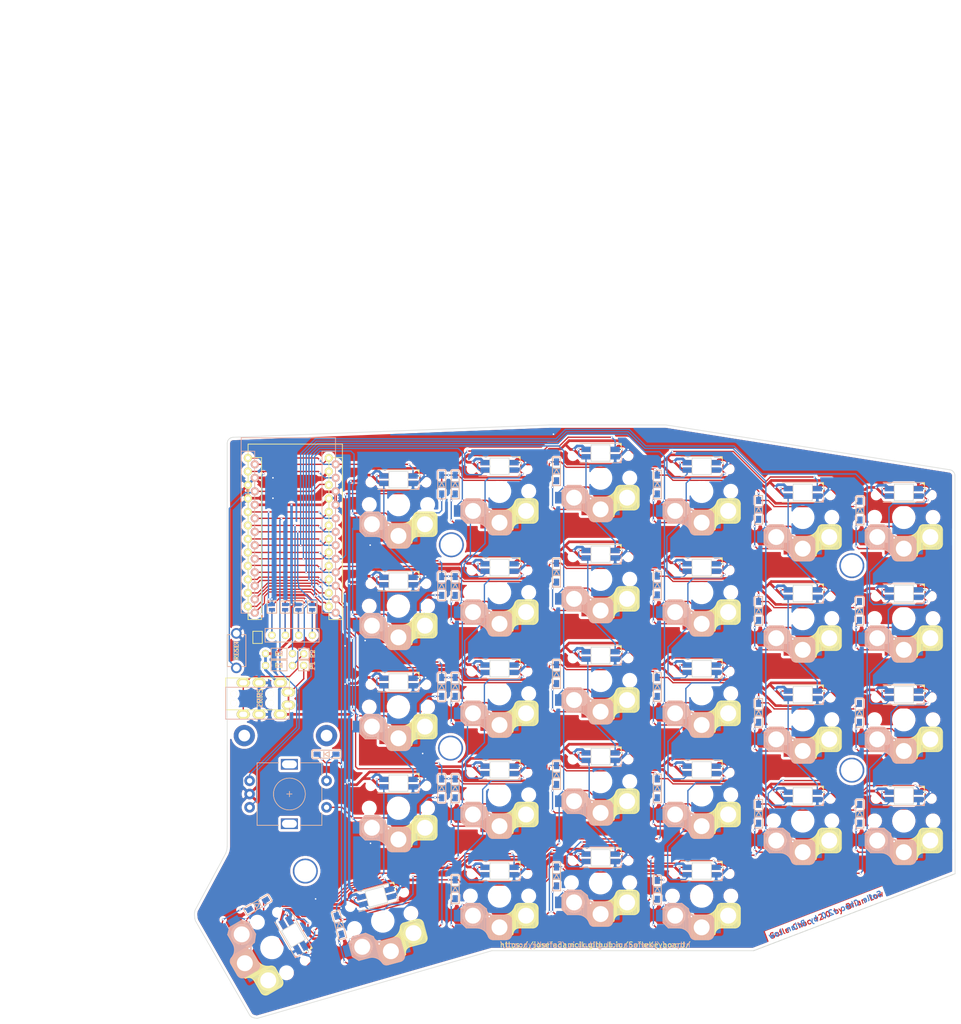
<source format=kicad_pcb>
(kicad_pcb (version 20171130) (host pcbnew "(5.1.9-0-10_14)")
  (layers (0 F.Cu signal) (31 B.Cu signal) (34 B.Paste user) (35 F.Paste user) (36 B.SilkS user) (37 F.SilkS user) (38 B.Mask user) (39 F.Mask user) (44 Edge.Cuts user))
  (net 0 "")
  (net 1 "Net-(D1-Pad2)")
  (net 2 row4)
  (net 3 "Net-(D2-Pad2)")
  (net 4 "Net-(D3-Pad2)")
  (net 5 row0)
  (net 6 "Net-(D4-Pad2)")
  (net 7 row1)
  (net 8 "Net-(D5-Pad2)")
  (net 9 row2)
  (net 10 "Net-(D6-Pad2)")
  (net 11 row3)
  (net 12 "Net-(D7-Pad2)")
  (net 13 "Net-(D8-Pad2)")
  (net 14 "Net-(D9-Pad2)")
  (net 15 "Net-(D10-Pad2)")
  (net 16 "Net-(D11-Pad2)")
  (net 17 "Net-(D12-Pad2)")
  (net 18 "Net-(D13-Pad2)")
  (net 19 "Net-(D14-Pad2)")
  (net 20 "Net-(D15-Pad2)")
  (net 21 "Net-(D16-Pad2)")
  (net 22 "Net-(D17-Pad2)")
  (net 23 "Net-(D18-Pad2)")
  (net 24 "Net-(D19-Pad2)")
  (net 25 "Net-(D20-Pad2)")
  (net 26 "Net-(D21-Pad2)")
  (net 27 "Net-(D22-Pad2)")
  (net 28 "Net-(D23-Pad2)")
  (net 29 "Net-(D24-Pad2)")
  (net 30 "Net-(D26-Pad2)")
  (net 31 "Net-(D27-Pad2)")
  (net 32 "Net-(D28-Pad2)")
  (net 33 VCC)
  (net 34 GND)
  (net 35 col0)
  (net 36 col1)
  (net 37 col2)
  (net 38 col3)
  (net 39 col4)
  (net 40 SDA)
  (net 41 LED)
  (net 42 SCL)
  (net 43 RESET)
  (net 44 "Net-(D29-Pad2)")
  (net 45 "Net-(U1-Pad24)")
  (net 46 "Net-(U1-Pad7)")
  (net 47 DATA)
  (net 48 "Net-(J3-Pad1)")
  (net 49 "Net-(J3-Pad2)")
  (net 50 "Net-(J3-Pad3)")
  (net 51 "Net-(J3-Pad4)")
  (net 52 "Net-(D30-Pad2)")
  (net 53 SW25B)
  (net 54 SW25A)
  (net 55 ENCB)
  (net 56 ENCA)
  (net 57 /i2c_c)
  (net 58 /i2c_d)
  (net 59 "Net-(SW1-Pad2)")
  (net 60 "Net-(SW2-Pad2)")
  (net 61 "Net-(SW3-Pad2)")
  (net 62 "Net-(SW12-Pad4)")
  (net 63 "Net-(SW13-Pad4)")
  (net 64 "Net-(SW10-Pad2)")
  (net 65 "Net-(SW10-Pad4)")
  (net 66 "Net-(SW11-Pad4)")
  (net 67 "Net-(SW13-Pad2)")
  (net 68 "Net-(SW14-Pad2)")
  (net 69 "Net-(SW15-Pad2)")
  (net 70 "Net-(SW17-Pad2)")
  (net 71 "Net-(SW19-Pad2)")
  (net 72 "Net-(SW26-Pad2)")
  (net 73 "Net-(SW29-Pad2)")
  (net 74 "Net-(SW14-Pad4)")
  (net 75 "Net-(SW15-Pad4)")
  (net 76 "Net-(SW11-Pad2)")
  (net 77 "Net-(SW12-Pad2)")
  (net 78 "Net-(SW21-Pad2)")
  (net 79 "Net-(SW23-Pad2)")
  (net 80 "Net-(SW2-Pad4)")
  (net 81 "Net-(SW20-Pad4)")
  (net 82 "Net-(SW27-Pad2)")
  (net 83 "Net-(SW4-Pad2)")
  (net 84 "Net-(SW6-Pad2)")
  (net 85 "Net-(SW16-Pad4)")
  (net 86 "Net-(SW18-Pad4)")
  (net 87 "Net-(SW22-Pad4)")
  (module SofleRGB:Choc_Hotswap_SK6812MiniE (layer F.Cu) (at 139.6 123.7 180)
    (fp_text reference SW28 hide)
    (fp_text value SW_PUSH_LED hide)
    (fp_line (start 1.8 3.149) (end -1.8 3.149) (layer Edge.Cuts) (width 0.12))
    (fp_line (start 1.8 6.249) (end 1.8 3.149) (layer Edge.Cuts) (width 0.12))
    (fp_line (start -1.8 6.249) (end 1.8 6.249) (layer Edge.Cuts) (width 0.12))
    (fp_line (start -1.8 3.149) (end -1.8 6.249) (layer Edge.Cuts) (width 0.12))
    (pad 1 smd rect (at 2.75 5.399 180) (size 1.7 1) (layers B.Cu B.Paste B.Mask) (net 33 VCC))
    (pad 4 smd rect (at -2.75 5.399 180) (size 1.7 1) (layers B.Cu B.Paste B.Mask) (net 82 "Net-(SW27-Pad2)"))
    (pad 2 smd rect (at 2.75 3.999 180) (size 1.7 1) (layers B.Cu B.Paste B.Mask) (net 81 "Net-(SW20-Pad4)"))
    (pad 3 smd rect (at -2.75 3.999 180) (size 1.7 1) (layers B.Cu B.Paste B.Mask) (net 34 GND))
    (pad 4 smd rect (at -2.75 3.999 180) (size 1.7 1) (layers F.Cu F.Paste F.Mask) (net 82 "Net-(SW27-Pad2)"))
    (pad 1 smd rect (at 2.75 3.999 180) (size 1.7 1) (layers F.Cu F.Paste F.Mask) (net 33 VCC))
    (pad 3 smd rect (at -2.75 5.399 180) (size 1.7 1) (layers F.Cu F.Paste F.Mask) (net 34 GND))
    (pad 2 smd rect (at 2.75 5.399 180) (size 1.7 1) (layers F.Cu F.Paste F.Mask) (net 81 "Net-(SW20-Pad4)"))
    (pad "" np_thru_hole circle (at -5.22 4.2 180) (size 1 1) (drill 1) (layers *.Cu *.Mask))
    (pad "" np_thru_hole circle (at 5.22 4.2 180) (size 1 1) (drill 1) (layers *.Cu *.Mask))
    (pad "" np_thru_hole circle (at -5 -3.7 270) (size 3 3) (drill 3) (layers *.Cu *.Mask))
    (pad 5 smd rect (at 2.8 -5.9 180) (size 1.6 2.2) (layers F.Cu F.Paste F.Mask) (net 32 "Net-(D28-Pad2)"))
    (pad 6 smd rect (at -7.9 -3.7 180) (size 1.6 2.2) (layers F.Cu F.Paste F.Mask) (net 37 col2))
    (pad 6 smd rect (at 7.8 -3.7 180) (size 1.6 2.2) (layers B.Cu B.Paste B.Mask) (net 37 col2))
    (pad 5 smd rect (at -2.8 -5.9 180) (size 1.6 2.2) (layers B.Cu B.Paste B.Mask) (net 32 "Net-(D28-Pad2)"))
    (pad "" np_thru_hole circle (at 5 -3.7 90) (size 3 3) (drill 3) (layers *.Cu *.Mask))
    (pad "" np_thru_hole circle (at 0 -5.9 90) (size 3 3) (drill 3) (layers *.Cu *.Mask))
    (pad "" np_thru_hole circle (at 0 0 90) (size 3.4 3.4) (drill 3.4) (layers *.Cu *.Mask))
    (pad "" np_thru_hole circle (at 5.5 0 90) (size 1.8 1.8) (drill 1.8) (layers *.Cu *.Mask))
    (pad "" np_thru_hole circle (at -5.5 0 90) (size 1.8 1.8) (drill 1.8) (layers *.Cu *.Mask))
  )
  (module SofleRGB:Choc_Hotswap_SK6812MiniE (layer F.Cu) (at 96.71 133.4 120)
    (fp_text reference SW26 hide)
    (fp_text value SW_PUSH_LED hide)
    (fp_line (start 1.8 3.149) (end -1.8 3.149) (layer Edge.Cuts) (width 0.12))
    (fp_line (start 1.8 6.249) (end 1.8 3.149) (layer Edge.Cuts) (width 0.12))
    (fp_line (start -1.8 6.249) (end 1.8 6.249) (layer Edge.Cuts) (width 0.12))
    (fp_line (start -1.8 3.149) (end -1.8 6.249) (layer Edge.Cuts) (width 0.12))
    (pad 1 smd rect (at 2.75 5.399 120) (size 1.7 1) (layers B.Cu B.Paste B.Mask) (net 33 VCC))
    (pad 4 smd rect (at -2.75 5.399 120) (size 1.7 1) (layers B.Cu B.Paste B.Mask) (net 71 "Net-(SW19-Pad2)"))
    (pad 2 smd rect (at 2.75 3.999 120) (size 1.7 1) (layers B.Cu B.Paste B.Mask) (net 72 "Net-(SW26-Pad2)"))
    (pad 3 smd rect (at -2.75 3.999 120) (size 1.7 1) (layers B.Cu B.Paste B.Mask) (net 34 GND))
    (pad 4 smd rect (at -2.75 3.999 120) (size 1.7 1) (layers F.Cu F.Paste F.Mask) (net 71 "Net-(SW19-Pad2)"))
    (pad 1 smd rect (at 2.75 3.999 120) (size 1.7 1) (layers F.Cu F.Paste F.Mask) (net 33 VCC))
    (pad 3 smd rect (at -2.75 5.399 120) (size 1.7 1) (layers F.Cu F.Paste F.Mask) (net 34 GND))
    (pad 2 smd rect (at 2.75 5.399 120) (size 1.7 1) (layers F.Cu F.Paste F.Mask) (net 72 "Net-(SW26-Pad2)"))
    (pad "" np_thru_hole circle (at -5.22 4.2 120) (size 1 1) (drill 1) (layers *.Cu *.Mask))
    (pad "" np_thru_hole circle (at 5.22 4.2 120) (size 1 1) (drill 1) (layers *.Cu *.Mask))
    (pad "" np_thru_hole circle (at -5 -3.7 210) (size 3 3) (drill 3) (layers *.Cu *.Mask))
    (pad 5 smd rect (at 2.8 -5.9 120) (size 1.6 2.2) (layers F.Cu F.Paste F.Mask) (net 30 "Net-(D26-Pad2)"))
    (pad 6 smd rect (at -7.9 -3.7 120) (size 1.6 2.2) (layers F.Cu F.Paste F.Mask) (net 39 col4))
    (pad 6 smd rect (at 7.8 -3.7 120) (size 1.6 2.2) (layers B.Cu B.Paste B.Mask) (net 39 col4))
    (pad 5 smd rect (at -2.8 -5.9 120) (size 1.6 2.2) (layers B.Cu B.Paste B.Mask) (net 30 "Net-(D26-Pad2)"))
    (pad "" np_thru_hole circle (at 5 -3.7 30) (size 3 3) (drill 3) (layers *.Cu *.Mask))
    (pad "" np_thru_hole circle (at 0 -5.9 30) (size 3 3) (drill 3) (layers *.Cu *.Mask))
    (pad "" np_thru_hole circle (at 0 0 30) (size 3.4 3.4) (drill 3.4) (layers *.Cu *.Mask))
    (pad "" np_thru_hole circle (at 5.5 0 30) (size 1.8 1.8) (drill 1.8) (layers *.Cu *.Mask))
    (pad "" np_thru_hole circle (at -5.5 0 30) (size 1.8 1.8) (drill 1.8) (layers *.Cu *.Mask))
  )
  (module SofleRGB:Choc_Hotswap_SK6812MiniE (layer F.Cu) (at 177.7 123.7 180)
    (fp_text reference SW30 hide)
    (fp_text value SW_PUSH_LED hide)
    (fp_line (start 1.8 3.149) (end -1.8 3.149) (layer Edge.Cuts) (width 0.12))
    (fp_line (start 1.8 6.249) (end 1.8 3.149) (layer Edge.Cuts) (width 0.12))
    (fp_line (start -1.8 6.249) (end 1.8 6.249) (layer Edge.Cuts) (width 0.12))
    (fp_line (start -1.8 3.149) (end -1.8 6.249) (layer Edge.Cuts) (width 0.12))
    (pad 1 smd rect (at 2.75 5.399 180) (size 1.7 1) (layers B.Cu B.Paste B.Mask) (net 33 VCC))
    (pad 4 smd rect (at -2.75 5.399 180) (size 1.7 1) (layers B.Cu B.Paste B.Mask) (net 73 "Net-(SW29-Pad2)"))
    (pad 2 smd rect (at 2.75 3.999 180) (size 1.7 1) (layers B.Cu B.Paste B.Mask) (net 87 "Net-(SW22-Pad4)"))
    (pad 3 smd rect (at -2.75 3.999 180) (size 1.7 1) (layers B.Cu B.Paste B.Mask) (net 34 GND))
    (pad 4 smd rect (at -2.75 3.999 180) (size 1.7 1) (layers F.Cu F.Paste F.Mask) (net 73 "Net-(SW29-Pad2)"))
    (pad 1 smd rect (at 2.75 3.999 180) (size 1.7 1) (layers F.Cu F.Paste F.Mask) (net 33 VCC))
    (pad 3 smd rect (at -2.75 5.399 180) (size 1.7 1) (layers F.Cu F.Paste F.Mask) (net 34 GND))
    (pad 2 smd rect (at 2.75 5.399 180) (size 1.7 1) (layers F.Cu F.Paste F.Mask) (net 87 "Net-(SW22-Pad4)"))
    (pad "" np_thru_hole circle (at -5.22 4.2 180) (size 1 1) (drill 1) (layers *.Cu *.Mask))
    (pad "" np_thru_hole circle (at 5.22 4.2 180) (size 1 1) (drill 1) (layers *.Cu *.Mask))
    (pad "" np_thru_hole circle (at -5 -3.7 270) (size 3 3) (drill 3) (layers *.Cu *.Mask))
    (pad 5 smd rect (at 2.8 -5.9 180) (size 1.6 2.2) (layers F.Cu F.Paste F.Mask) (net 52 "Net-(D30-Pad2)"))
    (pad 6 smd rect (at -7.9 -3.7 180) (size 1.6 2.2) (layers F.Cu F.Paste F.Mask) (net 35 col0))
    (pad 6 smd rect (at 7.8 -3.7 180) (size 1.6 2.2) (layers B.Cu B.Paste B.Mask) (net 35 col0))
    (pad 5 smd rect (at -2.8 -5.9 180) (size 1.6 2.2) (layers B.Cu B.Paste B.Mask) (net 52 "Net-(D30-Pad2)"))
    (pad "" np_thru_hole circle (at 5 -3.7 90) (size 3 3) (drill 3) (layers *.Cu *.Mask))
    (pad "" np_thru_hole circle (at 0 -5.9 90) (size 3 3) (drill 3) (layers *.Cu *.Mask))
    (pad "" np_thru_hole circle (at 0 0 90) (size 3.4 3.4) (drill 3.4) (layers *.Cu *.Mask))
    (pad "" np_thru_hole circle (at 5.5 0 90) (size 1.8 1.8) (drill 1.8) (layers *.Cu *.Mask))
    (pad "" np_thru_hole circle (at -5.5 0 90) (size 1.8 1.8) (drill 1.8) (layers *.Cu *.Mask))
  )
  (module SofleRGB:Choc_Hotswap_SK6812MiniE (layer F.Cu) (at 196.75 52.4 180)
    (fp_text reference SW5 hide)
    (fp_text value SW_PUSH_LED hide)
    (fp_line (start 1.8 3.149) (end -1.8 3.149) (layer Edge.Cuts) (width 0.12))
    (fp_line (start 1.8 6.249) (end 1.8 3.149) (layer Edge.Cuts) (width 0.12))
    (fp_line (start -1.8 6.249) (end 1.8 6.249) (layer Edge.Cuts) (width 0.12))
    (fp_line (start -1.8 3.149) (end -1.8 6.249) (layer Edge.Cuts) (width 0.12))
    (pad 1 smd rect (at 2.75 5.399 180) (size 1.7 1) (layers B.Cu B.Paste B.Mask) (net 33 VCC))
    (pad 4 smd rect (at -2.75 5.399 180) (size 1.7 1) (layers B.Cu B.Paste B.Mask) (net 83 "Net-(SW4-Pad2)"))
    (pad 2 smd rect (at 2.75 3.999 180) (size 1.7 1) (layers B.Cu B.Paste B.Mask) (net 66 "Net-(SW11-Pad4)"))
    (pad 3 smd rect (at -2.75 3.999 180) (size 1.7 1) (layers B.Cu B.Paste B.Mask) (net 34 GND))
    (pad 4 smd rect (at -2.75 3.999 180) (size 1.7 1) (layers F.Cu F.Paste F.Mask) (net 83 "Net-(SW4-Pad2)"))
    (pad 1 smd rect (at 2.75 3.999 180) (size 1.7 1) (layers F.Cu F.Paste F.Mask) (net 33 VCC))
    (pad 3 smd rect (at -2.75 5.399 180) (size 1.7 1) (layers F.Cu F.Paste F.Mask) (net 34 GND))
    (pad 2 smd rect (at 2.75 5.399 180) (size 1.7 1) (layers F.Cu F.Paste F.Mask) (net 66 "Net-(SW11-Pad4)"))
    (pad "" np_thru_hole circle (at -5.22 4.2 180) (size 1 1) (drill 1) (layers *.Cu *.Mask))
    (pad "" np_thru_hole circle (at 5.22 4.2 180) (size 1 1) (drill 1) (layers *.Cu *.Mask))
    (pad "" np_thru_hole circle (at -5 -3.7 270) (size 3 3) (drill 3) (layers *.Cu *.Mask))
    (pad 5 smd rect (at 2.8 -5.9 180) (size 1.6 2.2) (layers F.Cu F.Paste F.Mask) (net 8 "Net-(D5-Pad2)"))
    (pad 6 smd rect (at -7.9 -3.7 180) (size 1.6 2.2) (layers F.Cu F.Paste F.Mask) (net 36 col1))
    (pad 6 smd rect (at 7.8 -3.7 180) (size 1.6 2.2) (layers B.Cu B.Paste B.Mask) (net 36 col1))
    (pad 5 smd rect (at -2.8 -5.9 180) (size 1.6 2.2) (layers B.Cu B.Paste B.Mask) (net 8 "Net-(D5-Pad2)"))
    (pad "" np_thru_hole circle (at 5 -3.7 90) (size 3 3) (drill 3) (layers *.Cu *.Mask))
    (pad "" np_thru_hole circle (at 0 -5.9 90) (size 3 3) (drill 3) (layers *.Cu *.Mask))
    (pad "" np_thru_hole circle (at 0 0 90) (size 3.4 3.4) (drill 3.4) (layers *.Cu *.Mask))
    (pad "" np_thru_hole circle (at 5.5 0 90) (size 1.8 1.8) (drill 1.8) (layers *.Cu *.Mask))
    (pad "" np_thru_hole circle (at -5.5 0 90) (size 1.8 1.8) (drill 1.8) (layers *.Cu *.Mask))
  )
  (module SofleRGB:Choc_Hotswap_SK6812MiniE (layer F.Cu) (at 120.55 50 180)
    (fp_text reference SW1 hide)
    (fp_text value SW_PUSH_LED hide)
    (fp_line (start 1.8 3.149) (end -1.8 3.149) (layer Edge.Cuts) (width 0.12))
    (fp_line (start 1.8 6.249) (end 1.8 3.149) (layer Edge.Cuts) (width 0.12))
    (fp_line (start -1.8 6.249) (end 1.8 6.249) (layer Edge.Cuts) (width 0.12))
    (fp_line (start -1.8 3.149) (end -1.8 6.249) (layer Edge.Cuts) (width 0.12))
    (pad 1 smd rect (at 2.75 5.399 180) (size 1.7 1) (layers B.Cu B.Paste B.Mask) (net 33 VCC))
    (pad 4 smd rect (at -2.75 5.399 180) (size 1.7 1) (layers B.Cu B.Paste B.Mask) (net 41 LED))
    (pad 2 smd rect (at 2.75 3.999 180) (size 1.7 1) (layers B.Cu B.Paste B.Mask) (net 59 "Net-(SW1-Pad2)"))
    (pad 3 smd rect (at -2.75 3.999 180) (size 1.7 1) (layers B.Cu B.Paste B.Mask) (net 34 GND))
    (pad 4 smd rect (at -2.75 3.999 180) (size 1.7 1) (layers F.Cu F.Paste F.Mask) (net 41 LED))
    (pad 1 smd rect (at 2.75 3.999 180) (size 1.7 1) (layers F.Cu F.Paste F.Mask) (net 33 VCC))
    (pad 3 smd rect (at -2.75 5.399 180) (size 1.7 1) (layers F.Cu F.Paste F.Mask) (net 34 GND))
    (pad 2 smd rect (at 2.75 5.399 180) (size 1.7 1) (layers F.Cu F.Paste F.Mask) (net 59 "Net-(SW1-Pad2)"))
    (pad "" np_thru_hole circle (at -5.22 4.2 180) (size 1 1) (drill 1) (layers *.Cu *.Mask))
    (pad "" np_thru_hole circle (at 5.22 4.2 180) (size 1 1) (drill 1) (layers *.Cu *.Mask))
    (pad "" np_thru_hole circle (at -5 -3.7 270) (size 3 3) (drill 3) (layers *.Cu *.Mask))
    (pad 5 smd rect (at 2.8 -5.9 180) (size 1.6 2.2) (layers F.Cu F.Paste F.Mask) (net 1 "Net-(D1-Pad2)"))
    (pad 6 smd rect (at -7.9 -3.7 180) (size 1.6 2.2) (layers F.Cu F.Paste F.Mask) (net 54 SW25A))
    (pad 6 smd rect (at 7.8 -3.7 180) (size 1.6 2.2) (layers B.Cu B.Paste B.Mask) (net 54 SW25A))
    (pad 5 smd rect (at -2.8 -5.9 180) (size 1.6 2.2) (layers B.Cu B.Paste B.Mask) (net 1 "Net-(D1-Pad2)"))
    (pad "" np_thru_hole circle (at 5 -3.7 90) (size 3 3) (drill 3) (layers *.Cu *.Mask))
    (pad "" np_thru_hole circle (at 0 -5.9 90) (size 3 3) (drill 3) (layers *.Cu *.Mask))
    (pad "" np_thru_hole circle (at 0 0 90) (size 3.4 3.4) (drill 3.4) (layers *.Cu *.Mask))
    (pad "" np_thru_hole circle (at 5.5 0 90) (size 1.8 1.8) (drill 1.8) (layers *.Cu *.Mask))
    (pad "" np_thru_hole circle (at -5.5 0 90) (size 1.8 1.8) (drill 1.8) (layers *.Cu *.Mask))
  )
  (module SofleRGB:Choc_Hotswap_SK6812MiniE (layer F.Cu) (at 158.65 45 180)
    (fp_text reference SW3 hide)
    (fp_text value SW_PUSH_LED hide)
    (fp_line (start -1.8 3.149) (end -1.8 6.249) (layer Edge.Cuts) (width 0.12))
    (fp_line (start -1.8 6.249) (end 1.8 6.249) (layer Edge.Cuts) (width 0.12))
    (fp_line (start 1.8 6.249) (end 1.8 3.149) (layer Edge.Cuts) (width 0.12))
    (fp_line (start 1.8 3.149) (end -1.8 3.149) (layer Edge.Cuts) (width 0.12))
    (pad 1 smd rect (at 2.75 5.399 180) (size 1.7 1) (layers B.Cu B.Paste B.Mask) (net 33 VCC))
    (pad 4 smd rect (at -2.75 5.399 180) (size 1.7 1) (layers B.Cu B.Paste B.Mask) (net 60 "Net-(SW2-Pad2)"))
    (pad 2 smd rect (at 2.75 3.999 180) (size 1.7 1) (layers B.Cu B.Paste B.Mask) (net 61 "Net-(SW3-Pad2)"))
    (pad 3 smd rect (at -2.75 3.999 180) (size 1.7 1) (layers B.Cu B.Paste B.Mask) (net 34 GND))
    (pad 4 smd rect (at -2.75 3.999 180) (size 1.7 1) (layers F.Cu F.Paste F.Mask) (net 60 "Net-(SW2-Pad2)"))
    (pad 1 smd rect (at 2.75 3.999 180) (size 1.7 1) (layers F.Cu F.Paste F.Mask) (net 33 VCC))
    (pad 3 smd rect (at -2.75 5.399 180) (size 1.7 1) (layers F.Cu F.Paste F.Mask) (net 34 GND))
    (pad 2 smd rect (at 2.75 5.399 180) (size 1.7 1) (layers F.Cu F.Paste F.Mask) (net 61 "Net-(SW3-Pad2)"))
    (pad "" np_thru_hole circle (at -5.22 4.2 180) (size 1 1) (drill 1) (layers *.Cu *.Mask))
    (pad "" np_thru_hole circle (at 5.22 4.2 180) (size 1 1) (drill 1) (layers *.Cu *.Mask))
    (pad "" np_thru_hole circle (at -5 -3.7 270) (size 3 3) (drill 3) (layers *.Cu *.Mask))
    (pad 5 smd rect (at 2.8 -5.9 180) (size 1.6 2.2) (layers F.Cu F.Paste F.Mask) (net 4 "Net-(D3-Pad2)"))
    (pad 6 smd rect (at -7.9 -3.7 180) (size 1.6 2.2) (layers F.Cu F.Paste F.Mask) (net 38 col3))
    (pad 6 smd rect (at 7.8 -3.7 180) (size 1.6 2.2) (layers B.Cu B.Paste B.Mask) (net 38 col3))
    (pad 5 smd rect (at -2.8 -5.9 180) (size 1.6 2.2) (layers B.Cu B.Paste B.Mask) (net 4 "Net-(D3-Pad2)"))
    (pad "" np_thru_hole circle (at 5 -3.7 90) (size 3 3) (drill 3) (layers *.Cu *.Mask))
    (pad "" np_thru_hole circle (at 0 -5.9 90) (size 3 3) (drill 3) (layers *.Cu *.Mask))
    (pad "" np_thru_hole circle (at 0 0 90) (size 3.4 3.4) (drill 3.4) (layers *.Cu *.Mask))
    (pad "" np_thru_hole circle (at 5.5 0 90) (size 1.8 1.8) (drill 1.8) (layers *.Cu *.Mask))
    (pad "" np_thru_hole circle (at -5.5 0 90) (size 1.8 1.8) (drill 1.8) (layers *.Cu *.Mask))
  )
  (module SofleRGB:Choc_Hotswap_SK6812MiniE (layer F.Cu) (at 139.6 47.5 180)
    (fp_text reference SW2 hide)
    (fp_text value SW_PUSH_LED hide)
    (fp_line (start -1.8 3.149) (end -1.8 6.249) (layer Edge.Cuts) (width 0.12))
    (fp_line (start -1.8 6.249) (end 1.8 6.249) (layer Edge.Cuts) (width 0.12))
    (fp_line (start 1.8 6.249) (end 1.8 3.149) (layer Edge.Cuts) (width 0.12))
    (fp_line (start 1.8 3.149) (end -1.8 3.149) (layer Edge.Cuts) (width 0.12))
    (pad 1 smd rect (at 2.75 5.399 180) (size 1.7 1) (layers B.Cu B.Paste B.Mask) (net 33 VCC))
    (pad 4 smd rect (at -2.75 5.399 180) (size 1.7 1) (layers B.Cu B.Paste B.Mask) (net 80 "Net-(SW2-Pad4)"))
    (pad 2 smd rect (at 2.75 3.999 180) (size 1.7 1) (layers B.Cu B.Paste B.Mask) (net 60 "Net-(SW2-Pad2)"))
    (pad 3 smd rect (at -2.75 3.999 180) (size 1.7 1) (layers B.Cu B.Paste B.Mask) (net 34 GND))
    (pad 4 smd rect (at -2.75 3.999 180) (size 1.7 1) (layers F.Cu F.Paste F.Mask) (net 80 "Net-(SW2-Pad4)"))
    (pad 1 smd rect (at 2.75 3.999 180) (size 1.7 1) (layers F.Cu F.Paste F.Mask) (net 33 VCC))
    (pad 3 smd rect (at -2.75 5.399 180) (size 1.7 1) (layers F.Cu F.Paste F.Mask) (net 34 GND))
    (pad 2 smd rect (at 2.75 5.399 180) (size 1.7 1) (layers F.Cu F.Paste F.Mask) (net 60 "Net-(SW2-Pad2)"))
    (pad "" np_thru_hole circle (at -5.22 4.2 180) (size 1 1) (drill 1) (layers *.Cu *.Mask))
    (pad "" np_thru_hole circle (at 5.22 4.2 180) (size 1 1) (drill 1) (layers *.Cu *.Mask))
    (pad "" np_thru_hole circle (at -5 -3.7 270) (size 3 3) (drill 3) (layers *.Cu *.Mask))
    (pad 5 smd rect (at 2.8 -5.9 180) (size 1.6 2.2) (layers F.Cu F.Paste F.Mask) (net 3 "Net-(D2-Pad2)"))
    (pad 6 smd rect (at -7.9 -3.7 180) (size 1.6 2.2) (layers F.Cu F.Paste F.Mask) (net 39 col4))
    (pad 6 smd rect (at 7.8 -3.7 180) (size 1.6 2.2) (layers B.Cu B.Paste B.Mask) (net 39 col4))
    (pad 5 smd rect (at -2.8 -5.9 180) (size 1.6 2.2) (layers B.Cu B.Paste B.Mask) (net 3 "Net-(D2-Pad2)"))
    (pad "" np_thru_hole circle (at 5 -3.7 90) (size 3 3) (drill 3) (layers *.Cu *.Mask))
    (pad "" np_thru_hole circle (at 0 -5.9 90) (size 3 3) (drill 3) (layers *.Cu *.Mask))
    (pad "" np_thru_hole circle (at 0 0 90) (size 3.4 3.4) (drill 3.4) (layers *.Cu *.Mask))
    (pad "" np_thru_hole circle (at 5.5 0 90) (size 1.8 1.8) (drill 1.8) (layers *.Cu *.Mask))
    (pad "" np_thru_hole circle (at -5.5 0 90) (size 1.8 1.8) (drill 1.8) (layers *.Cu *.Mask))
  )
  (module SofleRGB:Choc_Hotswap_SK6812MiniE (layer F.Cu) (at 177.7 47.5 180)
    (fp_text reference SW4 hide)
    (fp_text value SW_PUSH_LED hide)
    (fp_line (start 1.8 3.149) (end -1.8 3.149) (layer Edge.Cuts) (width 0.12))
    (fp_line (start 1.8 6.249) (end 1.8 3.149) (layer Edge.Cuts) (width 0.12))
    (fp_line (start -1.8 6.249) (end 1.8 6.249) (layer Edge.Cuts) (width 0.12))
    (fp_line (start -1.8 3.149) (end -1.8 6.249) (layer Edge.Cuts) (width 0.12))
    (pad 1 smd rect (at 2.75 5.399 180) (size 1.7 1) (layers B.Cu B.Paste B.Mask) (net 33 VCC))
    (pad 4 smd rect (at -2.75 5.399 180) (size 1.7 1) (layers B.Cu B.Paste B.Mask) (net 64 "Net-(SW10-Pad2)"))
    (pad 2 smd rect (at 2.75 3.999 180) (size 1.7 1) (layers B.Cu B.Paste B.Mask) (net 83 "Net-(SW4-Pad2)"))
    (pad 3 smd rect (at -2.75 3.999 180) (size 1.7 1) (layers B.Cu B.Paste B.Mask) (net 34 GND))
    (pad 4 smd rect (at -2.75 3.999 180) (size 1.7 1) (layers F.Cu F.Paste F.Mask) (net 64 "Net-(SW10-Pad2)"))
    (pad 1 smd rect (at 2.75 3.999 180) (size 1.7 1) (layers F.Cu F.Paste F.Mask) (net 33 VCC))
    (pad 3 smd rect (at -2.75 5.399 180) (size 1.7 1) (layers F.Cu F.Paste F.Mask) (net 34 GND))
    (pad 2 smd rect (at 2.75 5.399 180) (size 1.7 1) (layers F.Cu F.Paste F.Mask) (net 83 "Net-(SW4-Pad2)"))
    (pad "" np_thru_hole circle (at -5.22 4.2 180) (size 1 1) (drill 1) (layers *.Cu *.Mask))
    (pad "" np_thru_hole circle (at 5.22 4.2 180) (size 1 1) (drill 1) (layers *.Cu *.Mask))
    (pad "" np_thru_hole circle (at -5 -3.7 270) (size 3 3) (drill 3) (layers *.Cu *.Mask))
    (pad 5 smd rect (at 2.8 -5.9 180) (size 1.6 2.2) (layers F.Cu F.Paste F.Mask) (net 6 "Net-(D4-Pad2)"))
    (pad 6 smd rect (at -7.9 -3.7 180) (size 1.6 2.2) (layers F.Cu F.Paste F.Mask) (net 37 col2))
    (pad 6 smd rect (at 7.8 -3.7 180) (size 1.6 2.2) (layers B.Cu B.Paste B.Mask) (net 37 col2))
    (pad 5 smd rect (at -2.8 -5.9 180) (size 1.6 2.2) (layers B.Cu B.Paste B.Mask) (net 6 "Net-(D4-Pad2)"))
    (pad "" np_thru_hole circle (at 5 -3.7 90) (size 3 3) (drill 3) (layers *.Cu *.Mask))
    (pad "" np_thru_hole circle (at 0 -5.9 90) (size 3 3) (drill 3) (layers *.Cu *.Mask))
    (pad "" np_thru_hole circle (at 0 0 90) (size 3.4 3.4) (drill 3.4) (layers *.Cu *.Mask))
    (pad "" np_thru_hole circle (at 5.5 0 90) (size 1.8 1.8) (drill 1.8) (layers *.Cu *.Mask))
    (pad "" np_thru_hole circle (at -5.5 0 90) (size 1.8 1.8) (drill 1.8) (layers *.Cu *.Mask))
  )
  (module SofleRGB:Choc_Hotswap_SK6812MiniE (layer F.Cu) (at 196.75 109.55 180)
    (fp_text reference SW23 hide)
    (fp_text value SW_PUSH_LED hide)
    (fp_line (start -1.8 3.149) (end -1.8 6.249) (layer Edge.Cuts) (width 0.12))
    (fp_line (start -1.8 6.249) (end 1.8 6.249) (layer Edge.Cuts) (width 0.12))
    (fp_line (start 1.8 6.249) (end 1.8 3.149) (layer Edge.Cuts) (width 0.12))
    (fp_line (start 1.8 3.149) (end -1.8 3.149) (layer Edge.Cuts) (width 0.12))
    (pad 1 smd rect (at 2.75 5.399 180) (size 1.7 1) (layers B.Cu B.Paste B.Mask) (net 33 VCC))
    (pad 4 smd rect (at -2.75 5.399 180) (size 1.7 1) (layers B.Cu B.Paste B.Mask) (net 70 "Net-(SW17-Pad2)"))
    (pad 2 smd rect (at 2.75 3.999 180) (size 1.7 1) (layers B.Cu B.Paste B.Mask) (net 79 "Net-(SW23-Pad2)"))
    (pad 3 smd rect (at -2.75 3.999 180) (size 1.7 1) (layers B.Cu B.Paste B.Mask) (net 34 GND))
    (pad 4 smd rect (at -2.75 3.999 180) (size 1.7 1) (layers F.Cu F.Paste F.Mask) (net 70 "Net-(SW17-Pad2)"))
    (pad 1 smd rect (at 2.75 3.999 180) (size 1.7 1) (layers F.Cu F.Paste F.Mask) (net 33 VCC))
    (pad 3 smd rect (at -2.75 5.399 180) (size 1.7 1) (layers F.Cu F.Paste F.Mask) (net 34 GND))
    (pad 2 smd rect (at 2.75 5.399 180) (size 1.7 1) (layers F.Cu F.Paste F.Mask) (net 79 "Net-(SW23-Pad2)"))
    (pad "" np_thru_hole circle (at -5.22 4.2 180) (size 1 1) (drill 1) (layers *.Cu *.Mask))
    (pad "" np_thru_hole circle (at 5.22 4.2 180) (size 1 1) (drill 1) (layers *.Cu *.Mask))
    (pad "" np_thru_hole circle (at -5 -3.7 270) (size 3 3) (drill 3) (layers *.Cu *.Mask))
    (pad 5 smd rect (at 2.8 -5.9 180) (size 1.6 2.2) (layers F.Cu F.Paste F.Mask) (net 28 "Net-(D23-Pad2)"))
    (pad 6 smd rect (at -7.9 -3.7 180) (size 1.6 2.2) (layers F.Cu F.Paste F.Mask) (net 36 col1))
    (pad 6 smd rect (at 7.8 -3.7 180) (size 1.6 2.2) (layers B.Cu B.Paste B.Mask) (net 36 col1))
    (pad 5 smd rect (at -2.8 -5.9 180) (size 1.6 2.2) (layers B.Cu B.Paste B.Mask) (net 28 "Net-(D23-Pad2)"))
    (pad "" np_thru_hole circle (at 5 -3.7 90) (size 3 3) (drill 3) (layers *.Cu *.Mask))
    (pad "" np_thru_hole circle (at 0 -5.9 90) (size 3 3) (drill 3) (layers *.Cu *.Mask))
    (pad "" np_thru_hole circle (at 0 0 90) (size 3.4 3.4) (drill 3.4) (layers *.Cu *.Mask))
    (pad "" np_thru_hole circle (at 5.5 0 90) (size 1.8 1.8) (drill 1.8) (layers *.Cu *.Mask))
    (pad "" np_thru_hole circle (at -5.5 0 90) (size 1.8 1.8) (drill 1.8) (layers *.Cu *.Mask))
  )
  (module SofleRGB:Choc_Hotswap_SK6812MiniE (layer F.Cu) (at 158.65 121.2 180)
    (fp_text reference SW29 hide)
    (fp_text value SW_PUSH_LED hide)
    (fp_line (start 1.8 3.149) (end -1.8 3.149) (layer Edge.Cuts) (width 0.12))
    (fp_line (start 1.8 6.249) (end 1.8 3.149) (layer Edge.Cuts) (width 0.12))
    (fp_line (start -1.8 6.249) (end 1.8 6.249) (layer Edge.Cuts) (width 0.12))
    (fp_line (start -1.8 3.149) (end -1.8 6.249) (layer Edge.Cuts) (width 0.12))
    (pad 1 smd rect (at 2.75 5.399 180) (size 1.7 1) (layers B.Cu B.Paste B.Mask) (net 33 VCC))
    (pad 4 smd rect (at -2.75 5.399 180) (size 1.7 1) (layers B.Cu B.Paste B.Mask) (net 78 "Net-(SW21-Pad2)"))
    (pad 2 smd rect (at 2.75 3.999 180) (size 1.7 1) (layers B.Cu B.Paste B.Mask) (net 73 "Net-(SW29-Pad2)"))
    (pad 3 smd rect (at -2.75 3.999 180) (size 1.7 1) (layers B.Cu B.Paste B.Mask) (net 34 GND))
    (pad 4 smd rect (at -2.75 3.999 180) (size 1.7 1) (layers F.Cu F.Paste F.Mask) (net 78 "Net-(SW21-Pad2)"))
    (pad 1 smd rect (at 2.75 3.999 180) (size 1.7 1) (layers F.Cu F.Paste F.Mask) (net 33 VCC))
    (pad 3 smd rect (at -2.75 5.399 180) (size 1.7 1) (layers F.Cu F.Paste F.Mask) (net 34 GND))
    (pad 2 smd rect (at 2.75 5.399 180) (size 1.7 1) (layers F.Cu F.Paste F.Mask) (net 73 "Net-(SW29-Pad2)"))
    (pad "" np_thru_hole circle (at -5.22 4.2 180) (size 1 1) (drill 1) (layers *.Cu *.Mask))
    (pad "" np_thru_hole circle (at 5.22 4.2 180) (size 1 1) (drill 1) (layers *.Cu *.Mask))
    (pad "" np_thru_hole circle (at -5 -3.7 270) (size 3 3) (drill 3) (layers *.Cu *.Mask))
    (pad 5 smd rect (at 2.8 -5.9 180) (size 1.6 2.2) (layers F.Cu F.Paste F.Mask) (net 44 "Net-(D29-Pad2)"))
    (pad 6 smd rect (at -7.9 -3.7 180) (size 1.6 2.2) (layers F.Cu F.Paste F.Mask) (net 36 col1))
    (pad 6 smd rect (at 7.8 -3.7 180) (size 1.6 2.2) (layers B.Cu B.Paste B.Mask) (net 36 col1))
    (pad 5 smd rect (at -2.8 -5.9 180) (size 1.6 2.2) (layers B.Cu B.Paste B.Mask) (net 44 "Net-(D29-Pad2)"))
    (pad "" np_thru_hole circle (at 5 -3.7 90) (size 3 3) (drill 3) (layers *.Cu *.Mask))
    (pad "" np_thru_hole circle (at 0 -5.9 90) (size 3 3) (drill 3) (layers *.Cu *.Mask))
    (pad "" np_thru_hole circle (at 0 0 90) (size 3.4 3.4) (drill 3.4) (layers *.Cu *.Mask))
    (pad "" np_thru_hole circle (at 5.5 0 90) (size 1.8 1.8) (drill 1.8) (layers *.Cu *.Mask))
    (pad "" np_thru_hole circle (at -5.5 0 90) (size 1.8 1.8) (drill 1.8) (layers *.Cu *.Mask))
  )
  (module SofleRGB:Choc_Hotswap_SK6812MiniE (layer F.Cu) (at 196.75 90.5 180)
    (fp_text reference SW17 hide)
    (fp_text value SW_PUSH_LED hide)
    (fp_line (start 1.8 3.149) (end -1.8 3.149) (layer Edge.Cuts) (width 0.12))
    (fp_line (start 1.8 6.249) (end 1.8 3.149) (layer Edge.Cuts) (width 0.12))
    (fp_line (start -1.8 6.249) (end 1.8 6.249) (layer Edge.Cuts) (width 0.12))
    (fp_line (start -1.8 3.149) (end -1.8 6.249) (layer Edge.Cuts) (width 0.12))
    (pad 1 smd rect (at 2.75 5.399 180) (size 1.7 1) (layers B.Cu B.Paste B.Mask) (net 33 VCC))
    (pad 4 smd rect (at -2.75 5.399 180) (size 1.7 1) (layers B.Cu B.Paste B.Mask) (net 76 "Net-(SW11-Pad2)"))
    (pad 2 smd rect (at 2.75 3.999 180) (size 1.7 1) (layers B.Cu B.Paste B.Mask) (net 70 "Net-(SW17-Pad2)"))
    (pad 3 smd rect (at -2.75 3.999 180) (size 1.7 1) (layers B.Cu B.Paste B.Mask) (net 34 GND))
    (pad 4 smd rect (at -2.75 3.999 180) (size 1.7 1) (layers F.Cu F.Paste F.Mask) (net 76 "Net-(SW11-Pad2)"))
    (pad 1 smd rect (at 2.75 3.999 180) (size 1.7 1) (layers F.Cu F.Paste F.Mask) (net 33 VCC))
    (pad 3 smd rect (at -2.75 5.399 180) (size 1.7 1) (layers F.Cu F.Paste F.Mask) (net 34 GND))
    (pad 2 smd rect (at 2.75 5.399 180) (size 1.7 1) (layers F.Cu F.Paste F.Mask) (net 70 "Net-(SW17-Pad2)"))
    (pad "" np_thru_hole circle (at -5.22 4.2 180) (size 1 1) (drill 1) (layers *.Cu *.Mask))
    (pad "" np_thru_hole circle (at 5.22 4.2 180) (size 1 1) (drill 1) (layers *.Cu *.Mask))
    (pad "" np_thru_hole circle (at -5 -3.7 270) (size 3 3) (drill 3) (layers *.Cu *.Mask))
    (pad 5 smd rect (at 2.8 -5.9 180) (size 1.6 2.2) (layers F.Cu F.Paste F.Mask) (net 22 "Net-(D17-Pad2)"))
    (pad 6 smd rect (at -7.9 -3.7 180) (size 1.6 2.2) (layers F.Cu F.Paste F.Mask) (net 36 col1))
    (pad 6 smd rect (at 7.8 -3.7 180) (size 1.6 2.2) (layers B.Cu B.Paste B.Mask) (net 36 col1))
    (pad 5 smd rect (at -2.8 -5.9 180) (size 1.6 2.2) (layers B.Cu B.Paste B.Mask) (net 22 "Net-(D17-Pad2)"))
    (pad "" np_thru_hole circle (at 5 -3.7 90) (size 3 3) (drill 3) (layers *.Cu *.Mask))
    (pad "" np_thru_hole circle (at 0 -5.9 90) (size 3 3) (drill 3) (layers *.Cu *.Mask))
    (pad "" np_thru_hole circle (at 0 0 90) (size 3.4 3.4) (drill 3.4) (layers *.Cu *.Mask))
    (pad "" np_thru_hole circle (at 5.5 0 90) (size 1.8 1.8) (drill 1.8) (layers *.Cu *.Mask))
    (pad "" np_thru_hole circle (at -5.5 0 90) (size 1.8 1.8) (drill 1.8) (layers *.Cu *.Mask))
  )
  (module SofleRGB:Choc_Hotswap_SK6812MiniE (layer F.Cu) (at 117.6 128.4 195)
    (fp_text reference SW27 hide)
    (fp_text value SW_PUSH_LED hide)
    (fp_line (start 1.8 3.149) (end -1.8 3.149) (layer Edge.Cuts) (width 0.12))
    (fp_line (start 1.8 6.249) (end 1.8 3.149) (layer Edge.Cuts) (width 0.12))
    (fp_line (start -1.8 6.249) (end 1.8 6.249) (layer Edge.Cuts) (width 0.12))
    (fp_line (start -1.8 3.149) (end -1.8 6.249) (layer Edge.Cuts) (width 0.12))
    (pad 1 smd rect (at 2.75 5.399 195) (size 1.7 1) (layers B.Cu B.Paste B.Mask) (net 33 VCC))
    (pad 4 smd rect (at -2.75 5.399 195) (size 1.7 1) (layers B.Cu B.Paste B.Mask) (net 72 "Net-(SW26-Pad2)"))
    (pad 2 smd rect (at 2.75 3.999 195) (size 1.7 1) (layers B.Cu B.Paste B.Mask) (net 82 "Net-(SW27-Pad2)"))
    (pad 3 smd rect (at -2.75 3.999 195) (size 1.7 1) (layers B.Cu B.Paste B.Mask) (net 34 GND))
    (pad 4 smd rect (at -2.75 3.999 195) (size 1.7 1) (layers F.Cu F.Paste F.Mask) (net 72 "Net-(SW26-Pad2)"))
    (pad 1 smd rect (at 2.75 3.999 195) (size 1.7 1) (layers F.Cu F.Paste F.Mask) (net 33 VCC))
    (pad 3 smd rect (at -2.75 5.399 195) (size 1.7 1) (layers F.Cu F.Paste F.Mask) (net 34 GND))
    (pad 2 smd rect (at 2.75 5.399 195) (size 1.7 1) (layers F.Cu F.Paste F.Mask) (net 82 "Net-(SW27-Pad2)"))
    (pad "" np_thru_hole circle (at -5.22 4.2 195) (size 1 1) (drill 1) (layers *.Cu *.Mask))
    (pad "" np_thru_hole circle (at 5.22 4.2 195) (size 1 1) (drill 1) (layers *.Cu *.Mask))
    (pad "" np_thru_hole circle (at -5 -3.7 285) (size 3 3) (drill 3) (layers *.Cu *.Mask))
    (pad 5 smd rect (at 2.8 -5.9 195) (size 1.6 2.2) (layers F.Cu F.Paste F.Mask) (net 31 "Net-(D27-Pad2)"))
    (pad 6 smd rect (at -7.9 -3.7 195) (size 1.6 2.2) (layers F.Cu F.Paste F.Mask) (net 38 col3))
    (pad 6 smd rect (at 7.8 -3.7 195) (size 1.6 2.2) (layers B.Cu B.Paste B.Mask) (net 38 col3))
    (pad 5 smd rect (at -2.8 -5.9 195) (size 1.6 2.2) (layers B.Cu B.Paste B.Mask) (net 31 "Net-(D27-Pad2)"))
    (pad "" np_thru_hole circle (at 5 -3.7 105) (size 3 3) (drill 3) (layers *.Cu *.Mask))
    (pad "" np_thru_hole circle (at 0 -5.9 105) (size 3 3) (drill 3) (layers *.Cu *.Mask))
    (pad "" np_thru_hole circle (at 0 0 105) (size 3.4 3.4) (drill 3.4) (layers *.Cu *.Mask))
    (pad "" np_thru_hole circle (at 5.5 0 105) (size 1.8 1.8) (drill 1.8) (layers *.Cu *.Mask))
    (pad "" np_thru_hole circle (at -5.5 0 105) (size 1.8 1.8) (drill 1.8) (layers *.Cu *.Mask))
  )
  (module SofleRGB:Choc_Hotswap_SK6812MiniE (layer F.Cu) (at 215.8 109.55 180)
    (fp_text reference SW24 hide)
    (fp_text value SW_PUSH_LED hide)
    (fp_line (start 1.8 3.149) (end -1.8 3.149) (layer Edge.Cuts) (width 0.12))
    (fp_line (start 1.8 6.249) (end 1.8 3.149) (layer Edge.Cuts) (width 0.12))
    (fp_line (start -1.8 6.249) (end 1.8 6.249) (layer Edge.Cuts) (width 0.12))
    (fp_line (start -1.8 3.149) (end -1.8 6.249) (layer Edge.Cuts) (width 0.12))
    (pad 1 smd rect (at 2.75 5.399 180) (size 1.7 1) (layers B.Cu B.Paste B.Mask) (net 33 VCC))
    (pad 4 smd rect (at -2.75 5.399 180) (size 1.7 1) (layers B.Cu B.Paste B.Mask) (net 79 "Net-(SW23-Pad2)"))
    (pad 2 smd rect (at 2.75 3.999 180) (size 1.7 1) (layers B.Cu B.Paste B.Mask) (net 86 "Net-(SW18-Pad4)"))
    (pad 3 smd rect (at -2.75 3.999 180) (size 1.7 1) (layers B.Cu B.Paste B.Mask) (net 34 GND))
    (pad 4 smd rect (at -2.75 3.999 180) (size 1.7 1) (layers F.Cu F.Paste F.Mask) (net 79 "Net-(SW23-Pad2)"))
    (pad 1 smd rect (at 2.75 3.999 180) (size 1.7 1) (layers F.Cu F.Paste F.Mask) (net 33 VCC))
    (pad 3 smd rect (at -2.75 5.399 180) (size 1.7 1) (layers F.Cu F.Paste F.Mask) (net 34 GND))
    (pad 2 smd rect (at 2.75 5.399 180) (size 1.7 1) (layers F.Cu F.Paste F.Mask) (net 86 "Net-(SW18-Pad4)"))
    (pad "" np_thru_hole circle (at -5.22 4.2 180) (size 1 1) (drill 1) (layers *.Cu *.Mask))
    (pad "" np_thru_hole circle (at 5.22 4.2 180) (size 1 1) (drill 1) (layers *.Cu *.Mask))
    (pad "" np_thru_hole circle (at -5 -3.7 270) (size 3 3) (drill 3) (layers *.Cu *.Mask))
    (pad 5 smd rect (at 2.8 -5.9 180) (size 1.6 2.2) (layers F.Cu F.Paste F.Mask) (net 29 "Net-(D24-Pad2)"))
    (pad 6 smd rect (at -7.9 -3.7 180) (size 1.6 2.2) (layers F.Cu F.Paste F.Mask) (net 35 col0))
    (pad 6 smd rect (at 7.8 -3.7 180) (size 1.6 2.2) (layers B.Cu B.Paste B.Mask) (net 35 col0))
    (pad 5 smd rect (at -2.8 -5.9 180) (size 1.6 2.2) (layers B.Cu B.Paste B.Mask) (net 29 "Net-(D24-Pad2)"))
    (pad "" np_thru_hole circle (at 5 -3.7 90) (size 3 3) (drill 3) (layers *.Cu *.Mask))
    (pad "" np_thru_hole circle (at 0 -5.9 90) (size 3 3) (drill 3) (layers *.Cu *.Mask))
    (pad "" np_thru_hole circle (at 0 0 90) (size 3.4 3.4) (drill 3.4) (layers *.Cu *.Mask))
    (pad "" np_thru_hole circle (at 5.5 0 90) (size 1.8 1.8) (drill 1.8) (layers *.Cu *.Mask))
    (pad "" np_thru_hole circle (at -5.5 0 90) (size 1.8 1.8) (drill 1.8) (layers *.Cu *.Mask))
  )
  (module SofleRGB:Choc_Hotswap_SK6812MiniE (layer F.Cu) (at 177.7 104.65 180)
    (fp_text reference SW22 hide)
    (fp_text value SW_PUSH_LED hide)
    (fp_line (start 1.8 3.149) (end -1.8 3.149) (layer Edge.Cuts) (width 0.12))
    (fp_line (start 1.8 6.249) (end 1.8 3.149) (layer Edge.Cuts) (width 0.12))
    (fp_line (start -1.8 6.249) (end 1.8 6.249) (layer Edge.Cuts) (width 0.12))
    (fp_line (start -1.8 3.149) (end -1.8 6.249) (layer Edge.Cuts) (width 0.12))
    (pad 1 smd rect (at 2.75 5.399 180) (size 1.7 1) (layers B.Cu B.Paste B.Mask) (net 33 VCC))
    (pad 4 smd rect (at -2.75 5.399 180) (size 1.7 1) (layers B.Cu B.Paste B.Mask) (net 87 "Net-(SW22-Pad4)"))
    (pad 2 smd rect (at 2.75 3.999 180) (size 1.7 1) (layers B.Cu B.Paste B.Mask) (net 85 "Net-(SW16-Pad4)"))
    (pad 3 smd rect (at -2.75 3.999 180) (size 1.7 1) (layers B.Cu B.Paste B.Mask) (net 34 GND))
    (pad 4 smd rect (at -2.75 3.999 180) (size 1.7 1) (layers F.Cu F.Paste F.Mask) (net 87 "Net-(SW22-Pad4)"))
    (pad 1 smd rect (at 2.75 3.999 180) (size 1.7 1) (layers F.Cu F.Paste F.Mask) (net 33 VCC))
    (pad 3 smd rect (at -2.75 5.399 180) (size 1.7 1) (layers F.Cu F.Paste F.Mask) (net 34 GND))
    (pad 2 smd rect (at 2.75 5.399 180) (size 1.7 1) (layers F.Cu F.Paste F.Mask) (net 85 "Net-(SW16-Pad4)"))
    (pad "" np_thru_hole circle (at -5.22 4.2 180) (size 1 1) (drill 1) (layers *.Cu *.Mask))
    (pad "" np_thru_hole circle (at 5.22 4.2 180) (size 1 1) (drill 1) (layers *.Cu *.Mask))
    (pad "" np_thru_hole circle (at -5 -3.7 270) (size 3 3) (drill 3) (layers *.Cu *.Mask))
    (pad 5 smd rect (at 2.8 -5.9 180) (size 1.6 2.2) (layers F.Cu F.Paste F.Mask) (net 27 "Net-(D22-Pad2)"))
    (pad 6 smd rect (at -7.9 -3.7 180) (size 1.6 2.2) (layers F.Cu F.Paste F.Mask) (net 37 col2))
    (pad 6 smd rect (at 7.8 -3.7 180) (size 1.6 2.2) (layers B.Cu B.Paste B.Mask) (net 37 col2))
    (pad 5 smd rect (at -2.8 -5.9 180) (size 1.6 2.2) (layers B.Cu B.Paste B.Mask) (net 27 "Net-(D22-Pad2)"))
    (pad "" np_thru_hole circle (at 5 -3.7 90) (size 3 3) (drill 3) (layers *.Cu *.Mask))
    (pad "" np_thru_hole circle (at 0 -5.9 90) (size 3 3) (drill 3) (layers *.Cu *.Mask))
    (pad "" np_thru_hole circle (at 0 0 90) (size 3.4 3.4) (drill 3.4) (layers *.Cu *.Mask))
    (pad "" np_thru_hole circle (at 5.5 0 90) (size 1.8 1.8) (drill 1.8) (layers *.Cu *.Mask))
    (pad "" np_thru_hole circle (at -5.5 0 90) (size 1.8 1.8) (drill 1.8) (layers *.Cu *.Mask))
  )
  (module SofleRGB:Choc_Hotswap_SK6812MiniE (layer F.Cu) (at 158.65 102.15 180)
    (fp_text reference SW21 hide)
    (fp_text value SW_PUSH_LED hide)
    (fp_line (start 1.8 3.149) (end -1.8 3.149) (layer Edge.Cuts) (width 0.12))
    (fp_line (start 1.8 6.249) (end 1.8 3.149) (layer Edge.Cuts) (width 0.12))
    (fp_line (start -1.8 6.249) (end 1.8 6.249) (layer Edge.Cuts) (width 0.12))
    (fp_line (start -1.8 3.149) (end -1.8 6.249) (layer Edge.Cuts) (width 0.12))
    (pad 1 smd rect (at 2.75 5.399 180) (size 1.7 1) (layers B.Cu B.Paste B.Mask) (net 33 VCC))
    (pad 4 smd rect (at -2.75 5.399 180) (size 1.7 1) (layers B.Cu B.Paste B.Mask) (net 69 "Net-(SW15-Pad2)"))
    (pad 2 smd rect (at 2.75 3.999 180) (size 1.7 1) (layers B.Cu B.Paste B.Mask) (net 78 "Net-(SW21-Pad2)"))
    (pad 3 smd rect (at -2.75 3.999 180) (size 1.7 1) (layers B.Cu B.Paste B.Mask) (net 34 GND))
    (pad 4 smd rect (at -2.75 3.999 180) (size 1.7 1) (layers F.Cu F.Paste F.Mask) (net 69 "Net-(SW15-Pad2)"))
    (pad 1 smd rect (at 2.75 3.999 180) (size 1.7 1) (layers F.Cu F.Paste F.Mask) (net 33 VCC))
    (pad 3 smd rect (at -2.75 5.399 180) (size 1.7 1) (layers F.Cu F.Paste F.Mask) (net 34 GND))
    (pad 2 smd rect (at 2.75 5.399 180) (size 1.7 1) (layers F.Cu F.Paste F.Mask) (net 78 "Net-(SW21-Pad2)"))
    (pad "" np_thru_hole circle (at -5.22 4.2 180) (size 1 1) (drill 1) (layers *.Cu *.Mask))
    (pad "" np_thru_hole circle (at 5.22 4.2 180) (size 1 1) (drill 1) (layers *.Cu *.Mask))
    (pad "" np_thru_hole circle (at -5 -3.7 270) (size 3 3) (drill 3) (layers *.Cu *.Mask))
    (pad 5 smd rect (at 2.8 -5.9 180) (size 1.6 2.2) (layers F.Cu F.Paste F.Mask) (net 26 "Net-(D21-Pad2)"))
    (pad 6 smd rect (at -7.9 -3.7 180) (size 1.6 2.2) (layers F.Cu F.Paste F.Mask) (net 38 col3))
    (pad 6 smd rect (at 7.8 -3.7 180) (size 1.6 2.2) (layers B.Cu B.Paste B.Mask) (net 38 col3))
    (pad 5 smd rect (at -2.8 -5.9 180) (size 1.6 2.2) (layers B.Cu B.Paste B.Mask) (net 26 "Net-(D21-Pad2)"))
    (pad "" np_thru_hole circle (at 5 -3.7 90) (size 3 3) (drill 3) (layers *.Cu *.Mask))
    (pad "" np_thru_hole circle (at 0 -5.9 90) (size 3 3) (drill 3) (layers *.Cu *.Mask))
    (pad "" np_thru_hole circle (at 0 0 90) (size 3.4 3.4) (drill 3.4) (layers *.Cu *.Mask))
    (pad "" np_thru_hole circle (at 5.5 0 90) (size 1.8 1.8) (drill 1.8) (layers *.Cu *.Mask))
    (pad "" np_thru_hole circle (at -5.5 0 90) (size 1.8 1.8) (drill 1.8) (layers *.Cu *.Mask))
  )
  (module SofleRGB:Choc_Hotswap_SK6812MiniE (layer F.Cu) (at 139.6 104.65 180)
    (fp_text reference SW20 hide)
    (fp_text value SW_PUSH_LED hide)
    (fp_line (start 1.8 3.149) (end -1.8 3.149) (layer Edge.Cuts) (width 0.12))
    (fp_line (start 1.8 6.249) (end 1.8 3.149) (layer Edge.Cuts) (width 0.12))
    (fp_line (start -1.8 6.249) (end 1.8 6.249) (layer Edge.Cuts) (width 0.12))
    (fp_line (start -1.8 3.149) (end -1.8 6.249) (layer Edge.Cuts) (width 0.12))
    (pad 1 smd rect (at 2.75 5.399 180) (size 1.7 1) (layers B.Cu B.Paste B.Mask) (net 33 VCC))
    (pad 4 smd rect (at -2.75 5.399 180) (size 1.7 1) (layers B.Cu B.Paste B.Mask) (net 81 "Net-(SW20-Pad4)"))
    (pad 2 smd rect (at 2.75 3.999 180) (size 1.7 1) (layers B.Cu B.Paste B.Mask) (net 74 "Net-(SW14-Pad4)"))
    (pad 3 smd rect (at -2.75 3.999 180) (size 1.7 1) (layers B.Cu B.Paste B.Mask) (net 34 GND))
    (pad 4 smd rect (at -2.75 3.999 180) (size 1.7 1) (layers F.Cu F.Paste F.Mask) (net 81 "Net-(SW20-Pad4)"))
    (pad 1 smd rect (at 2.75 3.999 180) (size 1.7 1) (layers F.Cu F.Paste F.Mask) (net 33 VCC))
    (pad 3 smd rect (at -2.75 5.399 180) (size 1.7 1) (layers F.Cu F.Paste F.Mask) (net 34 GND))
    (pad 2 smd rect (at 2.75 5.399 180) (size 1.7 1) (layers F.Cu F.Paste F.Mask) (net 74 "Net-(SW14-Pad4)"))
    (pad "" np_thru_hole circle (at -5.22 4.2 180) (size 1 1) (drill 1) (layers *.Cu *.Mask))
    (pad "" np_thru_hole circle (at 5.22 4.2 180) (size 1 1) (drill 1) (layers *.Cu *.Mask))
    (pad "" np_thru_hole circle (at -5 -3.7 270) (size 3 3) (drill 3) (layers *.Cu *.Mask))
    (pad 5 smd rect (at 2.8 -5.9 180) (size 1.6 2.2) (layers F.Cu F.Paste F.Mask) (net 25 "Net-(D20-Pad2)"))
    (pad 6 smd rect (at -7.9 -3.7 180) (size 1.6 2.2) (layers F.Cu F.Paste F.Mask) (net 39 col4))
    (pad 6 smd rect (at 7.8 -3.7 180) (size 1.6 2.2) (layers B.Cu B.Paste B.Mask) (net 39 col4))
    (pad 5 smd rect (at -2.8 -5.9 180) (size 1.6 2.2) (layers B.Cu B.Paste B.Mask) (net 25 "Net-(D20-Pad2)"))
    (pad "" np_thru_hole circle (at 5 -3.7 90) (size 3 3) (drill 3) (layers *.Cu *.Mask))
    (pad "" np_thru_hole circle (at 0 -5.9 90) (size 3 3) (drill 3) (layers *.Cu *.Mask))
    (pad "" np_thru_hole circle (at 0 0 90) (size 3.4 3.4) (drill 3.4) (layers *.Cu *.Mask))
    (pad "" np_thru_hole circle (at 5.5 0 90) (size 1.8 1.8) (drill 1.8) (layers *.Cu *.Mask))
    (pad "" np_thru_hole circle (at -5.5 0 90) (size 1.8 1.8) (drill 1.8) (layers *.Cu *.Mask))
  )
  (module SofleRGB:Choc_Hotswap_SK6812MiniE (layer F.Cu) (at 120.55 107.15 180)
    (fp_text reference SW19 hide)
    (fp_text value SW_PUSH_LED hide)
    (fp_line (start 1.8 3.149) (end -1.8 3.149) (layer Edge.Cuts) (width 0.12))
    (fp_line (start 1.8 6.249) (end 1.8 3.149) (layer Edge.Cuts) (width 0.12))
    (fp_line (start -1.8 6.249) (end 1.8 6.249) (layer Edge.Cuts) (width 0.12))
    (fp_line (start -1.8 3.149) (end -1.8 6.249) (layer Edge.Cuts) (width 0.12))
    (pad 1 smd rect (at 2.75 5.399 180) (size 1.7 1) (layers B.Cu B.Paste B.Mask) (net 33 VCC))
    (pad 4 smd rect (at -2.75 5.399 180) (size 1.7 1) (layers B.Cu B.Paste B.Mask) (net 67 "Net-(SW13-Pad2)"))
    (pad 2 smd rect (at 2.75 3.999 180) (size 1.7 1) (layers B.Cu B.Paste B.Mask) (net 71 "Net-(SW19-Pad2)"))
    (pad 3 smd rect (at -2.75 3.999 180) (size 1.7 1) (layers B.Cu B.Paste B.Mask) (net 34 GND))
    (pad 4 smd rect (at -2.75 3.999 180) (size 1.7 1) (layers F.Cu F.Paste F.Mask) (net 67 "Net-(SW13-Pad2)"))
    (pad 1 smd rect (at 2.75 3.999 180) (size 1.7 1) (layers F.Cu F.Paste F.Mask) (net 33 VCC))
    (pad 3 smd rect (at -2.75 5.399 180) (size 1.7 1) (layers F.Cu F.Paste F.Mask) (net 34 GND))
    (pad 2 smd rect (at 2.75 5.399 180) (size 1.7 1) (layers F.Cu F.Paste F.Mask) (net 71 "Net-(SW19-Pad2)"))
    (pad "" np_thru_hole circle (at -5.22 4.2 180) (size 1 1) (drill 1) (layers *.Cu *.Mask))
    (pad "" np_thru_hole circle (at 5.22 4.2 180) (size 1 1) (drill 1) (layers *.Cu *.Mask))
    (pad "" np_thru_hole circle (at -5 -3.7 270) (size 3 3) (drill 3) (layers *.Cu *.Mask))
    (pad 5 smd rect (at 2.8 -5.9 180) (size 1.6 2.2) (layers F.Cu F.Paste F.Mask) (net 24 "Net-(D19-Pad2)"))
    (pad 6 smd rect (at -7.9 -3.7 180) (size 1.6 2.2) (layers F.Cu F.Paste F.Mask) (net 54 SW25A))
    (pad 6 smd rect (at 7.8 -3.7 180) (size 1.6 2.2) (layers B.Cu B.Paste B.Mask) (net 54 SW25A))
    (pad 5 smd rect (at -2.8 -5.9 180) (size 1.6 2.2) (layers B.Cu B.Paste B.Mask) (net 24 "Net-(D19-Pad2)"))
    (pad "" np_thru_hole circle (at 5 -3.7 90) (size 3 3) (drill 3) (layers *.Cu *.Mask))
    (pad "" np_thru_hole circle (at 0 -5.9 90) (size 3 3) (drill 3) (layers *.Cu *.Mask))
    (pad "" np_thru_hole circle (at 0 0 90) (size 3.4 3.4) (drill 3.4) (layers *.Cu *.Mask))
    (pad "" np_thru_hole circle (at 5.5 0 90) (size 1.8 1.8) (drill 1.8) (layers *.Cu *.Mask))
    (pad "" np_thru_hole circle (at -5.5 0 90) (size 1.8 1.8) (drill 1.8) (layers *.Cu *.Mask))
  )
  (module SofleRGB:Choc_Hotswap_SK6812MiniE (layer F.Cu) (at 215.8 90.5 180)
    (fp_text reference SW18 hide)
    (fp_text value SW_PUSH_LED hide)
    (fp_line (start 1.8 3.149) (end -1.8 3.149) (layer Edge.Cuts) (width 0.12))
    (fp_line (start 1.8 6.249) (end 1.8 3.149) (layer Edge.Cuts) (width 0.12))
    (fp_line (start -1.8 6.249) (end 1.8 6.249) (layer Edge.Cuts) (width 0.12))
    (fp_line (start -1.8 3.149) (end -1.8 6.249) (layer Edge.Cuts) (width 0.12))
    (pad 1 smd rect (at 2.75 5.399 180) (size 1.7 1) (layers B.Cu B.Paste B.Mask) (net 33 VCC))
    (pad 4 smd rect (at -2.75 5.399 180) (size 1.7 1) (layers B.Cu B.Paste B.Mask) (net 86 "Net-(SW18-Pad4)"))
    (pad 2 smd rect (at 2.75 3.999 180) (size 1.7 1) (layers B.Cu B.Paste B.Mask) (net 62 "Net-(SW12-Pad4)"))
    (pad 3 smd rect (at -2.75 3.999 180) (size 1.7 1) (layers B.Cu B.Paste B.Mask) (net 34 GND))
    (pad 4 smd rect (at -2.75 3.999 180) (size 1.7 1) (layers F.Cu F.Paste F.Mask) (net 86 "Net-(SW18-Pad4)"))
    (pad 1 smd rect (at 2.75 3.999 180) (size 1.7 1) (layers F.Cu F.Paste F.Mask) (net 33 VCC))
    (pad 3 smd rect (at -2.75 5.399 180) (size 1.7 1) (layers F.Cu F.Paste F.Mask) (net 34 GND))
    (pad 2 smd rect (at 2.75 5.399 180) (size 1.7 1) (layers F.Cu F.Paste F.Mask) (net 62 "Net-(SW12-Pad4)"))
    (pad "" np_thru_hole circle (at -5.22 4.2 180) (size 1 1) (drill 1) (layers *.Cu *.Mask))
    (pad "" np_thru_hole circle (at 5.22 4.2 180) (size 1 1) (drill 1) (layers *.Cu *.Mask))
    (pad "" np_thru_hole circle (at -5 -3.7 270) (size 3 3) (drill 3) (layers *.Cu *.Mask))
    (pad 5 smd rect (at 2.8 -5.9 180) (size 1.6 2.2) (layers F.Cu F.Paste F.Mask) (net 23 "Net-(D18-Pad2)"))
    (pad 6 smd rect (at -7.9 -3.7 180) (size 1.6 2.2) (layers F.Cu F.Paste F.Mask) (net 35 col0))
    (pad 6 smd rect (at 7.8 -3.7 180) (size 1.6 2.2) (layers B.Cu B.Paste B.Mask) (net 35 col0))
    (pad 5 smd rect (at -2.8 -5.9 180) (size 1.6 2.2) (layers B.Cu B.Paste B.Mask) (net 23 "Net-(D18-Pad2)"))
    (pad "" np_thru_hole circle (at 5 -3.7 90) (size 3 3) (drill 3) (layers *.Cu *.Mask))
    (pad "" np_thru_hole circle (at 0 -5.9 90) (size 3 3) (drill 3) (layers *.Cu *.Mask))
    (pad "" np_thru_hole circle (at 0 0 90) (size 3.4 3.4) (drill 3.4) (layers *.Cu *.Mask))
    (pad "" np_thru_hole circle (at 5.5 0 90) (size 1.8 1.8) (drill 1.8) (layers *.Cu *.Mask))
    (pad "" np_thru_hole circle (at -5.5 0 90) (size 1.8 1.8) (drill 1.8) (layers *.Cu *.Mask))
  )
  (module SofleRGB:Choc_Hotswap_SK6812MiniE (layer F.Cu) (at 177.7 85.6 180)
    (fp_text reference SW16 hide)
    (fp_text value SW_PUSH_LED hide)
    (fp_line (start 1.8 3.149) (end -1.8 3.149) (layer Edge.Cuts) (width 0.12))
    (fp_line (start 1.8 6.249) (end 1.8 3.149) (layer Edge.Cuts) (width 0.12))
    (fp_line (start -1.8 6.249) (end 1.8 6.249) (layer Edge.Cuts) (width 0.12))
    (fp_line (start -1.8 3.149) (end -1.8 6.249) (layer Edge.Cuts) (width 0.12))
    (pad 1 smd rect (at 2.75 5.399 180) (size 1.7 1) (layers B.Cu B.Paste B.Mask) (net 33 VCC))
    (pad 4 smd rect (at -2.75 5.399 180) (size 1.7 1) (layers B.Cu B.Paste B.Mask) (net 85 "Net-(SW16-Pad4)"))
    (pad 2 smd rect (at 2.75 3.999 180) (size 1.7 1) (layers B.Cu B.Paste B.Mask) (net 65 "Net-(SW10-Pad4)"))
    (pad 3 smd rect (at -2.75 3.999 180) (size 1.7 1) (layers B.Cu B.Paste B.Mask) (net 34 GND))
    (pad 4 smd rect (at -2.75 3.999 180) (size 1.7 1) (layers F.Cu F.Paste F.Mask) (net 85 "Net-(SW16-Pad4)"))
    (pad 1 smd rect (at 2.75 3.999 180) (size 1.7 1) (layers F.Cu F.Paste F.Mask) (net 33 VCC))
    (pad 3 smd rect (at -2.75 5.399 180) (size 1.7 1) (layers F.Cu F.Paste F.Mask) (net 34 GND))
    (pad 2 smd rect (at 2.75 5.399 180) (size 1.7 1) (layers F.Cu F.Paste F.Mask) (net 65 "Net-(SW10-Pad4)"))
    (pad "" np_thru_hole circle (at -5.22 4.2 180) (size 1 1) (drill 1) (layers *.Cu *.Mask))
    (pad "" np_thru_hole circle (at 5.22 4.2 180) (size 1 1) (drill 1) (layers *.Cu *.Mask))
    (pad "" np_thru_hole circle (at -5 -3.7 270) (size 3 3) (drill 3) (layers *.Cu *.Mask))
    (pad 5 smd rect (at 2.8 -5.9 180) (size 1.6 2.2) (layers F.Cu F.Paste F.Mask) (net 21 "Net-(D16-Pad2)"))
    (pad 6 smd rect (at -7.9 -3.7 180) (size 1.6 2.2) (layers F.Cu F.Paste F.Mask) (net 37 col2))
    (pad 6 smd rect (at 7.8 -3.7 180) (size 1.6 2.2) (layers B.Cu B.Paste B.Mask) (net 37 col2))
    (pad 5 smd rect (at -2.8 -5.9 180) (size 1.6 2.2) (layers B.Cu B.Paste B.Mask) (net 21 "Net-(D16-Pad2)"))
    (pad "" np_thru_hole circle (at 5 -3.7 90) (size 3 3) (drill 3) (layers *.Cu *.Mask))
    (pad "" np_thru_hole circle (at 0 -5.9 90) (size 3 3) (drill 3) (layers *.Cu *.Mask))
    (pad "" np_thru_hole circle (at 0 0 90) (size 3.4 3.4) (drill 3.4) (layers *.Cu *.Mask))
    (pad "" np_thru_hole circle (at 5.5 0 90) (size 1.8 1.8) (drill 1.8) (layers *.Cu *.Mask))
    (pad "" np_thru_hole circle (at -5.5 0 90) (size 1.8 1.8) (drill 1.8) (layers *.Cu *.Mask))
  )
  (module SofleRGB:Choc_Hotswap_SK6812MiniE (layer F.Cu) (at 139.6 85.6 180)
    (fp_text reference SW14 hide)
    (fp_text value SW_PUSH_LED hide)
    (fp_line (start 1.8 3.149) (end -1.8 3.149) (layer Edge.Cuts) (width 0.12))
    (fp_line (start 1.8 6.249) (end 1.8 3.149) (layer Edge.Cuts) (width 0.12))
    (fp_line (start -1.8 6.249) (end 1.8 6.249) (layer Edge.Cuts) (width 0.12))
    (fp_line (start -1.8 3.149) (end -1.8 6.249) (layer Edge.Cuts) (width 0.12))
    (pad 1 smd rect (at 2.75 5.399 180) (size 1.7 1) (layers B.Cu B.Paste B.Mask) (net 33 VCC))
    (pad 4 smd rect (at -2.75 5.399 180) (size 1.7 1) (layers B.Cu B.Paste B.Mask) (net 74 "Net-(SW14-Pad4)"))
    (pad 2 smd rect (at 2.75 3.999 180) (size 1.7 1) (layers B.Cu B.Paste B.Mask) (net 68 "Net-(SW14-Pad2)"))
    (pad 3 smd rect (at -2.75 3.999 180) (size 1.7 1) (layers B.Cu B.Paste B.Mask) (net 34 GND))
    (pad 4 smd rect (at -2.75 3.999 180) (size 1.7 1) (layers F.Cu F.Paste F.Mask) (net 74 "Net-(SW14-Pad4)"))
    (pad 1 smd rect (at 2.75 3.999 180) (size 1.7 1) (layers F.Cu F.Paste F.Mask) (net 33 VCC))
    (pad 3 smd rect (at -2.75 5.399 180) (size 1.7 1) (layers F.Cu F.Paste F.Mask) (net 34 GND))
    (pad 2 smd rect (at 2.75 5.399 180) (size 1.7 1) (layers F.Cu F.Paste F.Mask) (net 68 "Net-(SW14-Pad2)"))
    (pad "" np_thru_hole circle (at -5.22 4.2 180) (size 1 1) (drill 1) (layers *.Cu *.Mask))
    (pad "" np_thru_hole circle (at 5.22 4.2 180) (size 1 1) (drill 1) (layers *.Cu *.Mask))
    (pad "" np_thru_hole circle (at -5 -3.7 270) (size 3 3) (drill 3) (layers *.Cu *.Mask))
    (pad 5 smd rect (at 2.8 -5.9 180) (size 1.6 2.2) (layers F.Cu F.Paste F.Mask) (net 19 "Net-(D14-Pad2)"))
    (pad 6 smd rect (at -7.9 -3.7 180) (size 1.6 2.2) (layers F.Cu F.Paste F.Mask) (net 39 col4))
    (pad 6 smd rect (at 7.8 -3.7 180) (size 1.6 2.2) (layers B.Cu B.Paste B.Mask) (net 39 col4))
    (pad 5 smd rect (at -2.8 -5.9 180) (size 1.6 2.2) (layers B.Cu B.Paste B.Mask) (net 19 "Net-(D14-Pad2)"))
    (pad "" np_thru_hole circle (at 5 -3.7 90) (size 3 3) (drill 3) (layers *.Cu *.Mask))
    (pad "" np_thru_hole circle (at 0 -5.9 90) (size 3 3) (drill 3) (layers *.Cu *.Mask))
    (pad "" np_thru_hole circle (at 0 0 90) (size 3.4 3.4) (drill 3.4) (layers *.Cu *.Mask))
    (pad "" np_thru_hole circle (at 5.5 0 90) (size 1.8 1.8) (drill 1.8) (layers *.Cu *.Mask))
    (pad "" np_thru_hole circle (at -5.5 0 90) (size 1.8 1.8) (drill 1.8) (layers *.Cu *.Mask))
  )
  (module SofleRGB:Choc_Hotswap_SK6812MiniE (layer F.Cu) (at 120.55 88.1 180)
    (fp_text reference SW13 hide)
    (fp_text value SW_PUSH_LED hide)
    (fp_line (start 1.8 3.149) (end -1.8 3.149) (layer Edge.Cuts) (width 0.12))
    (fp_line (start 1.8 6.249) (end 1.8 3.149) (layer Edge.Cuts) (width 0.12))
    (fp_line (start -1.8 6.249) (end 1.8 6.249) (layer Edge.Cuts) (width 0.12))
    (fp_line (start -1.8 3.149) (end -1.8 6.249) (layer Edge.Cuts) (width 0.12))
    (pad 1 smd rect (at 2.75 5.399 180) (size 1.7 1) (layers B.Cu B.Paste B.Mask) (net 33 VCC))
    (pad 4 smd rect (at -2.75 5.399 180) (size 1.7 1) (layers B.Cu B.Paste B.Mask) (net 63 "Net-(SW13-Pad4)"))
    (pad 2 smd rect (at 2.75 3.999 180) (size 1.7 1) (layers B.Cu B.Paste B.Mask) (net 67 "Net-(SW13-Pad2)"))
    (pad 3 smd rect (at -2.75 3.999 180) (size 1.7 1) (layers B.Cu B.Paste B.Mask) (net 34 GND))
    (pad 4 smd rect (at -2.75 3.999 180) (size 1.7 1) (layers F.Cu F.Paste F.Mask) (net 63 "Net-(SW13-Pad4)"))
    (pad 1 smd rect (at 2.75 3.999 180) (size 1.7 1) (layers F.Cu F.Paste F.Mask) (net 33 VCC))
    (pad 3 smd rect (at -2.75 5.399 180) (size 1.7 1) (layers F.Cu F.Paste F.Mask) (net 34 GND))
    (pad 2 smd rect (at 2.75 5.399 180) (size 1.7 1) (layers F.Cu F.Paste F.Mask) (net 67 "Net-(SW13-Pad2)"))
    (pad "" np_thru_hole circle (at -5.22 4.2 180) (size 1 1) (drill 1) (layers *.Cu *.Mask))
    (pad "" np_thru_hole circle (at 5.22 4.2 180) (size 1 1) (drill 1) (layers *.Cu *.Mask))
    (pad "" np_thru_hole circle (at -5 -3.7 270) (size 3 3) (drill 3) (layers *.Cu *.Mask))
    (pad 5 smd rect (at 2.8 -5.9 180) (size 1.6 2.2) (layers F.Cu F.Paste F.Mask) (net 18 "Net-(D13-Pad2)"))
    (pad 6 smd rect (at -7.9 -3.7 180) (size 1.6 2.2) (layers F.Cu F.Paste F.Mask) (net 54 SW25A))
    (pad 6 smd rect (at 7.8 -3.7 180) (size 1.6 2.2) (layers B.Cu B.Paste B.Mask) (net 54 SW25A))
    (pad 5 smd rect (at -2.8 -5.9 180) (size 1.6 2.2) (layers B.Cu B.Paste B.Mask) (net 18 "Net-(D13-Pad2)"))
    (pad "" np_thru_hole circle (at 5 -3.7 90) (size 3 3) (drill 3) (layers *.Cu *.Mask))
    (pad "" np_thru_hole circle (at 0 -5.9 90) (size 3 3) (drill 3) (layers *.Cu *.Mask))
    (pad "" np_thru_hole circle (at 0 0 90) (size 3.4 3.4) (drill 3.4) (layers *.Cu *.Mask))
    (pad "" np_thru_hole circle (at 5.5 0 90) (size 1.8 1.8) (drill 1.8) (layers *.Cu *.Mask))
    (pad "" np_thru_hole circle (at -5.5 0 90) (size 1.8 1.8) (drill 1.8) (layers *.Cu *.Mask))
  )
  (module SofleRGB:Choc_Hotswap_SK6812MiniE (layer F.Cu) (at 215.8 71.45 180)
    (fp_text reference SW12 hide)
    (fp_text value SW_PUSH_LED hide)
    (fp_line (start 1.8 3.149) (end -1.8 3.149) (layer Edge.Cuts) (width 0.12))
    (fp_line (start 1.8 6.249) (end 1.8 3.149) (layer Edge.Cuts) (width 0.12))
    (fp_line (start -1.8 6.249) (end 1.8 6.249) (layer Edge.Cuts) (width 0.12))
    (fp_line (start -1.8 3.149) (end -1.8 6.249) (layer Edge.Cuts) (width 0.12))
    (pad 1 smd rect (at 2.75 5.399 180) (size 1.7 1) (layers B.Cu B.Paste B.Mask) (net 33 VCC))
    (pad 4 smd rect (at -2.75 5.399 180) (size 1.7 1) (layers B.Cu B.Paste B.Mask) (net 62 "Net-(SW12-Pad4)"))
    (pad 2 smd rect (at 2.75 3.999 180) (size 1.7 1) (layers B.Cu B.Paste B.Mask) (net 77 "Net-(SW12-Pad2)"))
    (pad 3 smd rect (at -2.75 3.999 180) (size 1.7 1) (layers B.Cu B.Paste B.Mask) (net 34 GND))
    (pad 4 smd rect (at -2.75 3.999 180) (size 1.7 1) (layers F.Cu F.Paste F.Mask) (net 62 "Net-(SW12-Pad4)"))
    (pad 1 smd rect (at 2.75 3.999 180) (size 1.7 1) (layers F.Cu F.Paste F.Mask) (net 33 VCC))
    (pad 3 smd rect (at -2.75 5.399 180) (size 1.7 1) (layers F.Cu F.Paste F.Mask) (net 34 GND))
    (pad 2 smd rect (at 2.75 5.399 180) (size 1.7 1) (layers F.Cu F.Paste F.Mask) (net 77 "Net-(SW12-Pad2)"))
    (pad "" np_thru_hole circle (at -5.22 4.2 180) (size 1 1) (drill 1) (layers *.Cu *.Mask))
    (pad "" np_thru_hole circle (at 5.22 4.2 180) (size 1 1) (drill 1) (layers *.Cu *.Mask))
    (pad "" np_thru_hole circle (at -5 -3.7 270) (size 3 3) (drill 3) (layers *.Cu *.Mask))
    (pad 5 smd rect (at 2.8 -5.9 180) (size 1.6 2.2) (layers F.Cu F.Paste F.Mask) (net 17 "Net-(D12-Pad2)"))
    (pad 6 smd rect (at -7.9 -3.7 180) (size 1.6 2.2) (layers F.Cu F.Paste F.Mask) (net 35 col0))
    (pad 6 smd rect (at 7.8 -3.7 180) (size 1.6 2.2) (layers B.Cu B.Paste B.Mask) (net 35 col0))
    (pad 5 smd rect (at -2.8 -5.9 180) (size 1.6 2.2) (layers B.Cu B.Paste B.Mask) (net 17 "Net-(D12-Pad2)"))
    (pad "" np_thru_hole circle (at 5 -3.7 90) (size 3 3) (drill 3) (layers *.Cu *.Mask))
    (pad "" np_thru_hole circle (at 0 -5.9 90) (size 3 3) (drill 3) (layers *.Cu *.Mask))
    (pad "" np_thru_hole circle (at 0 0 90) (size 3.4 3.4) (drill 3.4) (layers *.Cu *.Mask))
    (pad "" np_thru_hole circle (at 5.5 0 90) (size 1.8 1.8) (drill 1.8) (layers *.Cu *.Mask))
    (pad "" np_thru_hole circle (at -5.5 0 90) (size 1.8 1.8) (drill 1.8) (layers *.Cu *.Mask))
  )
  (module SofleRGB:Choc_Hotswap_SK6812MiniE (layer F.Cu) (at 196.75 71.45 180)
    (fp_text reference SW11 hide)
    (fp_text value SW_PUSH_LED hide)
    (fp_line (start 1.8 3.149) (end -1.8 3.149) (layer Edge.Cuts) (width 0.12))
    (fp_line (start 1.8 6.249) (end 1.8 3.149) (layer Edge.Cuts) (width 0.12))
    (fp_line (start -1.8 6.249) (end 1.8 6.249) (layer Edge.Cuts) (width 0.12))
    (fp_line (start -1.8 3.149) (end -1.8 6.249) (layer Edge.Cuts) (width 0.12))
    (pad 1 smd rect (at 2.75 5.399 180) (size 1.7 1) (layers B.Cu B.Paste B.Mask) (net 33 VCC))
    (pad 4 smd rect (at -2.75 5.399 180) (size 1.7 1) (layers B.Cu B.Paste B.Mask) (net 66 "Net-(SW11-Pad4)"))
    (pad 2 smd rect (at 2.75 3.999 180) (size 1.7 1) (layers B.Cu B.Paste B.Mask) (net 76 "Net-(SW11-Pad2)"))
    (pad 3 smd rect (at -2.75 3.999 180) (size 1.7 1) (layers B.Cu B.Paste B.Mask) (net 34 GND))
    (pad 4 smd rect (at -2.75 3.999 180) (size 1.7 1) (layers F.Cu F.Paste F.Mask) (net 66 "Net-(SW11-Pad4)"))
    (pad 1 smd rect (at 2.75 3.999 180) (size 1.7 1) (layers F.Cu F.Paste F.Mask) (net 33 VCC))
    (pad 3 smd rect (at -2.75 5.399 180) (size 1.7 1) (layers F.Cu F.Paste F.Mask) (net 34 GND))
    (pad 2 smd rect (at 2.75 5.399 180) (size 1.7 1) (layers F.Cu F.Paste F.Mask) (net 76 "Net-(SW11-Pad2)"))
    (pad "" np_thru_hole circle (at -5.22 4.2 180) (size 1 1) (drill 1) (layers *.Cu *.Mask))
    (pad "" np_thru_hole circle (at 5.22 4.2 180) (size 1 1) (drill 1) (layers *.Cu *.Mask))
    (pad "" np_thru_hole circle (at -5 -3.7 270) (size 3 3) (drill 3) (layers *.Cu *.Mask))
    (pad 5 smd rect (at 2.8 -5.9 180) (size 1.6 2.2) (layers F.Cu F.Paste F.Mask) (net 16 "Net-(D11-Pad2)"))
    (pad 6 smd rect (at -7.9 -3.7 180) (size 1.6 2.2) (layers F.Cu F.Paste F.Mask) (net 36 col1))
    (pad 6 smd rect (at 7.8 -3.7 180) (size 1.6 2.2) (layers B.Cu B.Paste B.Mask) (net 36 col1))
    (pad 5 smd rect (at -2.8 -5.9 180) (size 1.6 2.2) (layers B.Cu B.Paste B.Mask) (net 16 "Net-(D11-Pad2)"))
    (pad "" np_thru_hole circle (at 5 -3.7 90) (size 3 3) (drill 3) (layers *.Cu *.Mask))
    (pad "" np_thru_hole circle (at 0 -5.9 90) (size 3 3) (drill 3) (layers *.Cu *.Mask))
    (pad "" np_thru_hole circle (at 0 0 90) (size 3.4 3.4) (drill 3.4) (layers *.Cu *.Mask))
    (pad "" np_thru_hole circle (at 5.5 0 90) (size 1.8 1.8) (drill 1.8) (layers *.Cu *.Mask))
    (pad "" np_thru_hole circle (at -5.5 0 90) (size 1.8 1.8) (drill 1.8) (layers *.Cu *.Mask))
  )
  (module SofleRGB:Choc_Hotswap_SK6812MiniE (layer F.Cu) (at 177.7 66.55 180)
    (fp_text reference SW10 hide)
    (fp_text value SW_PUSH_LED hide)
    (fp_line (start 1.8 3.149) (end -1.8 3.149) (layer Edge.Cuts) (width 0.12))
    (fp_line (start 1.8 6.249) (end 1.8 3.149) (layer Edge.Cuts) (width 0.12))
    (fp_line (start -1.8 6.249) (end 1.8 6.249) (layer Edge.Cuts) (width 0.12))
    (fp_line (start -1.8 3.149) (end -1.8 6.249) (layer Edge.Cuts) (width 0.12))
    (pad 1 smd rect (at 2.75 5.399 180) (size 1.7 1) (layers B.Cu B.Paste B.Mask) (net 33 VCC))
    (pad 4 smd rect (at -2.75 5.399 180) (size 1.7 1) (layers B.Cu B.Paste B.Mask) (net 65 "Net-(SW10-Pad4)"))
    (pad 2 smd rect (at 2.75 3.999 180) (size 1.7 1) (layers B.Cu B.Paste B.Mask) (net 64 "Net-(SW10-Pad2)"))
    (pad 3 smd rect (at -2.75 3.999 180) (size 1.7 1) (layers B.Cu B.Paste B.Mask) (net 34 GND))
    (pad 4 smd rect (at -2.75 3.999 180) (size 1.7 1) (layers F.Cu F.Paste F.Mask) (net 65 "Net-(SW10-Pad4)"))
    (pad 1 smd rect (at 2.75 3.999 180) (size 1.7 1) (layers F.Cu F.Paste F.Mask) (net 33 VCC))
    (pad 3 smd rect (at -2.75 5.399 180) (size 1.7 1) (layers F.Cu F.Paste F.Mask) (net 34 GND))
    (pad 2 smd rect (at 2.75 5.399 180) (size 1.7 1) (layers F.Cu F.Paste F.Mask) (net 64 "Net-(SW10-Pad2)"))
    (pad "" np_thru_hole circle (at -5.22 4.2 180) (size 1 1) (drill 1) (layers *.Cu *.Mask))
    (pad "" np_thru_hole circle (at 5.22 4.2 180) (size 1 1) (drill 1) (layers *.Cu *.Mask))
    (pad "" np_thru_hole circle (at -5 -3.7 270) (size 3 3) (drill 3) (layers *.Cu *.Mask))
    (pad 5 smd rect (at 2.8 -5.9 180) (size 1.6 2.2) (layers F.Cu F.Paste F.Mask) (net 15 "Net-(D10-Pad2)"))
    (pad 6 smd rect (at -7.9 -3.7 180) (size 1.6 2.2) (layers F.Cu F.Paste F.Mask) (net 37 col2))
    (pad 6 smd rect (at 7.8 -3.7 180) (size 1.6 2.2) (layers B.Cu B.Paste B.Mask) (net 37 col2))
    (pad 5 smd rect (at -2.8 -5.9 180) (size 1.6 2.2) (layers B.Cu B.Paste B.Mask) (net 15 "Net-(D10-Pad2)"))
    (pad "" np_thru_hole circle (at 5 -3.7 90) (size 3 3) (drill 3) (layers *.Cu *.Mask))
    (pad "" np_thru_hole circle (at 0 -5.9 90) (size 3 3) (drill 3) (layers *.Cu *.Mask))
    (pad "" np_thru_hole circle (at 0 0 90) (size 3.4 3.4) (drill 3.4) (layers *.Cu *.Mask))
    (pad "" np_thru_hole circle (at 5.5 0 90) (size 1.8 1.8) (drill 1.8) (layers *.Cu *.Mask))
    (pad "" np_thru_hole circle (at -5.5 0 90) (size 1.8 1.8) (drill 1.8) (layers *.Cu *.Mask))
  )
  (module SofleRGB:Choc_Hotswap_SK6812MiniE (layer F.Cu) (at 120.55 69.1 180)
    (fp_text reference SW7 hide)
    (fp_text value SW_PUSH_LED hide)
    (fp_line (start 1.8 3.149) (end -1.8 3.149) (layer Edge.Cuts) (width 0.12))
    (fp_line (start 1.8 6.249) (end 1.8 3.149) (layer Edge.Cuts) (width 0.12))
    (fp_line (start -1.8 6.249) (end 1.8 6.249) (layer Edge.Cuts) (width 0.12))
    (fp_line (start -1.8 3.149) (end -1.8 6.249) (layer Edge.Cuts) (width 0.12))
    (pad 1 smd rect (at 2.75 5.399 180) (size 1.7 1) (layers B.Cu B.Paste B.Mask) (net 33 VCC))
    (pad 4 smd rect (at -2.75 5.399 180) (size 1.7 1) (layers B.Cu B.Paste B.Mask) (net 59 "Net-(SW1-Pad2)"))
    (pad 2 smd rect (at 2.75 3.999 180) (size 1.7 1) (layers B.Cu B.Paste B.Mask) (net 63 "Net-(SW13-Pad4)"))
    (pad 3 smd rect (at -2.75 3.999 180) (size 1.7 1) (layers B.Cu B.Paste B.Mask) (net 34 GND))
    (pad 4 smd rect (at -2.75 3.999 180) (size 1.7 1) (layers F.Cu F.Paste F.Mask) (net 59 "Net-(SW1-Pad2)"))
    (pad 1 smd rect (at 2.75 3.999 180) (size 1.7 1) (layers F.Cu F.Paste F.Mask) (net 33 VCC))
    (pad 3 smd rect (at -2.75 5.399 180) (size 1.7 1) (layers F.Cu F.Paste F.Mask) (net 34 GND))
    (pad 2 smd rect (at 2.75 5.399 180) (size 1.7 1) (layers F.Cu F.Paste F.Mask) (net 63 "Net-(SW13-Pad4)"))
    (pad "" np_thru_hole circle (at -5.22 4.2 180) (size 1 1) (drill 1) (layers *.Cu *.Mask))
    (pad "" np_thru_hole circle (at 5.22 4.2 180) (size 1 1) (drill 1) (layers *.Cu *.Mask))
    (pad "" np_thru_hole circle (at -5 -3.7 270) (size 3 3) (drill 3) (layers *.Cu *.Mask))
    (pad 5 smd rect (at 2.8 -5.9 180) (size 1.6 2.2) (layers F.Cu F.Paste F.Mask) (net 12 "Net-(D7-Pad2)"))
    (pad 6 smd rect (at -7.9 -3.7 180) (size 1.6 2.2) (layers F.Cu F.Paste F.Mask) (net 54 SW25A))
    (pad 6 smd rect (at 7.8 -3.7 180) (size 1.6 2.2) (layers B.Cu B.Paste B.Mask) (net 54 SW25A))
    (pad 5 smd rect (at -2.8 -5.9 180) (size 1.6 2.2) (layers B.Cu B.Paste B.Mask) (net 12 "Net-(D7-Pad2)"))
    (pad "" np_thru_hole circle (at 5 -3.7 90) (size 3 3) (drill 3) (layers *.Cu *.Mask))
    (pad "" np_thru_hole circle (at 0 -5.9 90) (size 3 3) (drill 3) (layers *.Cu *.Mask))
    (pad "" np_thru_hole circle (at 0 0 90) (size 3.4 3.4) (drill 3.4) (layers *.Cu *.Mask))
    (pad "" np_thru_hole circle (at 5.5 0 90) (size 1.8 1.8) (drill 1.8) (layers *.Cu *.Mask))
    (pad "" np_thru_hole circle (at -5.5 0 90) (size 1.8 1.8) (drill 1.8) (layers *.Cu *.Mask))
  )
  (module SofleRGB:Choc_Hotswap_SK6812MiniE (layer F.Cu) (at 215.8 52.4 180)
    (fp_text reference SW6 hide)
    (fp_text value SW_PUSH_LED hide)
    (fp_line (start 1.8 3.149) (end -1.8 3.149) (layer Edge.Cuts) (width 0.12))
    (fp_line (start 1.8 6.249) (end 1.8 3.149) (layer Edge.Cuts) (width 0.12))
    (fp_line (start -1.8 6.249) (end 1.8 6.249) (layer Edge.Cuts) (width 0.12))
    (fp_line (start -1.8 3.149) (end -1.8 6.249) (layer Edge.Cuts) (width 0.12))
    (pad 1 smd rect (at 2.75 5.399 180) (size 1.7 1) (layers B.Cu B.Paste B.Mask) (net 33 VCC))
    (pad 4 smd rect (at -2.75 5.399 180) (size 1.7 1) (layers B.Cu B.Paste B.Mask) (net 77 "Net-(SW12-Pad2)"))
    (pad 2 smd rect (at 2.75 3.999 180) (size 1.7 1) (layers B.Cu B.Paste B.Mask) (net 84 "Net-(SW6-Pad2)"))
    (pad 3 smd rect (at -2.75 3.999 180) (size 1.7 1) (layers B.Cu B.Paste B.Mask) (net 34 GND))
    (pad 4 smd rect (at -2.75 3.999 180) (size 1.7 1) (layers F.Cu F.Paste F.Mask) (net 77 "Net-(SW12-Pad2)"))
    (pad 1 smd rect (at 2.75 3.999 180) (size 1.7 1) (layers F.Cu F.Paste F.Mask) (net 33 VCC))
    (pad 3 smd rect (at -2.75 5.399 180) (size 1.7 1) (layers F.Cu F.Paste F.Mask) (net 34 GND))
    (pad 2 smd rect (at 2.75 5.399 180) (size 1.7 1) (layers F.Cu F.Paste F.Mask) (net 84 "Net-(SW6-Pad2)"))
    (pad "" np_thru_hole circle (at -5.22 4.2 180) (size 1 1) (drill 1) (layers *.Cu *.Mask))
    (pad "" np_thru_hole circle (at 5.22 4.2 180) (size 1 1) (drill 1) (layers *.Cu *.Mask))
    (pad "" np_thru_hole circle (at -5 -3.7 270) (size 3 3) (drill 3) (layers *.Cu *.Mask))
    (pad 5 smd rect (at 2.8 -5.9 180) (size 1.6 2.2) (layers F.Cu F.Paste F.Mask) (net 10 "Net-(D6-Pad2)"))
    (pad 6 smd rect (at -7.9 -3.7 180) (size 1.6 2.2) (layers F.Cu F.Paste F.Mask) (net 35 col0))
    (pad 6 smd rect (at 7.8 -3.7 180) (size 1.6 2.2) (layers B.Cu B.Paste B.Mask) (net 35 col0))
    (pad 5 smd rect (at -2.8 -5.9 180) (size 1.6 2.2) (layers B.Cu B.Paste B.Mask) (net 10 "Net-(D6-Pad2)"))
    (pad "" np_thru_hole circle (at 5 -3.7 90) (size 3 3) (drill 3) (layers *.Cu *.Mask))
    (pad "" np_thru_hole circle (at 0 -5.9 90) (size 3 3) (drill 3) (layers *.Cu *.Mask))
    (pad "" np_thru_hole circle (at 0 0 90) (size 3.4 3.4) (drill 3.4) (layers *.Cu *.Mask))
    (pad "" np_thru_hole circle (at 5.5 0 90) (size 1.8 1.8) (drill 1.8) (layers *.Cu *.Mask))
    (pad "" np_thru_hole circle (at -5.5 0 90) (size 1.8 1.8) (drill 1.8) (layers *.Cu *.Mask))
  )
  (module SofleRGB:Choc_Hotswap_SK6812MiniE (layer F.Cu) (at 158.65 64.05 180)
    (fp_text reference SW9 hide)
    (fp_text value SW_PUSH_LED hide)
    (fp_line (start -1.8 3.149) (end -1.8 6.249) (layer Edge.Cuts) (width 0.12))
    (fp_line (start -1.8 6.249) (end 1.8 6.249) (layer Edge.Cuts) (width 0.12))
    (fp_line (start 1.8 6.249) (end 1.8 3.149) (layer Edge.Cuts) (width 0.12))
    (fp_line (start 1.8 3.149) (end -1.8 3.149) (layer Edge.Cuts) (width 0.12))
    (pad 1 smd rect (at 2.75 5.399 180) (size 1.7 1) (layers B.Cu B.Paste B.Mask) (net 33 VCC))
    (pad 4 smd rect (at -2.75 5.399 180) (size 1.7 1) (layers B.Cu B.Paste B.Mask) (net 61 "Net-(SW3-Pad2)"))
    (pad 2 smd rect (at 2.75 3.999 180) (size 1.7 1) (layers B.Cu B.Paste B.Mask) (net 75 "Net-(SW15-Pad4)"))
    (pad 3 smd rect (at -2.75 3.999 180) (size 1.7 1) (layers B.Cu B.Paste B.Mask) (net 34 GND))
    (pad 4 smd rect (at -2.75 3.999 180) (size 1.7 1) (layers F.Cu F.Paste F.Mask) (net 61 "Net-(SW3-Pad2)"))
    (pad 1 smd rect (at 2.75 3.999 180) (size 1.7 1) (layers F.Cu F.Paste F.Mask) (net 33 VCC))
    (pad 3 smd rect (at -2.75 5.399 180) (size 1.7 1) (layers F.Cu F.Paste F.Mask) (net 34 GND))
    (pad 2 smd rect (at 2.75 5.399 180) (size 1.7 1) (layers F.Cu F.Paste F.Mask) (net 75 "Net-(SW15-Pad4)"))
    (pad "" np_thru_hole circle (at -5.22 4.2 180) (size 1 1) (drill 1) (layers *.Cu *.Mask))
    (pad "" np_thru_hole circle (at 5.22 4.2 180) (size 1 1) (drill 1) (layers *.Cu *.Mask))
    (pad "" np_thru_hole circle (at -5 -3.7 270) (size 3 3) (drill 3) (layers *.Cu *.Mask))
    (pad 5 smd rect (at 2.8 -5.9 180) (size 1.6 2.2) (layers F.Cu F.Paste F.Mask) (net 14 "Net-(D9-Pad2)"))
    (pad 6 smd rect (at -7.9 -3.7 180) (size 1.6 2.2) (layers F.Cu F.Paste F.Mask) (net 38 col3))
    (pad 6 smd rect (at 7.8 -3.7 180) (size 1.6 2.2) (layers B.Cu B.Paste B.Mask) (net 38 col3))
    (pad 5 smd rect (at -2.8 -5.9 180) (size 1.6 2.2) (layers B.Cu B.Paste B.Mask) (net 14 "Net-(D9-Pad2)"))
    (pad "" np_thru_hole circle (at 5 -3.7 90) (size 3 3) (drill 3) (layers *.Cu *.Mask))
    (pad "" np_thru_hole circle (at 0 -5.9 90) (size 3 3) (drill 3) (layers *.Cu *.Mask))
    (pad "" np_thru_hole circle (at 0 0 90) (size 3.4 3.4) (drill 3.4) (layers *.Cu *.Mask))
    (pad "" np_thru_hole circle (at 5.5 0 90) (size 1.8 1.8) (drill 1.8) (layers *.Cu *.Mask))
    (pad "" np_thru_hole circle (at -5.5 0 90) (size 1.8 1.8) (drill 1.8) (layers *.Cu *.Mask))
  )
  (module SofleRGB:Choc_Hotswap_SK6812MiniE (layer F.Cu) (at 139.6 66.55 180)
    (fp_text reference SW8 hide)
    (fp_text value SW_PUSH_LED hide)
    (fp_line (start -1.8 3.149) (end -1.8 6.249) (layer Edge.Cuts) (width 0.12))
    (fp_line (start -1.8 6.249) (end 1.8 6.249) (layer Edge.Cuts) (width 0.12))
    (fp_line (start 1.8 6.249) (end 1.8 3.149) (layer Edge.Cuts) (width 0.12))
    (fp_line (start 1.8 3.149) (end -1.8 3.149) (layer Edge.Cuts) (width 0.12))
    (pad 1 smd rect (at 2.75 5.399 180) (size 1.7 1) (layers B.Cu B.Paste B.Mask) (net 33 VCC))
    (pad 4 smd rect (at -2.75 5.399 180) (size 1.7 1) (layers B.Cu B.Paste B.Mask) (net 68 "Net-(SW14-Pad2)"))
    (pad 2 smd rect (at 2.75 3.999 180) (size 1.7 1) (layers B.Cu B.Paste B.Mask) (net 80 "Net-(SW2-Pad4)"))
    (pad 3 smd rect (at -2.75 3.999 180) (size 1.7 1) (layers B.Cu B.Paste B.Mask) (net 34 GND))
    (pad 4 smd rect (at -2.75 3.999 180) (size 1.7 1) (layers F.Cu F.Paste F.Mask) (net 68 "Net-(SW14-Pad2)"))
    (pad 1 smd rect (at 2.75 3.999 180) (size 1.7 1) (layers F.Cu F.Paste F.Mask) (net 33 VCC))
    (pad 3 smd rect (at -2.75 5.399 180) (size 1.7 1) (layers F.Cu F.Paste F.Mask) (net 34 GND))
    (pad 2 smd rect (at 2.75 5.399 180) (size 1.7 1) (layers F.Cu F.Paste F.Mask) (net 80 "Net-(SW2-Pad4)"))
    (pad "" np_thru_hole circle (at -5.22 4.2 180) (size 1 1) (drill 1) (layers *.Cu *.Mask))
    (pad "" np_thru_hole circle (at 5.22 4.2 180) (size 1 1) (drill 1) (layers *.Cu *.Mask))
    (pad "" np_thru_hole circle (at -5 -3.7 270) (size 3 3) (drill 3) (layers *.Cu *.Mask))
    (pad 5 smd rect (at 2.8 -5.9 180) (size 1.6 2.2) (layers F.Cu F.Paste F.Mask) (net 13 "Net-(D8-Pad2)"))
    (pad 6 smd rect (at -7.9 -3.7 180) (size 1.6 2.2) (layers F.Cu F.Paste F.Mask) (net 39 col4))
    (pad 6 smd rect (at 7.8 -3.7 180) (size 1.6 2.2) (layers B.Cu B.Paste B.Mask) (net 39 col4))
    (pad 5 smd rect (at -2.8 -5.9 180) (size 1.6 2.2) (layers B.Cu B.Paste B.Mask) (net 13 "Net-(D8-Pad2)"))
    (pad "" np_thru_hole circle (at 5 -3.7 90) (size 3 3) (drill 3) (layers *.Cu *.Mask))
    (pad "" np_thru_hole circle (at 0 -5.9 90) (size 3 3) (drill 3) (layers *.Cu *.Mask))
    (pad "" np_thru_hole circle (at 0 0 90) (size 3.4 3.4) (drill 3.4) (layers *.Cu *.Mask))
    (pad "" np_thru_hole circle (at 5.5 0 90) (size 1.8 1.8) (drill 1.8) (layers *.Cu *.Mask))
    (pad "" np_thru_hole circle (at -5.5 0 90) (size 1.8 1.8) (drill 1.8) (layers *.Cu *.Mask))
  )
  (module SofleRGB:Choc_Hotswap_SK6812MiniE (layer F.Cu) (at 158.65 83.1 180)
    (fp_text reference SW15 hide)
    (fp_text value SW_PUSH_LED hide)
    (fp_line (start -1.8 3.149) (end -1.8 6.249) (layer Edge.Cuts) (width 0.12))
    (fp_line (start -1.8 6.249) (end 1.8 6.249) (layer Edge.Cuts) (width 0.12))
    (fp_line (start 1.8 6.249) (end 1.8 3.149) (layer Edge.Cuts) (width 0.12))
    (fp_line (start 1.8 3.149) (end -1.8 3.149) (layer Edge.Cuts) (width 0.12))
    (pad 1 smd rect (at 2.75 5.399 180) (size 1.7 1) (layers B.Cu B.Paste B.Mask) (net 33 VCC))
    (pad 4 smd rect (at -2.75 5.399 180) (size 1.7 1) (layers B.Cu B.Paste B.Mask) (net 75 "Net-(SW15-Pad4)"))
    (pad 2 smd rect (at 2.75 3.999 180) (size 1.7 1) (layers B.Cu B.Paste B.Mask) (net 69 "Net-(SW15-Pad2)"))
    (pad 3 smd rect (at -2.75 3.999 180) (size 1.7 1) (layers B.Cu B.Paste B.Mask) (net 34 GND))
    (pad 4 smd rect (at -2.75 3.999 180) (size 1.7 1) (layers F.Cu F.Paste F.Mask) (net 75 "Net-(SW15-Pad4)"))
    (pad 1 smd rect (at 2.75 3.999 180) (size 1.7 1) (layers F.Cu F.Paste F.Mask) (net 33 VCC))
    (pad 3 smd rect (at -2.75 5.399 180) (size 1.7 1) (layers F.Cu F.Paste F.Mask) (net 34 GND))
    (pad 2 smd rect (at 2.75 5.399 180) (size 1.7 1) (layers F.Cu F.Paste F.Mask) (net 69 "Net-(SW15-Pad2)"))
    (pad "" np_thru_hole circle (at -5.22 4.2 180) (size 1 1) (drill 1) (layers *.Cu *.Mask))
    (pad "" np_thru_hole circle (at 5.22 4.2 180) (size 1 1) (drill 1) (layers *.Cu *.Mask))
    (pad "" np_thru_hole circle (at -5 -3.7 270) (size 3 3) (drill 3) (layers *.Cu *.Mask))
    (pad 5 smd rect (at 2.8 -5.9 180) (size 1.6 2.2) (layers F.Cu F.Paste F.Mask) (net 20 "Net-(D15-Pad2)"))
    (pad 6 smd rect (at -7.9 -3.7 180) (size 1.6 2.2) (layers F.Cu F.Paste F.Mask) (net 38 col3))
    (pad 6 smd rect (at 7.8 -3.7 180) (size 1.6 2.2) (layers B.Cu B.Paste B.Mask) (net 38 col3))
    (pad 5 smd rect (at -2.8 -5.9 180) (size 1.6 2.2) (layers B.Cu B.Paste B.Mask) (net 20 "Net-(D15-Pad2)"))
    (pad "" np_thru_hole circle (at 5 -3.7 90) (size 3 3) (drill 3) (layers *.Cu *.Mask))
    (pad "" np_thru_hole circle (at 0 -5.9 90) (size 3 3) (drill 3) (layers *.Cu *.Mask))
    (pad "" np_thru_hole circle (at 0 0 90) (size 3.4 3.4) (drill 3.4) (layers *.Cu *.Mask))
    (pad "" np_thru_hole circle (at 5.5 0 90) (size 1.8 1.8) (drill 1.8) (layers *.Cu *.Mask))
    (pad "" np_thru_hole circle (at -5.5 0 90) (size 1.8 1.8) (drill 1.8) (layers *.Cu *.Mask))
  )
  (module Diode_SMD:crkbd-diode (layer F.Cu) (at 169.345 122.53 270)
    (fp_text reference D30 hide)
    (fp_text value D hide)
    (pad 1 smd rect (at -1.775 0 270) (size 1.3 0.95) (layers F.Cu F.Paste F.Mask) (net 2 row4))
    (pad 2 smd rect (at 1.775 0 270) (size 1.3 0.95) (layers B.Cu B.Paste B.Mask) (net 52 "Net-(D30-Pad2)"))
    (pad 1 smd rect (at -1.775 0 270) (size 1.3 0.95) (layers B.Cu B.Paste B.Mask) (net 2 row4))
    (pad 2 smd rect (at 1.775 0 270) (size 1.3 0.95) (layers F.Cu F.Paste F.Mask) (net 52 "Net-(D30-Pad2)"))
  )
  (module Diode_SMD:crkbd-diode (layer F.Cu) (at 150.345 120.02 270)
    (fp_text reference D29 hide)
    (fp_text value D hide)
    (pad 2 smd rect (at 1.775 0 270) (size 1.3 0.95) (layers F.Cu F.Paste F.Mask) (net 44 "Net-(D29-Pad2)"))
    (pad 1 smd rect (at -1.775 0 270) (size 1.3 0.95) (layers B.Cu B.Paste B.Mask) (net 2 row4))
    (pad 2 smd rect (at 1.775 0 270) (size 1.3 0.95) (layers B.Cu B.Paste B.Mask) (net 44 "Net-(D29-Pad2)"))
    (pad 1 smd rect (at -1.775 0 270) (size 1.3 0.95) (layers F.Cu F.Paste F.Mask) (net 2 row4))
  )
  (module Diode_SMD:crkbd-diode (layer F.Cu) (at 131.245 122.43 270)
    (fp_text reference D28 hide)
    (fp_text value D hide)
    (pad 1 smd rect (at -1.775 0 270) (size 1.3 0.95) (layers F.Cu F.Paste F.Mask) (net 2 row4))
    (pad 2 smd rect (at 1.775 0 270) (size 1.3 0.95) (layers B.Cu B.Paste B.Mask) (net 32 "Net-(D28-Pad2)"))
    (pad 1 smd rect (at -1.775 0 270) (size 1.3 0.95) (layers B.Cu B.Paste B.Mask) (net 2 row4))
    (pad 2 smd rect (at 1.775 0 270) (size 1.3 0.95) (layers F.Cu F.Paste F.Mask) (net 32 "Net-(D28-Pad2)"))
  )
  (module Diode_SMD:crkbd-diode (layer F.Cu) (at 109.374 129.161 285)
    (fp_text reference D27 hide)
    (fp_text value D hide)
    (pad 1 smd rect (at -1.775 0 285) (size 1.3 0.95) (layers F.Cu F.Paste F.Mask) (net 2 row4))
    (pad 2 smd rect (at 1.775 0 285) (size 1.3 0.95) (layers B.Cu B.Paste B.Mask) (net 31 "Net-(D27-Pad2)"))
    (pad 1 smd rect (at -1.775 0 285) (size 1.3 0.95) (layers B.Cu B.Paste B.Mask) (net 2 row4))
    (pad 2 smd rect (at 1.775 0 285) (size 1.3 0.95) (layers F.Cu F.Paste F.Mask) (net 31 "Net-(D27-Pad2)"))
  )
  (module Diode_SMD:crkbd-diode (layer F.Cu) (at 94.007 125.351 210)
    (fp_text reference D26 hide)
    (fp_text value D hide)
    (pad 1 smd rect (at -1.775 0 210) (size 1.3 0.95) (layers F.Cu F.Paste F.Mask) (net 2 row4))
    (pad 2 smd rect (at 1.775 0 210) (size 1.3 0.95) (layers B.Cu B.Paste B.Mask) (net 30 "Net-(D26-Pad2)"))
    (pad 1 smd rect (at -1.775 0 210) (size 1.3 0.95) (layers B.Cu B.Paste B.Mask) (net 2 row4))
    (pad 2 smd rect (at 1.775 0 210) (size 1.3 0.95) (layers F.Cu F.Paste F.Mask) (net 30 "Net-(D26-Pad2)"))
  )
  (module Diode_SMD:crkbd-diode (layer F.Cu) (at 107 97)
    (fp_text reference D25 hide)
    (fp_text value D hide)
    (pad 1 smd rect (at -1.775 0) (size 1.3 0.95) (layers F.Cu F.Paste F.Mask) (net 2 row4))
    (pad 2 smd rect (at 1.775 0) (size 1.3 0.95) (layers B.Cu B.Paste B.Mask) (net 53 SW25B))
    (pad 1 smd rect (at -1.775 0) (size 1.3 0.95) (layers B.Cu B.Paste B.Mask) (net 2 row4))
    (pad 2 smd rect (at 1.775 0) (size 1.3 0.95) (layers F.Cu F.Paste F.Mask) (net 53 SW25B))
  )
  (module Diode_SMD:crkbd-diode (layer F.Cu) (at 207.495 108.23 270)
    (fp_text reference D24 hide)
    (fp_text value D hide)
    (pad 1 smd rect (at -1.775 0 270) (size 1.3 0.95) (layers F.Cu F.Paste F.Mask) (net 11 row3))
    (pad 2 smd rect (at 1.775 0 270) (size 1.3 0.95) (layers B.Cu B.Paste B.Mask) (net 29 "Net-(D24-Pad2)"))
    (pad 1 smd rect (at -1.775 0 270) (size 1.3 0.95) (layers B.Cu B.Paste B.Mask) (net 11 row3))
    (pad 2 smd rect (at 1.775 0 270) (size 1.3 0.95) (layers F.Cu F.Paste F.Mask) (net 29 "Net-(D24-Pad2)"))
  )
  (module Diode_SMD:crkbd-diode (layer F.Cu) (at 188.445 108.23 270)
    (fp_text reference D23 hide)
    (fp_text value D hide)
    (pad 1 smd rect (at -1.775 0 270) (size 1.3 0.95) (layers F.Cu F.Paste F.Mask) (net 11 row3))
    (pad 2 smd rect (at 1.775 0 270) (size 1.3 0.95) (layers B.Cu B.Paste B.Mask) (net 28 "Net-(D23-Pad2)"))
    (pad 1 smd rect (at -1.775 0 270) (size 1.3 0.95) (layers B.Cu B.Paste B.Mask) (net 11 row3))
    (pad 2 smd rect (at 1.775 0 270) (size 1.3 0.95) (layers F.Cu F.Paste F.Mask) (net 28 "Net-(D23-Pad2)"))
  )
  (module Diode_SMD:crkbd-diode (layer F.Cu) (at 169.345 103.43 270)
    (fp_text reference D22 hide)
    (fp_text value D hide)
    (pad 1 smd rect (at -1.775 0 270) (size 1.3 0.95) (layers F.Cu F.Paste F.Mask) (net 11 row3))
    (pad 2 smd rect (at 1.775 0 270) (size 1.3 0.95) (layers B.Cu B.Paste B.Mask) (net 27 "Net-(D22-Pad2)"))
    (pad 1 smd rect (at -1.775 0 270) (size 1.3 0.95) (layers B.Cu B.Paste B.Mask) (net 11 row3))
    (pad 2 smd rect (at 1.775 0 270) (size 1.3 0.95) (layers F.Cu F.Paste F.Mask) (net 27 "Net-(D22-Pad2)"))
  )
  (module Diode_SMD:crkbd-diode (layer F.Cu) (at 150.345 100.92 270)
    (fp_text reference D21 hide)
    (fp_text value D hide)
    (pad 1 smd rect (at -1.775 0 270) (size 1.3 0.95) (layers F.Cu F.Paste F.Mask) (net 11 row3))
    (pad 2 smd rect (at 1.775 0 270) (size 1.3 0.95) (layers B.Cu B.Paste B.Mask) (net 26 "Net-(D21-Pad2)"))
    (pad 1 smd rect (at -1.775 0 270) (size 1.3 0.95) (layers B.Cu B.Paste B.Mask) (net 11 row3))
    (pad 2 smd rect (at 1.775 0 270) (size 1.3 0.95) (layers F.Cu F.Paste F.Mask) (net 26 "Net-(D21-Pad2)"))
  )
  (module Diode_SMD:crkbd-diode (layer F.Cu) (at 131.245 103.43 270)
    (fp_text reference D20 hide)
    (fp_text value D hide)
    (pad 1 smd rect (at -1.775 0 270) (size 1.3 0.95) (layers F.Cu F.Paste F.Mask) (net 11 row3))
    (pad 2 smd rect (at 1.775 0 270) (size 1.3 0.95) (layers B.Cu B.Paste B.Mask) (net 25 "Net-(D20-Pad2)"))
    (pad 1 smd rect (at -1.775 0 270) (size 1.3 0.95) (layers B.Cu B.Paste B.Mask) (net 11 row3))
    (pad 2 smd rect (at 1.775 0 270) (size 1.3 0.95) (layers F.Cu F.Paste F.Mask) (net 25 "Net-(D20-Pad2)"))
  )
  (module Diode_SMD:crkbd-diode (layer F.Cu) (at 128.705 103.43 270)
    (fp_text reference D19 hide)
    (fp_text value D hide)
    (pad 2 smd rect (at 1.775 0 270) (size 1.3 0.95) (layers F.Cu F.Paste F.Mask) (net 24 "Net-(D19-Pad2)"))
    (pad 1 smd rect (at -1.775 0 270) (size 1.3 0.95) (layers B.Cu B.Paste B.Mask) (net 11 row3))
    (pad 2 smd rect (at 1.775 0 270) (size 1.3 0.95) (layers B.Cu B.Paste B.Mask) (net 24 "Net-(D19-Pad2)"))
    (pad 1 smd rect (at -1.775 0 270) (size 1.3 0.95) (layers F.Cu F.Paste F.Mask) (net 11 row3))
  )
  (module Diode_SMD:crkbd-diode (layer F.Cu) (at 207.445 89.23 270)
    (fp_text reference D18 hide)
    (fp_text value D hide)
    (pad 1 smd rect (at -1.775 0 270) (size 1.3 0.95) (layers F.Cu F.Paste F.Mask) (net 9 row2))
    (pad 2 smd rect (at 1.775 0 270) (size 1.3 0.95) (layers B.Cu B.Paste B.Mask) (net 23 "Net-(D18-Pad2)"))
    (pad 1 smd rect (at -1.775 0 270) (size 1.3 0.95) (layers B.Cu B.Paste B.Mask) (net 9 row2))
    (pad 2 smd rect (at 1.775 0 270) (size 1.3 0.95) (layers F.Cu F.Paste F.Mask) (net 23 "Net-(D18-Pad2)"))
  )
  (module Diode_SMD:crkbd-diode (layer F.Cu) (at 188.445 89.23 270)
    (fp_text reference D17 hide)
    (fp_text value D hide)
    (pad 1 smd rect (at -1.775 0 270) (size 1.3 0.95) (layers F.Cu F.Paste F.Mask) (net 9 row2))
    (pad 2 smd rect (at 1.775 0 270) (size 1.3 0.95) (layers B.Cu B.Paste B.Mask) (net 22 "Net-(D17-Pad2)"))
    (pad 1 smd rect (at -1.775 0 270) (size 1.3 0.95) (layers B.Cu B.Paste B.Mask) (net 9 row2))
    (pad 2 smd rect (at 1.775 0 270) (size 1.3 0.95) (layers F.Cu F.Paste F.Mask) (net 22 "Net-(D17-Pad2)"))
  )
  (module Diode_SMD:crkbd-diode (layer F.Cu) (at 169.345 84.33 270)
    (fp_text reference D16 hide)
    (fp_text value D hide)
    (pad 1 smd rect (at -1.775 0 270) (size 1.3 0.95) (layers F.Cu F.Paste F.Mask) (net 9 row2))
    (pad 2 smd rect (at 1.775 0 270) (size 1.3 0.95) (layers B.Cu B.Paste B.Mask) (net 21 "Net-(D16-Pad2)"))
    (pad 1 smd rect (at -1.775 0 270) (size 1.3 0.95) (layers B.Cu B.Paste B.Mask) (net 9 row2))
    (pad 2 smd rect (at 1.775 0 270) (size 1.3 0.95) (layers F.Cu F.Paste F.Mask) (net 21 "Net-(D16-Pad2)"))
  )
  (module Diode_SMD:crkbd-diode (layer F.Cu) (at 150.345 81.92 270)
    (fp_text reference D15 hide)
    (fp_text value D hide)
    (pad 1 smd rect (at -1.775 0 270) (size 1.3 0.95) (layers F.Cu F.Paste F.Mask) (net 9 row2))
    (pad 2 smd rect (at 1.775 0 270) (size 1.3 0.95) (layers B.Cu B.Paste B.Mask) (net 20 "Net-(D15-Pad2)"))
    (pad 1 smd rect (at -1.775 0 270) (size 1.3 0.95) (layers B.Cu B.Paste B.Mask) (net 9 row2))
    (pad 2 smd rect (at 1.775 0 270) (size 1.3 0.95) (layers F.Cu F.Paste F.Mask) (net 20 "Net-(D15-Pad2)"))
  )
  (module Diode_SMD:crkbd-diode (layer F.Cu) (at 131.245 84.33 270)
    (fp_text reference D14 hide)
    (fp_text value D hide)
    (pad 1 smd rect (at -1.775 0 270) (size 1.3 0.95) (layers F.Cu F.Paste F.Mask) (net 9 row2))
    (pad 2 smd rect (at 1.775 0 270) (size 1.3 0.95) (layers B.Cu B.Paste B.Mask) (net 19 "Net-(D14-Pad2)"))
    (pad 1 smd rect (at -1.775 0 270) (size 1.3 0.95) (layers B.Cu B.Paste B.Mask) (net 9 row2))
    (pad 2 smd rect (at 1.775 0 270) (size 1.3 0.95) (layers F.Cu F.Paste F.Mask) (net 19 "Net-(D14-Pad2)"))
  )
  (module Diode_SMD:crkbd-diode (layer F.Cu) (at 128.705 84.33 270)
    (fp_text reference D13 hide)
    (fp_text value D hide)
    (pad 2 smd rect (at 1.775 0 270) (size 1.3 0.95) (layers F.Cu F.Paste F.Mask) (net 18 "Net-(D13-Pad2)"))
    (pad 1 smd rect (at -1.775 0 270) (size 1.3 0.95) (layers B.Cu B.Paste B.Mask) (net 9 row2))
    (pad 2 smd rect (at 1.775 0 270) (size 1.3 0.95) (layers B.Cu B.Paste B.Mask) (net 18 "Net-(D13-Pad2)"))
    (pad 1 smd rect (at -1.775 0 270) (size 1.3 0.95) (layers F.Cu F.Paste F.Mask) (net 9 row2))
  )
  (module Diode_SMD:crkbd-diode (layer F.Cu) (at 207.445 70.03 270)
    (fp_text reference D12 hide)
    (fp_text value D hide)
    (pad 1 smd rect (at -1.775 0 270) (size 1.3 0.95) (layers F.Cu F.Paste F.Mask) (net 7 row1))
    (pad 2 smd rect (at 1.775 0 270) (size 1.3 0.95) (layers B.Cu B.Paste B.Mask) (net 17 "Net-(D12-Pad2)"))
    (pad 1 smd rect (at -1.775 0 270) (size 1.3 0.95) (layers B.Cu B.Paste B.Mask) (net 7 row1))
    (pad 2 smd rect (at 1.775 0 270) (size 1.3 0.95) (layers F.Cu F.Paste F.Mask) (net 17 "Net-(D12-Pad2)"))
  )
  (module Diode_SMD:crkbd-diode (layer F.Cu) (at 188.445 70.03 270)
    (fp_text reference D11 hide)
    (fp_text value D hide)
    (pad 1 smd rect (at -1.775 0 270) (size 1.3 0.95) (layers F.Cu F.Paste F.Mask) (net 7 row1))
    (pad 2 smd rect (at 1.775 0 270) (size 1.3 0.95) (layers B.Cu B.Paste B.Mask) (net 16 "Net-(D11-Pad2)"))
    (pad 1 smd rect (at -1.775 0 270) (size 1.3 0.95) (layers B.Cu B.Paste B.Mask) (net 7 row1))
    (pad 2 smd rect (at 1.775 0 270) (size 1.3 0.95) (layers F.Cu F.Paste F.Mask) (net 16 "Net-(D11-Pad2)"))
  )
  (module Diode_SMD:crkbd-diode (layer F.Cu) (at 169.345 65.23 270)
    (fp_text reference D10 hide)
    (fp_text value D hide)
    (pad 1 smd rect (at -1.775 0 270) (size 1.3 0.95) (layers F.Cu F.Paste F.Mask) (net 7 row1))
    (pad 2 smd rect (at 1.775 0 270) (size 1.3 0.95) (layers B.Cu B.Paste B.Mask) (net 15 "Net-(D10-Pad2)"))
    (pad 1 smd rect (at -1.775 0 270) (size 1.3 0.95) (layers B.Cu B.Paste B.Mask) (net 7 row1))
    (pad 2 smd rect (at 1.775 0 270) (size 1.3 0.95) (layers F.Cu F.Paste F.Mask) (net 15 "Net-(D10-Pad2)"))
  )
  (module Diode_SMD:crkbd-diode (layer F.Cu) (at 150.345 62.82 270)
    (fp_text reference D9 hide)
    (fp_text value D hide)
    (pad 1 smd rect (at -1.775 0 270) (size 1.3 0.95) (layers F.Cu F.Paste F.Mask) (net 7 row1))
    (pad 2 smd rect (at 1.775 0 270) (size 1.3 0.95) (layers B.Cu B.Paste B.Mask) (net 14 "Net-(D9-Pad2)"))
    (pad 1 smd rect (at -1.775 0 270) (size 1.3 0.95) (layers B.Cu B.Paste B.Mask) (net 7 row1))
    (pad 2 smd rect (at 1.775 0 270) (size 1.3 0.95) (layers F.Cu F.Paste F.Mask) (net 14 "Net-(D9-Pad2)"))
  )
  (module Diode_SMD:crkbd-diode (layer F.Cu) (at 131.245 65.33 270)
    (fp_text reference D8 hide)
    (fp_text value D hide)
    (pad 1 smd rect (at -1.775 0 270) (size 1.3 0.95) (layers F.Cu F.Paste F.Mask) (net 7 row1))
    (pad 2 smd rect (at 1.775 0 270) (size 1.3 0.95) (layers B.Cu B.Paste B.Mask) (net 13 "Net-(D8-Pad2)"))
    (pad 1 smd rect (at -1.775 0 270) (size 1.3 0.95) (layers B.Cu B.Paste B.Mask) (net 7 row1))
    (pad 2 smd rect (at 1.775 0 270) (size 1.3 0.95) (layers F.Cu F.Paste F.Mask) (net 13 "Net-(D8-Pad2)"))
  )
  (module Diode_SMD:crkbd-diode (layer F.Cu) (at 128.705 65.33 270)
    (fp_text reference D7 hide)
    (fp_text value D hide)
    (pad 2 smd rect (at 1.775 0 270) (size 1.3 0.95) (layers F.Cu F.Paste F.Mask) (net 12 "Net-(D7-Pad2)"))
    (pad 1 smd rect (at -1.775 0 270) (size 1.3 0.95) (layers B.Cu B.Paste B.Mask) (net 7 row1))
    (pad 2 smd rect (at 1.775 0 270) (size 1.3 0.95) (layers B.Cu B.Paste B.Mask) (net 12 "Net-(D7-Pad2)"))
    (pad 1 smd rect (at -1.775 0 270) (size 1.3 0.95) (layers F.Cu F.Paste F.Mask) (net 7 row1))
  )
  (module Diode_SMD:crkbd-diode (layer F.Cu) (at 207.545 51.13 270)
    (fp_text reference D6 hide)
    (fp_text value D hide)
    (pad 1 smd rect (at -1.775 0 270) (size 1.3 0.95) (layers F.Cu F.Paste F.Mask) (net 5 row0))
    (pad 2 smd rect (at 1.775 0 270) (size 1.3 0.95) (layers B.Cu B.Paste B.Mask) (net 10 "Net-(D6-Pad2)"))
    (pad 1 smd rect (at -1.775 0 270) (size 1.3 0.95) (layers B.Cu B.Paste B.Mask) (net 5 row0))
    (pad 2 smd rect (at 1.775 0 270) (size 1.3 0.95) (layers F.Cu F.Paste F.Mask) (net 10 "Net-(D6-Pad2)"))
  )
  (module Diode_SMD:crkbd-diode (layer F.Cu) (at 188.445 51 270)
    (fp_text reference D5 hide)
    (fp_text value D hide)
    (pad 1 smd rect (at -1.775 0 270) (size 1.3 0.95) (layers F.Cu F.Paste F.Mask) (net 5 row0))
    (pad 2 smd rect (at 1.775 0 270) (size 1.3 0.95) (layers B.Cu B.Paste B.Mask) (net 8 "Net-(D5-Pad2)"))
    (pad 1 smd rect (at -1.775 0 270) (size 1.3 0.95) (layers B.Cu B.Paste B.Mask) (net 5 row0))
    (pad 2 smd rect (at 1.775 0 270) (size 1.3 0.95) (layers F.Cu F.Paste F.Mask) (net 8 "Net-(D5-Pad2)"))
  )
  (module Diode_SMD:crkbd-diode (layer F.Cu) (at 169.345 46.23 270)
    (fp_text reference D4 hide)
    (fp_text value D hide)
    (pad 1 smd rect (at -1.775 0 270) (size 1.3 0.95) (layers F.Cu F.Paste F.Mask) (net 5 row0))
    (pad 2 smd rect (at 1.775 0 270) (size 1.3 0.95) (layers B.Cu B.Paste B.Mask) (net 6 "Net-(D4-Pad2)"))
    (pad 1 smd rect (at -1.775 0 270) (size 1.3 0.95) (layers B.Cu B.Paste B.Mask) (net 5 row0))
    (pad 2 smd rect (at 1.775 0 270) (size 1.3 0.95) (layers F.Cu F.Paste F.Mask) (net 6 "Net-(D4-Pad2)"))
  )
  (module Diode_SMD:crkbd-diode (layer F.Cu) (at 150.345 43.73 270)
    (fp_text reference D3 hide)
    (fp_text value D hide)
    (pad 1 smd rect (at -1.775 0 270) (size 1.3 0.95) (layers F.Cu F.Paste F.Mask) (net 5 row0))
    (pad 2 smd rect (at 1.775 0 270) (size 1.3 0.95) (layers B.Cu B.Paste B.Mask) (net 4 "Net-(D3-Pad2)"))
    (pad 1 smd rect (at -1.775 0 270) (size 1.3 0.95) (layers B.Cu B.Paste B.Mask) (net 5 row0))
    (pad 2 smd rect (at 1.775 0 270) (size 1.3 0.95) (layers F.Cu F.Paste F.Mask) (net 4 "Net-(D3-Pad2)"))
  )
  (module Diode_SMD:crkbd-diode (layer F.Cu) (at 131.245 46.23 270)
    (fp_text reference D2 hide)
    (fp_text value D hide)
    (pad 1 smd rect (at -1.775 0 270) (size 1.3 0.95) (layers F.Cu F.Paste F.Mask) (net 5 row0))
    (pad 2 smd rect (at 1.775 0 270) (size 1.3 0.95) (layers B.Cu B.Paste B.Mask) (net 3 "Net-(D2-Pad2)"))
    (pad 1 smd rect (at -1.775 0 270) (size 1.3 0.95) (layers B.Cu B.Paste B.Mask) (net 5 row0))
    (pad 2 smd rect (at 1.775 0 270) (size 1.3 0.95) (layers F.Cu F.Paste F.Mask) (net 3 "Net-(D2-Pad2)"))
  )
  (module Diode_SMD:crkbd-diode (layer F.Cu) (at 128.705 46.227 270)
    (fp_text reference D1 hide)
    (fp_text value D hide)
    (pad 2 smd rect (at 1.775 0 270) (size 1.3 0.95) (layers F.Cu F.Paste F.Mask) (net 1 "Net-(D1-Pad2)"))
    (pad 1 smd rect (at -1.775 0 270) (size 1.3 0.95) (layers B.Cu B.Paste B.Mask) (net 5 row0))
    (pad 2 smd rect (at 1.775 0 270) (size 1.3 0.95) (layers B.Cu B.Paste B.Mask) (net 1 "Net-(D1-Pad2)"))
    (pad 1 smd rect (at -1.775 0 270) (size 1.3 0.95) (layers F.Cu F.Paste F.Mask) (net 5 row0))
  )
  (module SofleKeyboard-footprint:ProMicro (layer F.Cu) (at 101 56)
    (fp_text reference U1 hide)
    (fp_text value ProMicro hide)
    (pad 22 thru_hole circle (at -7.521185 -8.494255 180) (size 1.524 1.524) (drill 0.8128) (layers *.Cu *.Mask B.SilkS) (net 43 RESET))
    (pad 10 thru_hole circle (at 7.718815 9.285745 180) (size 1.524 1.524) (drill 0.8128) (layers *.Cu *.Mask B.SilkS) (net 9 row2))
    (pad 18 thru_hole circle (at -7.521185 1.665745 180) (size 1.524 1.524) (drill 0.8128) (layers *.Cu *.Mask B.SilkS) (net 35 col0))
    (pad 6 thru_hole circle (at 7.718815 -0.874255 180) (size 1.524 1.524) (drill 0.8128) (layers *.Cu *.Mask B.SilkS) (net 42 SCL))
    (pad 4 thru_hole circle (at 7.718815 -5.954255 180) (size 1.524 1.524) (drill 0.8128) (layers *.Cu *.Mask B.SilkS) (net 34 GND))
    (pad 14 thru_hole circle (at -7.521185 11.825745 180) (size 1.524 1.524) (drill 0.8128) (layers *.Cu *.Mask B.SilkS) (net 39 col4))
    (pad 3 thru_hole circle (at 7.718815 -8.494255 180) (size 1.524 1.524) (drill 0.8128) (layers *.Cu *.Mask B.SilkS) (net 34 GND))
    (pad 1 thru_hole circle (at 7.718815 -13.574255 180) (size 1.524 1.524) (drill 0.8128) (layers *.Cu *.Mask B.SilkS) (net 41 LED))
    (pad 16 thru_hole circle (at -7.521185 6.745745 180) (size 1.524 1.524) (drill 0.8128) (layers *.Cu *.Mask B.SilkS) (net 37 col2))
    (pad 12 thru_hole circle (at 7.718815 14.365745 180) (size 1.524 1.524) (drill 0.8128) (layers *.Cu *.Mask B.SilkS) (net 2 row4))
    (pad 19 thru_hole circle (at -7.521185 -0.874255 180) (size 1.524 1.524) (drill 0.8128) (layers *.Cu *.Mask B.SilkS) (net 55 ENCB))
    (pad 23 thru_hole circle (at -7.521185 -11.034255 180) (size 1.524 1.524) (drill 0.8128) (layers *.Cu *.Mask B.SilkS) (net 34 GND))
    (pad 21 thru_hole circle (at -7.521185 -5.954255 180) (size 1.524 1.524) (drill 0.8128) (layers *.Cu *.Mask B.SilkS) (net 33 VCC))
    (pad 20 thru_hole circle (at -7.521185 -3.414255 180) (size 1.524 1.524) (drill 0.8128) (layers *.Cu *.Mask B.SilkS) (net 56 ENCA))
    (pad 15 thru_hole circle (at -7.521185 9.285745 180) (size 1.524 1.524) (drill 0.8128) (layers *.Cu *.Mask B.SilkS) (net 38 col3))
    (pad 17 thru_hole circle (at -7.521185 4.205745 180) (size 1.524 1.524) (drill 0.8128) (layers *.Cu *.Mask B.SilkS) (net 36 col1))
    (pad 9 thru_hole circle (at 7.718815 6.745745 180) (size 1.524 1.524) (drill 0.8128) (layers *.Cu *.Mask B.SilkS) (net 7 row1))
    (pad 8 thru_hole circle (at 7.718815 4.205745 180) (size 1.524 1.524) (drill 0.8128) (layers *.Cu *.Mask B.SilkS) (net 5 row0))
    (pad 13 thru_hole circle (at -7.521185 14.365745 180) (size 1.524 1.524) (drill 0.8128) (layers *.Cu *.Mask B.SilkS) (net 54 SW25A))
    (pad 11 thru_hole circle (at 7.718815 11.825745 180) (size 1.524 1.524) (drill 0.8128) (layers *.Cu *.Mask B.SilkS) (net 11 row3))
    (pad 2 thru_hole circle (at 7.718815 -11.034255 180) (size 1.524 1.524) (drill 0.8128) (layers *.Cu *.Mask B.SilkS) (net 47 DATA))
    (pad 24 thru_hole circle (at -7.521185 -13.574255 180) (size 1.524 1.524) (drill 0.8128) (layers *.Cu *.Mask B.SilkS) (net 45 "Net-(U1-Pad24)"))
    (pad 7 thru_hole circle (at 7.718815 1.665745 180) (size 1.524 1.524) (drill 0.8128) (layers *.Cu *.Mask B.SilkS) (net 46 "Net-(U1-Pad7)"))
    (pad 5 thru_hole circle (at 7.718815 -3.414255 180) (size 1.524 1.524) (drill 0.8128) (layers *.Cu *.Mask B.SilkS) (net 40 SDA))
    (pad 1 thru_hole circle (at -8.82 -14.77) (size 1.524 1.524) (drill 0.8128) (layers *.Cu *.Mask F.SilkS) (net 41 LED))
    (pad 2 thru_hole circle (at -8.82 -12.23) (size 1.524 1.524) (drill 0.8128) (layers *.Cu *.Mask F.SilkS) (net 47 DATA))
    (pad 3 thru_hole circle (at -8.82 -9.69) (size 1.524 1.524) (drill 0.8128) (layers *.Cu *.Mask F.SilkS) (net 34 GND))
    (pad 4 thru_hole circle (at -8.82 -7.15) (size 1.524 1.524) (drill 0.8128) (layers *.Cu *.Mask F.SilkS) (net 34 GND))
    (pad 5 thru_hole circle (at -8.82 -4.61) (size 1.524 1.524) (drill 0.8128) (layers *.Cu *.Mask F.SilkS) (net 40 SDA))
    (pad 6 thru_hole circle (at -8.82 -2.07) (size 1.524 1.524) (drill 0.8128) (layers *.Cu *.Mask F.SilkS) (net 42 SCL))
    (pad 7 thru_hole circle (at -8.82 0.47) (size 1.524 1.524) (drill 0.8128) (layers *.Cu *.Mask F.SilkS) (net 46 "Net-(U1-Pad7)"))
    (pad 8 thru_hole circle (at -8.82 3.01) (size 1.524 1.524) (drill 0.8128) (layers *.Cu *.Mask F.SilkS) (net 5 row0))
    (pad 9 thru_hole circle (at -8.82 5.55) (size 1.524 1.524) (drill 0.8128) (layers *.Cu *.Mask F.SilkS) (net 7 row1))
    (pad 10 thru_hole circle (at -8.82 8.09) (size 1.524 1.524) (drill 0.8128) (layers *.Cu *.Mask F.SilkS) (net 9 row2))
    (pad 11 thru_hole circle (at -8.82 10.63) (size 1.524 1.524) (drill 0.8128) (layers *.Cu *.Mask F.SilkS) (net 11 row3))
    (pad 12 thru_hole circle (at -8.82 13.17) (size 1.524 1.524) (drill 0.8128) (layers *.Cu *.Mask F.SilkS) (net 2 row4))
    (pad 13 thru_hole circle (at 6.42 13.17) (size 1.524 1.524) (drill 0.8128) (layers *.Cu *.Mask F.SilkS) (net 54 SW25A))
    (pad 14 thru_hole circle (at 6.42 10.63) (size 1.524 1.524) (drill 0.8128) (layers *.Cu *.Mask F.SilkS) (net 39 col4))
    (pad 15 thru_hole circle (at 6.42 8.09) (size 1.524 1.524) (drill 0.8128) (layers *.Cu *.Mask F.SilkS) (net 38 col3))
    (pad 16 thru_hole circle (at 6.42 5.55) (size 1.524 1.524) (drill 0.8128) (layers *.Cu *.Mask F.SilkS) (net 37 col2))
    (pad 17 thru_hole circle (at 6.42 3.01) (size 1.524 1.524) (drill 0.8128) (layers *.Cu *.Mask F.SilkS) (net 36 col1))
    (pad 18 thru_hole circle (at 6.42 0.47) (size 1.524 1.524) (drill 0.8128) (layers *.Cu *.Mask F.SilkS) (net 35 col0))
    (pad 19 thru_hole circle (at 6.42 -2.07) (size 1.524 1.524) (drill 0.8128) (layers *.Cu *.Mask F.SilkS) (net 55 ENCB))
    (pad 20 thru_hole circle (at 6.42 -4.61) (size 1.524 1.524) (drill 0.8128) (layers *.Cu *.Mask F.SilkS) (net 56 ENCA))
    (pad 21 thru_hole circle (at 6.42 -7.15) (size 1.524 1.524) (drill 0.8128) (layers *.Cu *.Mask F.SilkS) (net 33 VCC))
    (pad 22 thru_hole circle (at 6.42 -9.69) (size 1.524 1.524) (drill 0.8128) (layers *.Cu *.Mask F.SilkS) (net 43 RESET))
    (pad 23 thru_hole circle (at 6.42 -12.23) (size 1.524 1.524) (drill 0.8128) (layers *.Cu *.Mask F.SilkS) (net 34 GND))
    (pad 24 thru_hole circle (at 6.42 -14.77) (size 1.524 1.524) (drill 0.8128) (layers *.Cu *.Mask F.SilkS) (net 45 "Net-(U1-Pad24)"))
  )
  (module SofleKeyboard-footprint:M2_HOLE_PCB (layer F.Cu) (at 107 93.5)
    (fp_text reference TH2 hide)
    (fp_text value HOLE)
    (pad "" thru_hole circle (at 0 0) (size 4 4) (drill 2.2) (layers *.Cu *.Mask Dwgs.User))
  )
  (module SofleKeyboard-footprint:M2_HOLE_PCB (layer F.Cu) (at 91.5 93.5)
    (fp_text reference TH1 hide)
    (fp_text value HOLE)
    (pad "" thru_hole circle (at 0 0) (size 4 4) (drill 2.2) (layers *.Cu *.Mask Dwgs.User))
  )
  (module SofleKeyboard-footprint:OLED_4Pin (layer F.Cu) (at 96.7 74.6)
    (fp_text reference J3 hide)
    (fp_text value OLED hide)
    (pad 4 thru_hole circle (at 7.62 0) (size 1.397 1.397) (drill 0.8128) (layers *.Cu *.Mask F.SilkS) (net 51 "Net-(J3-Pad4)"))
    (pad 3 thru_hole circle (at 5.08 0) (size 1.397 1.397) (drill 0.8128) (layers *.Cu *.Mask F.SilkS) (net 50 "Net-(J3-Pad3)"))
    (pad 2 thru_hole circle (at 2.54 0) (size 1.397 1.397) (drill 0.8128) (layers *.Cu *.Mask F.SilkS) (net 49 "Net-(J3-Pad2)"))
    (pad 1 thru_hole circle (at 0 0) (size 1.397 1.397) (drill 0.8128) (layers *.Cu *.Mask F.SilkS) (net 48 "Net-(J3-Pad1)"))
  )
  (module SofleKeyboard-footprint:jumper_data (layer F.Cu) (at 94 75 270)
    (fp_text reference W1 hide)
    (fp_text value jumper hide)
    (fp_poly (pts (xy -0.2 -0.15) (xy 0.2 -0.15) (xy 0.2 0.15) (xy -0.2 0.15)) (layer F.Cu) (width 0.1))
    (pad 1 smd rect (at -0.50038 0 270) (size 0.635 1.143) (layers F.Cu F.Paste F.Mask) (net 47 DATA) (clearance 0.1905))
    (pad 2 smd rect (at 0.50038 0 270) (size 0.635 1.143) (layers F.Cu F.Paste F.Mask) (net 58 /i2c_d) (clearance 0.1905))
  )
  (module SofleKeyboard-footprint:TACT_SWITCH_TVBP06 (layer F.Cu) (at 90 77.5 270)
    (fp_text reference RSW1 hide)
    (fp_text value SW_RST hide)
    (fp_text user RESET (at 0 0 270) (layer F.SilkS) (effects (font (size 0.8 0.8))))
    (fp_text user RESET (at 0 0 270) (layer B.SilkS) (effects (font (size 0.8 0.8)) (justify mirror)))
    (pad 2 thru_hole circle (at 3.25 0 270) (size 2 2) (drill 1.3) (layers *.Cu *.Mask) (net 43 RESET))
    (pad 1 thru_hole circle (at -3.25 0 270) (size 2 2) (drill 1.3) (layers *.Cu *.Mask) (net 34 GND))
  )
  (module SofleKeyboard-footprint:Jumper (layer B.Cu) (at 96.7 69.3 90)
    (fp_text reference JP8 hide)
    (fp_text value Jumper_NO_Small hide)
    (pad 2 smd rect (at 0.50038 0 90) (size 0.635 1.143) (layers B.Cu B.Paste B.Mask) (net 34 GND) (clearance 0.1905))
    (pad 1 smd rect (at -0.50038 0 90) (size 0.635 1.143) (layers B.Cu B.Paste B.Mask) (net 48 "Net-(J3-Pad1)") (clearance 0.1905))
  )
  (module SofleKeyboard-footprint:Jumper (layer B.Cu) (at 99.2 69.3 90)
    (fp_text reference JP7 hide)
    (fp_text value Jumper_NO_Small hide)
    (pad 2 smd rect (at 0.50038 0 90) (size 0.635 1.143) (layers B.Cu B.Paste B.Mask) (net 33 VCC) (clearance 0.1905))
    (pad 1 smd rect (at -0.50038 0 90) (size 0.635 1.143) (layers B.Cu B.Paste B.Mask) (net 49 "Net-(J3-Pad2)") (clearance 0.1905))
  )
  (module SofleKeyboard-footprint:Jumper (layer B.Cu) (at 101.7 69.3 90)
    (fp_text reference JP6 hide)
    (fp_text value Jumper_NO_Small hide)
    (pad 2 smd rect (at 0.50038 0 90) (size 0.635 1.143) (layers B.Cu B.Paste B.Mask) (net 42 SCL) (clearance 0.1905))
    (pad 1 smd rect (at -0.50038 0 90) (size 0.635 1.143) (layers B.Cu B.Paste B.Mask) (net 50 "Net-(J3-Pad3)") (clearance 0.1905))
  )
  (module SofleKeyboard-footprint:Jumper (layer B.Cu) (at 104.3 69.3 90)
    (fp_text reference JP5 hide)
    (fp_text value Jumper_NO_Small hide)
    (pad 2 smd rect (at 0.50038 0 90) (size 0.635 1.143) (layers B.Cu B.Paste B.Mask) (net 40 SDA) (clearance 0.1905))
    (pad 1 smd rect (at -0.50038 0 90) (size 0.635 1.143) (layers B.Cu B.Paste B.Mask) (net 51 "Net-(J3-Pad4)") (clearance 0.1905))
  )
  (module SofleKeyboard-footprint:Jumper (layer F.Cu) (at 96.7 69.3 90)
    (fp_text reference JP4 hide)
    (fp_text value Jumper_NO_Small hide)
    (pad 2 smd rect (at 0.50038 0 90) (size 0.635 1.143) (layers F.Cu F.Paste F.Mask) (net 40 SDA) (clearance 0.1905))
    (pad 1 smd rect (at -0.50038 0 90) (size 0.635 1.143) (layers F.Cu F.Paste F.Mask) (net 48 "Net-(J3-Pad1)") (clearance 0.1905))
  )
  (module SofleKeyboard-footprint:Jumper (layer F.Cu) (at 99.2 69.3 90)
    (fp_text reference JP3 hide)
    (fp_text value Jumper_NO_Small hide)
    (pad 2 smd rect (at 0.50038 0 90) (size 0.635 1.143) (layers F.Cu F.Paste F.Mask) (net 42 SCL) (clearance 0.1905))
    (pad 1 smd rect (at -0.50038 0 90) (size 0.635 1.143) (layers F.Cu F.Paste F.Mask) (net 49 "Net-(J3-Pad2)") (clearance 0.1905))
  )
  (module SofleKeyboard-footprint:Jumper (layer F.Cu) (at 101.7 69.3 90)
    (fp_text reference JP2 hide)
    (fp_text value Jumper_NO_Small hide)
    (pad 2 smd rect (at 0.50038 0 90) (size 0.635 1.143) (layers F.Cu F.Paste F.Mask) (net 33 VCC) (clearance 0.1905))
    (pad 1 smd rect (at -0.50038 0 90) (size 0.635 1.143) (layers F.Cu F.Paste F.Mask) (net 50 "Net-(J3-Pad3)") (clearance 0.1905))
  )
  (module SofleKeyboard-footprint:Jumper (layer F.Cu) (at 104.3 69.3 90)
    (fp_text reference JP1 hide)
    (fp_text value Jumper_NO_Small hide)
    (pad 2 smd rect (at 0.50038 0 90) (size 0.635 1.143) (layers F.Cu F.Paste F.Mask) (net 34 GND) (clearance 0.1905))
    (pad 1 smd rect (at -0.50038 0 90) (size 0.635 1.143) (layers F.Cu F.Paste F.Mask) (net 51 "Net-(J3-Pad4)") (clearance 0.1905))
  )
  (module SofleKeyboard-footprint:RESISTOR_mini (layer F.Cu) (at 98.039272 80.311965)
    (fp_text reference R1 (at -0.039272 -0.011965 180) (layer F.SilkS) (effects (font (size 0.8128 0.8128))))
    (fp_text value R hide)
    (fp_text user R1 (at 0 -0.011965 180) (layer B.SilkS) (effects (font (size 0.8 0.8)) (justify mirror)))
    (pad 2 thru_hole circle (at 2.54 0) (size 1.397 1.397) (drill 0.8128) (layers *.Cu *.Mask F.SilkS) (net 40 SDA))
    (pad 1 thru_hole circle (at -2.54 0) (size 1.397 1.397) (drill 0.8128) (layers *.Cu *.Mask F.SilkS) (net 33 VCC))
  )
  (module SofleKeyboard-footprint:RESISTOR_mini (layer F.Cu) (at 98.039272 78.061965)
    (fp_text reference R2 (at -0.039272 0.038035 180) (layer F.SilkS) (effects (font (size 0.8128 0.8128))))
    (fp_text value R hide)
    (fp_text user R2 (at 0 0 180) (layer B.SilkS) (effects (font (size 0.8 0.8)) (justify mirror)))
    (pad 2 thru_hole circle (at 2.54 0) (size 1.397 1.397) (drill 0.8128) (layers *.Cu *.Mask F.SilkS) (net 42 SCL))
    (pad 1 thru_hole circle (at -2.54 0) (size 1.397 1.397) (drill 0.8128) (layers *.Cu *.Mask F.SilkS) (net 33 VCC))
  )
  (module SofleKeyboard-footprint:1pin_conn (layer F.Cu) (at 102.7 78.1 270)
    (fp_text reference P2 (at 0 -1.671944 270) (layer F.SilkS) (effects (font (size 0.8128 0.8128))))
    (fp_text value i2c_pin hide)
    (fp_text user P2 (at 0 -1.7 270) (layer B.SilkS) (effects (font (size 0.8 0.8)) (justify mirror)))
    (pad 1 thru_hole circle (at 0 0 270) (size 1.397 1.397) (drill 0.8128) (layers *.Cu *.Mask F.SilkS) (net 58 /i2c_d))
  )
  (module SofleKeyboard-footprint:1pin_conn (layer F.Cu) (at 102.7 80.3 270)
    (fp_text reference P1 (at 0 -1.671944 270) (layer F.SilkS) (effects (font (size 0.8128 0.8128))))
    (fp_text value i2c_pin hide)
    (fp_text user P1 (at 0.2 -1.7 270) (layer B.SilkS) (effects (font (size 0.8 0.8)) (justify mirror)))
    (pad 1 thru_hole circle (at 0 0 270) (size 1.397 1.397) (drill 0.8128) (layers *.Cu *.Mask F.SilkS) (net 57 /i2c_c))
  )
  (module SofleKeyboard-footprint:HOLE_M2_TH (layer F.Cu) (at 206.175 100.025)
    (fp_text reference TH6 hide)
    (fp_text value HOLE hide)
    (pad "" thru_hole circle (at -0.175 -0.025 90) (size 4.7 4.7) (drill 4.1) (layers *.Cu *.Mask Dwgs.User) (clearance 0.3))
  )
  (module SofleKeyboard-footprint:HOLE_M2_TH (layer F.Cu) (at 130.40012 95.92764)
    (fp_text reference TH5 hide)
    (fp_text value HOLE hide)
    (pad "" thru_hole circle (at -0.025 -0.075 90) (size 4.7 4.7) (drill 4.1) (layers *.Cu *.Mask Dwgs.User) (clearance 0.3))
  )
  (module SofleKeyboard-footprint:HOLE_M2_TH (layer F.Cu) (at 130.50212 57.64864)
    (fp_text reference TH3 hide)
    (fp_text value HOLE hide)
    (pad "" thru_hole circle (at 0.025 -0.075 90) (size 4.7 4.7) (drill 4.1) (layers *.Cu *.Mask Dwgs.User) (clearance 0.3))
  )
  (module SofleKeyboard-footprint:RotaryEncoder_Alps_EC11E-Switch_Vertical_H20mm-keebio_modified (layer F.Cu) (at 100 104.5)
    (fp_text reference SW25 hide)
    (fp_text value Rotary_Encoder_Switch)
    (pad S1 thru_hole circle (at 7 2.5) (size 2 2) (drill 1) (layers *.Cu *.Mask) (net 54 SW25A))
    (pad S2 thru_hole circle (at 7 -2.5) (size 2 2) (drill 1) (layers *.Cu *.Mask) (net 53 SW25B))
    (pad MP thru_hole rect (at 0 5.6) (size 3.2 2) (drill oval 2.8 1.5) (layers *.Cu *.Mask))
    (pad MP thru_hole rect (at 0 -5.6) (size 3.2 2) (drill oval 2.8 1.5) (layers *.Cu *.Mask))
    (pad B thru_hole circle (at -7.5 2.5) (size 2 2) (drill 1) (layers *.Cu *.Mask) (net 55 ENCB))
    (pad C thru_hole circle (at -7.5 0) (size 2 2) (drill 1) (layers *.Cu *.Mask) (net 34 GND))
    (pad A thru_hole circle (at -7.5 -2.5) (size 2 2) (drill 1) (layers *.Cu *.Mask) (net 56 ENCA))
  )
  (module SofleKeyboard-footprint:HOLE_M2_TH (layer F.Cu) (at 103 119 90)
    (fp_text reference TH7 hide)
    (fp_text value HOLE hide)
    (pad "" thru_hole circle (at 0 0 180) (size 4.7 4.7) (drill 4.1) (layers *.Cu *.Mask Dwgs.User) (clearance 0.3))
  )
  (module SofleKeyboard-footprint:HOLE_M2_TH (layer F.Cu) (at 206.225 61.775)
    (fp_text reference TH4 hide)
    (fp_text value HOLE hide)
    (pad "" thru_hole circle (at -0.225 -0.275 90) (size 4.7 4.7) (drill 4.1) (layers *.Cu *.Mask Dwgs.User) (clearance 0.3))
  )
  (module SofleKeyboard-footprint:MJ-4PP-9 (layer F.Cu) (at 88 85.65 90)
    (fp_text reference J2)
    (fp_text value 4PIN hide)
    (fp_text user TRRS (at -0.75 6.45 90) (layer F.SilkS))
    (fp_text user TRRS (at -0.75 6.45 90) (layer B.SilkS) (effects (justify mirror)))
    (pad "" np_thru_hole circle (at -1.75 8.5 90) (size 1.2 1.2) (drill 1.2) (layers *.Cu *.Mask F.SilkS))
    (pad "" np_thru_hole circle (at -1.75 1.5 90) (size 1.2 1.2) (drill 1.2) (layers *.Cu *.Mask F.SilkS))
    (pad 1 thru_hole oval (at -3.85 10.3 90) (size 1.7 2.5) (drill oval 1 1.5) (layers *.Cu *.Mask F.SilkS) (net 33 VCC) (clearance 0.15))
    (pad 4 thru_hole oval (at 0.35 11.8 90) (size 1.7 2.5) (drill oval 1 1.5) (layers *.Cu *.Mask F.SilkS) (net 57 /i2c_c) (clearance 0.15))
    (pad 3 thru_hole oval (at -3.85 3.3 90) (size 1.7 2.5) (drill oval 1 1.5) (layers *.Cu *.Mask F.SilkS) (net 58 /i2c_d))
    (pad 2 thru_hole oval (at -3.85 6.3 90) (size 1.7 2.5) (drill oval 1 1.5) (layers *.Cu *.Mask F.SilkS) (net 34 GND))
    (pad "" np_thru_hole circle (at 0 1.5 90) (size 1.2 1.2) (drill 1.2) (layers *.Cu *.Mask F.SilkS))
    (pad "" np_thru_hole circle (at 0 8.5 90) (size 1.2 1.2) (drill 1.2) (layers *.Cu *.Mask F.SilkS))
    (pad 3 thru_hole oval (at 2.1 3.3 90) (size 1.7 2.5) (drill oval 1 1.5) (layers *.Cu *.Mask F.SilkS) (net 58 /i2c_d))
    (pad 2 thru_hole oval (at 2.1 6.3 90) (size 1.7 2.5) (drill oval 1 1.5) (layers *.Cu *.Mask F.SilkS) (net 34 GND))
    (pad 1 thru_hole oval (at 2.1 10.3 90) (size 1.7 2.5) (drill oval 1 1.5) (layers *.Cu *.Mask F.SilkS) (net 33 VCC) (clearance 0.15))
    (pad 4 thru_hole oval (at -2.1 11.8 90) (size 1.7 2.5) (drill oval 1 1.5) (layers *.Cu *.Mask F.SilkS) (net 57 /i2c_c) (clearance 0.15))
  )
  (gr_line (start 138.154128 134) (end 93.9 146.75) (layer Edge.Cuts) (width 0.1))
  (gr_line (start 225.026621 43.6956) (end 225.168321 43.835582) (layer Edge.Cuts) (width 0.1))
  (gr_line (start 89.19368 37.348815) (end 89.425853 37.325405) (layer Edge.Cuts) (width 0.1))
  (gr_line (start 88.977436 37.415945) (end 89.19368 37.348815) (layer Edge.Cuts) (width 0.1))
  (gr_line (start 149 35) (end 170.95 35) (layer Edge.Cuts) (width 0.1))
  (gr_line (start 224.861871 43.581466) (end 225.026621 43.6956) (layer Edge.Cuts) (width 0.1))
  (gr_line (start 225.168321 43.835582) (end 225.283881 43.997807) (layer Edge.Cuts) (width 0.1))
  (gr_line (start 88.275257 114.4) (end 88.273857 38.477435) (layer Edge.Cuts) (width 0.1))
  (gr_line (start 225.470181 119.5) (end 187.5 134) (layer Edge.Cuts) (width 0.15))
  (gr_line (start 92.9 146.5) (end 93.35 146.65) (layer Edge.Cuts) (width 0.1))
  (gr_line (start 82.15 127.9) (end 82.1 127.3) (layer Edge.Cuts) (width 0.1))
  (gr_line (start 93.35 146.65) (end 93.9 146.75) (layer Edge.Cuts) (width 0.1))
  (gr_line (start 88.2 115.05) (end 88 115.65) (layer Edge.Cuts) (width 0.1))
  (gr_line (start 82.1 127.3) (end 82.1 126.9) (layer Edge.Cuts) (width 0.1))
  (gr_line (start 82.1 126.9) (end 82.2 126.4) (layer Edge.Cuts) (width 0.1))
  (gr_line (start 82.3 128.4) (end 82.15 127.9) (layer Edge.Cuts) (width 0.1))
  (gr_line (start 88.275257 114.4) (end 88.2 115.05) (layer Edge.Cuts) (width 0.1))
  (gr_line (start 149 35) (end 89.425853 37.325405) (layer Edge.Cuts) (width 0.1))
  (gr_line (start 138.154128 134) (end 187.5 134) (layer Edge.Cuts) (width 0.1))
  (gr_line (start 92.55 146.2) (end 92.9 146.5) (layer Edge.Cuts) (width 0.1))
  (gr_line (start 88.47059 37.833327) (end 88.611259 37.662831) (layer Edge.Cuts) (width 0.1))
  (gr_line (start 224.475441 43.445146) (end 224.677111 43.496776) (layer Edge.Cuts) (width 0.1))
  (gr_line (start 224.677111 43.496776) (end 224.861871 43.581466) (layer Edge.Cuts) (width 0.1))
  (gr_line (start 88.273857 38.477435) (end 88.297257 38.245261) (layer Edge.Cuts) (width 0.1))
  (gr_line (start 88.364377 38.029014) (end 88.47059 37.833327) (layer Edge.Cuts) (width 0.1))
  (gr_line (start 82.2 126.4) (end 88 115.65) (layer Edge.Cuts) (width 0.1))
  (gr_line (start 225.370281 44.178672) (end 225.424381 44.374571) (layer Edge.Cuts) (width 0.1))
  (gr_line (start 88.781752 37.52216) (end 88.977436 37.415945) (layer Edge.Cuts) (width 0.1))
  (gr_line (start 225.424381 44.374571) (end 225.443181 44.581902) (layer Edge.Cuts) (width 0.1))
  (gr_line (start 88.611259 37.662831) (end 88.781752 37.52216) (layer Edge.Cuts) (width 0.1))
  (gr_line (start 225.443181 44.581902) (end 225.470181 119.5) (layer Edge.Cuts) (width 0.1))
  (gr_line (start 88.297257 38.245261) (end 88.364377 38.029014) (layer Edge.Cuts) (width 0.1))
  (gr_line (start 170.95 35) (end 224.475441 43.445146) (layer Edge.Cuts) (width 0.1))
  (gr_line (start 92.55 146.2) (end 82.3 128.4) (layer Edge.Cuts) (width 0.1))
  (gr_line (start 225.283881 43.997807) (end 225.370281 44.178672) (layer Edge.Cuts) (width 0.1))
  (gr_text https://josefadamcik.github.io/SofleKeyboard/ (at 157.64162 132.88464) (layer F.SilkS) (effects (font (size 1 1))))
  (gr_text https://josefadamcik.github.io/SofleKeyboard/ (at 157.64162 132.88464) (layer B.SilkS) (effects (font (size 1 1)) (justify mirror)))
  (gr_text "Sofle Choc v2.0 by Brian Low" (at 201 127.25 21) (layer B.Cu) (effects (font (size 1 1) (thickness 0.2)) (justify mirror)))
  (gr_text "Sofle Choc v2.0 by Brian Low" (at 201.25 127.25 21) (layer F.Cu) (effects (font (size 1 1) (thickness 0.2))))
  (via (at 118.674 53.861) (size 0.4) (drill 0.3) (layers F.Cu B.Cu) (net 1))
  (segment (start 117.7 55.9) (end 117.7 54.835) (width 0.25) (layer F.Cu) (net 1))
  (segment (start 117.7 54.835) (end 118.674 53.861) (width 0.25) (layer F.Cu) (net 1))
  (segment (start 124.641 51.564) (end 123.3 52.905) (width 0.25) (layer B.Cu) (net 1))
  (segment (start 119.126 53.861) (end 118.674 53.861) (width 0.25) (layer B.Cu) (net 1))
  (segment (start 123.3 52.905) (end 123.3 54.733) (width 0.25) (layer B.Cu) (net 1))
  (segment (start 123.3 54.733) (end 122.428 53.861) (width 0.25) (layer B.Cu) (net 1))
  (segment (start 122.428 53.861) (end 119.126 53.861) (width 0.25) (layer B.Cu) (net 1))
  (segment (start 124.641 51.564) (end 128.23096 51.564) (width 0.25) (layer B.Cu) (net 1))
  (segment (start 128.23096 51.564) (end 128.705 51.08996) (width 0.25) (layer B.Cu) (net 1))
  (segment (start 128.705 48.002) (end 128.705 49.21036) (width 0.25) (layer F.Cu) (net 1))
  (via (at 128.705 49.21036) (size 0.4) (drill 0.3) (layers F.Cu B.Cu) (net 1))
  (segment (start 128.705 49.21036) (end 128.705 48.002) (width 0.25) (layer B.Cu) (net 1))
  (segment (start 128.705 51.08996) (end 128.705 49.21036) (width 0.25) (layer B.Cu) (net 1))
  (segment (start 123.3 55.85) (end 123.35 55.9) (width 0.25) (layer B.Cu) (net 1))
  (segment (start 123.3 54.733) (end 123.3 55.85) (width 0.25) (layer B.Cu) (net 1))
  (segment (start 124.90424 124.263654) (end 110.513556 128.119626) (width 0.25) (layer F.Cu) (net 2))
  (segment (start 169.345 120.655) (end 170.485 120.655) (width 0.25) (layer B.Cu) (net 2))
  (via (at 170.485 120.655) (size 0.4) (drill 0.3) (layers F.Cu B.Cu) (net 2))
  (segment (start 170.485 120.655) (end 169.345 120.655) (width 0.25) (layer F.Cu) (net 2))
  (segment (start 168.907 119.507) (end 169.345 119.945) (width 0.25) (layer F.Cu) (net 2))
  (segment (start 165.354 119.507) (end 168.907 119.507) (width 0.25) (layer F.Cu) (net 2))
  (segment (start 169.345 119.945) (end 169.345 120.655) (width 0.25) (layer F.Cu) (net 2))
  (segment (start 152.195813 119.174999) (end 165.021999 119.174999) (width 0.25) (layer F.Cu) (net 2))
  (segment (start 165.021999 119.174999) (end 165.354 119.507) (width 0.25) (layer F.Cu) (net 2))
  (segment (start 150.345 118.155) (end 151.175814 118.155) (width 0.25) (layer F.Cu) (net 2))
  (via (at 151.412407 118.391593) (size 0.4) (drill 0.3) (layers F.Cu B.Cu) (net 2))
  (segment (start 151.175814 118.155) (end 151.412407 118.391593) (width 0.25) (layer B.Cu) (net 2))
  (segment (start 150.345 118.155) (end 151.175814 118.155) (width 0.25) (layer B.Cu) (net 2))
  (segment (start 151.412407 118.391593) (end 152.195813 119.174999) (width 0.25) (layer F.Cu) (net 2))
  (segment (start 151.175814 118.155) (end 151.412407 118.391593) (width 0.25) (layer F.Cu) (net 2))
  (segment (start 131.831814 120.655) (end 131.245 120.655) (width 0.25) (layer F.Cu) (net 2))
  (segment (start 147.711166 121.63602) (end 132.812834 121.63602) (width 0.25) (layer F.Cu) (net 2))
  (segment (start 148.96501 120.382176) (end 147.711166 121.63602) (width 0.25) (layer F.Cu) (net 2))
  (segment (start 132.812834 121.63602) (end 131.831814 120.655) (width 0.25) (layer F.Cu) (net 2))
  (segment (start 150.345 118.155) (end 149.363 118.155) (width 0.25) (layer F.Cu) (net 2))
  (segment (start 148.96501 118.55299) (end 148.96501 120.382176) (width 0.25) (layer F.Cu) (net 2))
  (segment (start 149.363 118.155) (end 148.96501 118.55299) (width 0.25) (layer F.Cu) (net 2))
  (segment (start 131.242 120.652) (end 131.245 120.655) (width 0.25) (layer F.Cu) (net 2))
  (via (at 130.00294 120.65408) (size 0.4) (drill 0.3) (layers F.Cu B.Cu) (net 2))
  (segment (start 130.00086 120.652) (end 130.00294 120.65408) (width 0.25) (layer F.Cu) (net 2))
  (segment (start 130.00086 120.652) (end 131.242 120.652) (width 0.25) (layer F.Cu) (net 2))
  (segment (start 106.2 69.8) (end 106.2 67.944336) (width 0.25) (layer B.Cu) (net 2))
  (segment (start 106.77 70.37) (end 106.2 69.8) (width 0.25) (layer B.Cu) (net 2))
  (segment (start 106.2 67.944336) (end 105.527832 67.272168) (width 0.25) (layer B.Cu) (net 2))
  (segment (start 108.77 70.37) (end 106.77 70.37) (width 0.25) (layer B.Cu) (net 2))
  (segment (start 105.527832 67.272168) (end 105.327833 67.072169) (width 0.25) (layer B.Cu) (net 2))
  (segment (start 105.300001 67.100001) (end 105.300001 67.100001) (width 0.25) (layer F.Cu) (net 2))
  (via (at 105.327833 67.072169) (size 0.4) (drill 0.3) (layers F.Cu B.Cu) (net 2))
  (segment (start 109.58774 128.119626) (end 108.914596 127.446482) (width 0.25) (layer F.Cu) (net 2))
  (segment (start 127.78692 120.65408) (end 130.00294 120.65408) (width 0.25) (layer F.Cu) (net 2))
  (segment (start 125.780569 122.660431) (end 127.78692 120.65408) (width 0.25) (layer F.Cu) (net 2))
  (segment (start 125.780569 123.387325) (end 124.90424 124.263654) (width 0.25) (layer F.Cu) (net 2))
  (segment (start 125.780569 122.660431) (end 125.780569 123.387325) (width 0.25) (layer F.Cu) (net 2))
  (segment (start 95.141015 124.86668) (end 95.544195 124.4635) (width 0.25) (layer F.Cu) (net 2))
  (segment (start 109.36123 127.446482) (end 110.034374 128.119626) (width 0.25) (layer B.Cu) (net 2))
  (via (at 110.034374 128.119626) (size 0.4) (drill 0.3) (layers F.Cu B.Cu) (net 2))
  (segment (start 108.914596 127.446482) (end 109.36123 127.446482) (width 0.25) (layer B.Cu) (net 2))
  (segment (start 110.034374 128.119626) (end 109.58774 128.119626) (width 0.25) (layer F.Cu) (net 2))
  (segment (start 110.513556 128.119626) (end 110.034374 128.119626) (width 0.25) (layer F.Cu) (net 2))
  (segment (start 95.544195 125.337805) (end 95.141015 125.740985) (width 0.25) (layer B.Cu) (net 2))
  (segment (start 95.544195 124.4635) (end 95.544195 125.337805) (width 0.25) (layer B.Cu) (net 2))
  (segment (start 95.141015 125.740985) (end 95.141015 124.86668) (width 0.25) (layer F.Cu) (net 2))
  (via (at 95.141015 125.740985) (size 0.4) (drill 0.3) (layers F.Cu B.Cu) (net 2))
  (segment (start 95.141015 126.436076) (end 95.141015 125.740985) (width 0.25) (layer F.Cu) (net 2))
  (segment (start 130.00386 120.655) (end 130.00294 120.65408) (width 0.25) (layer B.Cu) (net 2))
  (segment (start 131.245 120.655) (end 130.00386 120.655) (width 0.25) (layer B.Cu) (net 2))
  (segment (start 104.211304 65.95564) (end 105.127834 66.87217) (width 0.25) (layer F.Cu) (net 2))
  (segment (start 95.98533 65.95564) (end 104.211304 65.95564) (width 0.25) (layer F.Cu) (net 2))
  (segment (start 105.127834 66.87217) (end 105.327833 67.072169) (width 0.25) (layer F.Cu) (net 2))
  (segment (start 92.18 69.17) (end 93.83 69.17) (width 0.25) (layer F.Cu) (net 2))
  (segment (start 94.8 67.14097) (end 95.98533 65.95564) (width 0.25) (layer F.Cu) (net 2))
  (segment (start 94.8 68.2) (end 94.8 67.14097) (width 0.25) (layer F.Cu) (net 2))
  (segment (start 93.83 69.17) (end 94.8 68.2) (width 0.25) (layer F.Cu) (net 2))
  (segment (start 105.225 97) (end 105.225 97.04152) (width 0.25) (layer F.Cu) (net 2))
  (via (at 109.82612 98.97564) (size 0.4) (drill 0.3) (layers F.Cu B.Cu) (net 2))
  (segment (start 109.44512 98.59464) (end 109.82612 98.97564) (width 0.25) (layer F.Cu) (net 2))
  (segment (start 106.77812 98.59464) (end 109.44512 98.59464) (width 0.25) (layer F.Cu) (net 2))
  (segment (start 108.914596 125.541164) (end 108.914596 127.446482) (width 0.25) (layer B.Cu) (net 2))
  (segment (start 109.82612 124.62964) (end 108.914596 125.541164) (width 0.25) (layer B.Cu) (net 2))
  (segment (start 109.82612 98.97564) (end 109.82612 124.62964) (width 0.25) (layer B.Cu) (net 2))
  (segment (start 105.225 97.04152) (end 106.14312 97.95964) (width 0.25) (layer B.Cu) (net 2))
  (via (at 106.14312 97.95964) (size 0.4) (drill 0.3) (layers F.Cu B.Cu) (net 2))
  (segment (start 105.225 97) (end 105.225 97.04152) (width 0.25) (layer B.Cu) (net 2))
  (segment (start 106.14312 97.95964) (end 106.77812 98.59464) (width 0.25) (layer F.Cu) (net 2))
  (segment (start 105.225 97.04152) (end 106.14312 97.95964) (width 0.25) (layer F.Cu) (net 2))
  (segment (start 107.917008 130.236992) (end 107.917008 131.761712) (width 0.25) (layer F.Cu) (net 2))
  (segment (start 110.034374 128.119626) (end 107.917008 130.236992) (width 0.25) (layer F.Cu) (net 2))
  (segment (start 107.917008 131.761712) (end 104.16192 135.5168) (width 0.25) (layer F.Cu) (net 2))
  (segment (start 104.16192 135.5168) (end 104.16192 136.03424) (width 0.25) (layer F.Cu) (net 2))
  (segment (start 102.986657 137.209503) (end 101.361057 137.209503) (width 0.25) (layer F.Cu) (net 2))
  (segment (start 101.361057 137.209503) (end 95.141015 126.436076) (width 0.25) (layer F.Cu) (net 2))
  (segment (start 104.16192 136.03424) (end 102.986657 137.209503) (width 0.25) (layer F.Cu) (net 2))
  (segment (start 108.902225 70.365745) (end 108.718815 70.365745) (width 0.25) (layer B.Cu) (net 2))
  (segment (start 109.82612 71.28964) (end 108.902225 70.365745) (width 0.25) (layer B.Cu) (net 2))
  (segment (start 109.82612 98.97564) (end 109.82612 71.28964) (width 0.25) (layer B.Cu) (net 2))
  (segment (start 130.506 48.614) (end 131.245 47.875) (width 0.25) (layer F.Cu) (net 3))
  (segment (start 130.506 48.614) (end 131.245 47.875) (width 0.25) (layer B.Cu) (net 3))
  (segment (start 130.506 49.252) (end 130.506 48.614) (width 0.25) (layer F.Cu) (net 3))
  (segment (start 130.506 49.252) (end 130.506 48.614) (width 0.25) (layer B.Cu) (net 3))
  (segment (start 136.7 53.4) (end 136.7 52.787) (width 0.25) (layer F.Cu) (net 3))
  (segment (start 138.126 51.361) (end 141.428 51.361) (width 0.25) (layer B.Cu) (net 3))
  (segment (start 142.3 52.233) (end 142.3 53.4) (width 0.25) (layer B.Cu) (net 3))
  (segment (start 141.428 51.361) (end 142.3 52.233) (width 0.25) (layer B.Cu) (net 3))
  (via (at 137.674 51.361) (size 0.4) (drill 0.3) (layers F.Cu B.Cu) (net 3))
  (segment (start 130.987 53.4) (end 130.506 52.919) (width 0.25) (layer F.Cu) (net 3))
  (segment (start 136.7 53.4) (end 130.987 53.4) (width 0.25) (layer F.Cu) (net 3))
  (via (at 130.506 52.919) (size 0.4) (drill 0.3) (layers F.Cu B.Cu) (net 3))
  (segment (start 130.506 52.919) (end 130.506 49.252) (width 0.25) (layer B.Cu) (net 3))
  (via (at 130.506 49.252) (size 0.4) (drill 0.3) (layers F.Cu B.Cu) (net 3))
  (segment (start 136.7 53.4) (end 136.7 52.335) (width 0.25) (layer F.Cu) (net 3))
  (segment (start 136.7 52.335) (end 137.674 51.361) (width 0.25) (layer F.Cu) (net 3))
  (segment (start 138.126 51.361) (end 137.674 51.361) (width 0.25) (layer B.Cu) (net 3))
  (segment (start 149.606 46.114) (end 150.345 45.375) (width 0.25) (layer F.Cu) (net 4))
  (segment (start 149.606 46.114) (end 150.345 45.375) (width 0.25) (layer B.Cu) (net 4))
  (segment (start 149.606 46.752) (end 149.606 46.114) (width 0.25) (layer F.Cu) (net 4))
  (segment (start 149.606 46.752) (end 149.606 46.114) (width 0.25) (layer B.Cu) (net 4))
  (segment (start 155.8 50.9) (end 155.8 50.287) (width 0.25) (layer F.Cu) (net 4))
  (segment (start 157.226 48.861) (end 160.528 48.861) (width 0.25) (layer B.Cu) (net 4))
  (segment (start 161.4 49.733) (end 161.4 50.9) (width 0.25) (layer B.Cu) (net 4))
  (segment (start 160.528 48.861) (end 161.4 49.733) (width 0.25) (layer B.Cu) (net 4))
  (via (at 156.774 48.861) (size 0.4) (drill 0.3) (layers F.Cu B.Cu) (net 4))
  (segment (start 150.087 50.9) (end 149.606 50.419) (width 0.25) (layer F.Cu) (net 4))
  (segment (start 155.8 50.9) (end 150.087 50.9) (width 0.25) (layer F.Cu) (net 4))
  (via (at 149.606 50.419) (size 0.4) (drill 0.3) (layers F.Cu B.Cu) (net 4))
  (segment (start 149.606 50.419) (end 149.606 46.752) (width 0.25) (layer B.Cu) (net 4))
  (via (at 149.606 46.752) (size 0.4) (drill 0.3) (layers F.Cu B.Cu) (net 4))
  (segment (start 155.8 50.9) (end 155.8 49.835) (width 0.25) (layer F.Cu) (net 4))
  (segment (start 155.8 49.835) (end 156.774 48.861) (width 0.25) (layer F.Cu) (net 4))
  (segment (start 157.226 48.861) (end 156.774 48.861) (width 0.25) (layer B.Cu) (net 4))
  (via (at 105.7 59) (size 0.4) (drill 0.3) (layers F.Cu B.Cu) (net 5))
  (segment (start 92.18 59.01) (end 105.69 59.01) (width 0.25) (layer F.Cu) (net 5))
  (segment (start 105.69 59.01) (end 105.7 59) (width 0.25) (layer F.Cu) (net 5))
  (segment (start 106.91 60.21) (end 105.899999 59.199999) (width 0.25) (layer B.Cu) (net 5))
  (segment (start 105.899999 59.199999) (end 105.7 59) (width 0.25) (layer B.Cu) (net 5))
  (segment (start 108.77 60.21) (end 106.91 60.21) (width 0.25) (layer B.Cu) (net 5))
  (segment (start 189.612 49.225) (end 188.445 49.225) (width 0.25) (layer F.Cu) (net 5))
  (segment (start 172.296832 45.43602) (end 171.315812 44.455) (width 0.25) (layer F.Cu) (net 5))
  (segment (start 183.373814 45.43602) (end 172.296832 45.43602) (width 0.25) (layer F.Cu) (net 5))
  (segment (start 188.445 47.475) (end 186.944 45.974) (width 0.25) (layer F.Cu) (net 5))
  (segment (start 183.911794 45.974) (end 183.373814 45.43602) (width 0.25) (layer F.Cu) (net 5))
  (segment (start 186.944 45.974) (end 183.911794 45.974) (width 0.25) (layer F.Cu) (net 5))
  (segment (start 170.485 44.455) (end 169.345 44.455) (width 0.25) (layer F.Cu) (net 5))
  (segment (start 171.315812 44.455) (end 170.485 44.455) (width 0.25) (layer F.Cu) (net 5))
  (segment (start 168.907 43.307) (end 169.345 43.745) (width 0.25) (layer F.Cu) (net 5))
  (segment (start 165.354 43.307) (end 168.907 43.307) (width 0.25) (layer F.Cu) (net 5))
  (segment (start 169.345 43.745) (end 169.345 44.455) (width 0.25) (layer F.Cu) (net 5))
  (segment (start 152.195813 42.974999) (end 165.021999 42.974999) (width 0.25) (layer F.Cu) (net 5))
  (segment (start 165.021999 42.974999) (end 165.354 43.307) (width 0.25) (layer F.Cu) (net 5))
  (segment (start 150.345 41.955) (end 151.175814 41.955) (width 0.25) (layer F.Cu) (net 5))
  (segment (start 151.412407 42.191593) (end 152.195813 42.974999) (width 0.25) (layer F.Cu) (net 5))
  (segment (start 151.175814 41.955) (end 151.412407 42.191593) (width 0.25) (layer F.Cu) (net 5))
  (segment (start 131.831814 44.455) (end 131.245 44.455) (width 0.25) (layer F.Cu) (net 5))
  (segment (start 147.711166 45.43602) (end 132.812834 45.43602) (width 0.25) (layer F.Cu) (net 5))
  (segment (start 148.96501 44.182176) (end 147.711166 45.43602) (width 0.25) (layer F.Cu) (net 5))
  (segment (start 132.812834 45.43602) (end 131.831814 44.455) (width 0.25) (layer F.Cu) (net 5))
  (segment (start 150.345 41.955) (end 149.363 41.955) (width 0.25) (layer F.Cu) (net 5))
  (segment (start 148.96501 42.35299) (end 148.96501 44.182176) (width 0.25) (layer F.Cu) (net 5))
  (segment (start 189.612 49.225) (end 190.247 49.225) (width 0.25) (layer F.Cu) (net 5))
  (segment (start 190.247 49.225) (end 191.344999 50.322999) (width 0.25) (layer F.Cu) (net 5))
  (segment (start 191.344999 50.322999) (end 191.344999 50.374999) (width 0.25) (layer F.Cu) (net 5))
  (segment (start 191.344999 50.374999) (end 205.99724 50.374999) (width 0.25) (layer F.Cu) (net 5))
  (via (at 206.556 50.167) (size 0.4) (drill 0.3) (layers F.Cu B.Cu) (net 5))
  (segment (start 206.348001 50.374999) (end 206.556 50.167) (width 0.25) (layer F.Cu) (net 5))
  (segment (start 205.99724 50.374999) (end 206.348001 50.374999) (width 0.25) (layer F.Cu) (net 5))
  (segment (start 207.368 49.355) (end 206.556 50.167) (width 0.25) (layer B.Cu) (net 5))
  (segment (start 207.545 49.355) (end 207.368 49.355) (width 0.25) (layer B.Cu) (net 5))
  (segment (start 207.368 49.355) (end 206.556 50.167) (width 0.25) (layer F.Cu) (net 5))
  (segment (start 207.545 49.355) (end 207.368 49.355) (width 0.25) (layer F.Cu) (net 5))
  (segment (start 128.708 44.455) (end 128.705 44.452) (width 0.25) (layer B.Cu) (net 5))
  (segment (start 131.245 44.455) (end 128.708 44.455) (width 0.25) (layer B.Cu) (net 5))
  (segment (start 131.242 44.452) (end 131.245 44.455) (width 0.25) (layer F.Cu) (net 5))
  (via (at 130.00294 44.45408) (size 0.4) (drill 0.3) (layers F.Cu B.Cu) (net 5))
  (segment (start 130.00086 44.452) (end 130.00294 44.45408) (width 0.25) (layer F.Cu) (net 5))
  (segment (start 128.705 44.452) (end 130.00086 44.452) (width 0.25) (layer F.Cu) (net 5))
  (segment (start 130.00086 44.452) (end 131.242 44.452) (width 0.25) (layer F.Cu) (net 5))
  (via (at 149.21724 42.10076) (size 0.4) (drill 0.3) (layers F.Cu B.Cu) (net 5))
  (segment (start 150.345 41.955) (end 149.363 41.955) (width 0.25) (layer B.Cu) (net 5))
  (segment (start 149.21724 42.10076) (end 148.96501 42.35299) (width 0.25) (layer F.Cu) (net 5))
  (segment (start 149.363 41.955) (end 149.21724 42.10076) (width 0.25) (layer B.Cu) (net 5))
  (segment (start 149.363 41.955) (end 149.21724 42.10076) (width 0.25) (layer F.Cu) (net 5))
  (segment (start 169.345 43.81999) (end 168.907 43.38199) (width 0.25) (layer B.Cu) (net 5))
  (via (at 168.907 43.38199) (size 0.4) (drill 0.3) (layers F.Cu B.Cu) (net 5))
  (segment (start 169.345 44.455) (end 169.345 43.81999) (width 0.25) (layer B.Cu) (net 5))
  (via (at 188.445 47.80052) (size 0.4) (drill 0.3) (layers F.Cu B.Cu) (net 5))
  (segment (start 188.445 49.225) (end 188.445 47.80052) (width 0.25) (layer B.Cu) (net 5))
  (segment (start 188.445 47.80052) (end 188.445 47.475) (width 0.25) (layer F.Cu) (net 5))
  (segment (start 188.445 49.225) (end 188.445 47.80052) (width 0.25) (layer F.Cu) (net 5))
  (segment (start 128.705 44.452) (end 128.705 45.590186) (width 0.25) (layer F.Cu) (net 5))
  (segment (start 128.705 45.590186) (end 126.359166 47.93602) (width 0.25) (layer F.Cu) (net 5))
  (segment (start 126.359166 47.93602) (end 123.36432 47.93602) (width 0.25) (layer F.Cu) (net 5))
  (segment (start 110.81622 47.93602) (end 110.602 48.15024) (width 0.25) (layer F.Cu) (net 5))
  (via (at 110.602 48.15024) (size 0.4) (drill 0.3) (layers F.Cu B.Cu) (net 5))
  (segment (start 123.36432 47.93602) (end 110.81622 47.93602) (width 0.25) (layer F.Cu) (net 5))
  (segment (start 109.937215 60.205745) (end 108.718815 60.205745) (width 0.25) (layer B.Cu) (net 5))
  (segment (start 110.602 59.54096) (end 109.937215 60.205745) (width 0.25) (layer B.Cu) (net 5))
  (segment (start 110.602 48.15024) (end 110.602 59.54096) (width 0.25) (layer B.Cu) (net 5))
  (segment (start 168.606 48.614) (end 169.345 47.875) (width 0.25) (layer F.Cu) (net 6))
  (segment (start 168.606 48.614) (end 169.345 47.875) (width 0.25) (layer B.Cu) (net 6))
  (segment (start 168.606 49.252) (end 168.606 48.614) (width 0.25) (layer F.Cu) (net 6))
  (segment (start 168.606 49.252) (end 168.606 48.614) (width 0.25) (layer B.Cu) (net 6))
  (segment (start 174.8 53.4) (end 174.8 52.787) (width 0.25) (layer F.Cu) (net 6))
  (segment (start 176.226 51.361) (end 179.528 51.361) (width 0.25) (layer B.Cu) (net 6))
  (segment (start 180.4 52.233) (end 180.4 53.4) (width 0.25) (layer B.Cu) (net 6))
  (segment (start 179.528 51.361) (end 180.4 52.233) (width 0.25) (layer B.Cu) (net 6))
  (via (at 175.774 51.361) (size 0.4) (drill 0.3) (layers F.Cu B.Cu) (net 6))
  (segment (start 169.087 53.4) (end 168.606 52.919) (width 0.25) (layer F.Cu) (net 6))
  (segment (start 174.8 53.4) (end 169.087 53.4) (width 0.25) (layer F.Cu) (net 6))
  (via (at 168.606 52.919) (size 0.4) (drill 0.3) (layers F.Cu B.Cu) (net 6))
  (segment (start 168.606 52.919) (end 168.606 49.252) (width 0.25) (layer B.Cu) (net 6))
  (via (at 168.606 49.252) (size 0.4) (drill 0.3) (layers F.Cu B.Cu) (net 6))
  (segment (start 174.8 53.4) (end 174.8 52.335) (width 0.25) (layer F.Cu) (net 6))
  (segment (start 174.8 52.335) (end 175.774 51.361) (width 0.25) (layer F.Cu) (net 6))
  (segment (start 176.226 51.361) (end 175.774 51.361) (width 0.25) (layer B.Cu) (net 6))
  (segment (start 189.612 68.2615) (end 188.445 68.2615) (width 0.25) (layer F.Cu) (net 7))
  (segment (start 172.296832 64.47252) (end 171.315812 63.4915) (width 0.25) (layer F.Cu) (net 7))
  (segment (start 183.373814 64.47252) (end 172.296832 64.47252) (width 0.25) (layer F.Cu) (net 7))
  (segment (start 188.445 66.5115) (end 186.944 65.0105) (width 0.25) (layer F.Cu) (net 7))
  (segment (start 183.911794 65.0105) (end 183.373814 64.47252) (width 0.25) (layer F.Cu) (net 7))
  (segment (start 186.944 65.0105) (end 183.911794 65.0105) (width 0.25) (layer F.Cu) (net 7))
  (segment (start 170.485 63.4915) (end 169.345 63.4915) (width 0.25) (layer F.Cu) (net 7))
  (segment (start 171.315812 63.4915) (end 170.485 63.4915) (width 0.25) (layer F.Cu) (net 7))
  (segment (start 165.354 62.3435) (end 168.907 62.3435) (width 0.25) (layer F.Cu) (net 7))
  (segment (start 152.195813 62.011499) (end 165.021999 62.011499) (width 0.25) (layer F.Cu) (net 7))
  (segment (start 165.021999 62.011499) (end 165.354 62.3435) (width 0.25) (layer F.Cu) (net 7))
  (segment (start 151.412407 61.228093) (end 152.195813 62.011499) (width 0.25) (layer F.Cu) (net 7))
  (segment (start 131.831814 63.4915) (end 131.245 63.4915) (width 0.25) (layer F.Cu) (net 7))
  (segment (start 147.711166 64.47252) (end 132.812834 64.47252) (width 0.25) (layer F.Cu) (net 7))
  (segment (start 148.96501 63.218676) (end 147.711166 64.47252) (width 0.25) (layer F.Cu) (net 7))
  (segment (start 132.812834 64.47252) (end 131.831814 63.4915) (width 0.25) (layer F.Cu) (net 7))
  (segment (start 148.96501 61.38949) (end 148.96501 63.218676) (width 0.25) (layer F.Cu) (net 7))
  (segment (start 189.612 68.2615) (end 190.247 68.2615) (width 0.25) (layer F.Cu) (net 7))
  (segment (start 190.247 68.2615) (end 191.344999 69.359499) (width 0.25) (layer F.Cu) (net 7))
  (segment (start 191.344999 69.359499) (end 191.344999 69.411499) (width 0.25) (layer F.Cu) (net 7))
  (segment (start 191.344999 69.411499) (end 205.99724 69.411499) (width 0.25) (layer F.Cu) (net 7))
  (via (at 206.556 69.2035) (size 0.4) (drill 0.3) (layers F.Cu B.Cu) (net 7))
  (segment (start 206.348001 69.411499) (end 206.556 69.2035) (width 0.25) (layer F.Cu) (net 7))
  (segment (start 205.99724 69.411499) (end 206.348001 69.411499) (width 0.25) (layer F.Cu) (net 7))
  (segment (start 207.368 68.3915) (end 206.556 69.2035) (width 0.25) (layer B.Cu) (net 7))
  (segment (start 207.545 68.3915) (end 207.368 68.3915) (width 0.25) (layer B.Cu) (net 7))
  (segment (start 207.368 68.3915) (end 206.556 69.2035) (width 0.25) (layer F.Cu) (net 7))
  (segment (start 207.545 68.3915) (end 207.368 68.3915) (width 0.25) (layer F.Cu) (net 7))
  (segment (start 128.708 63.4915) (end 128.705 63.4885) (width 0.25) (layer B.Cu) (net 7))
  (segment (start 131.245 63.4915) (end 128.708 63.4915) (width 0.25) (layer B.Cu) (net 7))
  (segment (start 131.242 63.4885) (end 131.245 63.4915) (width 0.25) (layer F.Cu) (net 7))
  (via (at 130.00294 63.49058) (size 0.4) (drill 0.3) (layers F.Cu B.Cu) (net 7))
  (segment (start 130.00086 63.4885) (end 130.00294 63.49058) (width 0.25) (layer F.Cu) (net 7))
  (segment (start 128.705 63.4885) (end 130.00086 63.4885) (width 0.25) (layer F.Cu) (net 7))
  (segment (start 130.00086 63.4885) (end 131.242 63.4885) (width 0.25) (layer F.Cu) (net 7))
  (segment (start 92.23 61.45) (end 105.25 61.45) (width 0.25) (layer F.Cu) (net 7))
  (segment (start 105.25 61.45) (end 105.500001 61.700001) (width 0.25) (layer F.Cu) (net 7))
  (segment (start 105.500001 61.700001) (end 105.7 61.9) (width 0.25) (layer F.Cu) (net 7))
  (segment (start 106.55 62.75) (end 105.899999 62.099999) (width 0.25) (layer B.Cu) (net 7))
  (via (at 105.7 61.9) (size 0.4) (drill 0.3) (layers F.Cu B.Cu) (net 7))
  (segment (start 105.899999 62.099999) (end 105.7 61.9) (width 0.25) (layer B.Cu) (net 7))
  (segment (start 108.77 62.75) (end 106.55 62.75) (width 0.25) (layer B.Cu) (net 7))
  (segment (start 151.412407 61.228093) (end 151.405313 61.228093) (width 0.25) (layer F.Cu) (net 7))
  (segment (start 151.22222 61.045) (end 150.345 61.045) (width 0.25) (layer F.Cu) (net 7))
  (segment (start 151.405313 61.228093) (end 151.22222 61.045) (width 0.25) (layer F.Cu) (net 7))
  (segment (start 149.3095 61.045) (end 148.96501 61.38949) (width 0.25) (layer F.Cu) (net 7))
  (segment (start 150.345 61.045) (end 149.3095 61.045) (width 0.25) (layer F.Cu) (net 7))
  (via (at 149.3095 61.045) (size 0.4) (drill 0.3) (layers F.Cu B.Cu) (net 7))
  (segment (start 150.345 61.045) (end 149.3095 61.045) (width 0.25) (layer B.Cu) (net 7))
  (via (at 168.88112 62.41849) (size 0.4) (drill 0.3) (layers F.Cu B.Cu) (net 7))
  (segment (start 169.345 62.88237) (end 168.88112 62.41849) (width 0.25) (layer B.Cu) (net 7))
  (segment (start 169.345 63.455) (end 169.345 62.88237) (width 0.25) (layer B.Cu) (net 7))
  (segment (start 169.345 62.88237) (end 168.88112 62.41849) (width 0.25) (layer F.Cu) (net 7))
  (segment (start 169.345 63.455) (end 169.345 62.88237) (width 0.25) (layer F.Cu) (net 7))
  (via (at 188.445 67.0064) (size 0.4) (drill 0.3) (layers F.Cu B.Cu) (net 7))
  (segment (start 188.445 68.255) (end 188.445 67.0064) (width 0.25) (layer B.Cu) (net 7))
  (segment (start 188.445 67.0064) (end 188.445 66.5115) (width 0.25) (layer F.Cu) (net 7))
  (segment (start 188.445 68.2615) (end 188.445 67.0064) (width 0.25) (layer F.Cu) (net 7))
  (via (at 128.24112 60.586489) (size 0.4) (drill 0.3) (layers F.Cu B.Cu) (net 7))
  (segment (start 128.705 61.050369) (end 128.24112 60.586489) (width 0.25) (layer B.Cu) (net 7))
  (segment (start 128.705 63.555) (end 128.705 61.050369) (width 0.25) (layer B.Cu) (net 7))
  (segment (start 109.82107 61.64349) (end 108.718815 62.745745) (width 0.25) (layer F.Cu) (net 7))
  (segment (start 126.404859 61.64349) (end 109.82107 61.64349) (width 0.25) (layer F.Cu) (net 7))
  (segment (start 127.46186 60.586489) (end 126.404859 61.64349) (width 0.25) (layer F.Cu) (net 7))
  (segment (start 128.24112 60.586489) (end 127.46186 60.586489) (width 0.25) (layer F.Cu) (net 7))
  (via (at 187.706 54.152) (size 0.4) (drill 0.3) (layers F.Cu B.Cu) (net 8))
  (segment (start 187.706 57.819) (end 187.706 54.152) (width 0.25) (layer B.Cu) (net 8))
  (via (at 187.706 57.819) (size 0.4) (drill 0.3) (layers F.Cu B.Cu) (net 8))
  (segment (start 193.9 58.3) (end 188.187 58.3) (width 0.25) (layer F.Cu) (net 8))
  (segment (start 188.187 58.3) (end 187.706 57.819) (width 0.25) (layer F.Cu) (net 8))
  (segment (start 193.9 58.3) (end 193.9 57.687) (width 0.25) (layer F.Cu) (net 8))
  (segment (start 195.326 56.261) (end 198.628 56.261) (width 0.25) (layer B.Cu) (net 8))
  (segment (start 199.5 57.133) (end 199.5 58.3) (width 0.25) (layer B.Cu) (net 8))
  (segment (start 198.628 56.261) (end 199.5 57.133) (width 0.25) (layer B.Cu) (net 8))
  (segment (start 187.706 53.514) (end 188.445 52.775) (width 0.25) (layer F.Cu) (net 8))
  (segment (start 187.706 54.152) (end 187.706 53.514) (width 0.25) (layer F.Cu) (net 8))
  (segment (start 187.706 53.514) (end 188.445 52.775) (width 0.25) (layer B.Cu) (net 8))
  (segment (start 187.706 54.152) (end 187.706 53.514) (width 0.25) (layer B.Cu) (net 8))
  (segment (start 195.326 56.261) (end 194.874 56.261) (width 0.25) (layer B.Cu) (net 8))
  (via (at 194.874 56.261) (size 0.4) (drill 0.3) (layers F.Cu B.Cu) (net 8))
  (segment (start 193.9 57.235) (end 194.874 56.261) (width 0.25) (layer F.Cu) (net 8))
  (segment (start 193.9 58.3) (end 193.9 57.235) (width 0.25) (layer F.Cu) (net 8))
  (segment (start 189.612 87.325) (end 188.445 87.325) (width 0.25) (layer F.Cu) (net 9))
  (segment (start 172.296832 83.53602) (end 171.315812 82.555) (width 0.25) (layer F.Cu) (net 9))
  (segment (start 183.373814 83.53602) (end 172.296832 83.53602) (width 0.25) (layer F.Cu) (net 9))
  (segment (start 188.445 85.575) (end 186.944 84.074) (width 0.25) (layer F.Cu) (net 9))
  (segment (start 183.911794 84.074) (end 183.373814 83.53602) (width 0.25) (layer F.Cu) (net 9))
  (segment (start 186.944 84.074) (end 183.911794 84.074) (width 0.25) (layer F.Cu) (net 9))
  (segment (start 170.485 82.555) (end 169.345 82.555) (width 0.25) (layer F.Cu) (net 9))
  (segment (start 171.315812 82.555) (end 170.485 82.555) (width 0.25) (layer F.Cu) (net 9))
  (segment (start 165.354 81.407) (end 168.907 81.407) (width 0.25) (layer F.Cu) (net 9))
  (segment (start 152.195813 81.074999) (end 165.021999 81.074999) (width 0.25) (layer F.Cu) (net 9))
  (segment (start 165.021999 81.074999) (end 165.354 81.407) (width 0.25) (layer F.Cu) (net 9))
  (segment (start 151.412407 80.291593) (end 152.195813 81.074999) (width 0.25) (layer F.Cu) (net 9))
  (segment (start 189.612 87.325) (end 190.247 87.325) (width 0.25) (layer F.Cu) (net 9))
  (segment (start 190.247 87.325) (end 191.344999 88.422999) (width 0.25) (layer F.Cu) (net 9))
  (segment (start 191.344999 88.422999) (end 191.344999 88.474999) (width 0.25) (layer F.Cu) (net 9))
  (segment (start 191.344999 88.474999) (end 205.99724 88.474999) (width 0.25) (layer F.Cu) (net 9))
  (via (at 206.556 88.267) (size 0.4) (drill 0.3) (layers F.Cu B.Cu) (net 9))
  (segment (start 206.348001 88.474999) (end 206.556 88.267) (width 0.25) (layer F.Cu) (net 9))
  (segment (start 205.99724 88.474999) (end 206.348001 88.474999) (width 0.25) (layer F.Cu) (net 9))
  (segment (start 207.368 87.455) (end 206.556 88.267) (width 0.25) (layer B.Cu) (net 9))
  (segment (start 207.545 87.455) (end 207.368 87.455) (width 0.25) (layer B.Cu) (net 9))
  (segment (start 207.368 87.455) (end 206.556 88.267) (width 0.25) (layer F.Cu) (net 9))
  (segment (start 207.545 87.455) (end 207.368 87.455) (width 0.25) (layer F.Cu) (net 9))
  (segment (start 128.708 82.555) (end 128.705 82.552) (width 0.25) (layer B.Cu) (net 9))
  (segment (start 131.245 82.555) (end 128.708 82.555) (width 0.25) (layer B.Cu) (net 9))
  (segment (start 131.242 82.552) (end 131.245 82.555) (width 0.25) (layer F.Cu) (net 9))
  (via (at 130.00294 82.55408) (size 0.4) (drill 0.3) (layers F.Cu B.Cu) (net 9))
  (segment (start 130.00086 82.552) (end 130.00294 82.55408) (width 0.25) (layer F.Cu) (net 9))
  (segment (start 128.705 82.552) (end 130.00086 82.552) (width 0.25) (layer F.Cu) (net 9))
  (segment (start 130.00086 82.552) (end 131.242 82.552) (width 0.25) (layer F.Cu) (net 9))
  (segment (start 151.412407 80.291593) (end 151.408653 80.291593) (width 0.25) (layer F.Cu) (net 9))
  (segment (start 151.26206 80.145) (end 150.345 80.145) (width 0.25) (layer F.Cu) (net 9))
  (segment (start 151.408653 80.291593) (end 151.26206 80.145) (width 0.25) (layer F.Cu) (net 9))
  (segment (start 149.2714 80.145) (end 150.345 80.145) (width 0.25) (layer F.Cu) (net 9))
  (segment (start 132.812834 83.53602) (end 147.711166 83.53602) (width 0.25) (layer F.Cu) (net 9))
  (segment (start 147.711166 83.53602) (end 148.96501 82.282176) (width 0.25) (layer F.Cu) (net 9))
  (segment (start 148.96501 82.282176) (end 148.96501 80.45139) (width 0.25) (layer F.Cu) (net 9))
  (segment (start 148.96501 80.45139) (end 149.2714 80.145) (width 0.25) (layer F.Cu) (net 9))
  (segment (start 131.831814 82.555) (end 132.812834 83.53602) (width 0.25) (layer F.Cu) (net 9))
  (segment (start 131.245 82.555) (end 131.831814 82.555) (width 0.25) (layer F.Cu) (net 9))
  (segment (start 150.345 80.145) (end 149.26632 80.145) (width 0.25) (layer B.Cu) (net 9))
  (via (at 149.26632 80.145) (size 0.4) (drill 0.3) (layers F.Cu B.Cu) (net 9))
  (via (at 168.907 81.48199) (size 0.4) (drill 0.3) (layers F.Cu B.Cu) (net 9))
  (segment (start 169.345 81.91999) (end 168.907 81.48199) (width 0.25) (layer F.Cu) (net 9))
  (segment (start 169.345 82.555) (end 169.345 81.91999) (width 0.25) (layer F.Cu) (net 9))
  (segment (start 169.345 81.91999) (end 168.907 81.48199) (width 0.25) (layer B.Cu) (net 9))
  (segment (start 169.345 82.555) (end 169.345 81.91999) (width 0.25) (layer B.Cu) (net 9))
  (via (at 188.445 86.23834) (size 0.4) (drill 0.3) (layers F.Cu B.Cu) (net 9))
  (segment (start 188.445 87.455) (end 188.445 86.23834) (width 0.25) (layer B.Cu) (net 9))
  (segment (start 188.445 86.23834) (end 188.445 85.575) (width 0.25) (layer F.Cu) (net 9))
  (segment (start 188.445 87.325) (end 188.445 86.23834) (width 0.25) (layer F.Cu) (net 9))
  (segment (start 108.718815 65.285745) (end 107.061175 65.285745) (width 0.25) (layer B.Cu) (net 9))
  (segment (start 107.061175 65.285745) (end 105.732756 63.957326) (width 0.25) (layer B.Cu) (net 9))
  (via (at 105.732756 63.957326) (size 0.4) (drill 0.3) (layers F.Cu B.Cu) (net 9))
  (segment (start 94.326115 63.66964) (end 105.44507 63.66964) (width 0.25) (layer F.Cu) (net 9))
  (segment (start 105.44507 63.66964) (end 105.732756 63.957326) (width 0.25) (layer F.Cu) (net 9))
  (segment (start 93.905755 64.09) (end 94.326115 63.66964) (width 0.25) (layer F.Cu) (net 9))
  (segment (start 92.18 64.09) (end 93.905755 64.09) (width 0.25) (layer F.Cu) (net 9))
  (via (at 128.24112 79.64624) (size 0.4) (drill 0.3) (layers F.Cu B.Cu) (net 9))
  (segment (start 128.705 80.11012) (end 128.24112 79.64624) (width 0.25) (layer B.Cu) (net 9))
  (segment (start 128.705 82.555) (end 128.705 80.11012) (width 0.25) (layer B.Cu) (net 9))
  (segment (start 127.45372 79.64624) (end 128.24112 79.64624) (width 0.25) (layer F.Cu) (net 9))
  (segment (start 127.45372 79.658129) (end 127.45372 79.64624) (width 0.25) (layer F.Cu) (net 9))
  (segment (start 126.404859 80.70699) (end 127.45372 79.658129) (width 0.25) (layer F.Cu) (net 9))
  (segment (start 111.93432 74.46464) (end 111.967802 74.46464) (width 0.25) (layer F.Cu) (net 9))
  (segment (start 112.49312 80.24314) (end 112.95697 80.70699) (width 0.25) (layer F.Cu) (net 9))
  (segment (start 112.49312 74.989958) (end 112.49312 80.24314) (width 0.25) (layer F.Cu) (net 9))
  (segment (start 110.76592 73.29624) (end 111.93432 74.46464) (width 0.25) (layer F.Cu) (net 9))
  (segment (start 112.95697 80.70699) (end 126.404859 80.70699) (width 0.25) (layer F.Cu) (net 9))
  (segment (start 110.76592 69.23224) (end 110.76592 73.29624) (width 0.25) (layer F.Cu) (net 9))
  (segment (start 109.922735 68.389055) (end 110.76592 69.23224) (width 0.25) (layer F.Cu) (net 9))
  (segment (start 109.922735 66.316225) (end 109.922735 68.389055) (width 0.25) (layer F.Cu) (net 9))
  (segment (start 108.892255 65.285745) (end 109.922735 66.316225) (width 0.25) (layer F.Cu) (net 9))
  (segment (start 111.967802 74.46464) (end 112.49312 74.989958) (width 0.25) (layer F.Cu) (net 9))
  (segment (start 108.718815 65.285745) (end 108.892255 65.285745) (width 0.25) (layer F.Cu) (net 9))
  (segment (start 206.806 53.514) (end 207.545 52.775) (width 0.25) (layer F.Cu) (net 10))
  (segment (start 206.806 53.514) (end 207.545 52.775) (width 0.25) (layer B.Cu) (net 10))
  (segment (start 206.806 54.152) (end 206.806 53.514) (width 0.25) (layer F.Cu) (net 10))
  (segment (start 206.806 54.152) (end 206.806 53.514) (width 0.25) (layer B.Cu) (net 10))
  (segment (start 213 58.3) (end 213 57.687) (width 0.25) (layer F.Cu) (net 10))
  (segment (start 214.426 56.261) (end 217.728 56.261) (width 0.25) (layer B.Cu) (net 10))
  (segment (start 218.6 57.133) (end 218.6 58.3) (width 0.25) (layer B.Cu) (net 10))
  (segment (start 217.728 56.261) (end 218.6 57.133) (width 0.25) (layer B.Cu) (net 10))
  (via (at 213.974 56.261) (size 0.4) (drill 0.3) (layers F.Cu B.Cu) (net 10))
  (segment (start 207.287 58.3) (end 206.806 57.819) (width 0.25) (layer F.Cu) (net 10))
  (segment (start 213 58.3) (end 207.287 58.3) (width 0.25) (layer F.Cu) (net 10))
  (via (at 206.806 57.819) (size 0.4) (drill 0.3) (layers F.Cu B.Cu) (net 10))
  (segment (start 206.806 57.819) (end 206.806 54.152) (width 0.25) (layer B.Cu) (net 10))
  (via (at 206.806 54.152) (size 0.4) (drill 0.3) (layers F.Cu B.Cu) (net 10))
  (segment (start 213 58.3) (end 213 57.235) (width 0.25) (layer F.Cu) (net 10))
  (segment (start 213 57.235) (end 213.974 56.261) (width 0.25) (layer F.Cu) (net 10))
  (segment (start 214.426 56.261) (end 213.974 56.261) (width 0.25) (layer B.Cu) (net 10))
  (segment (start 189.612 106.375) (end 188.445 106.375) (width 0.25) (layer F.Cu) (net 11))
  (segment (start 172.296832 102.58602) (end 171.315812 101.605) (width 0.25) (layer F.Cu) (net 11))
  (segment (start 183.373814 102.58602) (end 172.296832 102.58602) (width 0.25) (layer F.Cu) (net 11))
  (segment (start 188.445 104.625) (end 186.944 103.124) (width 0.25) (layer F.Cu) (net 11))
  (segment (start 183.911794 103.124) (end 183.373814 102.58602) (width 0.25) (layer F.Cu) (net 11))
  (segment (start 186.944 103.124) (end 183.911794 103.124) (width 0.25) (layer F.Cu) (net 11))
  (segment (start 170.485 101.605) (end 169.345 101.605) (width 0.25) (layer F.Cu) (net 11))
  (segment (start 171.315812 101.605) (end 170.485 101.605) (width 0.25) (layer F.Cu) (net 11))
  (segment (start 165.354 100.457) (end 168.907 100.457) (width 0.25) (layer F.Cu) (net 11))
  (segment (start 152.195813 100.124999) (end 165.021999 100.124999) (width 0.25) (layer F.Cu) (net 11))
  (segment (start 165.021999 100.124999) (end 165.354 100.457) (width 0.25) (layer F.Cu) (net 11))
  (segment (start 150.345 99.105) (end 151.175814 99.105) (width 0.25) (layer F.Cu) (net 11))
  (segment (start 151.412407 99.341593) (end 152.195813 100.124999) (width 0.25) (layer F.Cu) (net 11))
  (segment (start 151.175814 99.105) (end 151.412407 99.341593) (width 0.25) (layer F.Cu) (net 11))
  (segment (start 131.831814 101.605) (end 131.245 101.605) (width 0.25) (layer F.Cu) (net 11))
  (segment (start 147.711166 102.58602) (end 132.812834 102.58602) (width 0.25) (layer F.Cu) (net 11))
  (segment (start 148.96501 101.332176) (end 147.711166 102.58602) (width 0.25) (layer F.Cu) (net 11))
  (segment (start 132.812834 102.58602) (end 131.831814 101.605) (width 0.25) (layer F.Cu) (net 11))
  (segment (start 150.345 99.105) (end 149.363 99.105) (width 0.25) (layer F.Cu) (net 11))
  (segment (start 148.96501 99.50299) (end 148.96501 101.332176) (width 0.25) (layer F.Cu) (net 11))
  (segment (start 189.612 106.375) (end 190.247 106.375) (width 0.25) (layer F.Cu) (net 11))
  (segment (start 190.247 106.375) (end 191.344999 107.472999) (width 0.25) (layer F.Cu) (net 11))
  (segment (start 191.344999 107.472999) (end 191.344999 107.524999) (width 0.25) (layer F.Cu) (net 11))
  (segment (start 191.344999 107.524999) (end 205.99724 107.524999) (width 0.25) (layer F.Cu) (net 11))
  (via (at 206.556 107.317) (size 0.4) (drill 0.3) (layers F.Cu B.Cu) (net 11))
  (segment (start 206.348001 107.524999) (end 206.556 107.317) (width 0.25) (layer F.Cu) (net 11))
  (segment (start 205.99724 107.524999) (end 206.348001 107.524999) (width 0.25) (layer F.Cu) (net 11))
  (segment (start 207.368 106.505) (end 206.556 107.317) (width 0.25) (layer B.Cu) (net 11))
  (segment (start 207.545 106.505) (end 207.368 106.505) (width 0.25) (layer B.Cu) (net 11))
  (segment (start 207.368 106.505) (end 206.556 107.317) (width 0.25) (layer F.Cu) (net 11))
  (segment (start 207.545 106.505) (end 207.368 106.505) (width 0.25) (layer F.Cu) (net 11))
  (segment (start 128.708 101.605) (end 128.705 101.602) (width 0.25) (layer B.Cu) (net 11))
  (segment (start 131.245 101.605) (end 128.708 101.605) (width 0.25) (layer B.Cu) (net 11))
  (segment (start 131.242 101.602) (end 131.245 101.605) (width 0.25) (layer F.Cu) (net 11))
  (via (at 130.00294 101.60408) (size 0.4) (drill 0.3) (layers F.Cu B.Cu) (net 11))
  (segment (start 130.00086 101.602) (end 130.00294 101.60408) (width 0.25) (layer F.Cu) (net 11))
  (segment (start 128.705 101.602) (end 130.00086 101.602) (width 0.25) (layer F.Cu) (net 11))
  (segment (start 130.00086 101.602) (end 131.242 101.602) (width 0.25) (layer F.Cu) (net 11))
  (via (at 105.6 65.2) (size 0.4) (drill 0.3) (layers F.Cu B.Cu) (net 11))
  (segment (start 106.887507 67.83) (end 106.2 67.142493) (width 0.25) (layer B.Cu) (net 11))
  (segment (start 106.2 67.142493) (end 106.2 65.8) (width 0.25) (layer B.Cu) (net 11))
  (segment (start 106.2 65.8) (end 105.799999 65.399999) (width 0.25) (layer B.Cu) (net 11))
  (segment (start 105.799999 65.399999) (end 105.6 65.2) (width 0.25) (layer B.Cu) (net 11))
  (segment (start 108.77 67.83) (end 106.887507 67.83) (width 0.25) (layer B.Cu) (net 11))
  (via (at 149.1385 99.3295) (size 0.4) (drill 0.3) (layers F.Cu B.Cu) (net 11))
  (segment (start 149.1385 99.3295) (end 148.96501 99.50299) (width 0.25) (layer F.Cu) (net 11))
  (segment (start 149.363 99.105) (end 149.1385 99.3295) (width 0.25) (layer F.Cu) (net 11))
  (segment (start 149.1385 99.3295) (end 149.36536 99.10264) (width 0.25) (layer B.Cu) (net 11))
  (segment (start 150.30264 99.10264) (end 150.345 99.145) (width 0.25) (layer B.Cu) (net 11))
  (segment (start 149.36536 99.10264) (end 150.30264 99.10264) (width 0.25) (layer B.Cu) (net 11))
  (via (at 168.907 100.53199) (size 0.4) (drill 0.3) (layers F.Cu B.Cu) (net 11))
  (segment (start 169.345 100.96999) (end 168.907 100.53199) (width 0.25) (layer B.Cu) (net 11))
  (segment (start 169.345 101.655) (end 169.345 100.96999) (width 0.25) (layer B.Cu) (net 11))
  (segment (start 169.345 100.96999) (end 168.907 100.53199) (width 0.25) (layer F.Cu) (net 11))
  (segment (start 169.345 101.655) (end 169.345 100.96999) (width 0.25) (layer F.Cu) (net 11))
  (segment (start 188.445 105.25532) (end 188.445 104.625) (width 0.25) (layer F.Cu) (net 11))
  (via (at 188.445 105.25532) (size 0.4) (drill 0.3) (layers F.Cu B.Cu) (net 11))
  (segment (start 188.445 106.455) (end 188.445 105.25532) (width 0.25) (layer B.Cu) (net 11))
  (segment (start 188.445 106.375) (end 188.445 105.25532) (width 0.25) (layer F.Cu) (net 11))
  (segment (start 95.855509 64.81264) (end 105.21264 64.81264) (width 0.25) (layer F.Cu) (net 11))
  (segment (start 105.21264 64.81264) (end 105.6 65.2) (width 0.25) (layer F.Cu) (net 11))
  (segment (start 94.038149 66.63) (end 95.855509 64.81264) (width 0.25) (layer F.Cu) (net 11))
  (segment (start 92.18 66.63) (end 94.038149 66.63) (width 0.25) (layer F.Cu) (net 11))
  (via (at 128.13952 98.699989) (size 0.4) (drill 0.3) (layers F.Cu B.Cu) (net 11))
  (segment (start 128.705 99.265469) (end 128.13952 98.699989) (width 0.25) (layer B.Cu) (net 11))
  (segment (start 128.705 101.655) (end 128.705 99.265469) (width 0.25) (layer B.Cu) (net 11))
  (via (at 111.902 75.17584) (size 0.4) (drill 0.3) (layers F.Cu B.Cu) (net 11))
  (segment (start 111.902 75.17584) (end 110.31591 73.58975) (width 0.25) (layer F.Cu) (net 11))
  (segment (start 110.31591 69.42284) (end 108.718815 67.825745) (width 0.25) (layer F.Cu) (net 11))
  (segment (start 110.31591 73.58975) (end 110.31591 69.42284) (width 0.25) (layer F.Cu) (net 11))
  (via (at 111.902 88.498138) (size 0.4) (drill 0.3) (layers F.Cu B.Cu) (net 11))
  (segment (start 111.82701 75.12504) (end 111.902 75.20003) (width 0.25) (layer B.Cu) (net 11))
  (segment (start 111.902 75.20003) (end 111.902 88.498138) (width 0.25) (layer B.Cu) (net 11))
  (segment (start 126.404859 99.75699) (end 127.46186 98.699989) (width 0.25) (layer F.Cu) (net 11))
  (segment (start 112.476118 89.072256) (end 112.476118 99.339638) (width 0.25) (layer F.Cu) (net 11))
  (segment (start 127.46186 98.699989) (end 128.13952 98.699989) (width 0.25) (layer F.Cu) (net 11))
  (segment (start 112.89347 99.75699) (end 126.404859 99.75699) (width 0.25) (layer F.Cu) (net 11))
  (segment (start 112.476118 99.339638) (end 112.89347 99.75699) (width 0.25) (layer F.Cu) (net 11))
  (segment (start 111.902 88.498138) (end 112.476118 89.072256) (width 0.25) (layer F.Cu) (net 11))
  (via (at 118.674 72.8975) (size 0.4) (drill 0.3) (layers F.Cu B.Cu) (net 12))
  (segment (start 119.126 72.8975) (end 122.428 72.8975) (width 0.25) (layer B.Cu) (net 12))
  (segment (start 119.126 72.8975) (end 118.674 72.8975) (width 0.25) (layer B.Cu) (net 12))
  (segment (start 117.7 74.9365) (end 117.7 73.8715) (width 0.25) (layer F.Cu) (net 12))
  (segment (start 122.428 72.8975) (end 123.3 73.7695) (width 0.25) (layer B.Cu) (net 12))
  (segment (start 123.3 73.7695) (end 123.3 74.9365) (width 0.25) (layer B.Cu) (net 12))
  (segment (start 117.7 73.8715) (end 118.674 72.8975) (width 0.25) (layer F.Cu) (net 12))
  (segment (start 123.3 74.9365) (end 123.3 71.9415) (width 0.25) (layer B.Cu) (net 12))
  (segment (start 123.3 71.9415) (end 124.641 70.6005) (width 0.25) (layer B.Cu) (net 12))
  (segment (start 124.641 70.6005) (end 124.641 68.5685) (width 0.25) (layer B.Cu) (net 12))
  (via (at 127.46294 67.04658) (size 0.4) (drill 0.3) (layers F.Cu B.Cu) (net 12))
  (segment (start 127.47102 67.0385) (end 127.46294 67.04658) (width 0.25) (layer F.Cu) (net 12))
  (segment (start 128.705 67.0385) (end 127.47102 67.0385) (width 0.25) (layer F.Cu) (net 12))
  (segment (start 126.16292 67.04658) (end 124.641 68.5685) (width 0.25) (layer B.Cu) (net 12))
  (segment (start 127.46294 67.04658) (end 126.16292 67.04658) (width 0.25) (layer B.Cu) (net 12))
  (segment (start 127.47102 67.0385) (end 127.46294 67.04658) (width 0.25) (layer B.Cu) (net 12))
  (segment (start 128.705 67.0385) (end 127.47102 67.0385) (width 0.25) (layer B.Cu) (net 12))
  (segment (start 130.506 67.6505) (end 131.245 66.9115) (width 0.25) (layer F.Cu) (net 13))
  (segment (start 130.506 67.6505) (end 131.245 66.9115) (width 0.25) (layer B.Cu) (net 13))
  (segment (start 130.506 68.2885) (end 130.506 67.6505) (width 0.25) (layer F.Cu) (net 13))
  (segment (start 130.506 68.2885) (end 130.506 67.6505) (width 0.25) (layer B.Cu) (net 13))
  (segment (start 136.7 72.4365) (end 136.7 71.8235) (width 0.25) (layer F.Cu) (net 13))
  (segment (start 138.126 70.3975) (end 141.428 70.3975) (width 0.25) (layer B.Cu) (net 13))
  (segment (start 142.3 71.2695) (end 142.3 72.4365) (width 0.25) (layer B.Cu) (net 13))
  (segment (start 141.428 70.3975) (end 142.3 71.2695) (width 0.25) (layer B.Cu) (net 13))
  (via (at 137.674 70.3975) (size 0.4) (drill 0.3) (layers F.Cu B.Cu) (net 13))
  (segment (start 130.987 72.4365) (end 130.506 71.9555) (width 0.25) (layer F.Cu) (net 13))
  (segment (start 136.7 72.4365) (end 130.987 72.4365) (width 0.25) (layer F.Cu) (net 13))
  (via (at 130.506 71.9555) (size 0.4) (drill 0.3) (layers F.Cu B.Cu) (net 13))
  (segment (start 130.506 71.9555) (end 130.506 68.2885) (width 0.25) (layer B.Cu) (net 13))
  (via (at 130.506 68.2885) (size 0.4) (drill 0.3) (layers F.Cu B.Cu) (net 13))
  (segment (start 136.7 72.4365) (end 136.7 71.3715) (width 0.25) (layer F.Cu) (net 13))
  (segment (start 136.7 71.3715) (end 137.674 70.3975) (width 0.25) (layer F.Cu) (net 13))
  (segment (start 138.126 70.3975) (end 137.674 70.3975) (width 0.25) (layer B.Cu) (net 13))
  (segment (start 149.606 65.1505) (end 150.345 64.4115) (width 0.25) (layer F.Cu) (net 14))
  (segment (start 149.606 65.1505) (end 150.345 64.4115) (width 0.25) (layer B.Cu) (net 14))
  (segment (start 149.606 65.7885) (end 149.606 65.1505) (width 0.25) (layer F.Cu) (net 14))
  (segment (start 149.606 65.7885) (end 149.606 65.1505) (width 0.25) (layer B.Cu) (net 14))
  (segment (start 155.8 69.9365) (end 155.8 69.3235) (width 0.25) (layer F.Cu) (net 14))
  (segment (start 157.226 67.8975) (end 160.528 67.8975) (width 0.25) (layer B.Cu) (net 14))
  (segment (start 161.4 68.7695) (end 161.4 69.9365) (width 0.25) (layer B.Cu) (net 14))
  (segment (start 160.528 67.8975) (end 161.4 68.7695) (width 0.25) (layer B.Cu) (net 14))
  (via (at 156.774 67.8975) (size 0.4) (drill 0.3) (layers F.Cu B.Cu) (net 14))
  (segment (start 150.087 69.9365) (end 149.606 69.4555) (width 0.25) (layer F.Cu) (net 14))
  (segment (start 155.8 69.9365) (end 150.087 69.9365) (width 0.25) (layer F.Cu) (net 14))
  (via (at 149.606 69.4555) (size 0.4) (drill 0.3) (layers F.Cu B.Cu) (net 14))
  (segment (start 149.606 69.4555) (end 149.606 65.7885) (width 0.25) (layer B.Cu) (net 14))
  (via (at 149.606 65.7885) (size 0.4) (drill 0.3) (layers F.Cu B.Cu) (net 14))
  (segment (start 155.8 69.9365) (end 155.8 68.8715) (width 0.25) (layer F.Cu) (net 14))
  (segment (start 155.8 68.8715) (end 156.774 67.8975) (width 0.25) (layer F.Cu) (net 14))
  (segment (start 157.226 67.8975) (end 156.774 67.8975) (width 0.25) (layer B.Cu) (net 14))
  (segment (start 168.606 67.6505) (end 169.345 66.9115) (width 0.25) (layer F.Cu) (net 15))
  (segment (start 168.606 67.6505) (end 169.345 66.9115) (width 0.25) (layer B.Cu) (net 15))
  (segment (start 168.606 68.2885) (end 168.606 67.6505) (width 0.25) (layer F.Cu) (net 15))
  (segment (start 168.606 68.2885) (end 168.606 67.6505) (width 0.25) (layer B.Cu) (net 15))
  (segment (start 174.8 72.4365) (end 174.8 71.8235) (width 0.25) (layer F.Cu) (net 15))
  (segment (start 176.226 70.3975) (end 179.528 70.3975) (width 0.25) (layer B.Cu) (net 15))
  (segment (start 180.4 71.2695) (end 180.4 72.4365) (width 0.25) (layer B.Cu) (net 15))
  (segment (start 179.528 70.3975) (end 180.4 71.2695) (width 0.25) (layer B.Cu) (net 15))
  (via (at 175.774 70.3975) (size 0.4) (drill 0.3) (layers F.Cu B.Cu) (net 15))
  (segment (start 169.087 72.4365) (end 168.606 71.9555) (width 0.25) (layer F.Cu) (net 15))
  (segment (start 174.8 72.4365) (end 169.087 72.4365) (width 0.25) (layer F.Cu) (net 15))
  (via (at 168.606 71.9555) (size 0.4) (drill 0.3) (layers F.Cu B.Cu) (net 15))
  (segment (start 168.606 71.9555) (end 168.606 68.2885) (width 0.25) (layer B.Cu) (net 15))
  (via (at 168.606 68.2885) (size 0.4) (drill 0.3) (layers F.Cu B.Cu) (net 15))
  (segment (start 174.8 72.4365) (end 174.8 71.3715) (width 0.25) (layer F.Cu) (net 15))
  (segment (start 174.8 71.3715) (end 175.774 70.3975) (width 0.25) (layer F.Cu) (net 15))
  (segment (start 176.226 70.3975) (end 175.774 70.3975) (width 0.25) (layer B.Cu) (net 15))
  (via (at 187.706 73.1885) (size 0.4) (drill 0.3) (layers F.Cu B.Cu) (net 16))
  (segment (start 187.706 76.8555) (end 187.706 73.1885) (width 0.25) (layer B.Cu) (net 16))
  (via (at 187.706 76.8555) (size 0.4) (drill 0.3) (layers F.Cu B.Cu) (net 16))
  (segment (start 193.9 77.3365) (end 188.187 77.3365) (width 0.25) (layer F.Cu) (net 16))
  (segment (start 188.187 77.3365) (end 187.706 76.8555) (width 0.25) (layer F.Cu) (net 16))
  (segment (start 193.9 77.3365) (end 193.9 76.7235) (width 0.25) (layer F.Cu) (net 16))
  (segment (start 195.326 75.2975) (end 198.628 75.2975) (width 0.25) (layer B.Cu) (net 16))
  (segment (start 199.5 76.1695) (end 199.5 77.3365) (width 0.25) (layer B.Cu) (net 16))
  (segment (start 198.628 75.2975) (end 199.5 76.1695) (width 0.25) (layer B.Cu) (net 16))
  (segment (start 187.706 72.5505) (end 188.445 71.8115) (width 0.25) (layer F.Cu) (net 16))
  (segment (start 187.706 73.1885) (end 187.706 72.5505) (width 0.25) (layer F.Cu) (net 16))
  (segment (start 187.706 72.5505) (end 188.445 71.8115) (width 0.25) (layer B.Cu) (net 16))
  (segment (start 187.706 73.1885) (end 187.706 72.5505) (width 0.25) (layer B.Cu) (net 16))
  (segment (start 195.326 75.2975) (end 194.874 75.2975) (width 0.25) (layer B.Cu) (net 16))
  (via (at 194.874 75.2975) (size 0.4) (drill 0.3) (layers F.Cu B.Cu) (net 16))
  (segment (start 193.9 76.2715) (end 194.874 75.2975) (width 0.25) (layer F.Cu) (net 16))
  (segment (start 193.9 77.3365) (end 193.9 76.2715) (width 0.25) (layer F.Cu) (net 16))
  (segment (start 206.806 72.5505) (end 207.545 71.8115) (width 0.25) (layer F.Cu) (net 17))
  (segment (start 206.806 72.5505) (end 207.545 71.8115) (width 0.25) (layer B.Cu) (net 17))
  (segment (start 206.806 73.1885) (end 206.806 72.5505) (width 0.25) (layer F.Cu) (net 17))
  (segment (start 206.806 73.1885) (end 206.806 72.5505) (width 0.25) (layer B.Cu) (net 17))
  (segment (start 213 77.3365) (end 213 76.7235) (width 0.25) (layer F.Cu) (net 17))
  (segment (start 214.426 75.2975) (end 217.728 75.2975) (width 0.25) (layer B.Cu) (net 17))
  (segment (start 218.6 76.1695) (end 218.6 77.3365) (width 0.25) (layer B.Cu) (net 17))
  (segment (start 217.728 75.2975) (end 218.6 76.1695) (width 0.25) (layer B.Cu) (net 17))
  (via (at 213.974 75.2975) (size 0.4) (drill 0.3) (layers F.Cu B.Cu) (net 17))
  (segment (start 207.287 77.3365) (end 206.806 76.8555) (width 0.25) (layer F.Cu) (net 17))
  (segment (start 213 77.3365) (end 207.287 77.3365) (width 0.25) (layer F.Cu) (net 17))
  (via (at 206.806 76.8555) (size 0.4) (drill 0.3) (layers F.Cu B.Cu) (net 17))
  (segment (start 206.806 76.8555) (end 206.806 73.1885) (width 0.25) (layer B.Cu) (net 17))
  (via (at 206.806 73.1885) (size 0.4) (drill 0.3) (layers F.Cu B.Cu) (net 17))
  (segment (start 213 77.3365) (end 213 76.2715) (width 0.25) (layer F.Cu) (net 17))
  (segment (start 213 76.2715) (end 213.974 75.2975) (width 0.25) (layer F.Cu) (net 17))
  (segment (start 214.426 75.2975) (end 213.974 75.2975) (width 0.25) (layer B.Cu) (net 17))
  (via (at 118.674 91.961) (size 0.4) (drill 0.3) (layers F.Cu B.Cu) (net 18))
  (segment (start 119.126 91.961) (end 122.428 91.961) (width 0.25) (layer B.Cu) (net 18))
  (segment (start 119.126 91.961) (end 118.674 91.961) (width 0.25) (layer B.Cu) (net 18))
  (segment (start 117.7 94) (end 117.7 92.935) (width 0.25) (layer F.Cu) (net 18))
  (segment (start 122.428 91.961) (end 123.3 92.833) (width 0.25) (layer B.Cu) (net 18))
  (segment (start 123.3 92.833) (end 123.3 94) (width 0.25) (layer B.Cu) (net 18))
  (segment (start 117.7 92.935) (end 118.674 91.961) (width 0.25) (layer F.Cu) (net 18))
  (segment (start 123.3 94) (end 123.3 91.005) (width 0.25) (layer B.Cu) (net 18))
  (segment (start 123.3 91.005) (end 124.641 89.664) (width 0.25) (layer B.Cu) (net 18))
  (segment (start 124.641 89.664) (end 124.641 87.632) (width 0.25) (layer B.Cu) (net 18))
  (via (at 127.46294 86.11008) (size 0.4) (drill 0.3) (layers F.Cu B.Cu) (net 18))
  (segment (start 127.47102 86.102) (end 127.46294 86.11008) (width 0.25) (layer F.Cu) (net 18))
  (segment (start 128.705 86.102) (end 127.47102 86.102) (width 0.25) (layer F.Cu) (net 18))
  (segment (start 126.16292 86.11008) (end 124.641 87.632) (width 0.25) (layer B.Cu) (net 18))
  (segment (start 127.46294 86.11008) (end 126.16292 86.11008) (width 0.25) (layer B.Cu) (net 18))
  (segment (start 127.47102 86.102) (end 127.46294 86.11008) (width 0.25) (layer B.Cu) (net 18))
  (segment (start 128.705 86.102) (end 127.47102 86.102) (width 0.25) (layer B.Cu) (net 18))
  (segment (start 130.506 86.714) (end 131.245 85.975) (width 0.25) (layer F.Cu) (net 19))
  (segment (start 130.506 86.714) (end 131.245 85.975) (width 0.25) (layer B.Cu) (net 19))
  (segment (start 130.506 87.352) (end 130.506 86.714) (width 0.25) (layer F.Cu) (net 19))
  (segment (start 130.506 87.352) (end 130.506 86.714) (width 0.25) (layer B.Cu) (net 19))
  (segment (start 136.7 91.5) (end 136.7 90.887) (width 0.25) (layer F.Cu) (net 19))
  (segment (start 138.126 89.461) (end 141.428 89.461) (width 0.25) (layer B.Cu) (net 19))
  (segment (start 142.3 90.333) (end 142.3 91.5) (width 0.25) (layer B.Cu) (net 19))
  (segment (start 141.428 89.461) (end 142.3 90.333) (width 0.25) (layer B.Cu) (net 19))
  (via (at 137.674 89.461) (size 0.4) (drill 0.3) (layers F.Cu B.Cu) (net 19))
  (segment (start 130.987 91.5) (end 130.506 91.019) (width 0.25) (layer F.Cu) (net 19))
  (segment (start 136.7 91.5) (end 130.987 91.5) (width 0.25) (layer F.Cu) (net 19))
  (via (at 130.506 91.019) (size 0.4) (drill 0.3) (layers F.Cu B.Cu) (net 19))
  (segment (start 130.506 91.019) (end 130.506 87.352) (width 0.25) (layer B.Cu) (net 19))
  (via (at 130.506 87.352) (size 0.4) (drill 0.3) (layers F.Cu B.Cu) (net 19))
  (segment (start 136.7 91.5) (end 136.7 90.435) (width 0.25) (layer F.Cu) (net 19))
  (segment (start 136.7 90.435) (end 137.674 89.461) (width 0.25) (layer F.Cu) (net 19))
  (segment (start 138.126 89.461) (end 137.674 89.461) (width 0.25) (layer B.Cu) (net 19))
  (segment (start 149.606 84.214) (end 150.345 83.475) (width 0.25) (layer F.Cu) (net 20))
  (segment (start 149.606 84.214) (end 150.345 83.475) (width 0.25) (layer B.Cu) (net 20))
  (segment (start 149.606 84.852) (end 149.606 84.214) (width 0.25) (layer F.Cu) (net 20))
  (segment (start 149.606 84.852) (end 149.606 84.214) (width 0.25) (layer B.Cu) (net 20))
  (segment (start 155.8 89) (end 155.8 88.387) (width 0.25) (layer F.Cu) (net 20))
  (segment (start 157.226 86.961) (end 160.528 86.961) (width 0.25) (layer B.Cu) (net 20))
  (segment (start 161.4 87.833) (end 161.4 89) (width 0.25) (layer B.Cu) (net 20))
  (segment (start 160.528 86.961) (end 161.4 87.833) (width 0.25) (layer B.Cu) (net 20))
  (via (at 156.774 86.961) (size 0.4) (drill 0.3) (layers F.Cu B.Cu) (net 20))
  (segment (start 150.087 89) (end 149.606 88.519) (width 0.25) (layer F.Cu) (net 20))
  (segment (start 155.8 89) (end 150.087 89) (width 0.25) (layer F.Cu) (net 20))
  (via (at 149.606 88.519) (size 0.4) (drill 0.3) (layers F.Cu B.Cu) (net 20))
  (segment (start 149.606 88.519) (end 149.606 84.852) (width 0.25) (layer B.Cu) (net 20))
  (via (at 149.606 84.852) (size 0.4) (drill 0.3) (layers F.Cu B.Cu) (net 20))
  (segment (start 155.8 89) (end 155.8 87.935) (width 0.25) (layer F.Cu) (net 20))
  (segment (start 155.8 87.935) (end 156.774 86.961) (width 0.25) (layer F.Cu) (net 20))
  (segment (start 157.226 86.961) (end 156.774 86.961) (width 0.25) (layer B.Cu) (net 20))
  (segment (start 168.606 86.714) (end 169.345 85.975) (width 0.25) (layer F.Cu) (net 21))
  (segment (start 168.606 86.714) (end 169.345 85.975) (width 0.25) (layer B.Cu) (net 21))
  (segment (start 168.606 87.352) (end 168.606 86.714) (width 0.25) (layer F.Cu) (net 21))
  (segment (start 168.606 87.352) (end 168.606 86.714) (width 0.25) (layer B.Cu) (net 21))
  (segment (start 174.8 91.5) (end 174.8 90.887) (width 0.25) (layer F.Cu) (net 21))
  (segment (start 176.226 89.461) (end 179.528 89.461) (width 0.25) (layer B.Cu) (net 21))
  (segment (start 180.4 90.333) (end 180.4 91.5) (width 0.25) (layer B.Cu) (net 21))
  (segment (start 179.528 89.461) (end 180.4 90.333) (width 0.25) (layer B.Cu) (net 21))
  (via (at 175.774 89.461) (size 0.4) (drill 0.3) (layers F.Cu B.Cu) (net 21))
  (segment (start 169.087 91.5) (end 168.606 91.019) (width 0.25) (layer F.Cu) (net 21))
  (segment (start 174.8 91.5) (end 169.087 91.5) (width 0.25) (layer F.Cu) (net 21))
  (via (at 168.606 91.019) (size 0.4) (drill 0.3) (layers F.Cu B.Cu) (net 21))
  (segment (start 168.606 91.019) (end 168.606 87.352) (width 0.25) (layer B.Cu) (net 21))
  (via (at 168.606 87.352) (size 0.4) (drill 0.3) (layers F.Cu B.Cu) (net 21))
  (segment (start 174.8 91.5) (end 174.8 90.435) (width 0.25) (layer F.Cu) (net 21))
  (segment (start 174.8 90.435) (end 175.774 89.461) (width 0.25) (layer F.Cu) (net 21))
  (segment (start 176.226 89.461) (end 175.774 89.461) (width 0.25) (layer B.Cu) (net 21))
  (via (at 187.706 92.252) (size 0.4) (drill 0.3) (layers F.Cu B.Cu) (net 22))
  (segment (start 187.706 95.919) (end 187.706 92.252) (width 0.25) (layer B.Cu) (net 22))
  (via (at 187.706 95.919) (size 0.4) (drill 0.3) (layers F.Cu B.Cu) (net 22))
  (segment (start 193.9 96.4) (end 188.187 96.4) (width 0.25) (layer F.Cu) (net 22))
  (segment (start 188.187 96.4) (end 187.706 95.919) (width 0.25) (layer F.Cu) (net 22))
  (segment (start 193.9 96.4) (end 193.9 95.787) (width 0.25) (layer F.Cu) (net 22))
  (segment (start 195.326 94.361) (end 198.628 94.361) (width 0.25) (layer B.Cu) (net 22))
  (segment (start 199.5 95.233) (end 199.5 96.4) (width 0.25) (layer B.Cu) (net 22))
  (segment (start 198.628 94.361) (end 199.5 95.233) (width 0.25) (layer B.Cu) (net 22))
  (segment (start 187.706 91.614) (end 188.445 90.875) (width 0.25) (layer F.Cu) (net 22))
  (segment (start 187.706 92.252) (end 187.706 91.614) (width 0.25) (layer F.Cu) (net 22))
  (segment (start 187.706 91.614) (end 188.445 90.875) (width 0.25) (layer B.Cu) (net 22))
  (segment (start 187.706 92.252) (end 187.706 91.614) (width 0.25) (layer B.Cu) (net 22))
  (segment (start 195.326 94.361) (end 194.874 94.361) (width 0.25) (layer B.Cu) (net 22))
  (via (at 194.874 94.361) (size 0.4) (drill 0.3) (layers F.Cu B.Cu) (net 22))
  (segment (start 193.9 95.335) (end 194.874 94.361) (width 0.25) (layer F.Cu) (net 22))
  (segment (start 193.9 96.4) (end 193.9 95.335) (width 0.25) (layer F.Cu) (net 22))
  (segment (start 206.806 91.614) (end 207.545 90.875) (width 0.25) (layer F.Cu) (net 23))
  (segment (start 206.806 91.614) (end 207.545 90.875) (width 0.25) (layer B.Cu) (net 23))
  (segment (start 206.806 92.252) (end 206.806 91.614) (width 0.25) (layer F.Cu) (net 23))
  (segment (start 206.806 92.252) (end 206.806 91.614) (width 0.25) (layer B.Cu) (net 23))
  (segment (start 213 96.4) (end 213 95.787) (width 0.25) (layer F.Cu) (net 23))
  (segment (start 214.426 94.361) (end 217.728 94.361) (width 0.25) (layer B.Cu) (net 23))
  (segment (start 218.6 95.233) (end 218.6 96.4) (width 0.25) (layer B.Cu) (net 23))
  (segment (start 217.728 94.361) (end 218.6 95.233) (width 0.25) (layer B.Cu) (net 23))
  (via (at 213.974 94.361) (size 0.4) (drill 0.3) (layers F.Cu B.Cu) (net 23))
  (segment (start 207.287 96.4) (end 206.806 95.919) (width 0.25) (layer F.Cu) (net 23))
  (segment (start 213 96.4) (end 207.287 96.4) (width 0.25) (layer F.Cu) (net 23))
  (via (at 206.806 95.919) (size 0.4) (drill 0.3) (layers F.Cu B.Cu) (net 23))
  (segment (start 206.806 95.919) (end 206.806 92.252) (width 0.25) (layer B.Cu) (net 23))
  (via (at 206.806 92.252) (size 0.4) (drill 0.3) (layers F.Cu B.Cu) (net 23))
  (segment (start 213 96.4) (end 213 95.335) (width 0.25) (layer F.Cu) (net 23))
  (segment (start 213 95.335) (end 213.974 94.361) (width 0.25) (layer F.Cu) (net 23))
  (segment (start 214.426 94.361) (end 213.974 94.361) (width 0.25) (layer B.Cu) (net 23))
  (via (at 118.674 111.011) (size 0.4) (drill 0.3) (layers F.Cu B.Cu) (net 24))
  (segment (start 119.126 111.011) (end 122.428 111.011) (width 0.25) (layer B.Cu) (net 24))
  (segment (start 119.126 111.011) (end 118.674 111.011) (width 0.25) (layer B.Cu) (net 24))
  (segment (start 117.7 113.05) (end 117.7 111.985) (width 0.25) (layer F.Cu) (net 24))
  (segment (start 122.428 111.011) (end 123.3 111.883) (width 0.25) (layer B.Cu) (net 24))
  (segment (start 123.3 111.883) (end 123.3 113.05) (width 0.25) (layer B.Cu) (net 24))
  (segment (start 117.7 111.985) (end 118.674 111.011) (width 0.25) (layer F.Cu) (net 24))
  (segment (start 123.3 113.05) (end 123.3 110.055) (width 0.25) (layer B.Cu) (net 24))
  (segment (start 123.3 110.055) (end 124.641 108.714) (width 0.25) (layer B.Cu) (net 24))
  (segment (start 124.641 108.714) (end 124.641 106.682) (width 0.25) (layer B.Cu) (net 24))
  (via (at 127.46294 105.16008) (size 0.4) (drill 0.3) (layers F.Cu B.Cu) (net 24))
  (segment (start 127.47102 105.152) (end 127.46294 105.16008) (width 0.25) (layer F.Cu) (net 24))
  (segment (start 128.705 105.152) (end 127.47102 105.152) (width 0.25) (layer F.Cu) (net 24))
  (segment (start 126.16292 105.16008) (end 124.641 106.682) (width 0.25) (layer B.Cu) (net 24))
  (segment (start 127.46294 105.16008) (end 126.16292 105.16008) (width 0.25) (layer B.Cu) (net 24))
  (segment (start 127.47102 105.152) (end 127.46294 105.16008) (width 0.25) (layer B.Cu) (net 24))
  (segment (start 128.705 105.152) (end 127.47102 105.152) (width 0.25) (layer B.Cu) (net 24))
  (segment (start 130.506 105.764) (end 131.245 105.025) (width 0.25) (layer F.Cu) (net 25))
  (segment (start 130.506 105.764) (end 131.245 105.025) (width 0.25) (layer B.Cu) (net 25))
  (segment (start 130.506 106.402) (end 130.506 105.764) (width 0.25) (layer F.Cu) (net 25))
  (segment (start 130.506 106.402) (end 130.506 105.764) (width 0.25) (layer B.Cu) (net 25))
  (segment (start 136.7 110.55) (end 136.7 109.937) (width 0.25) (layer F.Cu) (net 25))
  (segment (start 138.126 108.511) (end 141.428 108.511) (width 0.25) (layer B.Cu) (net 25))
  (segment (start 142.3 109.383) (end 142.3 110.55) (width 0.25) (layer B.Cu) (net 25))
  (segment (start 141.428 108.511) (end 142.3 109.383) (width 0.25) (layer B.Cu) (net 25))
  (via (at 137.674 108.511) (size 0.4) (drill 0.3) (layers F.Cu B.Cu) (net 25))
  (segment (start 130.987 110.55) (end 130.506 110.069) (width 0.25) (layer F.Cu) (net 25))
  (segment (start 136.7 110.55) (end 130.987 110.55) (width 0.25) (layer F.Cu) (net 25))
  (via (at 130.506 110.069) (size 0.4) (drill 0.3) (layers F.Cu B.Cu) (net 25))
  (segment (start 130.506 110.069) (end 130.506 106.402) (width 0.25) (layer B.Cu) (net 25))
  (via (at 130.506 106.402) (size 0.4) (drill 0.3) (layers F.Cu B.Cu) (net 25))
  (segment (start 136.7 110.55) (end 136.7 109.485) (width 0.25) (layer F.Cu) (net 25))
  (segment (start 136.7 109.485) (end 137.674 108.511) (width 0.25) (layer F.Cu) (net 25))
  (segment (start 138.126 108.511) (end 137.674 108.511) (width 0.25) (layer B.Cu) (net 25))
  (segment (start 149.606 103.264) (end 150.345 102.525) (width 0.25) (layer F.Cu) (net 26))
  (segment (start 149.606 103.264) (end 150.345 102.525) (width 0.25) (layer B.Cu) (net 26))
  (segment (start 149.606 103.902) (end 149.606 103.264) (width 0.25) (layer F.Cu) (net 26))
  (segment (start 149.606 103.902) (end 149.606 103.264) (width 0.25) (layer B.Cu) (net 26))
  (segment (start 155.8 108.05) (end 155.8 107.437) (width 0.25) (layer F.Cu) (net 26))
  (segment (start 150.087 108.05) (end 149.606 107.569) (width 0.25) (layer F.Cu) (net 26))
  (segment (start 155.8 108.05) (end 150.087 108.05) (width 0.25) (layer F.Cu) (net 26))
  (via (at 149.606 107.569) (size 0.4) (drill 0.3) (layers F.Cu B.Cu) (net 26))
  (segment (start 149.606 107.569) (end 149.606 103.902) (width 0.25) (layer B.Cu) (net 26))
  (via (at 149.606 103.902) (size 0.4) (drill 0.3) (layers F.Cu B.Cu) (net 26))
  (segment (start 161.4 108.05) (end 159.361 106.011) (width 0.25) (layer B.Cu) (net 26))
  (via (at 157.02363 106.011) (size 0.4) (drill 0.3) (layers F.Cu B.Cu) (net 26))
  (segment (start 155.8 107.23463) (end 157.02363 106.011) (width 0.25) (layer F.Cu) (net 26))
  (segment (start 159.361 106.011) (end 157.02363 106.011) (width 0.25) (layer B.Cu) (net 26))
  (segment (start 155.8 108.05) (end 155.8 107.23463) (width 0.25) (layer F.Cu) (net 26))
  (segment (start 168.606 105.764) (end 169.345 105.025) (width 0.25) (layer F.Cu) (net 27))
  (segment (start 168.606 105.764) (end 169.345 105.025) (width 0.25) (layer B.Cu) (net 27))
  (segment (start 168.606 106.402) (end 168.606 105.764) (width 0.25) (layer F.Cu) (net 27))
  (segment (start 168.606 106.402) (end 168.606 105.764) (width 0.25) (layer B.Cu) (net 27))
  (segment (start 174.8 110.55) (end 174.8 109.937) (width 0.25) (layer F.Cu) (net 27))
  (segment (start 176.226 108.511) (end 179.528 108.511) (width 0.25) (layer B.Cu) (net 27))
  (segment (start 180.4 109.383) (end 180.4 110.55) (width 0.25) (layer B.Cu) (net 27))
  (segment (start 179.528 108.511) (end 180.4 109.383) (width 0.25) (layer B.Cu) (net 27))
  (via (at 175.774 108.511) (size 0.4) (drill 0.3) (layers F.Cu B.Cu) (net 27))
  (segment (start 169.087 110.55) (end 168.606 110.069) (width 0.25) (layer F.Cu) (net 27))
  (segment (start 174.8 110.55) (end 169.087 110.55) (width 0.25) (layer F.Cu) (net 27))
  (via (at 168.606 110.069) (size 0.4) (drill 0.3) (layers F.Cu B.Cu) (net 27))
  (segment (start 168.606 110.069) (end 168.606 106.402) (width 0.25) (layer B.Cu) (net 27))
  (via (at 168.606 106.402) (size 0.4) (drill 0.3) (layers F.Cu B.Cu) (net 27))
  (segment (start 174.8 110.55) (end 174.8 109.485) (width 0.25) (layer F.Cu) (net 27))
  (segment (start 174.8 109.485) (end 175.774 108.511) (width 0.25) (layer F.Cu) (net 27))
  (segment (start 176.226 108.511) (end 175.774 108.511) (width 0.25) (layer B.Cu) (net 27))
  (via (at 187.706 111.302) (size 0.4) (drill 0.3) (layers F.Cu B.Cu) (net 28))
  (segment (start 187.706 114.969) (end 187.706 111.302) (width 0.25) (layer B.Cu) (net 28))
  (via (at 187.706 114.969) (size 0.4) (drill 0.3) (layers F.Cu B.Cu) (net 28))
  (segment (start 193.9 115.45) (end 193.9 114.837) (width 0.25) (layer F.Cu) (net 28))
  (segment (start 195.326 113.411) (end 198.628 113.411) (width 0.25) (layer B.Cu) (net 28))
  (segment (start 199.5 114.283) (end 199.5 115.45) (width 0.25) (layer B.Cu) (net 28))
  (segment (start 198.628 113.411) (end 199.5 114.283) (width 0.25) (layer B.Cu) (net 28))
  (segment (start 187.706 110.664) (end 188.445 109.925) (width 0.25) (layer F.Cu) (net 28))
  (segment (start 187.706 111.302) (end 187.706 110.664) (width 0.25) (layer F.Cu) (net 28))
  (segment (start 187.706 110.664) (end 188.445 109.925) (width 0.25) (layer B.Cu) (net 28))
  (segment (start 187.706 111.302) (end 187.706 110.664) (width 0.25) (layer B.Cu) (net 28))
  (segment (start 195.326 113.411) (end 194.874 113.411) (width 0.25) (layer B.Cu) (net 28))
  (via (at 194.874 113.411) (size 0.4) (drill 0.3) (layers F.Cu B.Cu) (net 28))
  (segment (start 193.9 114.385) (end 194.874 113.411) (width 0.25) (layer F.Cu) (net 28))
  (segment (start 193.9 115.45) (end 193.9 114.385) (width 0.25) (layer F.Cu) (net 28))
  (segment (start 188.187 115.45) (end 187.706 114.969) (width 0.25) (layer F.Cu) (net 28))
  (segment (start 193.9 115.45) (end 188.187 115.45) (width 0.25) (layer F.Cu) (net 28))
  (segment (start 206.806 110.664) (end 207.545 109.925) (width 0.25) (layer F.Cu) (net 29))
  (segment (start 206.806 110.664) (end 207.545 109.925) (width 0.25) (layer B.Cu) (net 29))
  (segment (start 206.806 111.302) (end 206.806 110.664) (width 0.25) (layer F.Cu) (net 29))
  (segment (start 206.806 111.302) (end 206.806 110.664) (width 0.25) (layer B.Cu) (net 29))
  (segment (start 213 115.45) (end 213 114.837) (width 0.25) (layer F.Cu) (net 29))
  (segment (start 214.426 113.411) (end 217.728 113.411) (width 0.25) (layer B.Cu) (net 29))
  (segment (start 218.6 114.283) (end 218.6 115.45) (width 0.25) (layer B.Cu) (net 29))
  (segment (start 217.728 113.411) (end 218.6 114.283) (width 0.25) (layer B.Cu) (net 29))
  (via (at 213.974 113.411) (size 0.4) (drill 0.3) (layers F.Cu B.Cu) (net 29))
  (segment (start 207.287 115.45) (end 206.806 114.969) (width 0.25) (layer F.Cu) (net 29))
  (segment (start 213 115.45) (end 207.287 115.45) (width 0.25) (layer F.Cu) (net 29))
  (via (at 206.806 114.969) (size 0.4) (drill 0.3) (layers F.Cu B.Cu) (net 29))
  (segment (start 206.806 114.969) (end 206.806 111.302) (width 0.25) (layer B.Cu) (net 29))
  (via (at 206.806 111.302) (size 0.4) (drill 0.3) (layers F.Cu B.Cu) (net 29))
  (segment (start 213 115.45) (end 213 114.385) (width 0.25) (layer F.Cu) (net 29))
  (segment (start 213 114.385) (end 213.974 113.411) (width 0.25) (layer F.Cu) (net 29))
  (segment (start 214.426 113.411) (end 213.974 113.411) (width 0.25) (layer B.Cu) (net 29))
  (segment (start 91.229731 125.99956) (end 92.239224 126.270053) (width 0.25) (layer F.Cu) (net 30))
  (segment (start 91.229731 125.99956) (end 92.239224 126.270053) (width 0.25) (layer B.Cu) (net 30))
  (segment (start 90.677207 126.31856) (end 91.229731 125.99956) (width 0.25) (layer F.Cu) (net 30))
  (segment (start 90.677207 126.31856) (end 91.229731 125.99956) (width 0.25) (layer B.Cu) (net 30))
  (segment (start 90.181934 133.756722) (end 90.712807 133.450222) (width 0.25) (layer F.Cu) (net 30))
  (segment (start 92.66076 133.972174) (end 94.31176 136.831789) (width 0.25) (layer B.Cu) (net 30))
  (segment (start 93.992585 138.022964) (end 92.981934 138.606464) (width 0.25) (layer B.Cu) (net 30))
  (segment (start 94.31176 136.831789) (end 93.992585 138.022964) (width 0.25) (layer B.Cu) (net 30))
  (via (at 92.434759 133.58073) (size 0.4) (drill 0.3) (layers F.Cu B.Cu) (net 30))
  (segment (start 87.325434 128.809119) (end 87.501492 128.15206) (width 0.25) (layer F.Cu) (net 30))
  (segment (start 90.181934 133.756722) (end 87.325434 128.809119) (width 0.25) (layer F.Cu) (net 30))
  (via (at 87.501492 128.15206) (size 0.4) (drill 0.3) (layers F.Cu B.Cu) (net 30))
  (segment (start 87.501492 128.15206) (end 90.677207 126.31856) (width 0.25) (layer B.Cu) (net 30))
  (via (at 90.677207 126.31856) (size 0.4) (drill 0.3) (layers F.Cu B.Cu) (net 30))
  (segment (start 90.181934 133.756722) (end 91.104251 133.224222) (width 0.25) (layer F.Cu) (net 30))
  (segment (start 91.104251 133.224222) (end 92.434759 133.58073) (width 0.25) (layer F.Cu) (net 30))
  (segment (start 92.66076 133.972174) (end 92.434759 133.58073) (width 0.25) (layer B.Cu) (net 30))
  (segment (start 109.275936 131.906605) (end 109.798488 131.001519) (width 0.25) (layer F.Cu) (net 31))
  (via (at 109.441063 132.522867) (size 0.4) (drill 0.3) (layers F.Cu B.Cu) (net 31))
  (segment (start 109.441063 132.522867) (end 109.275936 131.906605) (width 0.25) (layer F.Cu) (net 31))
  (segment (start 109.275936 131.906605) (end 109.798488 131.001519) (width 0.25) (layer B.Cu) (net 31))
  (segment (start 109.441063 132.522867) (end 109.275936 131.906605) (width 0.25) (layer B.Cu) (net 31))
  (segment (start 116.49759 134.926402) (end 116.338934 134.334288) (width 0.25) (layer F.Cu) (net 31))
  (segment (start 117.347267 132.587802) (end 120.536754 131.733182) (width 0.25) (layer B.Cu) (net 31))
  (segment (start 121.604733 132.34978) (end 121.906774 133.477014) (width 0.25) (layer B.Cu) (net 31))
  (segment (start 120.536754 131.733182) (end 121.604733 132.34978) (width 0.25) (layer B.Cu) (net 31))
  (via (at 116.910669 132.704788) (size 0.4) (drill 0.3) (layers F.Cu B.Cu) (net 31))
  (segment (start 110.979255 136.405034) (end 110.390152 136.064917) (width 0.25) (layer F.Cu) (net 31))
  (segment (start 110.390152 136.064917) (end 109.441063 132.522867) (width 0.25) (layer B.Cu) (net 31))
  (via (at 110.390152 136.064917) (size 0.4) (drill 0.3) (layers F.Cu B.Cu) (net 31))
  (segment (start 116.49759 134.926402) (end 110.979255 136.405034) (width 0.25) (layer F.Cu) (net 31))
  (segment (start 116.49759 134.926402) (end 116.221948 133.897691) (width 0.25) (layer F.Cu) (net 31))
  (segment (start 116.221948 133.897691) (end 116.910669 132.704788) (width 0.25) (layer F.Cu) (net 31))
  (segment (start 117.347267 132.587802) (end 116.910669 132.704788) (width 0.25) (layer B.Cu) (net 31))
  (segment (start 130.506 124.814) (end 131.245 124.075) (width 0.25) (layer F.Cu) (net 32))
  (segment (start 130.506 124.814) (end 131.245 124.075) (width 0.25) (layer B.Cu) (net 32))
  (segment (start 130.506 125.452) (end 130.506 124.814) (width 0.25) (layer F.Cu) (net 32))
  (segment (start 130.506 125.452) (end 130.506 124.814) (width 0.25) (layer B.Cu) (net 32))
  (segment (start 136.7 129.6) (end 136.7 128.987) (width 0.25) (layer F.Cu) (net 32))
  (segment (start 138.126 127.561) (end 141.428 127.561) (width 0.25) (layer B.Cu) (net 32))
  (segment (start 142.3 128.433) (end 142.3 129.6) (width 0.25) (layer B.Cu) (net 32))
  (segment (start 141.428 127.561) (end 142.3 128.433) (width 0.25) (layer B.Cu) (net 32))
  (via (at 137.674 127.561) (size 0.4) (drill 0.3) (layers F.Cu B.Cu) (net 32))
  (segment (start 130.987 129.6) (end 130.506 129.119) (width 0.25) (layer F.Cu) (net 32))
  (segment (start 136.7 129.6) (end 130.987 129.6) (width 0.25) (layer F.Cu) (net 32))
  (via (at 130.506 129.119) (size 0.4) (drill 0.3) (layers F.Cu B.Cu) (net 32))
  (segment (start 130.506 129.119) (end 130.506 125.452) (width 0.25) (layer B.Cu) (net 32))
  (via (at 130.506 125.452) (size 0.4) (drill 0.3) (layers F.Cu B.Cu) (net 32))
  (segment (start 136.7 129.6) (end 136.7 128.535) (width 0.25) (layer F.Cu) (net 32))
  (segment (start 136.7 128.535) (end 137.674 127.561) (width 0.25) (layer F.Cu) (net 32))
  (segment (start 138.126 127.561) (end 137.674 127.561) (width 0.25) (layer B.Cu) (net 32))
  (via (at 98.999004 126.216015) (size 0.4) (drill 0.3) (layers F.Cu B.Cu) (net 33))
  (segment (start 100.308523 127.25191) (end 99.840652 126.441534) (width 0.5) (layer B.Cu) (net 33))
  (segment (start 98.847875 128.878251) (end 98.463875 128.213144) (width 0.5) (layer F.Cu) (net 33))
  (segment (start 98.463875 128.213144) (end 98.906033 126.562985) (width 0.5) (layer F.Cu) (net 33))
  (segment (start 100.06031 128.178251) (end 100.308523 127.25191) (width 0.5) (layer B.Cu) (net 33))
  (segment (start 99.840652 126.441534) (end 98.999004 126.216015) (width 0.5) (layer B.Cu) (net 33))
  (segment (start 98.906033 126.562985) (end 98.999004 126.216015) (width 0.5) (layer F.Cu) (net 33))
  (via (at 111.252089 124.36526) (size 0.4) (drill 0.3) (layers F.Cu B.Cu) (net 33))
  (segment (start 111.687758 123.610659) (end 111.252089 124.36526) (width 0.5) (layer B.Cu) (net 33))
  (segment (start 113.42215 123.84798) (end 112.591615 123.368471) (width 0.5) (layer B.Cu) (net 33))
  (segment (start 112.591615 123.368471) (end 111.687758 123.610659) (width 0.5) (layer B.Cu) (net 33))
  (segment (start 113.784497 125.200277) (end 113.042666 125.39905) (width 0.5) (layer F.Cu) (net 33))
  (segment (start 111.563174 124.544865) (end 111.252089 124.36526) (width 0.5) (layer F.Cu) (net 33))
  (segment (start 113.042666 125.39905) (end 111.563174 124.544865) (width 0.5) (layer F.Cu) (net 33))
  (segment (start 154.987002 117.201) (end 153.610002 115.824) (width 0.5) (layer F.Cu) (net 33))
  (segment (start 155.85 117.201) (end 154.987002 117.201) (width 0.5) (layer F.Cu) (net 33))
  (via (at 153.610002 115.824) (size 0.4) (drill 0.3) (layers F.Cu B.Cu) (net 33))
  (segment (start 153.610002 115.774664) (end 153.610002 115.824) (width 0.5) (layer B.Cu) (net 33))
  (segment (start 154.213954 115.170712) (end 153.610002 115.774664) (width 0.5) (layer B.Cu) (net 33))
  (segment (start 155.219712 115.170712) (end 154.213954 115.170712) (width 0.5) (layer B.Cu) (net 33))
  (segment (start 155.85 115.801) (end 155.219712 115.170712) (width 0.5) (layer B.Cu) (net 33))
  (segment (start 174.089998 119.701) (end 172.498998 118.11) (width 0.5) (layer F.Cu) (net 33))
  (segment (start 174.85 119.701) (end 174.089998 119.701) (width 0.5) (layer F.Cu) (net 33))
  (via (at 172.498998 118.11) (size 0.4) (drill 0.3) (layers F.Cu B.Cu) (net 33))
  (segment (start 172.990118 117.61888) (end 172.498998 118.11) (width 0.5) (layer B.Cu) (net 33))
  (segment (start 174.16788 117.61888) (end 172.990118 117.61888) (width 0.5) (layer B.Cu) (net 33))
  (segment (start 174.85 118.301) (end 174.16788 117.61888) (width 0.5) (layer B.Cu) (net 33))
  (segment (start 152.96 115.824) (end 152.0095 114.8735) (width 0.5) (layer F.Cu) (net 33))
  (segment (start 153.610002 115.824) (end 152.96 115.824) (width 0.5) (layer F.Cu) (net 33))
  (segment (start 132.100011 118.399989) (end 132.896 117.604) (width 0.5) (layer F.Cu) (net 33))
  (segment (start 134.52 118.239) (end 133.531 118.239) (width 0.5) (layer F.Cu) (net 33))
  (segment (start 133.531 118.239) (end 132.896 117.604) (width 0.5) (layer F.Cu) (net 33))
  (via (at 134.52 118.239) (size 0.4) (drill 0.3) (layers F.Cu B.Cu) (net 33))
  (segment (start 136.071871 117.622871) (end 135.136129 117.622871) (width 0.5) (layer B.Cu) (net 33))
  (segment (start 136.75 119.701) (end 135.982 119.701) (width 0.5) (layer F.Cu) (net 33))
  (segment (start 135.136129 117.622871) (end 134.52 118.239) (width 0.5) (layer B.Cu) (net 33))
  (segment (start 136.75 118.301) (end 136.071871 117.622871) (width 0.5) (layer B.Cu) (net 33))
  (segment (start 135.982 119.701) (end 134.774 118.493) (width 0.5) (layer F.Cu) (net 33))
  (segment (start 134.774 118.493) (end 134.52 118.239) (width 0.5) (layer F.Cu) (net 33))
  (segment (start 117.019 103.151) (end 115.47 101.602) (width 0.5) (layer F.Cu) (net 33))
  (segment (start 117.8 103.151) (end 117.019 103.151) (width 0.5) (layer F.Cu) (net 33))
  (via (at 134.52 99.189) (size 0.4) (drill 0.3) (layers F.Cu B.Cu) (net 33))
  (segment (start 136.071871 98.572871) (end 135.136129 98.572871) (width 0.5) (layer B.Cu) (net 33))
  (segment (start 136.75 100.651) (end 135.982 100.651) (width 0.5) (layer F.Cu) (net 33))
  (segment (start 135.136129 98.572871) (end 134.52 99.189) (width 0.5) (layer B.Cu) (net 33))
  (segment (start 136.75 99.251) (end 136.071871 98.572871) (width 0.5) (layer B.Cu) (net 33))
  (segment (start 135.982 100.651) (end 134.774 99.443) (width 0.5) (layer F.Cu) (net 33))
  (segment (start 134.774 99.443) (end 134.52 99.189) (width 0.5) (layer F.Cu) (net 33))
  (segment (start 117.75 101.751) (end 116.837 100.838) (width 0.5) (layer B.Cu) (net 33))
  (segment (start 154.987002 98.151) (end 153.610002 96.774) (width 0.5) (layer F.Cu) (net 33))
  (segment (start 155.85 98.151) (end 154.987002 98.151) (width 0.5) (layer F.Cu) (net 33))
  (via (at 153.610002 96.774) (size 0.4) (drill 0.3) (layers F.Cu B.Cu) (net 33))
  (segment (start 153.610002 96.724664) (end 153.610002 96.774) (width 0.5) (layer B.Cu) (net 33))
  (segment (start 154.213954 96.120712) (end 153.610002 96.724664) (width 0.5) (layer B.Cu) (net 33))
  (segment (start 155.219712 96.120712) (end 154.213954 96.120712) (width 0.5) (layer B.Cu) (net 33))
  (segment (start 155.85 96.751) (end 155.219712 96.120712) (width 0.5) (layer B.Cu) (net 33))
  (segment (start 116.837 100.838) (end 116.27459 100.838) (width 0.5) (layer B.Cu) (net 33))
  (segment (start 174.089998 100.651) (end 172.498998 99.06) (width 0.5) (layer F.Cu) (net 33))
  (segment (start 174.85 100.651) (end 174.089998 100.651) (width 0.5) (layer F.Cu) (net 33))
  (segment (start 193.95 105.551) (end 193.189998 105.551) (width 0.5) (layer F.Cu) (net 33))
  (segment (start 212.187002 105.551) (end 210.566 103.929998) (width 0.5) (layer F.Cu) (net 33))
  (segment (start 213.05 105.551) (end 212.187002 105.551) (width 0.5) (layer F.Cu) (net 33))
  (via (at 210.566 103.929998) (size 0.4) (drill 0.3) (layers F.Cu B.Cu) (net 33))
  (segment (start 210.979597 103.516401) (end 210.566 103.929998) (width 0.5) (layer B.Cu) (net 33))
  (segment (start 212.415401 103.516401) (end 210.979597 103.516401) (width 0.5) (layer B.Cu) (net 33))
  (segment (start 213.05 104.151) (end 212.415401 103.516401) (width 0.5) (layer B.Cu) (net 33))
  (via (at 172.498998 99.06) (size 0.4) (drill 0.3) (layers F.Cu B.Cu) (net 33))
  (segment (start 172.990118 98.56888) (end 172.498998 99.06) (width 0.5) (layer B.Cu) (net 33))
  (segment (start 174.16788 98.56888) (end 172.990118 98.56888) (width 0.5) (layer B.Cu) (net 33))
  (segment (start 174.85 99.251) (end 174.16788 98.56888) (width 0.5) (layer B.Cu) (net 33))
  (segment (start 193.213428 103.414428) (end 192.043572 103.414428) (width 0.5) (layer B.Cu) (net 33))
  (via (at 191.548499 103.909501) (size 0.4) (drill 0.3) (layers F.Cu B.Cu) (net 33))
  (segment (start 192.043572 103.414428) (end 191.548499 103.909501) (width 0.5) (layer B.Cu) (net 33))
  (segment (start 193.95 104.151) (end 193.213428 103.414428) (width 0.5) (layer B.Cu) (net 33))
  (segment (start 193.189998 105.551) (end 191.548499 103.909501) (width 0.5) (layer F.Cu) (net 33))
  (segment (start 171.504 98.065002) (end 171.504 98.046) (width 0.5) (layer F.Cu) (net 33))
  (segment (start 167.68698 99.18198) (end 170.36802 99.18198) (width 0.5) (layer F.Cu) (net 33))
  (segment (start 163.63 95.125) (end 167.68698 99.18198) (width 0.5) (layer F.Cu) (net 33))
  (segment (start 152.708 95.125) (end 163.63 95.125) (width 0.5) (layer F.Cu) (net 33))
  (segment (start 152.96 96.774) (end 152.0095 95.8235) (width 0.5) (layer F.Cu) (net 33))
  (segment (start 152.0095 95.8235) (end 152.708 95.125) (width 0.5) (layer F.Cu) (net 33))
  (segment (start 153.610002 96.774) (end 152.96 96.774) (width 0.5) (layer F.Cu) (net 33))
  (segment (start 171.883 99.06) (end 171.1865 98.3635) (width 0.5) (layer F.Cu) (net 33))
  (segment (start 172.498998 99.06) (end 171.883 99.06) (width 0.5) (layer F.Cu) (net 33))
  (segment (start 171.1865 98.3635) (end 171.504 98.046) (width 0.5) (layer F.Cu) (net 33))
  (segment (start 170.36802 99.18198) (end 171.1865 98.3635) (width 0.5) (layer F.Cu) (net 33))
  (segment (start 208.927002 103.929998) (end 210.566 103.929998) (width 0.5) (layer F.Cu) (net 33))
  (segment (start 208.52601 104.33099) (end 208.927002 103.929998) (width 0.5) (layer F.Cu) (net 33))
  (segment (start 206.393047 104.33099) (end 208.52601 104.33099) (width 0.5) (layer F.Cu) (net 33))
  (segment (start 205.47499 105.249047) (end 206.393047 104.33099) (width 0.5) (layer F.Cu) (net 33))
  (segment (start 204.742047 105.249047) (end 205.47499 105.249047) (width 0.5) (layer F.Cu) (net 33))
  (segment (start 202.111 102.618) (end 204.742047 105.249047) (width 0.5) (layer F.Cu) (net 33))
  (segment (start 171.504 98.046) (end 171.758 97.792) (width 0.5) (layer F.Cu) (net 33))
  (segment (start 183.50596 97.792) (end 189.56998 103.85602) (width 0.5) (layer F.Cu) (net 33))
  (segment (start 190.808 102.618) (end 202.111 102.618) (width 0.5) (layer F.Cu) (net 33))
  (segment (start 171.758 97.792) (end 183.50596 97.792) (width 0.5) (layer F.Cu) (net 33))
  (segment (start 117.8 103.151) (end 117.039998 103.151) (width 0.5) (layer F.Cu) (net 33))
  (segment (start 116.234 100.838) (end 115.47 101.602) (width 0.5) (layer B.Cu) (net 33))
  (segment (start 116.27459 100.838) (end 116.234 100.838) (width 0.5) (layer B.Cu) (net 33))
  (via (at 115.47 101.602) (size 0.4) (drill 0.3) (layers F.Cu B.Cu) (net 33))
  (segment (start 113.846 101.602) (end 113.8325 101.6155) (width 0.5) (layer F.Cu) (net 33))
  (segment (start 115.47 101.602) (end 113.846 101.602) (width 0.5) (layer F.Cu) (net 33))
  (segment (start 112.703 102.745) (end 113.8325 101.6155) (width 0.5) (layer F.Cu) (net 33))
  (segment (start 134.52 80.139) (end 133.531 80.139) (width 0.5) (layer F.Cu) (net 33))
  (segment (start 133.531 80.139) (end 132.896 79.504) (width 0.5) (layer F.Cu) (net 33))
  (segment (start 117.019 84.101) (end 115.47 82.552) (width 0.5) (layer F.Cu) (net 33))
  (segment (start 117.8 84.101) (end 117.019 84.101) (width 0.5) (layer F.Cu) (net 33))
  (via (at 134.52 80.139) (size 0.4) (drill 0.3) (layers F.Cu B.Cu) (net 33))
  (segment (start 136.071871 79.522871) (end 135.136129 79.522871) (width 0.5) (layer B.Cu) (net 33))
  (segment (start 136.75 81.601) (end 135.982 81.601) (width 0.5) (layer F.Cu) (net 33))
  (segment (start 135.136129 79.522871) (end 134.52 80.139) (width 0.5) (layer B.Cu) (net 33))
  (segment (start 136.75 80.201) (end 136.071871 79.522871) (width 0.5) (layer B.Cu) (net 33))
  (segment (start 135.982 81.601) (end 134.774 80.393) (width 0.5) (layer F.Cu) (net 33))
  (segment (start 134.774 80.393) (end 134.52 80.139) (width 0.5) (layer F.Cu) (net 33))
  (segment (start 117.75 82.701) (end 116.837 81.788) (width 0.5) (layer B.Cu) (net 33))
  (segment (start 154.987002 79.101) (end 153.610002 77.724) (width 0.5) (layer F.Cu) (net 33))
  (segment (start 155.85 79.101) (end 154.987002 79.101) (width 0.5) (layer F.Cu) (net 33))
  (via (at 153.610002 77.724) (size 0.4) (drill 0.3) (layers F.Cu B.Cu) (net 33))
  (segment (start 153.610002 77.674664) (end 153.610002 77.724) (width 0.5) (layer B.Cu) (net 33))
  (segment (start 154.213954 77.070712) (end 153.610002 77.674664) (width 0.5) (layer B.Cu) (net 33))
  (segment (start 155.219712 77.070712) (end 154.213954 77.070712) (width 0.5) (layer B.Cu) (net 33))
  (segment (start 155.85 77.701) (end 155.219712 77.070712) (width 0.5) (layer B.Cu) (net 33))
  (segment (start 116.837 81.788) (end 116.27459 81.788) (width 0.5) (layer B.Cu) (net 33))
  (segment (start 174.089998 81.601) (end 172.498998 80.01) (width 0.5) (layer F.Cu) (net 33))
  (segment (start 174.85 81.601) (end 174.089998 81.601) (width 0.5) (layer F.Cu) (net 33))
  (segment (start 193.95 86.501) (end 193.189998 86.501) (width 0.5) (layer F.Cu) (net 33))
  (segment (start 212.187002 86.501) (end 210.566 84.879998) (width 0.5) (layer F.Cu) (net 33))
  (segment (start 213.05 86.501) (end 212.187002 86.501) (width 0.5) (layer F.Cu) (net 33))
  (via (at 210.566 84.879998) (size 0.4) (drill 0.3) (layers F.Cu B.Cu) (net 33))
  (segment (start 210.979597 84.466401) (end 210.566 84.879998) (width 0.5) (layer B.Cu) (net 33))
  (segment (start 212.415401 84.466401) (end 210.979597 84.466401) (width 0.5) (layer B.Cu) (net 33))
  (segment (start 213.05 85.101) (end 212.415401 84.466401) (width 0.5) (layer B.Cu) (net 33))
  (via (at 172.498998 80.01) (size 0.4) (drill 0.3) (layers F.Cu B.Cu) (net 33))
  (segment (start 172.990118 79.51888) (end 172.498998 80.01) (width 0.5) (layer B.Cu) (net 33))
  (segment (start 174.16788 79.51888) (end 172.990118 79.51888) (width 0.5) (layer B.Cu) (net 33))
  (segment (start 174.85 80.201) (end 174.16788 79.51888) (width 0.5) (layer B.Cu) (net 33))
  (segment (start 193.213428 84.364428) (end 192.043572 84.364428) (width 0.5) (layer B.Cu) (net 33))
  (via (at 191.548499 84.859501) (size 0.4) (drill 0.3) (layers F.Cu B.Cu) (net 33))
  (segment (start 192.043572 84.364428) (end 191.548499 84.859501) (width 0.5) (layer B.Cu) (net 33))
  (segment (start 193.95 85.101) (end 193.213428 84.364428) (width 0.5) (layer B.Cu) (net 33))
  (segment (start 193.189998 86.501) (end 191.548499 84.859501) (width 0.5) (layer F.Cu) (net 33))
  (segment (start 171.504 79.015002) (end 171.504 78.996) (width 0.5) (layer F.Cu) (net 33))
  (segment (start 167.68698 80.13198) (end 170.36802 80.13198) (width 0.5) (layer F.Cu) (net 33))
  (segment (start 163.63 76.075) (end 167.68698 80.13198) (width 0.5) (layer F.Cu) (net 33))
  (segment (start 147.908037 78.742) (end 148.989047 77.66099) (width 0.5) (layer F.Cu) (net 33))
  (segment (start 133.658 78.742) (end 147.908037 78.742) (width 0.5) (layer F.Cu) (net 33))
  (segment (start 148.989047 77.66099) (end 151.12201 77.66099) (width 0.5) (layer F.Cu) (net 33))
  (segment (start 126.643035 81.282) (end 127.625046 80.299989) (width 0.5) (layer F.Cu) (net 33))
  (segment (start 127.625046 80.299989) (end 132.100011 80.299989) (width 0.5) (layer F.Cu) (net 33))
  (segment (start 152.708 76.075) (end 163.63 76.075) (width 0.5) (layer F.Cu) (net 33))
  (segment (start 115.243 81.282) (end 126.643035 81.282) (width 0.5) (layer F.Cu) (net 33))
  (segment (start 115.116 81.282) (end 115.243 81.282) (width 0.5) (layer F.Cu) (net 33))
  (segment (start 114.5445 81.8535) (end 115.116 81.282) (width 0.5) (layer F.Cu) (net 33))
  (segment (start 133.404 78.996) (end 133.658 78.742) (width 0.5) (layer F.Cu) (net 33))
  (segment (start 152.96 77.724) (end 152.0095 76.7735) (width 0.5) (layer F.Cu) (net 33))
  (segment (start 152.0095 76.7735) (end 152.708 76.075) (width 0.5) (layer F.Cu) (net 33))
  (segment (start 153.610002 77.724) (end 152.96 77.724) (width 0.5) (layer F.Cu) (net 33))
  (segment (start 151.12201 77.66099) (end 152.0095 76.7735) (width 0.5) (layer F.Cu) (net 33))
  (segment (start 132.896 79.504) (end 133.404 78.996) (width 0.5) (layer F.Cu) (net 33))
  (segment (start 132.100011 80.299989) (end 132.896 79.504) (width 0.5) (layer F.Cu) (net 33))
  (segment (start 114.2905 82.1075) (end 114.5445 81.8535) (width 0.5) (layer F.Cu) (net 33))
  (segment (start 171.883 80.01) (end 171.1865 79.3135) (width 0.5) (layer F.Cu) (net 33))
  (segment (start 172.498998 80.01) (end 171.883 80.01) (width 0.5) (layer F.Cu) (net 33))
  (segment (start 171.1865 79.3135) (end 171.504 78.996) (width 0.5) (layer F.Cu) (net 33))
  (segment (start 170.36802 80.13198) (end 171.1865 79.3135) (width 0.5) (layer F.Cu) (net 33))
  (segment (start 208.927002 84.879998) (end 210.566 84.879998) (width 0.5) (layer F.Cu) (net 33))
  (segment (start 208.52601 85.28099) (end 208.927002 84.879998) (width 0.5) (layer F.Cu) (net 33))
  (segment (start 206.393047 85.28099) (end 208.52601 85.28099) (width 0.5) (layer F.Cu) (net 33))
  (segment (start 205.47499 86.199047) (end 206.393047 85.28099) (width 0.5) (layer F.Cu) (net 33))
  (segment (start 204.742047 86.199047) (end 205.47499 86.199047) (width 0.5) (layer F.Cu) (net 33))
  (segment (start 202.111 83.568) (end 204.742047 86.199047) (width 0.5) (layer F.Cu) (net 33))
  (segment (start 171.504 78.996) (end 171.758 78.742) (width 0.5) (layer F.Cu) (net 33))
  (segment (start 183.50596 78.742) (end 189.56998 84.80602) (width 0.5) (layer F.Cu) (net 33))
  (segment (start 190.808 83.568) (end 202.111 83.568) (width 0.5) (layer F.Cu) (net 33))
  (segment (start 171.758 78.742) (end 183.50596 78.742) (width 0.5) (layer F.Cu) (net 33))
  (segment (start 117.8 84.101) (end 117.039998 84.101) (width 0.5) (layer F.Cu) (net 33))
  (segment (start 116.234 81.788) (end 115.47 82.552) (width 0.5) (layer B.Cu) (net 33))
  (segment (start 116.27459 81.788) (end 116.234 81.788) (width 0.5) (layer B.Cu) (net 33))
  (via (at 115.47 82.552) (size 0.4) (drill 0.3) (layers F.Cu B.Cu) (net 33))
  (segment (start 113.846 82.552) (end 113.8325 82.5655) (width 0.5) (layer F.Cu) (net 33))
  (segment (start 115.47 82.552) (end 113.846 82.552) (width 0.5) (layer F.Cu) (net 33))
  (segment (start 112.703 83.695) (end 113.8325 82.5655) (width 0.5) (layer F.Cu) (net 33))
  (segment (start 113.8325 82.5655) (end 114.2905 82.1075) (width 0.5) (layer F.Cu) (net 33))
  (segment (start 134.52 61.0755) (end 133.531 61.0755) (width 0.5) (layer F.Cu) (net 33))
  (segment (start 133.531 61.0755) (end 132.896 60.4405) (width 0.5) (layer F.Cu) (net 33))
  (segment (start 117.019 65.0375) (end 115.47 63.4885) (width 0.5) (layer F.Cu) (net 33))
  (segment (start 117.8 65.0375) (end 117.019 65.0375) (width 0.5) (layer F.Cu) (net 33))
  (via (at 134.52 61.0755) (size 0.4) (drill 0.3) (layers F.Cu B.Cu) (net 33))
  (segment (start 136.071871 60.459371) (end 135.136129 60.459371) (width 0.5) (layer B.Cu) (net 33))
  (segment (start 136.75 62.5375) (end 135.982 62.5375) (width 0.5) (layer F.Cu) (net 33))
  (segment (start 135.136129 60.459371) (end 134.52 61.0755) (width 0.5) (layer B.Cu) (net 33))
  (segment (start 136.75 61.1375) (end 136.071871 60.459371) (width 0.5) (layer B.Cu) (net 33))
  (segment (start 135.982 62.5375) (end 134.774 61.3295) (width 0.5) (layer F.Cu) (net 33))
  (segment (start 134.774 61.3295) (end 134.52 61.0755) (width 0.5) (layer F.Cu) (net 33))
  (segment (start 117.75 63.6375) (end 116.837 62.7245) (width 0.5) (layer B.Cu) (net 33))
  (segment (start 154.987002 60.0375) (end 153.610002 58.6605) (width 0.5) (layer F.Cu) (net 33))
  (segment (start 155.85 60.0375) (end 154.987002 60.0375) (width 0.5) (layer F.Cu) (net 33))
  (via (at 153.610002 58.6605) (size 0.4) (drill 0.3) (layers F.Cu B.Cu) (net 33))
  (segment (start 153.610002 58.611164) (end 153.610002 58.6605) (width 0.5) (layer B.Cu) (net 33))
  (segment (start 154.213954 58.007212) (end 153.610002 58.611164) (width 0.5) (layer B.Cu) (net 33))
  (segment (start 155.219712 58.007212) (end 154.213954 58.007212) (width 0.5) (layer B.Cu) (net 33))
  (segment (start 155.85 58.6375) (end 155.219712 58.007212) (width 0.5) (layer B.Cu) (net 33))
  (segment (start 116.837 62.7245) (end 116.27459 62.7245) (width 0.5) (layer B.Cu) (net 33))
  (segment (start 174.089998 62.5375) (end 172.498998 60.9465) (width 0.5) (layer F.Cu) (net 33))
  (segment (start 174.85 62.5375) (end 174.089998 62.5375) (width 0.5) (layer F.Cu) (net 33))
  (segment (start 193.95 67.4375) (end 193.189998 67.4375) (width 0.5) (layer F.Cu) (net 33))
  (segment (start 212.187002 67.4375) (end 210.566 65.816498) (width 0.5) (layer F.Cu) (net 33))
  (segment (start 213.05 67.4375) (end 212.187002 67.4375) (width 0.5) (layer F.Cu) (net 33))
  (via (at 210.566 65.816498) (size 0.4) (drill 0.3) (layers F.Cu B.Cu) (net 33))
  (segment (start 210.979597 65.402901) (end 210.566 65.816498) (width 0.5) (layer B.Cu) (net 33))
  (segment (start 212.415401 65.402901) (end 210.979597 65.402901) (width 0.5) (layer B.Cu) (net 33))
  (segment (start 213.05 66.0375) (end 212.415401 65.402901) (width 0.5) (layer B.Cu) (net 33))
  (via (at 172.498998 60.9465) (size 0.4) (drill 0.3) (layers F.Cu B.Cu) (net 33))
  (segment (start 172.990118 60.45538) (end 172.498998 60.9465) (width 0.5) (layer B.Cu) (net 33))
  (segment (start 174.16788 60.45538) (end 172.990118 60.45538) (width 0.5) (layer B.Cu) (net 33))
  (segment (start 174.85 61.1375) (end 174.16788 60.45538) (width 0.5) (layer B.Cu) (net 33))
  (segment (start 193.213428 65.300928) (end 192.043572 65.300928) (width 0.5) (layer B.Cu) (net 33))
  (via (at 191.548499 65.796001) (size 0.4) (drill 0.3) (layers F.Cu B.Cu) (net 33))
  (segment (start 192.043572 65.300928) (end 191.548499 65.796001) (width 0.5) (layer B.Cu) (net 33))
  (segment (start 193.95 66.0375) (end 193.213428 65.300928) (width 0.5) (layer B.Cu) (net 33))
  (segment (start 193.189998 67.4375) (end 191.548499 65.796001) (width 0.5) (layer F.Cu) (net 33))
  (segment (start 171.504 59.951502) (end 171.504 59.9325) (width 0.5) (layer F.Cu) (net 33))
  (segment (start 167.68698 61.06848) (end 170.36802 61.06848) (width 0.5) (layer F.Cu) (net 33))
  (segment (start 163.63 57.0115) (end 167.68698 61.06848) (width 0.5) (layer F.Cu) (net 33))
  (segment (start 147.908037 59.6785) (end 148.989047 58.59749) (width 0.5) (layer F.Cu) (net 33))
  (segment (start 133.658 59.6785) (end 147.908037 59.6785) (width 0.5) (layer F.Cu) (net 33))
  (segment (start 148.989047 58.59749) (end 151.12201 58.59749) (width 0.5) (layer F.Cu) (net 33))
  (segment (start 126.643035 62.2185) (end 127.625046 61.236489) (width 0.5) (layer F.Cu) (net 33))
  (segment (start 127.625046 61.236489) (end 132.100011 61.236489) (width 0.5) (layer F.Cu) (net 33))
  (segment (start 152.708 57.0115) (end 163.63 57.0115) (width 0.5) (layer F.Cu) (net 33))
  (segment (start 115.243 62.2185) (end 126.643035 62.2185) (width 0.5) (layer F.Cu) (net 33))
  (segment (start 115.116 62.2185) (end 115.243 62.2185) (width 0.5) (layer F.Cu) (net 33))
  (segment (start 114.5445 62.79) (end 115.116 62.2185) (width 0.5) (layer F.Cu) (net 33))
  (segment (start 133.404 59.9325) (end 133.658 59.6785) (width 0.5) (layer F.Cu) (net 33))
  (segment (start 152.96 58.6605) (end 152.0095 57.71) (width 0.5) (layer F.Cu) (net 33))
  (segment (start 152.0095 57.71) (end 152.708 57.0115) (width 0.5) (layer F.Cu) (net 33))
  (segment (start 153.610002 58.6605) (end 152.96 58.6605) (width 0.5) (layer F.Cu) (net 33))
  (segment (start 151.12201 58.59749) (end 152.0095 57.71) (width 0.5) (layer F.Cu) (net 33))
  (segment (start 132.896 60.4405) (end 133.404 59.9325) (width 0.5) (layer F.Cu) (net 33))
  (segment (start 132.100011 61.236489) (end 132.896 60.4405) (width 0.5) (layer F.Cu) (net 33))
  (segment (start 114.2905 63.044) (end 114.5445 62.79) (width 0.5) (layer F.Cu) (net 33))
  (segment (start 171.883 60.9465) (end 171.1865 60.25) (width 0.5) (layer F.Cu) (net 33))
  (segment (start 172.498998 60.9465) (end 171.883 60.9465) (width 0.5) (layer F.Cu) (net 33))
  (segment (start 171.1865 60.25) (end 171.504 59.9325) (width 0.5) (layer F.Cu) (net 33))
  (segment (start 170.36802 61.06848) (end 171.1865 60.25) (width 0.5) (layer F.Cu) (net 33))
  (segment (start 208.927002 65.816498) (end 210.566 65.816498) (width 0.5) (layer F.Cu) (net 33))
  (segment (start 208.52601 66.21749) (end 208.927002 65.816498) (width 0.5) (layer F.Cu) (net 33))
  (segment (start 206.393047 66.21749) (end 208.52601 66.21749) (width 0.5) (layer F.Cu) (net 33))
  (segment (start 205.47499 67.135547) (end 206.393047 66.21749) (width 0.5) (layer F.Cu) (net 33))
  (segment (start 204.742047 67.135547) (end 205.47499 67.135547) (width 0.5) (layer F.Cu) (net 33))
  (segment (start 202.111 64.5045) (end 204.742047 67.135547) (width 0.5) (layer F.Cu) (net 33))
  (segment (start 171.504 59.9325) (end 171.758 59.6785) (width 0.5) (layer F.Cu) (net 33))
  (segment (start 183.50596 59.6785) (end 189.56998 65.74252) (width 0.5) (layer F.Cu) (net 33))
  (segment (start 190.808 64.5045) (end 202.111 64.5045) (width 0.5) (layer F.Cu) (net 33))
  (segment (start 171.758 59.6785) (end 183.50596 59.6785) (width 0.5) (layer F.Cu) (net 33))
  (segment (start 117.8 65.0375) (end 117.039998 65.0375) (width 0.5) (layer F.Cu) (net 33))
  (segment (start 116.234 62.7245) (end 115.47 63.4885) (width 0.5) (layer B.Cu) (net 33))
  (segment (start 116.27459 62.7245) (end 116.234 62.7245) (width 0.5) (layer B.Cu) (net 33))
  (via (at 115.47 63.4885) (size 0.4) (drill 0.3) (layers F.Cu B.Cu) (net 33))
  (segment (start 113.846 63.4885) (end 113.8325 63.502) (width 0.5) (layer F.Cu) (net 33))
  (segment (start 115.47 63.4885) (end 113.846 63.4885) (width 0.5) (layer F.Cu) (net 33))
  (segment (start 112.703 64.6315) (end 113.8325 63.502) (width 0.5) (layer F.Cu) (net 33))
  (segment (start 113.8325 63.502) (end 114.2905 63.044) (width 0.5) (layer F.Cu) (net 33))
  (segment (start 107.42 48.85) (end 106.224255 50.045745) (width 0.5) (layer F.Cu) (net 33))
  (segment (start 93.42456 50.1) (end 93.478815 50.045745) (width 0.5) (layer F.Cu) (net 33))
  (via (at 100.400008 68.8) (size 0.4) (drill 0.3) (layers F.Cu B.Cu) (net 33))
  (segment (start 100.399628 68.79962) (end 100.400008 68.8) (width 0.5) (layer B.Cu) (net 33))
  (segment (start 99.2 68.79962) (end 100.399628 68.79962) (width 0.5) (layer B.Cu) (net 33))
  (segment (start 100.400388 68.79962) (end 100.400008 68.8) (width 0.5) (layer F.Cu) (net 33))
  (segment (start 100.4 50.045745) (end 93.478815 50.045745) (width 0.5) (layer F.Cu) (net 33))
  (segment (start 106.224255 50.045745) (end 100.4 50.045745) (width 0.5) (layer F.Cu) (net 33))
  (segment (start 98.09999 89.29999) (end 98.3 89.5) (width 0.5) (layer F.Cu) (net 33))
  (segment (start 100.400008 50.045753) (end 100.4 50.045745) (width 0.5) (layer B.Cu) (net 33))
  (via (at 100.4 50.045745) (size 0.4) (drill 0.3) (layers F.Cu B.Cu) (net 33))
  (segment (start 100.400008 68.8) (end 100.400008 50.045753) (width 0.5) (layer B.Cu) (net 33))
  (segment (start 100.400008 68.8) (end 100.5 68.899992) (width 0.5) (layer F.Cu) (net 33))
  (segment (start 97.477817 78.061965) (end 96.4871 78.061965) (width 0.5) (layer F.Cu) (net 33))
  (segment (start 96.4871 78.061965) (end 95.499272 78.061965) (width 0.5) (layer F.Cu) (net 33))
  (segment (start 100.400008 75.139774) (end 97.477817 78.061965) (width 0.5) (layer F.Cu) (net 33))
  (segment (start 100.400008 68.8) (end 100.400008 75.139774) (width 0.5) (layer F.Cu) (net 33))
  (segment (start 97.9 83.55) (end 98.3 83.55) (width 0.5) (layer B.Cu) (net 33))
  (segment (start 95.499272 81.149272) (end 97.9 83.55) (width 0.5) (layer B.Cu) (net 33))
  (segment (start 95.499272 78.061965) (end 95.499272 81.149272) (width 0.5) (layer B.Cu) (net 33))
  (segment (start 98.09999 84.761519) (end 98.09999 89.29999) (width 0.5) (layer B.Cu) (net 33))
  (segment (start 98.3 84.561509) (end 98.09999 84.761519) (width 0.5) (layer B.Cu) (net 33))
  (segment (start 98.09999 89.29999) (end 98.3 89.5) (width 0.5) (layer B.Cu) (net 33))
  (segment (start 98.3 83.55) (end 98.3 84.561509) (width 0.5) (layer B.Cu) (net 33))
  (segment (start 107.42 48.85) (end 107.436256 48.833744) (width 0.5) (layer B.Cu) (net 33))
  (segment (start 100.42262 68.79962) (end 100.42262 68.822612) (width 0.25) (layer F.Cu) (net 33))
  (segment (start 100.42262 68.79962) (end 100.400388 68.79962) (width 0.5) (layer F.Cu) (net 33))
  (segment (start 101.7 68.79962) (end 100.42262 68.79962) (width 0.5) (layer F.Cu) (net 33))
  (segment (start 107.42 48.85) (end 107.502 48.768) (width 0.5) (layer B.Cu) (net 33))
  (segment (start 117.75 44.601) (end 116.837 43.688) (width 0.5) (layer B.Cu) (net 33))
  (segment (start 154.987002 41.001) (end 153.610002 39.624) (width 0.5) (layer F.Cu) (net 33))
  (segment (start 155.85 41.001) (end 154.987002 41.001) (width 0.5) (layer F.Cu) (net 33))
  (via (at 153.610002 39.624) (size 0.4) (drill 0.3) (layers F.Cu B.Cu) (net 33))
  (segment (start 153.610002 39.574664) (end 153.610002 39.624) (width 0.5) (layer B.Cu) (net 33))
  (segment (start 154.213954 38.970712) (end 153.610002 39.574664) (width 0.5) (layer B.Cu) (net 33))
  (segment (start 155.219712 38.970712) (end 154.213954 38.970712) (width 0.5) (layer B.Cu) (net 33))
  (segment (start 155.85 39.601) (end 155.219712 38.970712) (width 0.5) (layer B.Cu) (net 33))
  (segment (start 116.837 43.688) (end 116.27459 43.688) (width 0.5) (layer B.Cu) (net 33))
  (segment (start 174.089998 43.501) (end 172.498998 41.91) (width 0.5) (layer F.Cu) (net 33))
  (segment (start 174.85 43.501) (end 174.089998 43.501) (width 0.5) (layer F.Cu) (net 33))
  (segment (start 193.95 48.401) (end 193.189998 48.401) (width 0.5) (layer F.Cu) (net 33))
  (segment (start 212.187002 48.401) (end 210.566 46.779998) (width 0.5) (layer F.Cu) (net 33))
  (segment (start 213.05 48.401) (end 212.187002 48.401) (width 0.5) (layer F.Cu) (net 33))
  (via (at 210.566 46.779998) (size 0.4) (drill 0.3) (layers F.Cu B.Cu) (net 33))
  (segment (start 210.979597 46.366401) (end 210.566 46.779998) (width 0.5) (layer B.Cu) (net 33))
  (segment (start 212.415401 46.366401) (end 210.979597 46.366401) (width 0.5) (layer B.Cu) (net 33))
  (segment (start 213.05 47.001) (end 212.415401 46.366401) (width 0.5) (layer B.Cu) (net 33))
  (segment (start 111.252 60.706) (end 111.252 60.452) (width 0.5) (layer B.Cu) (net 33))
  (via (at 172.498998 41.91) (size 0.4) (drill 0.3) (layers F.Cu B.Cu) (net 33))
  (segment (start 172.990118 41.41888) (end 172.498998 41.91) (width 0.5) (layer B.Cu) (net 33))
  (segment (start 174.16788 41.41888) (end 172.990118 41.41888) (width 0.5) (layer B.Cu) (net 33))
  (segment (start 174.85 42.101) (end 174.16788 41.41888) (width 0.5) (layer B.Cu) (net 33))
  (segment (start 193.213428 46.264428) (end 192.043572 46.264428) (width 0.5) (layer B.Cu) (net 33))
  (via (at 191.548499 46.759501) (size 0.4) (drill 0.3) (layers F.Cu B.Cu) (net 33))
  (segment (start 192.043572 46.264428) (end 191.548499 46.759501) (width 0.5) (layer B.Cu) (net 33))
  (segment (start 193.95 47.001) (end 193.213428 46.264428) (width 0.5) (layer B.Cu) (net 33))
  (segment (start 193.189998 48.401) (end 191.548499 46.759501) (width 0.5) (layer F.Cu) (net 33))
  (segment (start 171.504 40.915002) (end 171.504 40.896) (width 0.5) (layer F.Cu) (net 33))
  (segment (start 167.68698 42.03198) (end 170.36802 42.03198) (width 0.5) (layer F.Cu) (net 33))
  (segment (start 163.63 37.975) (end 167.68698 42.03198) (width 0.5) (layer F.Cu) (net 33))
  (segment (start 147.908037 40.642) (end 148.989047 39.56099) (width 0.5) (layer F.Cu) (net 33))
  (segment (start 133.658 40.642) (end 147.908037 40.642) (width 0.5) (layer F.Cu) (net 33))
  (segment (start 148.989047 39.56099) (end 151.12201 39.56099) (width 0.5) (layer F.Cu) (net 33))
  (segment (start 126.643035 43.182) (end 127.625046 42.199989) (width 0.5) (layer F.Cu) (net 33))
  (segment (start 127.625046 42.199989) (end 132.100011 42.199989) (width 0.5) (layer F.Cu) (net 33))
  (segment (start 152.708 37.975) (end 163.63 37.975) (width 0.5) (layer F.Cu) (net 33))
  (via (at 111.56 45.595) (size 0.4) (drill 0.3) (layers F.Cu B.Cu) (net 33))
  (segment (start 115.243 43.182) (end 126.643035 43.182) (width 0.5) (layer F.Cu) (net 33))
  (segment (start 111.56 45.595) (end 112.703 45.595) (width 0.5) (layer F.Cu) (net 33))
  (segment (start 115.116 43.182) (end 115.243 43.182) (width 0.5) (layer F.Cu) (net 33))
  (segment (start 114.5445 43.7535) (end 115.116 43.182) (width 0.5) (layer F.Cu) (net 33))
  (segment (start 108.202798 48.768) (end 108.120798 48.85) (width 0.5) (layer B.Cu) (net 33))
  (segment (start 108.120798 48.85) (end 107.42 48.85) (width 0.5) (layer B.Cu) (net 33))
  (segment (start 133.404 40.896) (end 133.658 40.642) (width 0.5) (layer F.Cu) (net 33))
  (segment (start 152.96 39.624) (end 152.0095 38.6735) (width 0.5) (layer F.Cu) (net 33))
  (segment (start 152.0095 38.6735) (end 152.708 37.975) (width 0.5) (layer F.Cu) (net 33))
  (segment (start 153.610002 39.624) (end 152.96 39.624) (width 0.5) (layer F.Cu) (net 33))
  (segment (start 151.12201 39.56099) (end 152.0095 38.6735) (width 0.5) (layer F.Cu) (net 33))
  (segment (start 132.896 41.404) (end 133.404 40.896) (width 0.5) (layer F.Cu) (net 33))
  (segment (start 132.100011 42.199989) (end 132.896 41.404) (width 0.5) (layer F.Cu) (net 33))
  (segment (start 114.2905 44.0075) (end 114.5445 43.7535) (width 0.5) (layer F.Cu) (net 33))
  (segment (start 171.883 41.91) (end 171.1865 41.2135) (width 0.5) (layer F.Cu) (net 33))
  (segment (start 172.498998 41.91) (end 171.883 41.91) (width 0.5) (layer F.Cu) (net 33))
  (segment (start 171.1865 41.2135) (end 171.504 40.896) (width 0.5) (layer F.Cu) (net 33))
  (segment (start 170.36802 42.03198) (end 171.1865 41.2135) (width 0.5) (layer F.Cu) (net 33))
  (segment (start 208.927002 46.779998) (end 210.566 46.779998) (width 0.5) (layer F.Cu) (net 33))
  (segment (start 208.52601 47.18099) (end 208.927002 46.779998) (width 0.5) (layer F.Cu) (net 33))
  (segment (start 206.393047 47.18099) (end 208.52601 47.18099) (width 0.5) (layer F.Cu) (net 33))
  (segment (start 205.47499 48.099047) (end 206.393047 47.18099) (width 0.5) (layer F.Cu) (net 33))
  (segment (start 204.742047 48.099047) (end 205.47499 48.099047) (width 0.5) (layer F.Cu) (net 33))
  (segment (start 202.111 45.468) (end 204.742047 48.099047) (width 0.5) (layer F.Cu) (net 33))
  (segment (start 171.504 40.896) (end 171.758 40.642) (width 0.5) (layer F.Cu) (net 33))
  (segment (start 183.50596 40.642) (end 189.56998 46.70602) (width 0.5) (layer F.Cu) (net 33))
  (segment (start 190.808 45.468) (end 202.111 45.468) (width 0.5) (layer F.Cu) (net 33))
  (segment (start 171.758 40.642) (end 183.50596 40.642) (width 0.5) (layer F.Cu) (net 33))
  (segment (start 111.252 60.706) (end 111.252 64.47502) (width 0.5) (layer B.Cu) (net 33))
  (via (at 111.252 83.407) (size 0.4) (drill 0.3) (layers F.Cu B.Cu) (net 33))
  (via (at 111.252 102.33) (size 0.4) (drill 0.3) (layers F.Cu B.Cu) (net 33))
  (segment (start 117.8 46.001) (end 117.039998 46.001) (width 0.5) (layer F.Cu) (net 33))
  (via (at 115.47 44.452) (size 0.4) (drill 0.3) (layers F.Cu B.Cu) (net 33))
  (segment (start 116.234 43.688) (end 115.47 44.452) (width 0.5) (layer B.Cu) (net 33))
  (segment (start 116.27459 43.688) (end 116.234 43.688) (width 0.5) (layer B.Cu) (net 33))
  (segment (start 115.47 44.452) (end 113.846 44.452) (width 0.5) (layer F.Cu) (net 33))
  (segment (start 113.8325 44.4655) (end 114.2905 44.0075) (width 0.5) (layer F.Cu) (net 33))
  (segment (start 113.846 44.452) (end 113.8325 44.4655) (width 0.5) (layer F.Cu) (net 33))
  (segment (start 112.703 45.595) (end 113.8325 44.4655) (width 0.5) (layer F.Cu) (net 33))
  (segment (start 117.019 46.001) (end 115.47 44.452) (width 0.5) (layer F.Cu) (net 33))
  (segment (start 117.8 46.001) (end 117.019 46.001) (width 0.5) (layer F.Cu) (net 33))
  (segment (start 135.982 43.501) (end 134.774 42.293) (width 0.5) (layer F.Cu) (net 33))
  (segment (start 136.75 43.501) (end 135.982 43.501) (width 0.5) (layer F.Cu) (net 33))
  (segment (start 136.75 42.101) (end 136.071871 41.422871) (width 0.5) (layer B.Cu) (net 33))
  (segment (start 134.774 42.293) (end 134.52 42.039) (width 0.5) (layer F.Cu) (net 33))
  (via (at 134.52 42.039) (size 0.4) (drill 0.3) (layers F.Cu B.Cu) (net 33))
  (segment (start 135.136129 41.422871) (end 134.52 42.039) (width 0.5) (layer B.Cu) (net 33))
  (segment (start 136.071871 41.422871) (end 135.136129 41.422871) (width 0.5) (layer B.Cu) (net 33))
  (segment (start 133.531 42.039) (end 132.896 41.404) (width 0.5) (layer F.Cu) (net 33))
  (segment (start 134.52 42.039) (end 133.531 42.039) (width 0.5) (layer F.Cu) (net 33))
  (segment (start 112.703 64.6315) (end 111.4935 64.6315) (width 0.5) (layer F.Cu) (net 33))
  (via (at 111.252 64.873) (size 0.4) (drill 0.3) (layers F.Cu B.Cu) (net 33))
  (segment (start 111.4935 64.6315) (end 111.252 64.873) (width 0.5) (layer F.Cu) (net 33))
  (segment (start 111.252 64.873) (end 111.252 83.407) (width 0.5) (layer B.Cu) (net 33))
  (segment (start 111.252 64.47502) (end 111.252 64.873) (width 0.5) (layer B.Cu) (net 33))
  (segment (start 128.193749 118.399989) (end 125.904002 120.689736) (width 0.5) (layer F.Cu) (net 33))
  (segment (start 132.100011 118.399989) (end 128.193749 118.399989) (width 0.5) (layer F.Cu) (net 33))
  (segment (start 125.904002 120.689736) (end 119.571736 120.689736) (width 0.5) (layer F.Cu) (net 33))
  (via (at 111.959443 122.729443) (size 0.4) (drill 0.3) (layers F.Cu B.Cu) (net 33))
  (segment (start 111.252 102.33) (end 111.252 122.022) (width 0.5) (layer B.Cu) (net 33))
  (segment (start 111.959443 122.729443) (end 119.571736 120.689736) (width 0.5) (layer F.Cu) (net 33))
  (segment (start 111.252 122.022) (end 111.959443 122.729443) (width 0.5) (layer B.Cu) (net 33))
  (segment (start 111.252089 123.436797) (end 111.959443 122.729443) (width 0.5) (layer F.Cu) (net 33))
  (segment (start 111.252089 124.36526) (end 111.252089 123.436797) (width 0.5) (layer F.Cu) (net 33))
  (segment (start 111.54 83.695) (end 111.252 83.407) (width 0.5) (layer F.Cu) (net 33))
  (segment (start 112.703 83.695) (end 111.54 83.695) (width 0.5) (layer F.Cu) (net 33))
  (segment (start 111.667 102.745) (end 111.252 102.33) (width 0.5) (layer F.Cu) (net 33))
  (segment (start 112.703 102.745) (end 111.667 102.745) (width 0.5) (layer F.Cu) (net 33))
  (segment (start 111.252 45.903) (end 111.56 45.595) (width 0.5) (layer B.Cu) (net 33))
  (segment (start 111.252 60.706) (end 111.252 45.903) (width 0.5) (layer B.Cu) (net 33))
  (segment (start 110.57774 124.36526) (end 111.252089 124.36526) (width 0.5) (layer F.Cu) (net 33))
  (segment (start 109.65701 125.28599) (end 110.57774 124.36526) (width 0.5) (layer F.Cu) (net 33))
  (segment (start 107.687047 125.28599) (end 109.65701 125.28599) (width 0.5) (layer F.Cu) (net 33))
  (segment (start 106.64199 126.331047) (end 107.687047 125.28599) (width 0.5) (layer F.Cu) (net 33))
  (segment (start 106.133932 131.74164) (end 106.64199 131.233582) (width 0.5) (layer F.Cu) (net 33))
  (segment (start 102.84112 128.82064) (end 102.84112 130.09064) (width 0.5) (layer F.Cu) (net 33))
  (segment (start 104.49212 131.74164) (end 106.133932 131.74164) (width 0.5) (layer F.Cu) (net 33))
  (segment (start 106.64199 131.233582) (end 106.64199 126.331047) (width 0.5) (layer F.Cu) (net 33))
  (segment (start 102.84112 130.09064) (end 104.49212 131.74164) (width 0.5) (layer F.Cu) (net 33))
  (segment (start 100.236495 126.216015) (end 102.84112 128.82064) (width 0.5) (layer F.Cu) (net 33))
  (segment (start 98.999004 126.216015) (end 100.236495 126.216015) (width 0.5) (layer F.Cu) (net 33))
  (segment (start 98.3 89.5) (end 111.8262 89.5) (width 0.5) (layer F.Cu) (net 33))
  (segment (start 111.82764 89.50144) (end 111.252 90.07708) (width 0.5) (layer B.Cu) (net 33))
  (segment (start 111.252 96.012) (end 111.252 102.33) (width 0.5) (layer B.Cu) (net 33))
  (segment (start 111.252 90.15262) (end 111.252 96.012) (width 0.5) (layer B.Cu) (net 33))
  (segment (start 111.252 88.9258) (end 111.252 88.88582) (width 0.5) (layer B.Cu) (net 33))
  (segment (start 111.252 83.407) (end 111.252 88.88582) (width 0.5) (layer B.Cu) (net 33))
  (segment (start 111.252 90.07708) (end 111.252 90.15262) (width 0.5) (layer B.Cu) (net 33))
  (segment (start 111.82764 89.50144) (end 111.252 88.9258) (width 0.5) (layer B.Cu) (net 33))
  (segment (start 111.8262 89.5) (end 111.82764 89.50144) (width 0.5) (layer F.Cu) (net 33))
  (via (at 111.82764 89.50144) (size 0.4) (drill 0.3) (layers F.Cu B.Cu) (net 33))
  (segment (start 142.275276 116.842) (end 142.305518 116.872242) (width 0.5) (layer F.Cu) (net 33))
  (segment (start 148.989046 115.760991) (end 151.122009 115.760991) (width 0.5) (layer F.Cu) (net 33))
  (segment (start 151.122009 115.760991) (end 152.0095 114.8735) (width 0.5) (layer F.Cu) (net 33))
  (segment (start 132.896 117.604) (end 133.658 116.842) (width 0.5) (layer F.Cu) (net 33))
  (segment (start 142.305518 116.872242) (end 147.877795 116.872242) (width 0.5) (layer F.Cu) (net 33))
  (segment (start 133.658 116.842) (end 142.275276 116.842) (width 0.5) (layer F.Cu) (net 33))
  (segment (start 147.877795 116.872242) (end 148.989046 115.760991) (width 0.5) (layer F.Cu) (net 33))
  (segment (start 190.579508 64.82701) (end 190.48549 64.82701) (width 0.5) (layer F.Cu) (net 33))
  (segment (start 191.548499 65.796001) (end 190.579508 64.82701) (width 0.5) (layer F.Cu) (net 33))
  (segment (start 190.48549 64.82701) (end 190.808 64.5045) (width 0.5) (layer F.Cu) (net 33))
  (segment (start 189.56998 65.74252) (end 190.48549 64.82701) (width 0.5) (layer F.Cu) (net 33))
  (segment (start 191.548499 46.759501) (end 190.61924 45.830242) (width 0.5) (layer F.Cu) (net 33))
  (segment (start 190.61924 45.65676) (end 190.808 45.468) (width 0.5) (layer F.Cu) (net 33))
  (segment (start 190.61924 45.830242) (end 190.61924 45.65676) (width 0.5) (layer F.Cu) (net 33))
  (segment (start 189.56998 46.70602) (end 190.61924 45.65676) (width 0.5) (layer F.Cu) (net 33))
  (segment (start 190.572758 83.88376) (end 190.49224 83.88376) (width 0.5) (layer F.Cu) (net 33))
  (segment (start 191.548499 84.859501) (end 190.572758 83.88376) (width 0.5) (layer F.Cu) (net 33))
  (segment (start 190.49224 83.88376) (end 190.808 83.568) (width 0.5) (layer F.Cu) (net 33))
  (segment (start 189.56998 84.80602) (end 190.49224 83.88376) (width 0.5) (layer F.Cu) (net 33))
  (segment (start 190.61924 102.980242) (end 190.61924 102.80676) (width 0.5) (layer F.Cu) (net 33))
  (segment (start 190.61924 102.80676) (end 190.808 102.618) (width 0.5) (layer F.Cu) (net 33))
  (segment (start 191.548499 103.909501) (end 190.61924 102.980242) (width 0.5) (layer F.Cu) (net 33))
  (segment (start 189.56998 103.85602) (end 190.61924 102.80676) (width 0.5) (layer F.Cu) (net 33))
  (segment (start 152.0095 114.8735) (end 154.787774 114.8735) (width 0.5) (layer F.Cu) (net 33))
  (segment (start 154.787774 114.8735) (end 155.486274 114.175) (width 0.5) (layer F.Cu) (net 33))
  (segment (start 155.486274 114.175) (end 163.63 114.175) (width 0.5) (layer F.Cu) (net 33))
  (segment (start 163.63 114.175) (end 167.565 118.11) (width 0.5) (layer F.Cu) (net 33))
  (segment (start 167.565 118.11) (end 172.498998 118.11) (width 0.5) (layer F.Cu) (net 33))
  (segment (start 151.12201 96.71099) (end 152.0095 95.8235) (width 0.5) (layer F.Cu) (net 33))
  (segment (start 148.989047 96.71099) (end 151.12201 96.71099) (width 0.5) (layer F.Cu) (net 33))
  (segment (start 133.16063 98.81863) (end 134.18726 97.792) (width 0.5) (layer F.Cu) (net 33))
  (segment (start 147.908037 97.792) (end 148.989047 96.71099) (width 0.5) (layer F.Cu) (net 33))
  (segment (start 134.18726 97.792) (end 147.908037 97.792) (width 0.5) (layer F.Cu) (net 33))
  (segment (start 133.531 99.189) (end 133.16063 98.81863) (width 0.5) (layer F.Cu) (net 33))
  (segment (start 134.52 99.189) (end 133.531 99.189) (width 0.5) (layer F.Cu) (net 33))
  (segment (start 126.643035 100.332) (end 127.625046 99.349989) (width 0.5) (layer F.Cu) (net 33))
  (segment (start 132.629271 99.349989) (end 133.16063 98.81863) (width 0.5) (layer F.Cu) (net 33))
  (segment (start 127.625046 99.349989) (end 132.629271 99.349989) (width 0.5) (layer F.Cu) (net 33))
  (segment (start 115.116 100.332) (end 126.643035 100.332) (width 0.5) (layer F.Cu) (net 33))
  (segment (start 113.8325 101.6155) (end 115.116 100.332) (width 0.5) (layer F.Cu) (net 33))
  (segment (start 103.872968 134.955964) (end 103.95957 134.905964) (width 0.5) (layer B.Cu) (net 34))
  (segment (start 102.81031 132.941391) (end 103.634921 133.162345) (width 0.5) (layer F.Cu) (net 34))
  (via (at 103.95957 134.905964) (size 0.4) (drill 0.3) (layers F.Cu B.Cu) (net 34))
  (segment (start 101.597875 133.641391) (end 102.079374 134.475372) (width 0.5) (layer B.Cu) (net 34))
  (segment (start 102.079374 134.475372) (end 103.872968 134.955964) (width 0.5) (layer B.Cu) (net 34))
  (segment (start 124.918024 123.004385) (end 124.494106 123.738631) (width 0.5) (layer F.Cu) (net 34))
  (segment (start 120.929824 121.822845) (end 121.250709 122.008107) (width 0.5) (layer F.Cu) (net 34))
  (segment (start 122.576923 121.652749) (end 124.918024 123.004385) (width 0.5) (layer F.Cu) (net 34))
  (segment (start 121.250709 122.008107) (end 122.576923 121.652749) (width 0.5) (layer F.Cu) (net 34))
  (segment (start 120.955706 121.919437) (end 120.929824 121.822845) (width 0.5) (layer B.Cu) (net 34))
  (segment (start 120.027273 123.52753) (end 120.955706 121.919437) (width 0.5) (layer B.Cu) (net 34))
  (segment (start 119.097089 123.776772) (end 120.027273 123.52753) (width 0.5) (layer B.Cu) (net 34))
  (via (at 120.929824 121.822845) (size 0.4) (drill 0.3) (layers F.Cu B.Cu) (net 34))
  (segment (start 118.734742 122.424476) (end 119.161592 121.68515) (width 0.5) (layer F.Cu) (net 34))
  (segment (start 120.206423 121.405188) (end 120.929824 121.822845) (width 0.5) (layer F.Cu) (net 34))
  (segment (start 119.161592 121.68515) (end 120.206423 121.405188) (width 0.5) (layer F.Cu) (net 34))
  (segment (start 152.39501 118.56101) (end 152.073 118.239) (width 0.5) (layer F.Cu) (net 34))
  (segment (start 165.78197 118.93199) (end 165.41099 118.56101) (width 0.5) (layer F.Cu) (net 34))
  (segment (start 146.160999 118.549999) (end 148.0725 120.4615) (width 0.5) (layer F.Cu) (net 34))
  (segment (start 144.788001 118.549999) (end 146.160999 118.549999) (width 0.5) (layer F.Cu) (net 34))
  (segment (start 144.526 118.287998) (end 144.788001 118.549999) (width 0.5) (layer F.Cu) (net 34))
  (segment (start 148.0725 120.4615) (end 147.47299 121.06101) (width 0.5) (layer F.Cu) (net 34))
  (segment (start 148.39 120.144) (end 148.0725 120.4615) (width 0.5) (layer F.Cu) (net 34))
  (segment (start 163.186987 115.179977) (end 163.845008 115.837998) (width 0.5) (layer F.Cu) (net 34))
  (segment (start 163.562166 115.837998) (end 163.845008 115.837998) (width 0.5) (layer B.Cu) (net 34))
  (segment (start 161.35 117.201) (end 162.199164 117.201) (width 0.5) (layer B.Cu) (net 34))
  (via (at 163.845008 115.837998) (size 0.4) (drill 0.3) (layers F.Cu B.Cu) (net 34))
  (segment (start 167.37099 118.93199) (end 164.276998 115.837998) (width 0.5) (layer F.Cu) (net 34))
  (segment (start 164.276998 115.837998) (end 163.845008 115.837998) (width 0.5) (layer F.Cu) (net 34))
  (segment (start 161.971023 115.179977) (end 163.186987 115.179977) (width 0.5) (layer F.Cu) (net 34))
  (segment (start 161.35 115.801) (end 161.971023 115.179977) (width 0.5) (layer F.Cu) (net 34))
  (segment (start 162.199164 117.201) (end 163.562166 115.837998) (width 0.5) (layer B.Cu) (net 34))
  (segment (start 181.375015 119.701) (end 182.712015 118.364) (width 0.5) (layer B.Cu) (net 34))
  (segment (start 180.35 119.701) (end 181.375015 119.701) (width 0.5) (layer B.Cu) (net 34))
  (segment (start 182.181998 117.763998) (end 182.782 118.364) (width 0.5) (layer F.Cu) (net 34))
  (segment (start 180.35 118.301) (end 180.887002 117.763998) (width 0.5) (layer F.Cu) (net 34))
  (segment (start 182.712015 118.364) (end 182.782 118.364) (width 0.5) (layer B.Cu) (net 34))
  (via (at 182.782 118.364) (size 0.4) (drill 0.3) (layers F.Cu B.Cu) (net 34))
  (segment (start 180.887002 117.763998) (end 182.181998 117.763998) (width 0.5) (layer F.Cu) (net 34))
  (via (at 144.526 118.287998) (size 0.4) (drill 0.3) (layers F.Cu B.Cu) (net 34))
  (segment (start 132.642 120.652) (end 132.642 119.763) (width 0.5) (layer F.Cu) (net 34))
  (segment (start 133.05101 121.06101) (end 132.642 120.652) (width 0.5) (layer F.Cu) (net 34))
  (segment (start 165.41099 118.56101) (end 152.39501 118.56101) (width 0.5) (layer F.Cu) (net 34))
  (segment (start 142.853657 117.697343) (end 143.935345 117.697343) (width 0.5) (layer F.Cu) (net 34))
  (segment (start 143.935345 117.697343) (end 144.526 118.287998) (width 0.5) (layer F.Cu) (net 34))
  (segment (start 142.25 118.301) (end 142.853657 117.697343) (width 0.5) (layer F.Cu) (net 34))
  (segment (start 147.47299 121.06101) (end 133.05101 121.06101) (width 0.5) (layer F.Cu) (net 34))
  (segment (start 148.39 117.35) (end 148.39 120.144) (width 0.5) (layer F.Cu) (net 34))
  (segment (start 149.279 116.461) (end 148.39 117.35) (width 0.5) (layer F.Cu) (net 34))
  (segment (start 152.073 118.239) (end 152.073 117.35) (width 0.5) (layer F.Cu) (net 34))
  (segment (start 152.073 117.35) (end 151.184 116.461) (width 0.5) (layer F.Cu) (net 34))
  (segment (start 151.184 116.461) (end 149.279 116.461) (width 0.5) (layer F.Cu) (net 34))
  (segment (start 132.642 119.763) (end 131.978999 119.099999) (width 0.5) (layer F.Cu) (net 34))
  (segment (start 167.37099 118.93199) (end 165.78197 118.93199) (width 0.5) (layer F.Cu) (net 34))
  (segment (start 181.375015 100.651) (end 182.712015 99.314) (width 0.5) (layer B.Cu) (net 34))
  (segment (start 180.35 100.651) (end 181.375015 100.651) (width 0.5) (layer B.Cu) (net 34))
  (segment (start 187.223997 102.499999) (end 184.037998 99.314) (width 0.5) (layer F.Cu) (net 34))
  (segment (start 182.181998 98.713998) (end 182.782 99.314) (width 0.5) (layer F.Cu) (net 34))
  (segment (start 180.35 99.251) (end 180.887002 98.713998) (width 0.5) (layer F.Cu) (net 34))
  (segment (start 184.037998 99.314) (end 182.782 99.314) (width 0.5) (layer F.Cu) (net 34))
  (segment (start 182.712015 99.314) (end 182.782 99.314) (width 0.5) (layer B.Cu) (net 34))
  (via (at 182.782 99.314) (size 0.4) (drill 0.3) (layers F.Cu B.Cu) (net 34))
  (segment (start 180.887002 98.713998) (end 182.181998 98.713998) (width 0.5) (layer F.Cu) (net 34))
  (segment (start 124.112998 103.151) (end 125.663998 101.6) (width 0.5) (layer B.Cu) (net 34))
  (segment (start 123.25 103.151) (end 124.112998 103.151) (width 0.5) (layer B.Cu) (net 34))
  (segment (start 125.156376 101.092378) (end 125.663998 101.6) (width 0.5) (layer F.Cu) (net 34))
  (segment (start 123.908622 101.092378) (end 125.156376 101.092378) (width 0.5) (layer F.Cu) (net 34))
  (segment (start 123.25 101.751) (end 123.908622 101.092378) (width 0.5) (layer F.Cu) (net 34))
  (via (at 125.663998 101.6) (size 0.4) (drill 0.3) (layers F.Cu B.Cu) (net 34))
  (via (at 144.526 99.237998) (size 0.4) (drill 0.3) (layers F.Cu B.Cu) (net 34))
  (segment (start 219.412998 105.551) (end 220.823998 104.14) (width 0.5) (layer B.Cu) (net 34))
  (segment (start 218.55 105.551) (end 219.412998 105.551) (width 0.5) (layer B.Cu) (net 34))
  (via (at 220.823998 104.14) (size 0.4) (drill 0.3) (layers F.Cu B.Cu) (net 34))
  (segment (start 220.271376 103.587378) (end 220.823998 104.14) (width 0.5) (layer F.Cu) (net 34))
  (segment (start 219.113622 103.587378) (end 220.271376 103.587378) (width 0.5) (layer F.Cu) (net 34))
  (segment (start 218.55 104.151) (end 219.113622 103.587378) (width 0.5) (layer F.Cu) (net 34))
  (segment (start 172.535008 102.01101) (end 183.23099 102.01101) (width 0.5) (layer F.Cu) (net 34))
  (segment (start 183.61199 102.01101) (end 183.23099 102.01101) (width 0.5) (layer F.Cu) (net 34))
  (segment (start 187.223997 102.499999) (end 184.100979 102.499999) (width 0.5) (layer F.Cu) (net 34))
  (segment (start 184.100979 102.499999) (end 183.61199 102.01101) (width 0.5) (layer F.Cu) (net 34))
  (segment (start 172.535008 102.01101) (end 170.405988 99.88199) (width 0.5) (layer F.Cu) (net 34))
  (segment (start 170.405988 99.88199) (end 167.37099 99.88199) (width 0.5) (layer F.Cu) (net 34))
  (segment (start 127.914999 100.049999) (end 127.254 100.710998) (width 0.5) (layer F.Cu) (net 34))
  (segment (start 131.978999 100.049999) (end 127.914999 100.049999) (width 0.5) (layer F.Cu) (net 34))
  (segment (start 132.642 101.602) (end 132.642 100.713) (width 0.5) (layer F.Cu) (net 34))
  (segment (start 133.05101 102.01101) (end 132.642 101.602) (width 0.5) (layer F.Cu) (net 34))
  (segment (start 165.41099 99.51101) (end 152.39501 99.51101) (width 0.5) (layer F.Cu) (net 34))
  (segment (start 148.39 98.3) (end 148.39 101.094) (width 0.5) (layer F.Cu) (net 34))
  (segment (start 132.642 100.713) (end 131.978999 100.049999) (width 0.5) (layer F.Cu) (net 34))
  (segment (start 147.47299 102.01101) (end 133.05101 102.01101) (width 0.5) (layer F.Cu) (net 34))
  (segment (start 149.279 97.411) (end 148.39 98.3) (width 0.5) (layer F.Cu) (net 34))
  (segment (start 152.073 98.3) (end 151.184 97.411) (width 0.5) (layer F.Cu) (net 34))
  (segment (start 152.073 99.189) (end 152.073 98.3) (width 0.5) (layer F.Cu) (net 34))
  (segment (start 151.184 97.411) (end 149.279 97.411) (width 0.5) (layer F.Cu) (net 34))
  (segment (start 167.37099 99.88199) (end 165.78197 99.88199) (width 0.5) (layer F.Cu) (net 34))
  (segment (start 152.39501 99.51101) (end 152.073 99.189) (width 0.5) (layer F.Cu) (net 34))
  (segment (start 165.78197 99.88199) (end 165.41099 99.51101) (width 0.5) (layer F.Cu) (net 34))
  (segment (start 126.364998 101.6) (end 127.254 100.710998) (width 0.5) (layer F.Cu) (net 34))
  (segment (start 125.663998 101.6) (end 126.364998 101.6) (width 0.5) (layer F.Cu) (net 34))
  (segment (start 146.160999 99.499999) (end 148.0725 101.4115) (width 0.5) (layer F.Cu) (net 34))
  (segment (start 144.788001 99.499999) (end 146.160999 99.499999) (width 0.5) (layer F.Cu) (net 34))
  (segment (start 144.526 99.237998) (end 144.788001 99.499999) (width 0.5) (layer F.Cu) (net 34))
  (segment (start 148.0725 101.4115) (end 147.47299 102.01101) (width 0.5) (layer F.Cu) (net 34))
  (segment (start 148.39 101.094) (end 148.0725 101.4115) (width 0.5) (layer F.Cu) (net 34))
  (segment (start 221.488 107.188) (end 222.504 106.172) (width 0.5) (layer F.Cu) (net 34))
  (segment (start 208.842 106.809) (end 209.221 107.188) (width 0.5) (layer F.Cu) (net 34))
  (segment (start 208.461 105.031) (end 208.842 105.412) (width 0.5) (layer F.Cu) (net 34))
  (segment (start 206.683 105.031) (end 208.461 105.031) (width 0.5) (layer F.Cu) (net 34))
  (segment (start 206.175 106.428) (end 206.175 105.539) (width 0.5) (layer F.Cu) (net 34))
  (segment (start 187.223997 102.499999) (end 191.635008 106.91101) (width 0.5) (layer F.Cu) (net 34))
  (segment (start 205.69199 106.91101) (end 206.175 106.428) (width 0.5) (layer F.Cu) (net 34))
  (segment (start 209.221 107.188) (end 221.488 107.188) (width 0.5) (layer F.Cu) (net 34))
  (segment (start 208.842 105.412) (end 208.842 106.809) (width 0.5) (layer F.Cu) (net 34))
  (segment (start 206.175 105.539) (end 206.683 105.031) (width 0.5) (layer F.Cu) (net 34))
  (segment (start 205.51501 106.91101) (end 205.69199 106.91101) (width 0.5) (layer F.Cu) (net 34))
  (segment (start 191.635008 106.91101) (end 205.51501 106.91101) (width 0.5) (layer F.Cu) (net 34))
  (segment (start 220.823998 104.14) (end 221.667 104.14) (width 0.5) (layer F.Cu) (net 34))
  (segment (start 222.504 104.977) (end 222.504 106.172) (width 0.5) (layer F.Cu) (net 34))
  (segment (start 221.667 104.14) (end 222.504 104.977) (width 0.5) (layer F.Cu) (net 34))
  (segment (start 125.984 104.648) (end 115.0051 104.648) (width 0.5) (layer F.Cu) (net 34))
  (segment (start 115.0051 104.648) (end 113.80211 103.44501) (width 0.5) (layer F.Cu) (net 34))
  (segment (start 127.254 103.378) (end 125.984 104.648) (width 0.5) (layer F.Cu) (net 34))
  (segment (start 127.254 100.710998) (end 127.254 103.378) (width 0.5) (layer F.Cu) (net 34))
  (segment (start 163.186987 96.129977) (end 163.845008 96.787998) (width 0.5) (layer F.Cu) (net 34))
  (segment (start 163.562166 96.787998) (end 163.845008 96.787998) (width 0.5) (layer B.Cu) (net 34))
  (segment (start 161.35 98.151) (end 162.199164 98.151) (width 0.5) (layer B.Cu) (net 34))
  (via (at 163.845008 96.787998) (size 0.4) (drill 0.3) (layers F.Cu B.Cu) (net 34))
  (segment (start 167.37099 99.88199) (end 164.276998 96.787998) (width 0.5) (layer F.Cu) (net 34))
  (segment (start 164.276998 96.787998) (end 163.845008 96.787998) (width 0.5) (layer F.Cu) (net 34))
  (segment (start 161.971023 96.129977) (end 163.186987 96.129977) (width 0.5) (layer F.Cu) (net 34))
  (segment (start 161.35 96.751) (end 161.971023 96.129977) (width 0.5) (layer F.Cu) (net 34))
  (segment (start 162.199164 98.151) (end 163.562166 96.787998) (width 0.5) (layer B.Cu) (net 34))
  (segment (start 204.881856 106.91101) (end 202.158844 104.187998) (width 0.5) (layer F.Cu) (net 34))
  (segment (start 202.158844 104.187998) (end 201.876002 104.187998) (width 0.5) (layer F.Cu) (net 34))
  (segment (start 205.51501 106.91101) (end 204.881856 106.91101) (width 0.5) (layer F.Cu) (net 34))
  (segment (start 200.109001 103.491999) (end 201.180003 103.491999) (width 0.5) (layer F.Cu) (net 34))
  (via (at 201.876002 104.187998) (size 0.4) (drill 0.3) (layers F.Cu B.Cu) (net 34))
  (segment (start 199.45 105.551) (end 200.392158 105.551) (width 0.5) (layer B.Cu) (net 34))
  (segment (start 200.392158 105.551) (end 201.75516 104.187998) (width 0.5) (layer B.Cu) (net 34))
  (segment (start 201.75516 104.187998) (end 201.876002 104.187998) (width 0.5) (layer B.Cu) (net 34))
  (segment (start 199.45 104.151) (end 200.109001 103.491999) (width 0.5) (layer F.Cu) (net 34))
  (segment (start 201.180003 103.491999) (end 201.876002 104.187998) (width 0.5) (layer F.Cu) (net 34))
  (segment (start 143.212998 100.651) (end 144.526 99.337998) (width 0.5) (layer B.Cu) (net 34))
  (segment (start 142.25 100.651) (end 143.212998 100.651) (width 0.5) (layer B.Cu) (net 34))
  (segment (start 142.853657 98.647343) (end 143.935345 98.647343) (width 0.5) (layer F.Cu) (net 34))
  (segment (start 143.935345 98.647343) (end 144.526 99.237998) (width 0.5) (layer F.Cu) (net 34))
  (segment (start 142.25 99.251) (end 142.853657 98.647343) (width 0.5) (layer F.Cu) (net 34))
  (segment (start 144.526 99.337998) (end 144.526 99.237998) (width 0.5) (layer B.Cu) (net 34))
  (segment (start 181.375015 81.601) (end 182.712015 80.264) (width 0.5) (layer B.Cu) (net 34))
  (segment (start 180.35 81.601) (end 181.375015 81.601) (width 0.5) (layer B.Cu) (net 34))
  (segment (start 187.223997 83.449999) (end 184.037998 80.264) (width 0.5) (layer F.Cu) (net 34))
  (segment (start 182.181998 79.663998) (end 182.782 80.264) (width 0.5) (layer F.Cu) (net 34))
  (segment (start 180.35 80.201) (end 180.887002 79.663998) (width 0.5) (layer F.Cu) (net 34))
  (segment (start 184.037998 80.264) (end 182.782 80.264) (width 0.5) (layer F.Cu) (net 34))
  (segment (start 182.712015 80.264) (end 182.782 80.264) (width 0.5) (layer B.Cu) (net 34))
  (via (at 182.782 80.264) (size 0.4) (drill 0.3) (layers F.Cu B.Cu) (net 34))
  (segment (start 180.887002 79.663998) (end 182.181998 79.663998) (width 0.5) (layer F.Cu) (net 34))
  (segment (start 124.112998 84.101) (end 125.663998 82.55) (width 0.5) (layer B.Cu) (net 34))
  (segment (start 123.25 84.101) (end 124.112998 84.101) (width 0.5) (layer B.Cu) (net 34))
  (segment (start 125.156376 82.042378) (end 125.663998 82.55) (width 0.5) (layer F.Cu) (net 34))
  (segment (start 123.908622 82.042378) (end 125.156376 82.042378) (width 0.5) (layer F.Cu) (net 34))
  (segment (start 123.25 82.701) (end 123.908622 82.042378) (width 0.5) (layer F.Cu) (net 34))
  (via (at 125.663998 82.55) (size 0.4) (drill 0.3) (layers F.Cu B.Cu) (net 34))
  (via (at 144.526 80.187998) (size 0.4) (drill 0.3) (layers F.Cu B.Cu) (net 34))
  (segment (start 219.412998 86.501) (end 220.823998 85.09) (width 0.5) (layer B.Cu) (net 34))
  (segment (start 218.55 86.501) (end 219.412998 86.501) (width 0.5) (layer B.Cu) (net 34))
  (via (at 220.823998 85.09) (size 0.4) (drill 0.3) (layers F.Cu B.Cu) (net 34))
  (segment (start 220.271376 84.537378) (end 220.823998 85.09) (width 0.5) (layer F.Cu) (net 34))
  (segment (start 219.113622 84.537378) (end 220.271376 84.537378) (width 0.5) (layer F.Cu) (net 34))
  (segment (start 218.55 85.101) (end 219.113622 84.537378) (width 0.5) (layer F.Cu) (net 34))
  (segment (start 172.535008 82.96101) (end 183.23099 82.96101) (width 0.5) (layer F.Cu) (net 34))
  (segment (start 183.61199 82.96101) (end 183.23099 82.96101) (width 0.5) (layer F.Cu) (net 34))
  (segment (start 187.223997 83.449999) (end 184.100979 83.449999) (width 0.5) (layer F.Cu) (net 34))
  (segment (start 184.100979 83.449999) (end 183.61199 82.96101) (width 0.5) (layer F.Cu) (net 34))
  (segment (start 172.535008 82.96101) (end 170.405988 80.83199) (width 0.5) (layer F.Cu) (net 34))
  (segment (start 170.405988 80.83199) (end 167.37099 80.83199) (width 0.5) (layer F.Cu) (net 34))
  (segment (start 127.914999 80.999999) (end 127.254 81.660998) (width 0.5) (layer F.Cu) (net 34))
  (segment (start 131.978999 80.999999) (end 127.914999 80.999999) (width 0.5) (layer F.Cu) (net 34))
  (segment (start 132.642 82.552) (end 132.642 81.663) (width 0.5) (layer F.Cu) (net 34))
  (segment (start 133.05101 82.96101) (end 132.642 82.552) (width 0.5) (layer F.Cu) (net 34))
  (segment (start 165.41099 80.46101) (end 152.39501 80.46101) (width 0.5) (layer F.Cu) (net 34))
  (segment (start 148.39 79.25) (end 148.39 82.044) (width 0.5) (layer F.Cu) (net 34))
  (segment (start 132.642 81.663) (end 131.978999 80.999999) (width 0.5) (layer F.Cu) (net 34))
  (segment (start 147.47299 82.96101) (end 133.05101 82.96101) (width 0.5) (layer F.Cu) (net 34))
  (segment (start 149.279 78.361) (end 148.39 79.25) (width 0.5) (layer F.Cu) (net 34))
  (segment (start 152.073 79.25) (end 151.184 78.361) (width 0.5) (layer F.Cu) (net 34))
  (segment (start 152.073 80.139) (end 152.073 79.25) (width 0.5) (layer F.Cu) (net 34))
  (segment (start 151.184 78.361) (end 149.279 78.361) (width 0.5) (layer F.Cu) (net 34))
  (segment (start 167.37099 80.83199) (end 165.78197 80.83199) (width 0.5) (layer F.Cu) (net 34))
  (segment (start 152.39501 80.46101) (end 152.073 80.139) (width 0.5) (layer F.Cu) (net 34))
  (segment (start 165.78197 80.83199) (end 165.41099 80.46101) (width 0.5) (layer F.Cu) (net 34))
  (segment (start 126.364998 82.55) (end 127.254 81.660998) (width 0.5) (layer F.Cu) (net 34))
  (segment (start 125.663998 82.55) (end 126.364998 82.55) (width 0.5) (layer F.Cu) (net 34))
  (segment (start 146.160999 80.449999) (end 148.0725 82.3615) (width 0.5) (layer F.Cu) (net 34))
  (segment (start 144.788001 80.449999) (end 146.160999 80.449999) (width 0.5) (layer F.Cu) (net 34))
  (segment (start 144.526 80.187998) (end 144.788001 80.449999) (width 0.5) (layer F.Cu) (net 34))
  (segment (start 148.0725 82.3615) (end 147.47299 82.96101) (width 0.5) (layer F.Cu) (net 34))
  (segment (start 148.39 82.044) (end 148.0725 82.3615) (width 0.5) (layer F.Cu) (net 34))
  (segment (start 221.488 88.138) (end 222.504 87.122) (width 0.5) (layer F.Cu) (net 34))
  (segment (start 208.842 87.759) (end 209.221 88.138) (width 0.5) (layer F.Cu) (net 34))
  (segment (start 208.461 85.981) (end 208.842 86.362) (width 0.5) (layer F.Cu) (net 34))
  (segment (start 206.683 85.981) (end 208.461 85.981) (width 0.5) (layer F.Cu) (net 34))
  (segment (start 206.175 87.378) (end 206.175 86.489) (width 0.5) (layer F.Cu) (net 34))
  (segment (start 187.223997 83.449999) (end 191.635008 87.86101) (width 0.5) (layer F.Cu) (net 34))
  (segment (start 205.69199 87.86101) (end 206.175 87.378) (width 0.5) (layer F.Cu) (net 34))
  (segment (start 209.221 88.138) (end 221.488 88.138) (width 0.5) (layer F.Cu) (net 34))
  (segment (start 208.842 86.362) (end 208.842 87.759) (width 0.5) (layer F.Cu) (net 34))
  (segment (start 206.175 86.489) (end 206.683 85.981) (width 0.5) (layer F.Cu) (net 34))
  (segment (start 205.51501 87.86101) (end 205.69199 87.86101) (width 0.5) (layer F.Cu) (net 34))
  (segment (start 191.635008 87.86101) (end 205.51501 87.86101) (width 0.5) (layer F.Cu) (net 34))
  (segment (start 220.823998 85.09) (end 221.667 85.09) (width 0.5) (layer F.Cu) (net 34))
  (segment (start 222.504 85.927) (end 222.504 87.122) (width 0.5) (layer F.Cu) (net 34))
  (segment (start 221.667 85.09) (end 222.504 85.927) (width 0.5) (layer F.Cu) (net 34))
  (segment (start 125.984 85.598) (end 115.0051 85.598) (width 0.5) (layer F.Cu) (net 34))
  (segment (start 115.0051 85.598) (end 113.80211 84.39501) (width 0.5) (layer F.Cu) (net 34))
  (segment (start 127.254 84.328) (end 125.984 85.598) (width 0.5) (layer F.Cu) (net 34))
  (segment (start 127.254 81.660998) (end 127.254 84.328) (width 0.5) (layer F.Cu) (net 34))
  (segment (start 163.186987 77.079977) (end 163.845008 77.737998) (width 0.5) (layer F.Cu) (net 34))
  (segment (start 163.562166 77.737998) (end 163.845008 77.737998) (width 0.5) (layer B.Cu) (net 34))
  (segment (start 161.35 79.101) (end 162.199164 79.101) (width 0.5) (layer B.Cu) (net 34))
  (via (at 163.845008 77.737998) (size 0.4) (drill 0.3) (layers F.Cu B.Cu) (net 34))
  (segment (start 167.37099 80.83199) (end 164.276998 77.737998) (width 0.5) (layer F.Cu) (net 34))
  (segment (start 164.276998 77.737998) (end 163.845008 77.737998) (width 0.5) (layer F.Cu) (net 34))
  (segment (start 161.971023 77.079977) (end 163.186987 77.079977) (width 0.5) (layer F.Cu) (net 34))
  (segment (start 161.35 77.701) (end 161.971023 77.079977) (width 0.5) (layer F.Cu) (net 34))
  (segment (start 162.199164 79.101) (end 163.562166 77.737998) (width 0.5) (layer B.Cu) (net 34))
  (segment (start 204.881856 87.86101) (end 202.158844 85.137998) (width 0.5) (layer F.Cu) (net 34))
  (segment (start 202.158844 85.137998) (end 201.876002 85.137998) (width 0.5) (layer F.Cu) (net 34))
  (segment (start 205.51501 87.86101) (end 204.881856 87.86101) (width 0.5) (layer F.Cu) (net 34))
  (segment (start 200.109001 84.441999) (end 201.180003 84.441999) (width 0.5) (layer F.Cu) (net 34))
  (via (at 201.876002 85.137998) (size 0.4) (drill 0.3) (layers F.Cu B.Cu) (net 34))
  (segment (start 199.45 86.501) (end 200.392158 86.501) (width 0.5) (layer B.Cu) (net 34))
  (segment (start 200.392158 86.501) (end 201.75516 85.137998) (width 0.5) (layer B.Cu) (net 34))
  (segment (start 201.75516 85.137998) (end 201.876002 85.137998) (width 0.5) (layer B.Cu) (net 34))
  (segment (start 199.45 85.101) (end 200.109001 84.441999) (width 0.5) (layer F.Cu) (net 34))
  (segment (start 201.180003 84.441999) (end 201.876002 85.137998) (width 0.5) (layer F.Cu) (net 34))
  (segment (start 143.212998 81.601) (end 144.526 80.287998) (width 0.5) (layer B.Cu) (net 34))
  (segment (start 142.25 81.601) (end 143.212998 81.601) (width 0.5) (layer B.Cu) (net 34))
  (segment (start 142.853657 79.597343) (end 143.935345 79.597343) (width 0.5) (layer F.Cu) (net 34))
  (segment (start 143.935345 79.597343) (end 144.526 80.187998) (width 0.5) (layer F.Cu) (net 34))
  (segment (start 142.25 80.201) (end 142.853657 79.597343) (width 0.5) (layer F.Cu) (net 34))
  (segment (start 144.526 80.287998) (end 144.526 80.187998) (width 0.5) (layer B.Cu) (net 34))
  (segment (start 181.375015 62.5375) (end 182.712015 61.2005) (width 0.5) (layer B.Cu) (net 34))
  (segment (start 180.35 62.5375) (end 181.375015 62.5375) (width 0.5) (layer B.Cu) (net 34))
  (segment (start 187.223997 64.386499) (end 184.037998 61.2005) (width 0.5) (layer F.Cu) (net 34))
  (segment (start 182.181998 60.600498) (end 182.782 61.2005) (width 0.5) (layer F.Cu) (net 34))
  (segment (start 180.35 61.1375) (end 180.887002 60.600498) (width 0.5) (layer F.Cu) (net 34))
  (segment (start 184.037998 61.2005) (end 182.782 61.2005) (width 0.5) (layer F.Cu) (net 34))
  (segment (start 182.712015 61.2005) (end 182.782 61.2005) (width 0.5) (layer B.Cu) (net 34))
  (via (at 182.782 61.2005) (size 0.4) (drill 0.3) (layers F.Cu B.Cu) (net 34))
  (segment (start 180.887002 60.600498) (end 182.181998 60.600498) (width 0.5) (layer F.Cu) (net 34))
  (segment (start 124.112998 65.0375) (end 125.663998 63.4865) (width 0.5) (layer B.Cu) (net 34))
  (segment (start 123.25 65.0375) (end 124.112998 65.0375) (width 0.5) (layer B.Cu) (net 34))
  (segment (start 125.156376 62.978878) (end 125.663998 63.4865) (width 0.5) (layer F.Cu) (net 34))
  (segment (start 123.908622 62.978878) (end 125.156376 62.978878) (width 0.5) (layer F.Cu) (net 34))
  (segment (start 123.25 63.6375) (end 123.908622 62.978878) (width 0.5) (layer F.Cu) (net 34))
  (via (at 125.663998 63.4865) (size 0.4) (drill 0.3) (layers F.Cu B.Cu) (net 34))
  (via (at 144.526 61.124498) (size 0.4) (drill 0.3) (layers F.Cu B.Cu) (net 34))
  (segment (start 219.412998 67.4375) (end 220.823998 66.0265) (width 0.5) (layer B.Cu) (net 34))
  (segment (start 218.55 67.4375) (end 219.412998 67.4375) (width 0.5) (layer B.Cu) (net 34))
  (via (at 220.823998 66.0265) (size 0.4) (drill 0.3) (layers F.Cu B.Cu) (net 34))
  (segment (start 220.271376 65.473878) (end 220.823998 66.0265) (width 0.5) (layer F.Cu) (net 34))
  (segment (start 219.113622 65.473878) (end 220.271376 65.473878) (width 0.5) (layer F.Cu) (net 34))
  (segment (start 218.55 66.0375) (end 219.113622 65.473878) (width 0.5) (layer F.Cu) (net 34))
  (segment (start 172.535008 63.89751) (end 183.23099 63.89751) (width 0.5) (layer F.Cu) (net 34))
  (segment (start 183.61199 63.89751) (end 183.23099 63.89751) (width 0.5) (layer F.Cu) (net 34))
  (segment (start 187.223997 64.386499) (end 184.100979 64.386499) (width 0.5) (layer F.Cu) (net 34))
  (segment (start 184.100979 64.386499) (end 183.61199 63.89751) (width 0.5) (layer F.Cu) (net 34))
  (segment (start 172.535008 63.89751) (end 170.405988 61.76849) (width 0.5) (layer F.Cu) (net 34))
  (segment (start 170.405988 61.76849) (end 167.37099 61.76849) (width 0.5) (layer F.Cu) (net 34))
  (segment (start 127.914999 61.936499) (end 127.254 62.597498) (width 0.5) (layer F.Cu) (net 34))
  (segment (start 131.978999 61.936499) (end 127.914999 61.936499) (width 0.5) (layer F.Cu) (net 34))
  (segment (start 132.642 63.4885) (end 132.642 62.5995) (width 0.5) (layer F.Cu) (net 34))
  (segment (start 133.05101 63.89751) (end 132.642 63.4885) (width 0.5) (layer F.Cu) (net 34))
  (segment (start 165.41099 61.39751) (end 152.39501 61.39751) (width 0.5) (layer F.Cu) (net 34))
  (segment (start 148.39 60.1865) (end 148.39 62.9805) (width 0.5) (layer F.Cu) (net 34))
  (segment (start 132.642 62.5995) (end 131.978999 61.936499) (width 0.5) (layer F.Cu) (net 34))
  (segment (start 147.47299 63.89751) (end 133.05101 63.89751) (width 0.5) (layer F.Cu) (net 34))
  (segment (start 149.279 59.2975) (end 148.39 60.1865) (width 0.5) (layer F.Cu) (net 34))
  (segment (start 152.073 60.1865) (end 151.184 59.2975) (width 0.5) (layer F.Cu) (net 34))
  (segment (start 152.073 61.0755) (end 152.073 60.1865) (width 0.5) (layer F.Cu) (net 34))
  (segment (start 151.184 59.2975) (end 149.279 59.2975) (width 0.5) (layer F.Cu) (net 34))
  (segment (start 167.37099 61.76849) (end 165.78197 61.76849) (width 0.5) (layer F.Cu) (net 34))
  (segment (start 152.39501 61.39751) (end 152.073 61.0755) (width 0.5) (layer F.Cu) (net 34))
  (segment (start 165.78197 61.76849) (end 165.41099 61.39751) (width 0.5) (layer F.Cu) (net 34))
  (segment (start 126.364998 63.4865) (end 127.254 62.597498) (width 0.5) (layer F.Cu) (net 34))
  (segment (start 125.663998 63.4865) (end 126.364998 63.4865) (width 0.5) (layer F.Cu) (net 34))
  (segment (start 146.160999 61.386499) (end 148.0725 63.298) (width 0.5) (layer F.Cu) (net 34))
  (segment (start 144.788001 61.386499) (end 146.160999 61.386499) (width 0.5) (layer F.Cu) (net 34))
  (segment (start 144.526 61.124498) (end 144.788001 61.386499) (width 0.5) (layer F.Cu) (net 34))
  (segment (start 148.0725 63.298) (end 147.47299 63.89751) (width 0.5) (layer F.Cu) (net 34))
  (segment (start 148.39 62.9805) (end 148.0725 63.298) (width 0.5) (layer F.Cu) (net 34))
  (segment (start 221.488 69.0745) (end 222.504 68.0585) (width 0.5) (layer F.Cu) (net 34))
  (segment (start 208.842 68.6955) (end 209.221 69.0745) (width 0.5) (layer F.Cu) (net 34))
  (segment (start 208.461 66.9175) (end 208.842 67.2985) (width 0.5) (layer F.Cu) (net 34))
  (segment (start 206.683 66.9175) (end 208.461 66.9175) (width 0.5) (layer F.Cu) (net 34))
  (segment (start 206.175 68.3145) (end 206.175 67.4255) (width 0.5) (layer F.Cu) (net 34))
  (segment (start 187.223997 64.386499) (end 191.635008 68.79751) (width 0.5) (layer F.Cu) (net 34))
  (segment (start 205.69199 68.79751) (end 206.175 68.3145) (width 0.5) (layer F.Cu) (net 34))
  (segment (start 209.221 69.0745) (end 221.488 69.0745) (width 0.5) (layer F.Cu) (net 34))
  (segment (start 208.842 67.2985) (end 208.842 68.6955) (width 0.5) (layer F.Cu) (net 34))
  (segment (start 206.175 67.4255) (end 206.683 66.9175) (width 0.5) (layer F.Cu) (net 34))
  (segment (start 205.51501 68.79751) (end 205.69199 68.79751) (width 0.5) (layer F.Cu) (net 34))
  (segment (start 191.635008 68.79751) (end 205.51501 68.79751) (width 0.5) (layer F.Cu) (net 34))
  (segment (start 220.823998 66.0265) (end 221.667 66.0265) (width 0.5) (layer F.Cu) (net 34))
  (segment (start 222.504 66.8635) (end 222.504 68.0585) (width 0.5) (layer F.Cu) (net 34))
  (segment (start 221.667 66.0265) (end 222.504 66.8635) (width 0.5) (layer F.Cu) (net 34))
  (segment (start 125.984 66.5345) (end 115.0051 66.5345) (width 0.5) (layer F.Cu) (net 34))
  (segment (start 115.0051 66.5345) (end 113.80211 65.33151) (width 0.5) (layer F.Cu) (net 34))
  (segment (start 127.254 65.2645) (end 125.984 66.5345) (width 0.5) (layer F.Cu) (net 34))
  (segment (start 127.254 62.597498) (end 127.254 65.2645) (width 0.5) (layer F.Cu) (net 34))
  (segment (start 163.186987 58.016477) (end 163.845008 58.674498) (width 0.5) (layer F.Cu) (net 34))
  (segment (start 163.562166 58.674498) (end 163.845008 58.674498) (width 0.5) (layer B.Cu) (net 34))
  (segment (start 161.35 60.0375) (end 162.199164 60.0375) (width 0.5) (layer B.Cu) (net 34))
  (via (at 163.845008 58.674498) (size 0.4) (drill 0.3) (layers F.Cu B.Cu) (net 34))
  (segment (start 167.37099 61.76849) (end 164.276998 58.674498) (width 0.5) (layer F.Cu) (net 34))
  (segment (start 164.276998 58.674498) (end 163.845008 58.674498) (width 0.5) (layer F.Cu) (net 34))
  (segment (start 161.971023 58.016477) (end 163.186987 58.016477) (width 0.5) (layer F.Cu) (net 34))
  (segment (start 161.35 58.6375) (end 161.971023 58.016477) (width 0.5) (layer F.Cu) (net 34))
  (segment (start 162.199164 60.0375) (end 163.562166 58.674498) (width 0.5) (layer B.Cu) (net 34))
  (segment (start 204.881856 68.79751) (end 202.158844 66.074498) (width 0.5) (layer F.Cu) (net 34))
  (segment (start 202.158844 66.074498) (end 201.876002 66.074498) (width 0.5) (layer F.Cu) (net 34))
  (segment (start 205.51501 68.79751) (end 204.881856 68.79751) (width 0.5) (layer F.Cu) (net 34))
  (segment (start 200.109001 65.378499) (end 201.180003 65.378499) (width 0.5) (layer F.Cu) (net 34))
  (via (at 201.876002 66.074498) (size 0.4) (drill 0.3) (layers F.Cu B.Cu) (net 34))
  (segment (start 199.45 67.4375) (end 200.392158 67.4375) (width 0.5) (layer B.Cu) (net 34))
  (segment (start 200.392158 67.4375) (end 201.75516 66.074498) (width 0.5) (layer B.Cu) (net 34))
  (segment (start 201.75516 66.074498) (end 201.876002 66.074498) (width 0.5) (layer B.Cu) (net 34))
  (segment (start 199.45 66.0375) (end 200.109001 65.378499) (width 0.5) (layer F.Cu) (net 34))
  (segment (start 201.180003 65.378499) (end 201.876002 66.074498) (width 0.5) (layer F.Cu) (net 34))
  (segment (start 143.212998 62.5375) (end 144.526 61.224498) (width 0.5) (layer B.Cu) (net 34))
  (segment (start 142.25 62.5375) (end 143.212998 62.5375) (width 0.5) (layer B.Cu) (net 34))
  (segment (start 142.853657 60.533843) (end 143.935345 60.533843) (width 0.5) (layer F.Cu) (net 34))
  (segment (start 143.935345 60.533843) (end 144.526 61.124498) (width 0.5) (layer F.Cu) (net 34))
  (segment (start 142.25 61.1375) (end 142.853657 60.533843) (width 0.5) (layer F.Cu) (net 34))
  (segment (start 144.526 61.224498) (end 144.526 61.124498) (width 0.5) (layer B.Cu) (net 34))
  (segment (start 92.18 46.26456) (end 93.478815 44.965745) (width 0.5) (layer F.Cu) (net 34))
  (segment (start 92.18 46.31) (end 92.18 46.26456) (width 0.5) (layer F.Cu) (net 34))
  (segment (start 91.67 45.8) (end 92.18 46.31) (width 0.5) (layer F.Cu) (net 34))
  (segment (start 106.224255 44.965745) (end 107.42 43.77) (width 0.5) (layer F.Cu) (net 34))
  (segment (start 106.876238 47.6) (end 108.7 47.6) (width 0.5) (layer F.Cu) (net 34))
  (segment (start 105.676238 48.8) (end 106.876238 47.6) (width 0.5) (layer F.Cu) (net 34))
  (segment (start 92.18 48.85) (end 92.23 48.8) (width 0.5) (layer F.Cu) (net 34))
  (via (at 96.7 67.8) (size 0.4) (drill 0.3) (layers F.Cu B.Cu) (net 34))
  (segment (start 96.7 68.79962) (end 96.7 67.8) (width 0.5) (layer B.Cu) (net 34))
  (segment (start 97.474956 67.025044) (end 103.225042 67.025044) (width 0.5) (layer F.Cu) (net 34))
  (segment (start 104.3 68.100002) (end 104.3 68.79962) (width 0.5) (layer F.Cu) (net 34))
  (segment (start 96.7 67.8) (end 97.474956 67.025044) (width 0.5) (layer F.Cu) (net 34))
  (segment (start 103.225042 67.025044) (end 104.3 68.100002) (width 0.5) (layer F.Cu) (net 34))
  (segment (start 96.9 51.552002) (end 96.9 48.8) (width 0.5) (layer B.Cu) (net 34))
  (segment (start 96.7 67.8) (end 96.9 67.6) (width 0.5) (layer B.Cu) (net 34))
  (segment (start 96.9 67.6) (end 96.9 51.552002) (width 0.5) (layer B.Cu) (net 34))
  (via (at 96.9 48.8) (size 0.4) (drill 0.3) (layers F.Cu B.Cu) (net 34))
  (segment (start 92.23 48.8) (end 96.9 48.8) (width 0.5) (layer F.Cu) (net 34))
  (via (at 96.9 44.965745) (size 0.4) (drill 0.3) (layers F.Cu B.Cu) (net 34))
  (segment (start 96.9 48.8) (end 96.9 44.965745) (width 0.5) (layer B.Cu) (net 34))
  (segment (start 93.478815 44.965745) (end 96.9 44.965745) (width 0.5) (layer F.Cu) (net 34))
  (segment (start 96.9 44.965745) (end 106.224255 44.965745) (width 0.5) (layer F.Cu) (net 34))
  (segment (start 105.676238 48.8) (end 96.9 48.8) (width 0.5) (layer F.Cu) (net 34))
  (segment (start 94.3 78.55) (end 94.3 83.55) (width 0.5) (layer B.Cu) (net 34))
  (segment (start 90 74.25) (end 94.3 78.55) (width 0.5) (layer B.Cu) (net 34))
  (segment (start 94.3 84.9) (end 94.3 89.5) (width 0.5) (layer B.Cu) (net 34))
  (segment (start 94.3 83.55) (end 94.3 84.9) (width 0.5) (layer B.Cu) (net 34))
  (segment (start 94.3 89.5) (end 93.538491 89.5) (width 0.5) (layer B.Cu) (net 34))
  (segment (start 92.18 48.85) (end 92.18 46.31) (width 0.5) (layer F.Cu) (net 34))
  (segment (start 108.718815 47.505745) (end 108.718815 50.045745) (width 0.5) (layer F.Cu) (net 34))
  (segment (start 91.500001 103.500001) (end 92.5 104.5) (width 0.5) (layer B.Cu) (net 34))
  (segment (start 91.049999 103.049999) (end 91.500001 103.500001) (width 0.5) (layer B.Cu) (net 34))
  (segment (start 94.3 98.053998) (end 93.176999 99.176999) (width 0.5) (layer B.Cu) (net 34))
  (segment (start 91.049999 101.303999) (end 91.049999 103.049999) (width 0.5) (layer B.Cu) (net 34))
  (segment (start 94.3 89.5) (end 94.3 98.053998) (width 0.5) (layer B.Cu) (net 34))
  (segment (start 93.176999 99.176999) (end 91.049999 101.303999) (width 0.5) (layer B.Cu) (net 34))
  (segment (start 95.5 71.438176) (end 95.5 69.05311) (width 0.5) (layer B.Cu) (net 34))
  (segment (start 95.5 69.05311) (end 95.6285 68.92461) (width 0.5) (layer B.Cu) (net 34))
  (segment (start 94.738177 72.199999) (end 95.5 71.438176) (width 0.5) (layer B.Cu) (net 34))
  (segment (start 90 74.25) (end 92.050001 72.199999) (width 0.5) (layer B.Cu) (net 34))
  (segment (start 92.050001 72.199999) (end 94.738177 72.199999) (width 0.5) (layer B.Cu) (net 34))
  (segment (start 96.57501 68.92461) (end 96.7 68.79962) (width 0.5) (layer B.Cu) (net 34))
  (segment (start 95.6285 68.92461) (end 96.57501 68.92461) (width 0.5) (layer B.Cu) (net 34))
  (segment (start 124.112998 46.001) (end 125.663998 44.45) (width 0.5) (layer B.Cu) (net 34))
  (segment (start 123.25 46.001) (end 124.112998 46.001) (width 0.5) (layer B.Cu) (net 34))
  (segment (start 125.156376 43.942378) (end 125.663998 44.45) (width 0.5) (layer F.Cu) (net 34))
  (segment (start 123.908622 43.942378) (end 125.156376 43.942378) (width 0.5) (layer F.Cu) (net 34))
  (segment (start 123.25 44.601) (end 123.908622 43.942378) (width 0.5) (layer F.Cu) (net 34))
  (via (at 125.663998 44.45) (size 0.4) (drill 0.3) (layers F.Cu B.Cu) (net 34))
  (via (at 144.526 42.087998) (size 0.4) (drill 0.3) (layers F.Cu B.Cu) (net 34))
  (segment (start 219.412998 48.401) (end 220.823998 46.99) (width 0.5) (layer B.Cu) (net 34))
  (segment (start 218.55 48.401) (end 219.412998 48.401) (width 0.5) (layer B.Cu) (net 34))
  (via (at 220.823998 46.99) (size 0.4) (drill 0.3) (layers F.Cu B.Cu) (net 34))
  (segment (start 220.271376 46.437378) (end 220.823998 46.99) (width 0.5) (layer F.Cu) (net 34))
  (segment (start 219.113622 46.437378) (end 220.271376 46.437378) (width 0.5) (layer F.Cu) (net 34))
  (segment (start 218.55 47.001) (end 219.113622 46.437378) (width 0.5) (layer F.Cu) (net 34))
  (segment (start 172.535008 44.86101) (end 183.23099 44.86101) (width 0.5) (layer F.Cu) (net 34))
  (segment (start 183.61199 44.86101) (end 183.23099 44.86101) (width 0.5) (layer F.Cu) (net 34))
  (segment (start 187.223997 45.349999) (end 184.100979 45.349999) (width 0.5) (layer F.Cu) (net 34))
  (segment (start 184.100979 45.349999) (end 183.61199 44.86101) (width 0.5) (layer F.Cu) (net 34))
  (segment (start 172.535008 44.86101) (end 170.405988 42.73199) (width 0.5) (layer F.Cu) (net 34))
  (segment (start 170.405988 42.73199) (end 167.37099 42.73199) (width 0.5) (layer F.Cu) (net 34))
  (segment (start 127.914999 42.899999) (end 127.254 43.560998) (width 0.5) (layer F.Cu) (net 34))
  (segment (start 131.978999 42.899999) (end 127.914999 42.899999) (width 0.5) (layer F.Cu) (net 34))
  (segment (start 132.642 44.452) (end 132.642 43.563) (width 0.5) (layer F.Cu) (net 34))
  (segment (start 133.05101 44.86101) (end 132.642 44.452) (width 0.5) (layer F.Cu) (net 34))
  (segment (start 165.41099 42.36101) (end 152.39501 42.36101) (width 0.5) (layer F.Cu) (net 34))
  (segment (start 148.39 41.15) (end 148.39 43.944) (width 0.5) (layer F.Cu) (net 34))
  (segment (start 132.642 43.563) (end 131.978999 42.899999) (width 0.5) (layer F.Cu) (net 34))
  (segment (start 147.47299 44.86101) (end 133.05101 44.86101) (width 0.5) (layer F.Cu) (net 34))
  (segment (start 149.279 40.261) (end 148.39 41.15) (width 0.5) (layer F.Cu) (net 34))
  (segment (start 152.073 41.15) (end 151.184 40.261) (width 0.5) (layer F.Cu) (net 34))
  (segment (start 152.073 42.039) (end 152.073 41.15) (width 0.5) (layer F.Cu) (net 34))
  (segment (start 151.184 40.261) (end 149.279 40.261) (width 0.5) (layer F.Cu) (net 34))
  (segment (start 167.37099 42.73199) (end 165.78197 42.73199) (width 0.5) (layer F.Cu) (net 34))
  (segment (start 152.39501 42.36101) (end 152.073 42.039) (width 0.5) (layer F.Cu) (net 34))
  (segment (start 165.78197 42.73199) (end 165.41099 42.36101) (width 0.5) (layer F.Cu) (net 34))
  (segment (start 104.998242 68.79962) (end 105.464 69.265378) (width 0.5) (layer F.Cu) (net 34))
  (segment (start 104.3 68.79962) (end 104.998242 68.79962) (width 0.5) (layer F.Cu) (net 34))
  (segment (start 105.464 69.265378) (end 105.464 72.265) (width 0.5) (layer F.Cu) (net 34))
  (segment (start 126.364998 44.45) (end 127.254 43.560998) (width 0.5) (layer F.Cu) (net 34))
  (segment (start 125.663998 44.45) (end 126.364998 44.45) (width 0.5) (layer F.Cu) (net 34))
  (segment (start 146.160999 42.349999) (end 148.0725 44.2615) (width 0.5) (layer F.Cu) (net 34))
  (segment (start 144.788001 42.349999) (end 146.160999 42.349999) (width 0.5) (layer F.Cu) (net 34))
  (segment (start 144.526 42.087998) (end 144.788001 42.349999) (width 0.5) (layer F.Cu) (net 34))
  (segment (start 148.0725 44.2615) (end 147.47299 44.86101) (width 0.5) (layer F.Cu) (net 34))
  (segment (start 148.39 43.944) (end 148.0725 44.2615) (width 0.5) (layer F.Cu) (net 34))
  (segment (start 221.488 50.038) (end 222.504 49.022) (width 0.5) (layer F.Cu) (net 34))
  (segment (start 208.842 49.659) (end 209.221 50.038) (width 0.5) (layer F.Cu) (net 34))
  (segment (start 208.461 47.881) (end 208.842 48.262) (width 0.5) (layer F.Cu) (net 34))
  (segment (start 206.683 47.881) (end 208.461 47.881) (width 0.5) (layer F.Cu) (net 34))
  (segment (start 206.175 49.278) (end 206.175 48.389) (width 0.5) (layer F.Cu) (net 34))
  (segment (start 187.223997 45.349999) (end 191.635008 49.76101) (width 0.5) (layer F.Cu) (net 34))
  (segment (start 205.69199 49.76101) (end 206.175 49.278) (width 0.5) (layer F.Cu) (net 34))
  (segment (start 209.221 50.038) (end 221.488 50.038) (width 0.5) (layer F.Cu) (net 34))
  (segment (start 208.842 48.262) (end 208.842 49.659) (width 0.5) (layer F.Cu) (net 34))
  (segment (start 206.175 48.389) (end 206.683 47.881) (width 0.5) (layer F.Cu) (net 34))
  (segment (start 205.51501 49.76101) (end 205.69199 49.76101) (width 0.5) (layer F.Cu) (net 34))
  (segment (start 191.635008 49.76101) (end 205.51501 49.76101) (width 0.5) (layer F.Cu) (net 34))
  (segment (start 220.823998 46.99) (end 221.667 46.99) (width 0.5) (layer F.Cu) (net 34))
  (segment (start 222.504 47.827) (end 222.504 49.022) (width 0.5) (layer F.Cu) (net 34))
  (segment (start 221.667 46.99) (end 222.504 47.827) (width 0.5) (layer F.Cu) (net 34))
  (segment (start 110.497745 66.794255) (end 110.497745 76.407255) (width 0.5) (layer B.Cu) (net 34))
  (segment (start 110.497745 76.407255) (end 110.497745 76.605745) (width 0.5) (layer B.Cu) (net 34))
  (segment (start 110.497745 83.795745) (end 110.497745 84.811745) (width 0.5) (layer B.Cu) (net 34))
  (via (at 110.497745 102.591745) (size 0.4) (drill 0.3) (layers F.Cu B.Cu) (net 34))
  (segment (start 110.497745 84.811745) (end 110.497745 102.591745) (width 0.5) (layer B.Cu) (net 34))
  (via (at 110.497745 83.795745) (size 0.4) (drill 0.3) (layers F.Cu B.Cu) (net 34))
  (segment (start 143.935345 41.497343) (end 144.526 42.087998) (width 0.5) (layer F.Cu) (net 34))
  (segment (start 142.853657 41.497343) (end 143.935345 41.497343) (width 0.5) (layer F.Cu) (net 34))
  (segment (start 142.25 43.501) (end 143.212998 43.501) (width 0.5) (layer B.Cu) (net 34))
  (segment (start 143.212998 43.501) (end 144.526 42.187998) (width 0.5) (layer B.Cu) (net 34))
  (segment (start 142.25 42.101) (end 142.853657 41.497343) (width 0.5) (layer F.Cu) (net 34))
  (segment (start 144.526 42.187998) (end 144.526 42.087998) (width 0.5) (layer B.Cu) (net 34))
  (segment (start 204.881856 49.76101) (end 202.158844 47.037998) (width 0.5) (layer F.Cu) (net 34))
  (segment (start 202.158844 47.037998) (end 201.876002 47.037998) (width 0.5) (layer F.Cu) (net 34))
  (segment (start 205.51501 49.76101) (end 204.881856 49.76101) (width 0.5) (layer F.Cu) (net 34))
  (segment (start 200.109001 46.341999) (end 201.180003 46.341999) (width 0.5) (layer F.Cu) (net 34))
  (via (at 201.876002 47.037998) (size 0.4) (drill 0.3) (layers F.Cu B.Cu) (net 34))
  (segment (start 199.45 48.401) (end 200.392158 48.401) (width 0.5) (layer B.Cu) (net 34))
  (segment (start 200.392158 48.401) (end 201.75516 47.037998) (width 0.5) (layer B.Cu) (net 34))
  (segment (start 201.75516 47.037998) (end 201.876002 47.037998) (width 0.5) (layer B.Cu) (net 34))
  (segment (start 199.45 47.001) (end 200.109001 46.341999) (width 0.5) (layer F.Cu) (net 34))
  (segment (start 201.180003 46.341999) (end 201.876002 47.037998) (width 0.5) (layer F.Cu) (net 34))
  (segment (start 181.375015 43.501) (end 182.712015 42.164) (width 0.5) (layer B.Cu) (net 34))
  (segment (start 180.35 43.501) (end 181.375015 43.501) (width 0.5) (layer B.Cu) (net 34))
  (segment (start 187.223997 45.349999) (end 184.037998 42.164) (width 0.5) (layer F.Cu) (net 34))
  (segment (start 182.181998 41.563998) (end 182.782 42.164) (width 0.5) (layer F.Cu) (net 34))
  (segment (start 180.35 42.101) (end 180.887002 41.563998) (width 0.5) (layer F.Cu) (net 34))
  (segment (start 184.037998 42.164) (end 182.782 42.164) (width 0.5) (layer F.Cu) (net 34))
  (segment (start 182.712015 42.164) (end 182.782 42.164) (width 0.5) (layer B.Cu) (net 34))
  (via (at 182.782 42.164) (size 0.4) (drill 0.3) (layers F.Cu B.Cu) (net 34))
  (segment (start 180.887002 41.563998) (end 182.181998 41.563998) (width 0.5) (layer F.Cu) (net 34))
  (segment (start 163.186987 38.979977) (end 163.845008 39.637998) (width 0.5) (layer F.Cu) (net 34))
  (segment (start 163.562166 39.637998) (end 163.845008 39.637998) (width 0.5) (layer B.Cu) (net 34))
  (segment (start 161.35 41.001) (end 162.199164 41.001) (width 0.5) (layer B.Cu) (net 34))
  (via (at 163.845008 39.637998) (size 0.4) (drill 0.3) (layers F.Cu B.Cu) (net 34))
  (segment (start 167.37099 42.73199) (end 164.276998 39.637998) (width 0.5) (layer F.Cu) (net 34))
  (segment (start 164.276998 39.637998) (end 163.845008 39.637998) (width 0.5) (layer F.Cu) (net 34))
  (segment (start 161.971023 38.979977) (end 163.186987 38.979977) (width 0.5) (layer F.Cu) (net 34))
  (segment (start 161.35 39.601) (end 161.971023 38.979977) (width 0.5) (layer F.Cu) (net 34))
  (segment (start 162.199164 41.001) (end 163.562166 39.637998) (width 0.5) (layer B.Cu) (net 34))
  (segment (start 113.80211 65.33151) (end 111.80949 65.33151) (width 0.5) (layer F.Cu) (net 34))
  (via (at 110.497745 66.794255) (size 0.4) (drill 0.3) (layers F.Cu B.Cu) (net 34))
  (segment (start 110.497745 66.643255) (end 110.497745 66.794255) (width 0.5) (layer F.Cu) (net 34))
  (segment (start 111.80949 65.33151) (end 110.497745 66.643255) (width 0.5) (layer F.Cu) (net 34))
  (segment (start 170.405988 118.93199) (end 167.37099 118.93199) (width 0.5) (layer F.Cu) (net 34))
  (segment (start 172.535008 121.06101) (end 170.405988 118.93199) (width 0.5) (layer F.Cu) (net 34))
  (segment (start 184.177 120.496) (end 183.61199 121.06101) (width 0.5) (layer F.Cu) (net 34))
  (segment (start 183.61199 121.06101) (end 172.535008 121.06101) (width 0.5) (layer F.Cu) (net 34))
  (segment (start 183.667 118.364) (end 184.177 118.874) (width 0.5) (layer F.Cu) (net 34))
  (segment (start 184.177 118.874) (end 184.177 120.496) (width 0.5) (layer F.Cu) (net 34))
  (segment (start 182.782 118.364) (end 183.667 118.364) (width 0.5) (layer F.Cu) (net 34))
  (segment (start 128.483702 119.099999) (end 131.978999 119.099999) (width 0.5) (layer F.Cu) (net 34))
  (segment (start 125.380707 122.202994) (end 128.483702 119.099999) (width 0.5) (layer F.Cu) (net 34))
  (segment (start 124.918024 123.004385) (end 125.380707 122.202994) (width 0.5) (layer F.Cu) (net 34))
  (segment (start 110.497745 125.243255) (end 109.755 125.986) (width 0.5) (layer B.Cu) (net 34))
  (segment (start 110.497745 102.591745) (end 110.497745 125.243255) (width 0.5) (layer B.Cu) (net 34))
  (via (at 109.755 125.986) (size 0.4) (drill 0.3) (layers F.Cu B.Cu) (net 34))
  (segment (start 111.111374 127.342374) (end 111.192626 127.342374) (width 0.5) (layer F.Cu) (net 34))
  (segment (start 109.755 125.986) (end 111.111374 127.342374) (width 0.5) (layer F.Cu) (net 34))
  (segment (start 124.525356 123.769881) (end 111.192626 127.342374) (width 0.5) (layer F.Cu) (net 34))
  (segment (start 107.977 125.986) (end 109.755 125.986) (width 0.5) (layer F.Cu) (net 34))
  (segment (start 107.342 126.621) (end 107.977 125.986) (width 0.5) (layer F.Cu) (net 34))
  (segment (start 107.342 131.523534) (end 107.342 126.621) (width 0.5) (layer F.Cu) (net 34))
  (segment (start 104.180343 133.707767) (end 103.634921 133.162345) (width 0.5) (layer F.Cu) (net 34))
  (segment (start 105.157767 133.707767) (end 104.180343 133.707767) (width 0.5) (layer F.Cu) (net 34))
  (segment (start 103.95957 134.905964) (end 105.157767 133.707767) (width 0.5) (layer F.Cu) (net 34))
  (segment (start 105.157767 133.707767) (end 107.342 131.523534) (width 0.5) (layer F.Cu) (net 34))
  (segment (start 111.09701 84.39501) (end 110.497745 83.795745) (width 0.5) (layer F.Cu) (net 34))
  (segment (start 113.80211 84.39501) (end 111.09701 84.39501) (width 0.5) (layer F.Cu) (net 34))
  (segment (start 110.523782 102.591745) (end 110.497745 102.591745) (width 0.5) (layer F.Cu) (net 34))
  (segment (start 111.377047 103.44501) (end 110.523782 102.591745) (width 0.5) (layer F.Cu) (net 34))
  (segment (start 113.80211 103.44501) (end 111.377047 103.44501) (width 0.5) (layer F.Cu) (net 34))
  (segment (start 110.497745 76.407255) (end 110.497745 83.795745) (width 0.5) (layer B.Cu) (net 34))
  (via (at 110.497745 76.605745) (size 0.4) (drill 0.3) (layers F.Cu B.Cu) (net 34))
  (segment (start 109.804745 76.605745) (end 109.26558 76.06658) (width 0.5) (layer F.Cu) (net 34))
  (segment (start 110.497745 76.605745) (end 109.804745 76.605745) (width 0.5) (layer F.Cu) (net 34))
  (segment (start 105.464 72.265) (end 109.26558 76.06658) (width 0.5) (layer F.Cu) (net 34))
  (segment (start 127.254 46.228) (end 127.254 43.560998) (width 0.5) (layer F.Cu) (net 34))
  (segment (start 126.12099 47.36101) (end 127.254 46.228) (width 0.5) (layer F.Cu) (net 34))
  (segment (start 113.80211 46.29501) (end 114.84454 47.33744) (width 0.5) (layer F.Cu) (net 34))
  (segment (start 109.92955 46.29501) (end 113.80211 46.29501) (width 0.5) (layer F.Cu) (net 34))
  (segment (start 118.515177 47.33744) (end 118.538747 47.36101) (width 0.5) (layer F.Cu) (net 34))
  (segment (start 114.84454 47.33744) (end 118.515177 47.33744) (width 0.5) (layer F.Cu) (net 34))
  (segment (start 108.718815 47.505745) (end 109.92955 46.29501) (width 0.5) (layer F.Cu) (net 34))
  (segment (start 144.526 118.43069) (end 144.526 118.287998) (width 0.5) (layer B.Cu) (net 34))
  (segment (start 143.25569 119.701) (end 144.526 118.43069) (width 0.5) (layer B.Cu) (net 34))
  (segment (start 142.35 119.701) (end 143.25569 119.701) (width 0.5) (layer B.Cu) (net 34))
  (segment (start 118.538747 47.36101) (end 126.12099 47.36101) (width 0.5) (layer F.Cu) (net 34))
  (via (at 104.93662 124.24864) (size 0.4) (drill 0.3) (layers F.Cu B.Cu) (net 34))
  (via (at 149.76762 36.74564) (size 0.4) (drill 0.3) (layers F.Cu B.Cu) (net 34))
  (via (at 115.22362 57.63714) (size 0.4) (drill 0.3) (layers F.Cu B.Cu) (net 34))
  (via (at 115.28712 113.77114) (size 0.4) (drill 0.3) (layers F.Cu B.Cu) (net 34))
  (via (at 114.27112 75.60764) (size 0.4) (drill 0.3) (layers F.Cu B.Cu) (net 34))
  (via (at 125.11692 96.86744) (size 0.4) (drill 0.3) (layers F.Cu B.Cu) (net 34))
  (segment (start 185.5 126.167) (end 185.5 127.4) (width 0.25) (layer F.Cu) (net 35))
  (segment (start 180.2545 125.3665) (end 184.6995 125.3665) (width 0.25) (layer F.Cu) (net 35))
  (segment (start 184.6995 125.3665) (end 185.5 126.167) (width 0.25) (layer F.Cu) (net 35))
  (segment (start 176.099 126.164) (end 179.457 126.164) (width 0.25) (layer F.Cu) (net 35))
  (segment (start 179.457 126.164) (end 180.2545 125.3665) (width 0.25) (layer F.Cu) (net 35))
  (segment (start 170.694 125.402) (end 175.337 125.402) (width 0.25) (layer F.Cu) (net 35))
  (segment (start 170.692 125.404) (end 170.694 125.402) (width 0.25) (layer F.Cu) (net 35))
  (segment (start 175.337 125.402) (end 176.099 126.164) (width 0.25) (layer F.Cu) (net 35))
  (segment (start 169.8 127.4) (end 169.8 126.296) (width 0.25) (layer B.Cu) (net 35))
  (segment (start 169.8 126.296) (end 170.692 125.404) (width 0.25) (layer B.Cu) (net 35))
  (via (at 170.692 125.404) (size 0.4) (drill 0.3) (layers F.Cu B.Cu) (net 35))
  (segment (start 223.7 112.017) (end 223.7 113.25) (width 0.25) (layer F.Cu) (net 35))
  (segment (start 218.4545 111.2165) (end 222.8995 111.2165) (width 0.25) (layer F.Cu) (net 35))
  (segment (start 222.8995 111.2165) (end 223.7 112.017) (width 0.25) (layer F.Cu) (net 35))
  (segment (start 214.299 112.014) (end 217.657 112.014) (width 0.25) (layer F.Cu) (net 35))
  (segment (start 217.657 112.014) (end 218.4545 111.2165) (width 0.25) (layer F.Cu) (net 35))
  (segment (start 208.894 111.252) (end 213.537 111.252) (width 0.25) (layer F.Cu) (net 35))
  (segment (start 208.892 111.254) (end 208.894 111.252) (width 0.25) (layer F.Cu) (net 35))
  (segment (start 213.537 111.252) (end 214.299 112.014) (width 0.25) (layer F.Cu) (net 35))
  (segment (start 208 113.25) (end 208 112.146) (width 0.25) (layer B.Cu) (net 35))
  (segment (start 208 112.146) (end 208.892 111.254) (width 0.25) (layer B.Cu) (net 35))
  (via (at 208.892 111.254) (size 0.4) (drill 0.3) (layers F.Cu B.Cu) (net 35))
  (segment (start 223.7 92.967) (end 223.7 94.2) (width 0.25) (layer F.Cu) (net 35))
  (segment (start 218.4545 92.1665) (end 222.8995 92.1665) (width 0.25) (layer F.Cu) (net 35))
  (segment (start 222.8995 92.1665) (end 223.7 92.967) (width 0.25) (layer F.Cu) (net 35))
  (segment (start 214.299 92.964) (end 217.657 92.964) (width 0.25) (layer F.Cu) (net 35))
  (segment (start 217.657 92.964) (end 218.4545 92.1665) (width 0.25) (layer F.Cu) (net 35))
  (segment (start 208.894 92.202) (end 213.537 92.202) (width 0.25) (layer F.Cu) (net 35))
  (segment (start 208.892 92.204) (end 208.894 92.202) (width 0.25) (layer F.Cu) (net 35))
  (segment (start 213.537 92.202) (end 214.299 92.964) (width 0.25) (layer F.Cu) (net 35))
  (segment (start 208 94.2) (end 208 93.096) (width 0.25) (layer B.Cu) (net 35))
  (segment (start 208 93.096) (end 208.892 92.204) (width 0.25) (layer B.Cu) (net 35))
  (via (at 208.892 92.204) (size 0.4) (drill 0.3) (layers F.Cu B.Cu) (net 35))
  (segment (start 223.7 73.9035) (end 223.7 75.1365) (width 0.25) (layer F.Cu) (net 35))
  (segment (start 218.4545 73.103) (end 222.8995 73.103) (width 0.25) (layer F.Cu) (net 35))
  (segment (start 222.8995 73.103) (end 223.7 73.9035) (width 0.25) (layer F.Cu) (net 35))
  (segment (start 214.299 73.9005) (end 217.657 73.9005) (width 0.25) (layer F.Cu) (net 35))
  (segment (start 217.657 73.9005) (end 218.4545 73.103) (width 0.25) (layer F.Cu) (net 35))
  (segment (start 208.894 73.1385) (end 213.537 73.1385) (width 0.25) (layer F.Cu) (net 35))
  (segment (start 208.892 73.1405) (end 208.894 73.1385) (width 0.25) (layer F.Cu) (net 35))
  (segment (start 213.537 73.1385) (end 214.299 73.9005) (width 0.25) (layer F.Cu) (net 35))
  (segment (start 208 75.1365) (end 208 74.0325) (width 0.25) (layer B.Cu) (net 35))
  (segment (start 208 74.0325) (end 208.892 73.1405) (width 0.25) (layer B.Cu) (net 35))
  (via (at 208.892 73.1405) (size 0.4) (drill 0.3) (layers F.Cu B.Cu) (net 35))
  (segment (start 223.7 54.867) (end 223.7 56.1) (width 0.25) (layer F.Cu) (net 35))
  (segment (start 218.4545 54.0665) (end 222.8995 54.0665) (width 0.25) (layer F.Cu) (net 35))
  (segment (start 222.8995 54.0665) (end 223.7 54.867) (width 0.25) (layer F.Cu) (net 35))
  (segment (start 214.299 54.864) (end 217.657 54.864) (width 0.25) (layer F.Cu) (net 35))
  (segment (start 217.657 54.864) (end 218.4545 54.0665) (width 0.25) (layer F.Cu) (net 35))
  (segment (start 208.894 54.102) (end 213.537 54.102) (width 0.25) (layer F.Cu) (net 35))
  (segment (start 208.892 54.104) (end 208.894 54.102) (width 0.25) (layer F.Cu) (net 35))
  (segment (start 213.537 54.102) (end 214.299 54.864) (width 0.25) (layer F.Cu) (net 35))
  (segment (start 208 56.1) (end 208 54.996) (width 0.25) (layer B.Cu) (net 35))
  (segment (start 208 54.996) (end 208.892 54.104) (width 0.25) (layer B.Cu) (net 35))
  (via (at 208.892 54.104) (size 0.4) (drill 0.3) (layers F.Cu B.Cu) (net 35))
  (segment (start 106.17 57.67) (end 107.47 56.37) (width 0.25) (layer F.Cu) (net 35))
  (segment (start 106.165745 57.665745) (end 106.17 57.67) (width 0.25) (layer F.Cu) (net 35))
  (segment (start 106.165745 57.665745) (end 102.675 57.665745) (width 0.25) (layer F.Cu) (net 35))
  (segment (start 208.892 95.092) (end 208 94.2) (width 0.25) (layer B.Cu) (net 35))
  (segment (start 208.892 111.254) (end 208.892 95.092) (width 0.25) (layer B.Cu) (net 35))
  (segment (start 208.892 76.042) (end 208 75.15) (width 0.25) (layer B.Cu) (net 35))
  (segment (start 208.892 92.204) (end 208.892 76.042) (width 0.25) (layer B.Cu) (net 35))
  (segment (start 208.892 56.992) (end 208 56.1) (width 0.25) (layer B.Cu) (net 35))
  (segment (start 208.892 73.1405) (end 208.892 56.992) (width 0.25) (layer B.Cu) (net 35))
  (via (at 102.117351 57.70064) (size 0.4) (drill 0.3) (layers F.Cu B.Cu) (net 35))
  (segment (start 102.152246 57.665745) (end 102.117351 57.70064) (width 0.25) (layer F.Cu) (net 35))
  (segment (start 102.241015 57.665745) (end 102.152246 57.665745) (width 0.25) (layer F.Cu) (net 35))
  (segment (start 102.675 57.665745) (end 102.241015 57.665745) (width 0.25) (layer F.Cu) (net 35))
  (segment (start 102.241015 57.665745) (end 93.478815 57.665745) (width 0.25) (layer F.Cu) (net 35))
  (segment (start 208 119.03876) (end 207.61612 119.42264) (width 0.25) (layer B.Cu) (net 35))
  (via (at 207.61612 119.42264) (size 0.4) (drill 0.3) (layers F.Cu B.Cu) (net 35))
  (segment (start 208 113.25) (end 208 119.03876) (width 0.25) (layer B.Cu) (net 35))
  (segment (start 207.61612 119.42264) (end 188.31212 119.42264) (width 0.25) (layer F.Cu) (net 35))
  (segment (start 188.31212 119.42264) (end 187.42312 120.31164) (width 0.25) (layer F.Cu) (net 35))
  (segment (start 187.42312 125.57688) (end 185.6 127.4) (width 0.25) (layer F.Cu) (net 35))
  (segment (start 187.42312 120.31164) (end 187.42312 125.57688) (width 0.25) (layer F.Cu) (net 35))
  (segment (start 183.805031 38.96814) (end 189.075531 44.23864) (width 0.25) (layer B.Cu) (net 35))
  (segment (start 167.169442 38.96814) (end 183.805031 38.96814) (width 0.25) (layer B.Cu) (net 35))
  (segment (start 104.89093 37.6126) (end 150.23134 37.6126) (width 0.25) (layer B.Cu) (net 35))
  (segment (start 189.075531 44.23864) (end 206.72712 44.23864) (width 0.25) (layer B.Cu) (net 35))
  (segment (start 150.23134 37.6126) (end 151.998321 35.845618) (width 0.25) (layer B.Cu) (net 35))
  (segment (start 102.117351 40.386179) (end 104.89093 37.6126) (width 0.25) (layer B.Cu) (net 35))
  (segment (start 206.72712 44.23864) (end 208.892 46.40352) (width 0.25) (layer B.Cu) (net 35))
  (segment (start 164.04692 35.845618) (end 167.169442 38.96814) (width 0.25) (layer B.Cu) (net 35))
  (segment (start 151.998321 35.845618) (end 164.04692 35.845618) (width 0.25) (layer B.Cu) (net 35))
  (segment (start 208.892 46.40352) (end 208.892 54.104) (width 0.25) (layer B.Cu) (net 35))
  (segment (start 102.117351 57.70064) (end 102.117351 40.386179) (width 0.25) (layer B.Cu) (net 35))
  (segment (start 166.5 123.667) (end 166.5 124.9) (width 0.25) (layer F.Cu) (net 36))
  (segment (start 161.2545 122.8665) (end 165.6995 122.8665) (width 0.25) (layer F.Cu) (net 36))
  (segment (start 165.6995 122.8665) (end 166.5 123.667) (width 0.25) (layer F.Cu) (net 36))
  (segment (start 157.099 123.664) (end 160.457 123.664) (width 0.25) (layer F.Cu) (net 36))
  (segment (start 160.457 123.664) (end 161.2545 122.8665) (width 0.25) (layer F.Cu) (net 36))
  (segment (start 151.694 122.902) (end 156.337 122.902) (width 0.25) (layer F.Cu) (net 36))
  (segment (start 151.692 122.904) (end 151.694 122.902) (width 0.25) (layer F.Cu) (net 36))
  (segment (start 156.337 122.902) (end 157.099 123.664) (width 0.25) (layer F.Cu) (net 36))
  (segment (start 150.8 124.9) (end 150.8 123.796) (width 0.25) (layer B.Cu) (net 36))
  (segment (start 150.8 123.796) (end 151.692 122.904) (width 0.25) (layer B.Cu) (net 36))
  (via (at 151.692 122.904) (size 0.4) (drill 0.3) (layers F.Cu B.Cu) (net 36))
  (segment (start 150.8 124.9) (end 150.8 124.536) (width 0.25) (layer B.Cu) (net 36))
  (segment (start 204.6 112.017) (end 204.6 113.25) (width 0.25) (layer F.Cu) (net 36))
  (via (at 189.792 111.254) (size 0.4) (drill 0.3) (layers F.Cu B.Cu) (net 36))
  (segment (start 188.9 112.146) (end 189.792 111.254) (width 0.25) (layer B.Cu) (net 36))
  (segment (start 188.9 113.25) (end 188.9 112.146) (width 0.25) (layer B.Cu) (net 36))
  (segment (start 199.3545 111.2165) (end 203.7995 111.2165) (width 0.25) (layer F.Cu) (net 36))
  (segment (start 198.557 112.014) (end 199.3545 111.2165) (width 0.25) (layer F.Cu) (net 36))
  (segment (start 189.794 111.252) (end 194.437 111.252) (width 0.25) (layer F.Cu) (net 36))
  (segment (start 194.437 111.252) (end 195.199 112.014) (width 0.25) (layer F.Cu) (net 36))
  (segment (start 189.792 111.254) (end 189.794 111.252) (width 0.25) (layer F.Cu) (net 36))
  (segment (start 203.7995 111.2165) (end 204.6 112.017) (width 0.25) (layer F.Cu) (net 36))
  (segment (start 195.199 112.014) (end 198.557 112.014) (width 0.25) (layer F.Cu) (net 36))
  (segment (start 204.6 92.967) (end 204.6 94.2) (width 0.25) (layer F.Cu) (net 36))
  (via (at 189.792 92.204) (size 0.4) (drill 0.3) (layers F.Cu B.Cu) (net 36))
  (segment (start 188.9 93.096) (end 189.792 92.204) (width 0.25) (layer B.Cu) (net 36))
  (segment (start 188.9 94.2) (end 188.9 93.096) (width 0.25) (layer B.Cu) (net 36))
  (segment (start 199.3545 92.1665) (end 203.7995 92.1665) (width 0.25) (layer F.Cu) (net 36))
  (segment (start 198.557 92.964) (end 199.3545 92.1665) (width 0.25) (layer F.Cu) (net 36))
  (segment (start 189.794 92.202) (end 194.437 92.202) (width 0.25) (layer F.Cu) (net 36))
  (segment (start 194.437 92.202) (end 195.199 92.964) (width 0.25) (layer F.Cu) (net 36))
  (segment (start 189.792 92.204) (end 189.794 92.202) (width 0.25) (layer F.Cu) (net 36))
  (segment (start 203.7995 92.1665) (end 204.6 92.967) (width 0.25) (layer F.Cu) (net 36))
  (segment (start 195.199 92.964) (end 198.557 92.964) (width 0.25) (layer F.Cu) (net 36))
  (segment (start 204.6 73.9035) (end 204.6 75.1365) (width 0.25) (layer F.Cu) (net 36))
  (via (at 189.792 73.1405) (size 0.4) (drill 0.3) (layers F.Cu B.Cu) (net 36))
  (segment (start 188.9 74.0325) (end 189.792 73.1405) (width 0.25) (layer B.Cu) (net 36))
  (segment (start 188.9 75.1365) (end 188.9 74.0325) (width 0.25) (layer B.Cu) (net 36))
  (segment (start 199.3545 73.103) (end 203.7995 73.103) (width 0.25) (layer F.Cu) (net 36))
  (segment (start 198.557 73.9005) (end 199.3545 73.103) (width 0.25) (layer F.Cu) (net 36))
  (segment (start 189.794 73.1385) (end 194.437 73.1385) (width 0.25) (layer F.Cu) (net 36))
  (segment (start 194.437 73.1385) (end 195.199 73.9005) (width 0.25) (layer F.Cu) (net 36))
  (segment (start 189.792 73.1405) (end 189.794 73.1385) (width 0.25) (layer F.Cu) (net 36))
  (segment (start 203.7995 73.103) (end 204.6 73.9035) (width 0.25) (layer F.Cu) (net 36))
  (segment (start 195.199 73.9005) (end 198.557 73.9005) (width 0.25) (layer F.Cu) (net 36))
  (segment (start 106.224255 60.205745) (end 107.42 59.01) (width 0.25) (layer F.Cu) (net 36))
  (segment (start 103.175 60.205745) (end 106.224255 60.205745) (width 0.25) (layer F.Cu) (net 36))
  (segment (start 204.6 54.867) (end 204.6 56.1) (width 0.25) (layer F.Cu) (net 36))
  (via (at 189.792 54.104) (size 0.4) (drill 0.3) (layers F.Cu B.Cu) (net 36))
  (segment (start 188.9 54.996) (end 189.792 54.104) (width 0.25) (layer B.Cu) (net 36))
  (segment (start 188.9 56.1) (end 188.9 54.996) (width 0.25) (layer B.Cu) (net 36))
  (segment (start 199.3545 54.0665) (end 203.7995 54.0665) (width 0.25) (layer F.Cu) (net 36))
  (segment (start 198.557 54.864) (end 199.3545 54.0665) (width 0.25) (layer F.Cu) (net 36))
  (segment (start 189.794 54.102) (end 194.437 54.102) (width 0.25) (layer F.Cu) (net 36))
  (segment (start 194.437 54.102) (end 195.199 54.864) (width 0.25) (layer F.Cu) (net 36))
  (segment (start 189.792 54.104) (end 189.794 54.102) (width 0.25) (layer F.Cu) (net 36))
  (segment (start 203.7995 54.0665) (end 204.6 54.867) (width 0.25) (layer F.Cu) (net 36))
  (segment (start 195.199 54.864) (end 198.557 54.864) (width 0.25) (layer F.Cu) (net 36))
  (segment (start 189.792 75.992) (end 188.95 75.15) (width 0.25) (layer B.Cu) (net 36))
  (segment (start 189.792 92.204) (end 189.792 75.992) (width 0.25) (layer B.Cu) (net 36))
  (segment (start 189.792 56.942) (end 188.95 56.1) (width 0.25) (layer B.Cu) (net 36))
  (segment (start 189.792 73.1405) (end 189.792 56.942) (width 0.25) (layer B.Cu) (net 36))
  (segment (start 189.792 95.042) (end 188.95 94.2) (width 0.25) (layer B.Cu) (net 36))
  (segment (start 189.792 111.254) (end 189.792 95.042) (width 0.25) (layer B.Cu) (net 36))
  (segment (start 102.749015 60.205745) (end 102.677246 60.205745) (width 0.25) (layer F.Cu) (net 36))
  (segment (start 93.478815 60.205745) (end 102.749015 60.205745) (width 0.25) (layer F.Cu) (net 36))
  (segment (start 102.749015 60.205745) (end 103.175 60.205745) (width 0.25) (layer F.Cu) (net 36))
  (via (at 102.642351 60.24064) (size 0.4) (drill 0.3) (layers F.Cu B.Cu) (net 36))
  (segment (start 102.677246 60.205745) (end 102.642351 60.24064) (width 0.25) (layer F.Cu) (net 36))
  (segment (start 102.642351 40.497589) (end 105.07733 38.06261) (width 0.25) (layer B.Cu) (net 36))
  (segment (start 102.642351 60.24064) (end 102.642351 40.497589) (width 0.25) (layer B.Cu) (net 36))
  (segment (start 105.07733 38.06261) (end 112.70015 38.06261) (width 0.25) (layer B.Cu) (net 36))
  (segment (start 112.70015 38.06261) (end 150.41774 38.06261) (width 0.25) (layer B.Cu) (net 36))
  (segment (start 150.41774 38.06261) (end 150.846415 37.633935) (width 0.25) (layer B.Cu) (net 36))
  (via (at 168.11912 124.12164) (size 0.4) (drill 0.3) (layers F.Cu B.Cu) (net 36))
  (segment (start 167.34076 124.9) (end 168.11912 124.12164) (width 0.25) (layer F.Cu) (net 36))
  (segment (start 166.55 124.9) (end 167.34076 124.9) (width 0.25) (layer F.Cu) (net 36))
  (via (at 168.11912 116.75564) (size 0.4) (drill 0.3) (layers F.Cu B.Cu) (net 36))
  (segment (start 168.11912 124.12164) (end 168.11912 116.75564) (width 0.25) (layer B.Cu) (net 36))
  (via (at 187.80412 115.99364) (size 0.4) (drill 0.3) (layers F.Cu B.Cu) (net 36))
  (segment (start 188.95 113.25) (end 188.95 114.84776) (width 0.25) (layer B.Cu) (net 36))
  (segment (start 188.95 114.84776) (end 187.80412 115.99364) (width 0.25) (layer B.Cu) (net 36))
  (segment (start 168.85572 116.01904) (end 168.11912 116.75564) (width 0.25) (layer F.Cu) (net 36))
  (segment (start 187.77872 116.01904) (end 168.85572 116.01904) (width 0.25) (layer F.Cu) (net 36))
  (segment (start 187.80412 115.99364) (end 187.77872 116.01904) (width 0.25) (layer F.Cu) (net 36))
  (segment (start 189.792 54.104) (end 189.792 45.59152) (width 0.25) (layer B.Cu) (net 36))
  (segment (start 166.983042 39.418151) (end 163.86052 36.295629) (width 0.25) (layer B.Cu) (net 36))
  (segment (start 189.792 45.59152) (end 183.618631 39.418151) (width 0.25) (layer B.Cu) (net 36))
  (segment (start 183.618631 39.418151) (end 166.983042 39.418151) (width 0.25) (layer B.Cu) (net 36))
  (segment (start 163.86052 36.295629) (end 152.184721 36.295629) (width 0.25) (layer B.Cu) (net 36))
  (segment (start 152.184721 36.295629) (end 150.92574 37.55461) (width 0.25) (layer B.Cu) (net 36))
  (segment (start 147.4 126.167) (end 147.4 127.4) (width 0.25) (layer F.Cu) (net 37))
  (segment (start 142.1545 125.3665) (end 146.5995 125.3665) (width 0.25) (layer F.Cu) (net 37))
  (segment (start 146.5995 125.3665) (end 147.4 126.167) (width 0.25) (layer F.Cu) (net 37))
  (segment (start 137.999 126.164) (end 141.357 126.164) (width 0.25) (layer F.Cu) (net 37))
  (segment (start 141.357 126.164) (end 142.1545 125.3665) (width 0.25) (layer F.Cu) (net 37))
  (segment (start 132.594 125.402) (end 137.237 125.402) (width 0.25) (layer F.Cu) (net 37))
  (segment (start 132.592 125.404) (end 132.594 125.402) (width 0.25) (layer F.Cu) (net 37))
  (segment (start 137.237 125.402) (end 137.999 126.164) (width 0.25) (layer F.Cu) (net 37))
  (segment (start 131.7 127.4) (end 131.7 126.296) (width 0.25) (layer B.Cu) (net 37))
  (segment (start 131.7 126.296) (end 132.592 125.404) (width 0.25) (layer B.Cu) (net 37))
  (via (at 132.592 125.404) (size 0.4) (drill 0.3) (layers F.Cu B.Cu) (net 37))
  (segment (start 185.5 107.117) (end 185.5 108.35) (width 0.25) (layer F.Cu) (net 37))
  (segment (start 180.2545 106.3165) (end 184.6995 106.3165) (width 0.25) (layer F.Cu) (net 37))
  (segment (start 184.6995 106.3165) (end 185.5 107.117) (width 0.25) (layer F.Cu) (net 37))
  (segment (start 176.099 107.114) (end 179.457 107.114) (width 0.25) (layer F.Cu) (net 37))
  (segment (start 179.457 107.114) (end 180.2545 106.3165) (width 0.25) (layer F.Cu) (net 37))
  (segment (start 170.694 106.352) (end 175.337 106.352) (width 0.25) (layer F.Cu) (net 37))
  (segment (start 170.692 106.354) (end 170.694 106.352) (width 0.25) (layer F.Cu) (net 37))
  (segment (start 175.337 106.352) (end 176.099 107.114) (width 0.25) (layer F.Cu) (net 37))
  (segment (start 169.8 108.35) (end 169.8 107.246) (width 0.25) (layer B.Cu) (net 37))
  (segment (start 169.8 107.246) (end 170.692 106.354) (width 0.25) (layer B.Cu) (net 37))
  (via (at 170.692 106.354) (size 0.4) (drill 0.3) (layers F.Cu B.Cu) (net 37))
  (segment (start 185.5 88.067) (end 185.5 89.3) (width 0.25) (layer F.Cu) (net 37))
  (segment (start 180.2545 87.2665) (end 184.6995 87.2665) (width 0.25) (layer F.Cu) (net 37))
  (segment (start 184.6995 87.2665) (end 185.5 88.067) (width 0.25) (layer F.Cu) (net 37))
  (segment (start 176.099 88.064) (end 179.457 88.064) (width 0.25) (layer F.Cu) (net 37))
  (segment (start 179.457 88.064) (end 180.2545 87.2665) (width 0.25) (layer F.Cu) (net 37))
  (segment (start 170.694 87.302) (end 175.337 87.302) (width 0.25) (layer F.Cu) (net 37))
  (segment (start 170.692 87.304) (end 170.694 87.302) (width 0.25) (layer F.Cu) (net 37))
  (segment (start 175.337 87.302) (end 176.099 88.064) (width 0.25) (layer F.Cu) (net 37))
  (segment (start 169.8 89.3) (end 169.8 88.196) (width 0.25) (layer B.Cu) (net 37))
  (segment (start 169.8 88.196) (end 170.692 87.304) (width 0.25) (layer B.Cu) (net 37))
  (via (at 170.692 87.304) (size 0.4) (drill 0.3) (layers F.Cu B.Cu) (net 37))
  (segment (start 185.5 69.0035) (end 185.5 70.2365) (width 0.25) (layer F.Cu) (net 37))
  (segment (start 180.2545 68.203) (end 184.6995 68.203) (width 0.25) (layer F.Cu) (net 37))
  (segment (start 184.6995 68.203) (end 185.5 69.0035) (width 0.25) (layer F.Cu) (net 37))
  (segment (start 176.099 69.0005) (end 179.457 69.0005) (width 0.25) (layer F.Cu) (net 37))
  (segment (start 179.457 69.0005) (end 180.2545 68.203) (width 0.25) (layer F.Cu) (net 37))
  (segment (start 170.694 68.2385) (end 175.337 68.2385) (width 0.25) (layer F.Cu) (net 37))
  (segment (start 170.692 68.2405) (end 170.694 68.2385) (width 0.25) (layer F.Cu) (net 37))
  (segment (start 175.337 68.2385) (end 176.099 69.0005) (width 0.25) (layer F.Cu) (net 37))
  (segment (start 169.8 70.2365) (end 169.8 69.1325) (width 0.25) (layer B.Cu) (net 37))
  (segment (start 169.8 69.1325) (end 170.692 68.2405) (width 0.25) (layer B.Cu) (net 37))
  (via (at 170.692 68.2405) (size 0.4) (drill 0.3) (layers F.Cu B.Cu) (net 37))
  (segment (start 185.5 49.967) (end 185.5 51.2) (width 0.25) (layer F.Cu) (net 37))
  (segment (start 180.2545 49.1665) (end 184.6995 49.1665) (width 0.25) (layer F.Cu) (net 37))
  (segment (start 184.6995 49.1665) (end 185.5 49.967) (width 0.25) (layer F.Cu) (net 37))
  (segment (start 176.099 49.964) (end 179.457 49.964) (width 0.25) (layer F.Cu) (net 37))
  (segment (start 179.457 49.964) (end 180.2545 49.1665) (width 0.25) (layer F.Cu) (net 37))
  (segment (start 170.694 49.202) (end 175.337 49.202) (width 0.25) (layer F.Cu) (net 37))
  (segment (start 170.692 49.204) (end 170.694 49.202) (width 0.25) (layer F.Cu) (net 37))
  (segment (start 175.337 49.202) (end 176.099 49.964) (width 0.25) (layer F.Cu) (net 37))
  (segment (start 169.8 51.2) (end 169.8 50.096) (width 0.25) (layer B.Cu) (net 37))
  (segment (start 169.8 50.096) (end 170.692 49.204) (width 0.25) (layer B.Cu) (net 37))
  (via (at 170.692 49.204) (size 0.4) (drill 0.3) (layers F.Cu B.Cu) (net 37))
  (segment (start 107.42 61.55) (end 106.224255 62.745745) (width 0.25) (layer F.Cu) (net 37))
  (segment (start 106.224255 62.745745) (end 103.7 62.745745) (width 0.25) (layer F.Cu) (net 37))
  (segment (start 170.692 71.042) (end 169.9 70.25) (width 0.25) (layer B.Cu) (net 37))
  (segment (start 170.692 87.304) (end 170.692 71.042) (width 0.25) (layer B.Cu) (net 37))
  (segment (start 170.692 51.992) (end 169.9 51.2) (width 0.25) (layer B.Cu) (net 37))
  (segment (start 170.692 68.2405) (end 170.692 51.992) (width 0.25) (layer B.Cu) (net 37))
  (segment (start 170.692 90.092) (end 169.9 89.3) (width 0.25) (layer B.Cu) (net 37))
  (segment (start 170.692 106.354) (end 170.692 90.092) (width 0.25) (layer B.Cu) (net 37))
  (segment (start 103.202246 62.745745) (end 103.167351 62.78064) (width 0.25) (layer F.Cu) (net 37))
  (segment (start 103.314225 62.745745) (end 103.202246 62.745745) (width 0.25) (layer F.Cu) (net 37))
  (segment (start 103.7 62.745745) (end 103.314225 62.745745) (width 0.25) (layer F.Cu) (net 37))
  (via (at 103.167351 62.78064) (size 0.4) (drill 0.3) (layers F.Cu B.Cu) (net 37))
  (segment (start 103.314225 62.745745) (end 93.478815 62.745745) (width 0.25) (layer F.Cu) (net 37))
  (segment (start 103.167351 40.608999) (end 105.26373 38.51262) (width 0.25) (layer B.Cu) (net 37))
  (segment (start 103.167351 62.78064) (end 103.167351 40.608999) (width 0.25) (layer B.Cu) (net 37))
  (segment (start 150.60414 38.51262) (end 151.22812 37.88864) (width 0.25) (layer B.Cu) (net 37))
  (segment (start 105.26373 38.51262) (end 150.60414 38.51262) (width 0.25) (layer B.Cu) (net 37))
  (segment (start 151.11214 38.00462) (end 151.22812 37.88864) (width 0.25) (layer B.Cu) (net 37))
  (via (at 149.007881 126.666503) (size 0.4) (drill 0.3) (layers F.Cu B.Cu) (net 37))
  (segment (start 148.274384 127.4) (end 149.007881 126.666503) (width 0.25) (layer F.Cu) (net 37))
  (segment (start 147.5 127.4) (end 148.274384 127.4) (width 0.25) (layer F.Cu) (net 37))
  (segment (start 152.37112 36.74564) (end 163.67412 36.74564) (width 0.25) (layer B.Cu) (net 37))
  (segment (start 169.77012 40.04764) (end 170.692 40.96952) (width 0.25) (layer B.Cu) (net 37))
  (segment (start 151.22812 37.88864) (end 152.37112 36.74564) (width 0.25) (layer B.Cu) (net 37))
  (segment (start 166.97612 40.04764) (end 169.77012 40.04764) (width 0.25) (layer B.Cu) (net 37))
  (segment (start 163.67412 36.74564) (end 166.97612 40.04764) (width 0.25) (layer B.Cu) (net 37))
  (segment (start 170.692 40.96952) (end 170.692 49.204) (width 0.25) (layer B.Cu) (net 37))
  (segment (start 169.9 108.35) (end 169.9 112.62526) (width 0.25) (layer B.Cu) (net 37))
  (via (at 169.57962 112.94564) (size 0.4) (drill 0.3) (layers F.Cu B.Cu) (net 37))
  (segment (start 169.9 112.62526) (end 169.57962 112.94564) (width 0.25) (layer B.Cu) (net 37))
  (segment (start 150.91062 115.10464) (end 149.51362 115.10464) (width 0.25) (layer F.Cu) (net 37))
  (segment (start 169.57962 112.94564) (end 153.06962 112.94564) (width 0.25) (layer F.Cu) (net 37))
  (segment (start 149.007881 115.610379) (end 149.51362 115.10464) (width 0.25) (layer B.Cu) (net 37))
  (segment (start 153.06962 112.94564) (end 150.91062 115.10464) (width 0.25) (layer F.Cu) (net 37))
  (segment (start 149.007881 126.666503) (end 149.007881 115.610379) (width 0.25) (layer B.Cu) (net 37))
  (via (at 149.51362 115.10464) (size 0.4) (drill 0.3) (layers F.Cu B.Cu) (net 37))
  (segment (start 125.944471 128.841015) (end 126.263593 130.032) (width 0.25) (layer F.Cu) (net 38))
  (via (at 111.443561 131.936606) (size 0.4) (drill 0.3) (layers F.Cu B.Cu) (net 38))
  (segment (start 110.812822 133.029077) (end 111.443561 131.936606) (width 0.25) (layer B.Cu) (net 38))
  (segment (start 111.098559 134.095459) (end 110.812822 133.029077) (width 0.25) (layer B.Cu) (net 38))
  (segment (start 115.92977 130.732458) (end 116.863024 131.271275) (width 0.25) (layer F.Cu) (net 38))
  (segment (start 111.443561 131.936606) (end 111.444975 131.934155) (width 0.25) (layer F.Cu) (net 38))
  (segment (start 111.444975 131.934155) (end 115.92977 130.732458) (width 0.25) (layer F.Cu) (net 38))
  (segment (start 120.106603 130.40216) (end 120.670522 129.425425) (width 0.25) (layer F.Cu) (net 38))
  (segment (start 116.863024 131.271275) (end 120.106603 130.40216) (width 0.25) (layer F.Cu) (net 38))
  (segment (start 124.964061 128.274976) (end 125.944471 128.841015) (width 0.25) (layer F.Cu) (net 38))
  (segment (start 120.670522 129.425425) (end 124.964061 128.274976) (width 0.25) (layer F.Cu) (net 38))
  (segment (start 166.5 104.617) (end 166.5 105.85) (width 0.25) (layer F.Cu) (net 38))
  (segment (start 161.2545 103.8165) (end 165.6995 103.8165) (width 0.25) (layer F.Cu) (net 38))
  (segment (start 165.6995 103.8165) (end 166.5 104.617) (width 0.25) (layer F.Cu) (net 38))
  (segment (start 157.099 104.614) (end 160.457 104.614) (width 0.25) (layer F.Cu) (net 38))
  (segment (start 160.457 104.614) (end 161.2545 103.8165) (width 0.25) (layer F.Cu) (net 38))
  (segment (start 151.694 103.852) (end 156.337 103.852) (width 0.25) (layer F.Cu) (net 38))
  (segment (start 151.692 103.854) (end 151.694 103.852) (width 0.25) (layer F.Cu) (net 38))
  (segment (start 156.337 103.852) (end 157.099 104.614) (width 0.25) (layer F.Cu) (net 38))
  (segment (start 150.8 105.85) (end 150.8 104.746) (width 0.25) (layer B.Cu) (net 38))
  (segment (start 150.8 104.746) (end 151.692 103.854) (width 0.25) (layer B.Cu) (net 38))
  (via (at 151.692 103.854) (size 0.4) (drill 0.3) (layers F.Cu B.Cu) (net 38))
  (segment (start 150.8 105.85) (end 150.8 105.486) (width 0.25) (layer B.Cu) (net 38))
  (segment (start 166.5 85.567) (end 166.5 86.8) (width 0.25) (layer F.Cu) (net 38))
  (segment (start 161.2545 84.7665) (end 165.6995 84.7665) (width 0.25) (layer F.Cu) (net 38))
  (segment (start 165.6995 84.7665) (end 166.5 85.567) (width 0.25) (layer F.Cu) (net 38))
  (segment (start 157.099 85.564) (end 160.457 85.564) (width 0.25) (layer F.Cu) (net 38))
  (segment (start 160.457 85.564) (end 161.2545 84.7665) (width 0.25) (layer F.Cu) (net 38))
  (segment (start 151.694 84.802) (end 156.337 84.802) (width 0.25) (layer F.Cu) (net 38))
  (segment (start 151.692 84.804) (end 151.694 84.802) (width 0.25) (layer F.Cu) (net 38))
  (segment (start 156.337 84.802) (end 157.099 85.564) (width 0.25) (layer F.Cu) (net 38))
  (segment (start 150.8 86.8) (end 150.8 85.696) (width 0.25) (layer B.Cu) (net 38))
  (segment (start 150.8 85.696) (end 151.692 84.804) (width 0.25) (layer B.Cu) (net 38))
  (via (at 151.692 84.804) (size 0.4) (drill 0.3) (layers F.Cu B.Cu) (net 38))
  (segment (start 150.8 86.8) (end 150.8 86.436) (width 0.25) (layer B.Cu) (net 38))
  (segment (start 166.5 66.5035) (end 166.5 67.7365) (width 0.25) (layer F.Cu) (net 38))
  (segment (start 161.2545 65.703) (end 165.6995 65.703) (width 0.25) (layer F.Cu) (net 38))
  (segment (start 165.6995 65.703) (end 166.5 66.5035) (width 0.25) (layer F.Cu) (net 38))
  (segment (start 157.099 66.5005) (end 160.457 66.5005) (width 0.25) (layer F.Cu) (net 38))
  (segment (start 160.457 66.5005) (end 161.2545 65.703) (width 0.25) (layer F.Cu) (net 38))
  (segment (start 151.694 65.7385) (end 156.337 65.7385) (width 0.25) (layer F.Cu) (net 38))
  (segment (start 151.692 65.7405) (end 151.694 65.7385) (width 0.25) (layer F.Cu) (net 38))
  (segment (start 156.337 65.7385) (end 157.099 66.5005) (width 0.25) (layer F.Cu) (net 38))
  (segment (start 150.8 67.7365) (end 150.8 66.6325) (width 0.25) (layer B.Cu) (net 38))
  (segment (start 150.8 66.6325) (end 151.692 65.7405) (width 0.25) (layer B.Cu) (net 38))
  (via (at 151.692 65.7405) (size 0.4) (drill 0.3) (layers F.Cu B.Cu) (net 38))
  (segment (start 150.8 67.7365) (end 150.8 67.3725) (width 0.25) (layer B.Cu) (net 38))
  (segment (start 166.5 47.467) (end 166.5 48.7) (width 0.25) (layer F.Cu) (net 38))
  (segment (start 161.2545 46.6665) (end 165.6995 46.6665) (width 0.25) (layer F.Cu) (net 38))
  (segment (start 165.6995 46.6665) (end 166.5 47.467) (width 0.25) (layer F.Cu) (net 38))
  (segment (start 157.099 47.464) (end 160.457 47.464) (width 0.25) (layer F.Cu) (net 38))
  (segment (start 160.457 47.464) (end 161.2545 46.6665) (width 0.25) (layer F.Cu) (net 38))
  (segment (start 151.694 46.702) (end 156.337 46.702) (width 0.25) (layer F.Cu) (net 38))
  (segment (start 151.692 46.704) (end 151.694 46.702) (width 0.25) (layer F.Cu) (net 38))
  (segment (start 156.337 46.702) (end 157.099 47.464) (width 0.25) (layer F.Cu) (net 38))
  (segment (start 150.8 48.7) (end 150.8 47.596) (width 0.25) (layer B.Cu) (net 38))
  (segment (start 150.8 47.596) (end 151.692 46.704) (width 0.25) (layer B.Cu) (net 38))
  (via (at 151.692 46.704) (size 0.4) (drill 0.3) (layers F.Cu B.Cu) (net 38))
  (segment (start 150.8 48.7) (end 150.8 48.336) (width 0.25) (layer B.Cu) (net 38))
  (segment (start 151.692 87.642) (end 150.85 86.8) (width 0.25) (layer B.Cu) (net 38))
  (segment (start 151.692 103.854) (end 151.692 87.642) (width 0.25) (layer B.Cu) (net 38))
  (segment (start 151.692 68.592) (end 150.85 67.75) (width 0.25) (layer B.Cu) (net 38))
  (segment (start 151.692 84.804) (end 151.692 68.592) (width 0.25) (layer B.Cu) (net 38))
  (segment (start 151.692 49.542) (end 150.85 48.7) (width 0.25) (layer B.Cu) (net 38))
  (segment (start 151.692 65.7405) (end 151.692 49.542) (width 0.25) (layer B.Cu) (net 38))
  (segment (start 107.42 64.09) (end 106.962382 64.547618) (width 0.25) (layer F.Cu) (net 38))
  (segment (start 94.470942 64.293618) (end 93.478815 65.285745) (width 0.25) (layer F.Cu) (net 38))
  (segment (start 104.56644 64.293618) (end 104.61912 64.293619) (width 0.25) (layer F.Cu) (net 38))
  (segment (start 104.61912 64.293619) (end 104.74612 64.293619) (width 0.25) (layer F.Cu) (net 38))
  (segment (start 104.56644 64.293618) (end 105.292046 64.293618) (width 0.25) (layer F.Cu) (net 38))
  (segment (start 106.835001 64.674999) (end 107.42 64.09) (width 0.25) (layer F.Cu) (net 38))
  (segment (start 105.399041 64.362631) (end 105.711409 64.674999) (width 0.25) (layer F.Cu) (net 38))
  (segment (start 105.361059 64.362631) (end 105.399041 64.362631) (width 0.25) (layer F.Cu) (net 38))
  (segment (start 105.711409 64.674999) (end 106.835001 64.674999) (width 0.25) (layer F.Cu) (net 38))
  (segment (start 105.292046 64.293618) (end 105.361059 64.362631) (width 0.25) (layer F.Cu) (net 38))
  (segment (start 103.686373 64.293618) (end 103.692351 64.28764) (width 0.25) (layer F.Cu) (net 38))
  (segment (start 103.592098 64.293618) (end 103.686373 64.293618) (width 0.25) (layer F.Cu) (net 38))
  (via (at 103.692351 64.28764) (size 0.4) (drill 0.3) (layers F.Cu B.Cu) (net 38))
  (segment (start 104.56644 64.293618) (end 103.592098 64.293618) (width 0.25) (layer F.Cu) (net 38))
  (segment (start 103.592098 64.293618) (end 94.470942 64.293618) (width 0.25) (layer F.Cu) (net 38))
  (segment (start 151.692 39.87652) (end 151.692 46.704) (width 0.25) (layer B.Cu) (net 38))
  (segment (start 105.45013 38.96263) (end 150.77811 38.96263) (width 0.25) (layer B.Cu) (net 38))
  (segment (start 150.77811 38.96263) (end 151.692 39.87652) (width 0.25) (layer B.Cu) (net 38))
  (segment (start 103.692351 40.720409) (end 105.45013 38.96263) (width 0.25) (layer B.Cu) (net 38))
  (segment (start 103.692351 64.28764) (end 103.692351 40.720409) (width 0.25) (layer B.Cu) (net 38))
  (segment (start 150.85 113.83176) (end 150.84712 113.83464) (width 0.25) (layer B.Cu) (net 38))
  (segment (start 150.85 105.85) (end 150.85 113.83176) (width 0.25) (layer B.Cu) (net 38))
  (via (at 130.01912 117.749989) (size 0.4) (drill 0.3) (layers F.Cu B.Cu) (net 38))
  (segment (start 128.74912 119.019989) (end 128.74912 128.94764) (width 0.25) (layer B.Cu) (net 38))
  (via (at 128.74912 128.94764) (size 0.4) (drill 0.3) (layers F.Cu B.Cu) (net 38))
  (segment (start 130.01912 117.749989) (end 128.74912 119.019989) (width 0.25) (layer B.Cu) (net 38))
  (segment (start 127.767505 129.929255) (end 128.74912 128.94764) (width 0.25) (layer F.Cu) (net 38))
  (segment (start 126.188444 129.929255) (end 127.767505 129.929255) (width 0.25) (layer F.Cu) (net 38))
  (via (at 150.844181 113.704701) (size 0.4) (drill 0.3) (layers F.Cu B.Cu) (net 38))
  (segment (start 150.015742 114.53314) (end 150.844181 113.704701) (width 0.25) (layer F.Cu) (net 38))
  (segment (start 147.589268 116.266992) (end 149.32312 114.53314) (width 0.25) (layer F.Cu) (net 38))
  (segment (start 133.419822 116.266992) (end 147.589268 116.266992) (width 0.25) (layer F.Cu) (net 38))
  (segment (start 149.32312 114.53314) (end 150.015742 114.53314) (width 0.25) (layer F.Cu) (net 38))
  (segment (start 131.936825 117.749989) (end 133.419822 116.266992) (width 0.25) (layer F.Cu) (net 38))
  (segment (start 130.01912 117.749989) (end 131.936825 117.749989) (width 0.25) (layer F.Cu) (net 38))
  (segment (start 98.504999 141.306694) (end 97.437191 141.923193) (width 0.25) (layer F.Cu) (net 39))
  (segment (start 96.575502 136.363707) (end 98.798002 140.21319) (width 0.25) (layer F.Cu) (net 39))
  (segment (start 98.798002 140.21319) (end 98.504999 141.306694) (width 0.25) (layer F.Cu) (net 39))
  (segment (start 93.807097 133.163689) (end 95.486097 136.071802) (width 0.25) (layer F.Cu) (net 39))
  (segment (start 95.486097 136.071802) (end 96.575502 136.363707) (width 0.25) (layer F.Cu) (net 39))
  (segment (start 91.764508 128.101821) (end 94.086008 132.122777) (width 0.25) (layer F.Cu) (net 39))
  (segment (start 91.761776 128.101089) (end 91.764508 128.101821) (width 0.25) (layer F.Cu) (net 39))
  (segment (start 94.086008 132.122777) (end 93.807097 133.163689) (width 0.25) (layer F.Cu) (net 39))
  (segment (start 89.587191 128.326594) (end 90.543282 127.774595) (width 0.25) (layer B.Cu) (net 39))
  (segment (start 90.543282 127.774595) (end 91.761776 128.101089) (width 0.25) (layer B.Cu) (net 39))
  (via (at 91.761776 128.101089) (size 0.4) (drill 0.3) (layers F.Cu B.Cu) (net 39))
  (segment (start 147.4 107.117) (end 147.4 108.35) (width 0.25) (layer F.Cu) (net 39))
  (segment (start 142.1545 106.3165) (end 146.5995 106.3165) (width 0.25) (layer F.Cu) (net 39))
  (segment (start 146.5995 106.3165) (end 147.4 107.117) (width 0.25) (layer F.Cu) (net 39))
  (segment (start 137.999 107.114) (end 141.357 107.114) (width 0.25) (layer F.Cu) (net 39))
  (segment (start 141.357 107.114) (end 142.1545 106.3165) (width 0.25) (layer F.Cu) (net 39))
  (segment (start 132.594 106.352) (end 137.237 106.352) (width 0.25) (layer F.Cu) (net 39))
  (segment (start 132.592 106.354) (end 132.594 106.352) (width 0.25) (layer F.Cu) (net 39))
  (segment (start 137.237 106.352) (end 137.999 107.114) (width 0.25) (layer F.Cu) (net 39))
  (segment (start 131.7 108.35) (end 131.7 107.246) (width 0.25) (layer B.Cu) (net 39))
  (segment (start 131.7 107.246) (end 132.592 106.354) (width 0.25) (layer B.Cu) (net 39))
  (via (at 132.592 106.354) (size 0.4) (drill 0.3) (layers F.Cu B.Cu) (net 39))
  (segment (start 147.4 88.067) (end 147.4 89.3) (width 0.25) (layer F.Cu) (net 39))
  (segment (start 142.1545 87.2665) (end 146.5995 87.2665) (width 0.25) (layer F.Cu) (net 39))
  (segment (start 146.5995 87.2665) (end 147.4 88.067) (width 0.25) (layer F.Cu) (net 39))
  (segment (start 137.999 88.064) (end 141.357 88.064) (width 0.25) (layer F.Cu) (net 39))
  (segment (start 141.357 88.064) (end 142.1545 87.2665) (width 0.25) (layer F.Cu) (net 39))
  (segment (start 132.594 87.302) (end 137.237 87.302) (width 0.25) (layer F.Cu) (net 39))
  (segment (start 132.592 87.304) (end 132.594 87.302) (width 0.25) (layer F.Cu) (net 39))
  (segment (start 137.237 87.302) (end 137.999 88.064) (width 0.25) (layer F.Cu) (net 39))
  (segment (start 131.7 89.3) (end 131.7 88.196) (width 0.25) (layer B.Cu) (net 39))
  (segment (start 131.7 88.196) (end 132.592 87.304) (width 0.25) (layer B.Cu) (net 39))
  (via (at 132.592 87.304) (size 0.4) (drill 0.3) (layers F.Cu B.Cu) (net 39))
  (segment (start 147.4 69.0035) (end 147.4 70.2365) (width 0.25) (layer F.Cu) (net 39))
  (segment (start 142.1545 68.203) (end 146.5995 68.203) (width 0.25) (layer F.Cu) (net 39))
  (segment (start 146.5995 68.203) (end 147.4 69.0035) (width 0.25) (layer F.Cu) (net 39))
  (segment (start 137.999 69.0005) (end 141.357 69.0005) (width 0.25) (layer F.Cu) (net 39))
  (segment (start 141.357 69.0005) (end 142.1545 68.203) (width 0.25) (layer F.Cu) (net 39))
  (segment (start 132.594 68.2385) (end 137.237 68.2385) (width 0.25) (layer F.Cu) (net 39))
  (segment (start 132.592 68.2405) (end 132.594 68.2385) (width 0.25) (layer F.Cu) (net 39))
  (segment (start 137.237 68.2385) (end 137.999 69.0005) (width 0.25) (layer F.Cu) (net 39))
  (segment (start 131.7 70.2365) (end 131.7 69.1325) (width 0.25) (layer B.Cu) (net 39))
  (via (at 132.592 68.2405) (size 0.4) (drill 0.3) (layers F.Cu B.Cu) (net 39))
  (segment (start 147.4 49.967) (end 147.4 51.2) (width 0.25) (layer F.Cu) (net 39))
  (segment (start 142.1545 49.1665) (end 146.5995 49.1665) (width 0.25) (layer F.Cu) (net 39))
  (segment (start 146.5995 49.1665) (end 147.4 49.967) (width 0.25) (layer F.Cu) (net 39))
  (segment (start 137.999 49.964) (end 141.357 49.964) (width 0.25) (layer F.Cu) (net 39))
  (segment (start 141.357 49.964) (end 142.1545 49.1665) (width 0.25) (layer F.Cu) (net 39))
  (segment (start 132.594 49.202) (end 137.237 49.202) (width 0.25) (layer F.Cu) (net 39))
  (segment (start 132.592 49.204) (end 132.594 49.202) (width 0.25) (layer F.Cu) (net 39))
  (segment (start 137.237 49.202) (end 137.999 49.964) (width 0.25) (layer F.Cu) (net 39))
  (segment (start 131.7 51.2) (end 131.7 50.096) (width 0.25) (layer B.Cu) (net 39))
  (segment (start 131.7 50.096) (end 132.592 49.204) (width 0.25) (layer B.Cu) (net 39))
  (via (at 132.592 49.204) (size 0.4) (drill 0.3) (layers F.Cu B.Cu) (net 39))
  (segment (start 131.7 69.1325) (end 132.43275 68.39975) (width 0.25) (layer B.Cu) (net 39))
  (segment (start 132.43275 68.39975) (end 132.592 68.2405) (width 0.25) (layer B.Cu) (net 39))
  (segment (start 132.592 71.042) (end 132.592 87.304) (width 0.25) (layer B.Cu) (net 39))
  (segment (start 131.8 70.25) (end 132.592 71.042) (width 0.25) (layer B.Cu) (net 39))
  (segment (start 133.560001 91.060001) (end 133.560001 97.354999) (width 0.25) (layer B.Cu) (net 39))
  (segment (start 131.8 89.3) (end 133.560001 91.060001) (width 0.25) (layer B.Cu) (net 39))
  (segment (start 132.592 98.323) (end 132.592 106.354) (width 0.25) (layer B.Cu) (net 39))
  (segment (start 133.560001 97.354999) (end 132.592 98.323) (width 0.25) (layer B.Cu) (net 39))
  (segment (start 131.8 108.35) (end 131.8 111.963) (width 0.25) (layer B.Cu) (net 39))
  (segment (start 105.63 66.63) (end 107.42 66.63) (width 0.25) (layer F.Cu) (net 39))
  (segment (start 104.32064 65.32064) (end 105.63 66.63) (width 0.25) (layer F.Cu) (net 39))
  (segment (start 93.478815 67.825745) (end 95.98392 65.32064) (width 0.25) (layer F.Cu) (net 39))
  (via (at 104.217351 65.373666) (size 0.4) (drill 0.3) (layers F.Cu B.Cu) (net 39))
  (segment (start 104.164325 65.32064) (end 104.217351 65.373666) (width 0.25) (layer F.Cu) (net 39))
  (segment (start 103.73012 65.32064) (end 104.164325 65.32064) (width 0.25) (layer F.Cu) (net 39))
  (segment (start 95.98392 65.32064) (end 103.73012 65.32064) (width 0.25) (layer F.Cu) (net 39))
  (segment (start 103.73012 65.32064) (end 104.32064 65.32064) (width 0.25) (layer F.Cu) (net 39))
  (segment (start 131.797121 39.412641) (end 132.592 40.20752) (width 0.25) (layer B.Cu) (net 39))
  (segment (start 104.217351 40.831819) (end 105.636529 39.412641) (width 0.25) (layer B.Cu) (net 39))
  (segment (start 104.217351 65.373666) (end 104.217351 40.831819) (width 0.25) (layer B.Cu) (net 39))
  (segment (start 105.636529 39.412641) (end 131.797121 39.412641) (width 0.25) (layer B.Cu) (net 39))
  (segment (start 132.592 40.20752) (end 132.592 49.204) (width 0.25) (layer B.Cu) (net 39))
  (segment (start 131.8 111.963) (end 131.8 115.10176) (width 0.25) (layer B.Cu) (net 39))
  (via (at 131.79712 116.37464) (size 0.4) (drill 0.3) (layers F.Cu B.Cu) (net 39))
  (segment (start 131.8 115.99076) (end 131.79712 115.99364) (width 0.25) (layer B.Cu) (net 39))
  (segment (start 131.8 115.10176) (end 131.8 115.99076) (width 0.25) (layer B.Cu) (net 39))
  (segment (start 131.8 116.37176) (end 131.79712 116.37464) (width 0.25) (layer B.Cu) (net 39))
  (segment (start 131.8 115.99076) (end 131.8 116.37176) (width 0.25) (layer B.Cu) (net 39))
  (segment (start 131.8 51.2) (end 134.118001 53.518001) (width 0.25) (layer B.Cu) (net 39))
  (segment (start 134.118001 53.518001) (end 134.118001 59.442348) (width 0.25) (layer B.Cu) (net 39))
  (segment (start 134.118001 59.442348) (end 132.43275 61.127599) (width 0.25) (layer B.Cu) (net 39))
  (segment (start 132.43275 61.127599) (end 132.43275 68.39975) (width 0.25) (layer B.Cu) (net 39))
  (segment (start 129.57872 116.68663) (end 131.48513 116.68663) (width 0.25) (layer F.Cu) (net 39))
  (segment (start 125.718121 119.405639) (end 127.86012 117.26364) (width 0.25) (layer F.Cu) (net 39))
  (segment (start 116.329268 120.031492) (end 116.955121 119.405639) (width 0.25) (layer F.Cu) (net 39))
  (segment (start 131.48513 116.68663) (end 131.79712 116.37464) (width 0.25) (layer F.Cu) (net 39))
  (segment (start 129.00171 117.26364) (end 129.57872 116.68663) (width 0.25) (layer F.Cu) (net 39))
  (segment (start 127.86012 117.26364) (end 129.00171 117.26364) (width 0.25) (layer F.Cu) (net 39))
  (segment (start 112.963526 120.933338) (end 116.329268 120.031492) (width 0.25) (layer F.Cu) (net 39))
  (segment (start 116.955121 119.405639) (end 125.718121 119.405639) (width 0.25) (layer F.Cu) (net 39))
  (segment (start 108.685905 123.810962) (end 110.923946 121.572921) (width 0.25) (layer F.Cu) (net 39))
  (segment (start 107.076071 123.810962) (end 108.685905 123.810962) (width 0.25) (layer F.Cu) (net 39))
  (segment (start 105.166961 125.72007) (end 107.076071 123.810962) (width 0.25) (layer F.Cu) (net 39))
  (segment (start 105.16696 127.2568) (end 105.166961 125.72007) (width 0.25) (layer F.Cu) (net 39))
  (segment (start 102.384306 127.55064) (end 104.87312 127.55064) (width 0.25) (layer F.Cu) (net 39))
  (segment (start 104.87312 127.55064) (end 105.16696 127.2568) (width 0.25) (layer F.Cu) (net 39))
  (segment (start 112.963526 120.933338) (end 111.827242 121.237802) (width 0.25) (layer F.Cu) (net 39))
  (segment (start 111.827242 121.237802) (end 111.315171 121.375011) (width 0.25) (layer F.Cu) (net 39))
  (segment (start 110.987523 121.462803) (end 111.31517 121.375011) (width 0.25) (layer F.Cu) (net 39))
  (segment (start 110.923946 121.572921) (end 110.987523 121.462803) (width 0.25) (layer F.Cu) (net 39))
  (segment (start 98.645485 125.641005) (end 100.474671 125.641005) (width 0.25) (layer F.Cu) (net 39))
  (segment (start 94.91632 123.08024) (end 96.08472 123.08024) (width 0.25) (layer F.Cu) (net 39))
  (segment (start 93.595232 124.401328) (end 94.91632 123.08024) (width 0.25) (layer F.Cu) (net 39))
  (segment (start 100.474671 125.641005) (end 100.517213 125.683547) (width 0.25) (layer F.Cu) (net 39))
  (segment (start 93.595232 126.459488) (end 93.595232 124.401328) (width 0.25) (layer F.Cu) (net 39))
  (segment (start 91.953631 128.101089) (end 93.595232 126.459488) (width 0.25) (layer F.Cu) (net 39))
  (segment (start 91.761776 128.101089) (end 91.953631 128.101089) (width 0.25) (layer F.Cu) (net 39))
  (segment (start 96.08472 123.08024) (end 98.645485 125.641005) (width 0.25) (layer F.Cu) (net 39))
  (segment (start 100.517213 125.683547) (end 102.384306 127.55064) (width 0.25) (layer F.Cu) (net 39))
  (segment (start 91.877307 51.39) (end 92.18 51.39) (width 0.25) (layer F.Cu) (net 40))
  (via (at 105.6 51.4) (size 0.4) (drill 0.3) (layers F.Cu B.Cu) (net 40))
  (segment (start 98.153565 67.600055) (end 102.800055 67.600055) (width 0.25) (layer F.Cu) (net 40))
  (segment (start 96.7 68.79962) (end 96.954 68.79962) (width 0.25) (layer F.Cu) (net 40))
  (segment (start 96.954 68.79962) (end 98.153565 67.600055) (width 0.25) (layer F.Cu) (net 40))
  (segment (start 102.800055 67.600055) (end 102.900001 67.700001) (width 0.25) (layer F.Cu) (net 40))
  (via (at 96.1 51.39) (size 0.4) (drill 0.3) (layers F.Cu B.Cu) (net 40))
  (segment (start 92.18 51.39) (end 96.1 51.39) (width 0.25) (layer F.Cu) (net 40))
  (segment (start 105.59 51.39) (end 105.6 51.4) (width 0.25) (layer F.Cu) (net 40))
  (segment (start 96.1 51.39) (end 105.59 51.39) (width 0.25) (layer F.Cu) (net 40))
  (segment (start 96.05 51.44) (end 96.1 51.39) (width 0.25) (layer B.Cu) (net 40))
  (segment (start 102.900001 67.700001) (end 103.1 67.9) (width 0.25) (layer F.Cu) (net 40))
  (via (at 96.05 67.805847) (size 0.4) (drill 0.3) (layers F.Cu B.Cu) (net 40))
  (segment (start 96.05 67.805847) (end 96.05 51.44) (width 0.25) (layer B.Cu) (net 40))
  (via (at 103.1 67.9) (size 0.4) (drill 0.3) (layers F.Cu B.Cu) (net 40))
  (segment (start 105.6 51.4) (end 106.785745 52.585745) (width 0.25) (layer B.Cu) (net 40))
  (segment (start 106.785745 52.585745) (end 108.718815 52.585745) (width 0.25) (layer B.Cu) (net 40))
  (segment (start 96.05 68.364) (end 96.05 67.805847) (width 0.25) (layer F.Cu) (net 40))
  (segment (start 96.7 68.79962) (end 96.48562 68.79962) (width 0.25) (layer F.Cu) (net 40))
  (segment (start 96.48562 68.79962) (end 96.05 68.364) (width 0.25) (layer F.Cu) (net 40))
  (segment (start 101.277771 79.613466) (end 100.579272 80.311965) (width 0.25) (layer B.Cu) (net 40))
  (segment (start 101.602773 77.682445) (end 101.602773 79.288464) (width 0.25) (layer B.Cu) (net 40))
  (segment (start 102.803501 69.535499) (end 102.803501 76.481717) (width 0.25) (layer B.Cu) (net 40))
  (segment (start 103.53938 68.79962) (end 102.803501 69.535499) (width 0.25) (layer B.Cu) (net 40))
  (segment (start 102.803501 76.481717) (end 101.602773 77.682445) (width 0.25) (layer B.Cu) (net 40))
  (segment (start 104.3 68.79962) (end 103.53938 68.79962) (width 0.25) (layer B.Cu) (net 40))
  (segment (start 101.602773 79.288464) (end 101.277771 79.613466) (width 0.25) (layer B.Cu) (net 40))
  (segment (start 103.1 68.302) (end 103.1 67.9) (width 0.25) (layer B.Cu) (net 40))
  (segment (start 103.59762 68.79962) (end 103.1 68.302) (width 0.25) (layer B.Cu) (net 40))
  (segment (start 104.3 68.79962) (end 103.59762 68.79962) (width 0.25) (layer B.Cu) (net 40))
  (segment (start 92.18 41.23) (end 105.330006 41.23) (width 0.25) (layer F.Cu) (net 41))
  (segment (start 105.330006 41.23) (end 105.500007 41.400001) (width 0.25) (layer F.Cu) (net 41))
  (segment (start 105.500007 41.400001) (end 105.700006 41.6) (width 0.25) (layer F.Cu) (net 41))
  (via (at 105.700006 41.6) (size 0.4) (drill 0.3) (layers F.Cu B.Cu) (net 41))
  (segment (start 108.718815 42.425745) (end 106.525751 42.425745) (width 0.25) (layer B.Cu) (net 41))
  (segment (start 106.525751 42.425745) (end 105.900005 41.799999) (width 0.25) (layer B.Cu) (net 41))
  (segment (start 105.900005 41.799999) (end 105.700006 41.6) (width 0.25) (layer B.Cu) (net 41))
  (via (at 124.602379 44.592379) (size 0.4) (drill 0.3) (layers F.Cu B.Cu) (net 41))
  (segment (start 124.593758 44.601) (end 124.602379 44.592379) (width 0.25) (layer B.Cu) (net 41))
  (segment (start 123.25 44.601) (end 124.593758 44.601) (width 0.25) (layer B.Cu) (net 41))
  (segment (start 124.35 46.001) (end 123.25 46.001) (width 0.25) (layer F.Cu) (net 41))
  (segment (start 124.602379 45.748621) (end 124.35 46.001) (width 0.25) (layer F.Cu) (net 41))
  (segment (start 124.602379 44.592379) (end 124.602379 45.748621) (width 0.25) (layer F.Cu) (net 41))
  (via (at 122.52612 42.46064) (size 0.4) (drill 0.3) (layers F.Cu B.Cu) (net 41))
  (segment (start 122.491225 42.425745) (end 122.52612 42.46064) (width 0.25) (layer F.Cu) (net 41))
  (segment (start 108.718815 42.425745) (end 122.491225 42.425745) (width 0.25) (layer F.Cu) (net 41))
  (segment (start 123.3 43.23452) (end 123.3 44.601) (width 0.25) (layer B.Cu) (net 41))
  (segment (start 122.52612 42.46064) (end 123.3 43.23452) (width 0.25) (layer B.Cu) (net 41))
  (segment (start 91.587307 53.93) (end 92.18 53.93) (width 0.25) (layer F.Cu) (net 42))
  (segment (start 101.6 68.69962) (end 101.7 68.79962) (width 0.25) (layer B.Cu) (net 42))
  (segment (start 92.18 53.93) (end 101.7 53.93) (width 0.25) (layer F.Cu) (net 42))
  (segment (start 105.430018 53.93) (end 101.7 53.93) (width 0.25) (layer F.Cu) (net 42))
  (segment (start 105.700018 54.2) (end 105.430018 53.93) (width 0.25) (layer F.Cu) (net 42))
  (segment (start 106.625763 55.125745) (end 105.900017 54.399999) (width 0.25) (layer B.Cu) (net 42))
  (segment (start 108.718815 55.125745) (end 106.625763 55.125745) (width 0.25) (layer B.Cu) (net 42))
  (segment (start 105.900017 54.399999) (end 105.700018 54.2) (width 0.25) (layer B.Cu) (net 42))
  (via (at 105.700018 54.2) (size 0.4) (drill 0.3) (layers F.Cu B.Cu) (net 42))
  (segment (start 102.796902 68.79962) (end 102.826022 68.7705) (width 0.25) (layer B.Cu) (net 42))
  (segment (start 101.7 68.79962) (end 102.796902 68.79962) (width 0.25) (layer B.Cu) (net 42))
  (via (at 102.826022 68.7705) (size 0.4) (drill 0.3) (layers F.Cu B.Cu) (net 42))
  (segment (start 101.346 68.7705) (end 102.826022 68.7705) (width 0.25) (layer B.Cu) (net 42))
  (segment (start 100.579272 78.061965) (end 100.579272 69.537228) (width 0.25) (layer B.Cu) (net 42))
  (segment (start 100.579272 69.537228) (end 101.346 68.7705) (width 0.25) (layer B.Cu) (net 42))
  (segment (start 99.413 68.1) (end 102.438364 68.1) (width 0.25) (layer F.Cu) (net 42))
  (segment (start 102.826022 68.487658) (end 102.826022 68.7705) (width 0.25) (layer F.Cu) (net 42))
  (segment (start 102.438364 68.1) (end 102.826022 68.487658) (width 0.25) (layer F.Cu) (net 42))
  (segment (start 99.2 68.79962) (end 99.2 68.313) (width 0.25) (layer F.Cu) (net 42))
  (segment (start 99.2 68.313) (end 99.413 68.1) (width 0.25) (layer F.Cu) (net 42))
  (segment (start 101.06312 53.943112) (end 101.050008 53.93) (width 0.25) (layer B.Cu) (net 42))
  (segment (start 101.06312 68.66274) (end 101.06312 53.943112) (width 0.25) (layer B.Cu) (net 42))
  (segment (start 101.2 68.79962) (end 101.06312 68.66274) (width 0.25) (layer B.Cu) (net 42))
  (via (at 101.050008 53.93) (size 0.4) (drill 0.3) (layers F.Cu B.Cu) (net 42))
  (segment (start 107.46 46.2) (end 107.47 46.21) (width 0.25) (layer F.Cu) (net 43))
  (segment (start 105.7 46.2) (end 107.46 46.2) (width 0.25) (layer F.Cu) (net 43))
  (segment (start 104.394255 47.505745) (end 105.7 46.2) (width 0.25) (layer F.Cu) (net 43))
  (segment (start 93.478815 47.505745) (end 104.394255 47.505745) (width 0.25) (layer F.Cu) (net 43))
  (segment (start 89.000001 79.750001) (end 90 80.75) (width 0.25) (layer B.Cu) (net 43))
  (segment (start 88.674999 79.424999) (end 89.000001 79.750001) (width 0.25) (layer B.Cu) (net 43))
  (segment (start 88.674999 50.746239) (end 88.674999 79.424999) (width 0.25) (layer B.Cu) (net 43))
  (segment (start 91.658239 47.762999) (end 88.674999 50.746239) (width 0.25) (layer B.Cu) (net 43))
  (segment (start 93.221561 47.762999) (end 91.658239 47.762999) (width 0.25) (layer B.Cu) (net 43))
  (segment (start 93.478815 47.505745) (end 93.221561 47.762999) (width 0.25) (layer B.Cu) (net 43))
  (segment (start 149.606 122.314) (end 150.345 121.575) (width 0.25) (layer F.Cu) (net 44))
  (segment (start 149.606 122.314) (end 150.345 121.575) (width 0.25) (layer B.Cu) (net 44))
  (segment (start 149.606 122.952) (end 149.606 122.314) (width 0.25) (layer F.Cu) (net 44))
  (segment (start 149.606 122.952) (end 149.606 122.314) (width 0.25) (layer B.Cu) (net 44))
  (segment (start 155.8 127.1) (end 155.8 126.487) (width 0.25) (layer F.Cu) (net 44))
  (segment (start 157.226 125.061) (end 160.528 125.061) (width 0.25) (layer B.Cu) (net 44))
  (segment (start 161.4 125.933) (end 161.4 127.1) (width 0.25) (layer B.Cu) (net 44))
  (segment (start 160.528 125.061) (end 161.4 125.933) (width 0.25) (layer B.Cu) (net 44))
  (via (at 156.774 125.061) (size 0.4) (drill 0.3) (layers F.Cu B.Cu) (net 44))
  (segment (start 150.087 127.1) (end 149.606 126.619) (width 0.25) (layer F.Cu) (net 44))
  (segment (start 155.8 127.1) (end 150.087 127.1) (width 0.25) (layer F.Cu) (net 44))
  (via (at 149.606 126.619) (size 0.4) (drill 0.3) (layers F.Cu B.Cu) (net 44))
  (segment (start 149.606 126.619) (end 149.606 122.952) (width 0.25) (layer B.Cu) (net 44))
  (via (at 149.606 122.952) (size 0.4) (drill 0.3) (layers F.Cu B.Cu) (net 44))
  (segment (start 155.8 127.1) (end 155.8 126.035) (width 0.25) (layer F.Cu) (net 44))
  (segment (start 155.8 126.035) (end 156.774 125.061) (width 0.25) (layer F.Cu) (net 44))
  (segment (start 157.226 125.061) (end 156.774 125.061) (width 0.25) (layer B.Cu) (net 44))
  (segment (start 106.224255 42.425745) (end 107.42 41.23) (width 0.25) (layer F.Cu) (net 45))
  (segment (start 93.478815 42.425745) (end 106.224255 42.425745) (width 0.25) (layer F.Cu) (net 45))
  (segment (start 92.18 56.47) (end 105.469992 56.47) (width 0.25) (layer F.Cu) (net 46))
  (segment (start 105.469992 56.47) (end 105.499993 56.500001) (width 0.25) (layer F.Cu) (net 46))
  (segment (start 106.665737 57.665745) (end 105.899991 56.899999) (width 0.25) (layer B.Cu) (net 46))
  (segment (start 105.499993 56.500001) (end 105.699992 56.7) (width 0.25) (layer F.Cu) (net 46))
  (segment (start 105.899991 56.899999) (end 105.699992 56.7) (width 0.25) (layer B.Cu) (net 46))
  (segment (start 108.718815 57.665745) (end 106.665737 57.665745) (width 0.25) (layer B.Cu) (net 46))
  (via (at 105.699992 56.7) (size 0.4) (drill 0.3) (layers F.Cu B.Cu) (net 46))
  (via (at 94.8 70.6) (size 0.4) (drill 0.3) (layers F.Cu B.Cu) (net 47))
  (segment (start 92.18 43.77) (end 94.7 43.77) (width 0.25) (layer F.Cu) (net 47))
  (segment (start 94.7 43.77) (end 94.97 43.77) (width 0.25) (layer F.Cu) (net 47))
  (segment (start 105.47 43.77) (end 105.500001 43.800001) (width 0.25) (layer F.Cu) (net 47))
  (segment (start 106.665745 44.965745) (end 105.899999 44.199999) (width 0.25) (layer B.Cu) (net 47))
  (segment (start 105.500001 43.800001) (end 105.7 44) (width 0.25) (layer F.Cu) (net 47))
  (segment (start 95.1 44.2) (end 94.8 44.5) (width 0.25) (layer B.Cu) (net 47))
  (via (at 105.7 44) (size 0.4) (drill 0.3) (layers F.Cu B.Cu) (net 47))
  (segment (start 105.899999 44.199999) (end 105.7 44) (width 0.25) (layer B.Cu) (net 47))
  (segment (start 108.718815 44.965745) (end 106.665745 44.965745) (width 0.25) (layer B.Cu) (net 47))
  (segment (start 94.8 44.5) (end 94.8 70.6) (width 0.25) (layer B.Cu) (net 47))
  (segment (start 94.254 74.49962) (end 94 74.49962) (width 0.25) (layer F.Cu) (net 47))
  (segment (start 94.8215 73.93212) (end 94.254 74.49962) (width 0.25) (layer F.Cu) (net 47))
  (segment (start 94.8215 73.72112) (end 94.8215 73.93212) (width 0.25) (layer F.Cu) (net 47))
  (segment (start 94.8 73.69962) (end 94.8215 73.72112) (width 0.25) (layer F.Cu) (net 47))
  (segment (start 94.8 70.6) (end 94.8 73.69962) (width 0.25) (layer F.Cu) (net 47))
  (segment (start 95.1 43.792) (end 95.078 43.77) (width 0.25) (layer F.Cu) (net 47))
  (segment (start 95.1 44.2) (end 95.1 43.792) (width 0.25) (layer F.Cu) (net 47))
  (segment (start 94.7 43.77) (end 95.078 43.77) (width 0.25) (layer F.Cu) (net 47))
  (segment (start 95.078 43.77) (end 105.47 43.77) (width 0.25) (layer F.Cu) (net 47))
  (via (at 95.1 44.2) (size 0.4) (drill 0.3) (layers F.Cu B.Cu) (net 47))
  (segment (start 96.7 69.80038) (end 96.7 74.6) (width 0.25) (layer F.Cu) (net 48))
  (segment (start 96.7 69.80038) (end 96.7 74.6) (width 0.25) (layer B.Cu) (net 48))
  (segment (start 99.2 74.56) (end 99.24 74.6) (width 0.25) (layer F.Cu) (net 49))
  (segment (start 99.2 69.80038) (end 99.2 74.56) (width 0.25) (layer F.Cu) (net 49))
  (segment (start 99.2 74.56) (end 99.24 74.6) (width 0.25) (layer B.Cu) (net 49))
  (segment (start 99.2 69.80038) (end 99.2 74.56) (width 0.25) (layer B.Cu) (net 49))
  (segment (start 101.7 74.52) (end 101.78 74.6) (width 0.25) (layer F.Cu) (net 50))
  (segment (start 101.7 69.80038) (end 101.7 74.52) (width 0.25) (layer F.Cu) (net 50))
  (segment (start 101.7 74.52) (end 101.78 74.6) (width 0.25) (layer B.Cu) (net 50))
  (segment (start 101.7 69.80038) (end 101.7 74.52) (width 0.25) (layer B.Cu) (net 50))
  (segment (start 104.3 74.58) (end 104.32 74.6) (width 0.25) (layer F.Cu) (net 51))
  (segment (start 104.3 69.80038) (end 104.3 74.58) (width 0.25) (layer F.Cu) (net 51))
  (segment (start 104.3 74.58) (end 104.32 74.6) (width 0.25) (layer B.Cu) (net 51))
  (segment (start 104.3 69.80038) (end 104.3 74.58) (width 0.25) (layer B.Cu) (net 51))
  (segment (start 168.606 124.814) (end 169.345 124.075) (width 0.25) (layer F.Cu) (net 52))
  (segment (start 168.606 124.814) (end 169.345 124.075) (width 0.25) (layer B.Cu) (net 52))
  (segment (start 168.606 125.452) (end 168.606 124.814) (width 0.25) (layer F.Cu) (net 52))
  (segment (start 168.606 125.452) (end 168.606 124.814) (width 0.25) (layer B.Cu) (net 52))
  (segment (start 174.8 129.6) (end 174.8 128.987) (width 0.25) (layer F.Cu) (net 52))
  (segment (start 176.226 127.561) (end 179.528 127.561) (width 0.25) (layer B.Cu) (net 52))
  (segment (start 180.4 128.433) (end 180.4 129.6) (width 0.25) (layer B.Cu) (net 52))
  (segment (start 179.528 127.561) (end 180.4 128.433) (width 0.25) (layer B.Cu) (net 52))
  (via (at 175.774 127.561) (size 0.4) (drill 0.3) (layers F.Cu B.Cu) (net 52))
  (segment (start 169.087 129.6) (end 168.606 129.119) (width 0.25) (layer F.Cu) (net 52))
  (segment (start 174.8 129.6) (end 169.087 129.6) (width 0.25) (layer F.Cu) (net 52))
  (via (at 168.606 129.119) (size 0.4) (drill 0.3) (layers F.Cu B.Cu) (net 52))
  (segment (start 168.606 129.119) (end 168.606 125.452) (width 0.25) (layer B.Cu) (net 52))
  (via (at 168.606 125.452) (size 0.4) (drill 0.3) (layers F.Cu B.Cu) (net 52))
  (segment (start 174.8 129.6) (end 174.8 128.535) (width 0.25) (layer F.Cu) (net 52))
  (segment (start 174.8 128.535) (end 175.774 127.561) (width 0.25) (layer F.Cu) (net 52))
  (segment (start 176.226 127.561) (end 175.774 127.561) (width 0.25) (layer B.Cu) (net 52))
  (segment (start 108.55 97) (end 108.7 97) (width 0.25) (layer B.Cu) (net 53))
  (segment (start 107 98.55) (end 107 102) (width 0.25) (layer B.Cu) (net 53))
  (segment (start 108.55 97) (end 107.775 97.775) (width 0.25) (layer F.Cu) (net 53))
  (segment (start 108.775 97) (end 108.55 97) (width 0.25) (layer F.Cu) (net 53))
  (segment (start 107 98.55) (end 107.775 97.775) (width 0.25) (layer B.Cu) (net 53))
  (via (at 107.775 97.775) (size 0.4) (drill 0.3) (layers F.Cu B.Cu) (net 53))
  (segment (start 107.775 97.775) (end 108.55 97) (width 0.25) (layer B.Cu) (net 53))
  (segment (start 95.3 67.280659) (end 96.130626 66.450033) (width 0.25) (layer F.Cu) (net 54))
  (segment (start 106.658001 68.408001) (end 107.42 69.17) (width 0.25) (layer F.Cu) (net 54))
  (segment (start 93.478815 70.365745) (end 95.3 68.54456) (width 0.25) (layer F.Cu) (net 54))
  (segment (start 95.3 68.54456) (end 95.3 67.280659) (width 0.25) (layer F.Cu) (net 54))
  (segment (start 96.130626 66.450033) (end 103.963219 66.450033) (width 0.25) (layer F.Cu) (net 54))
  (segment (start 105.921187 68.408001) (end 106.658001 68.408001) (width 0.25) (layer F.Cu) (net 54))
  (via (at 104.742351 67.22915) (size 0.4) (drill 0.3) (layers F.Cu B.Cu) (net 54))
  (segment (start 104.678988 67.165787) (end 104.742351 67.22915) (width 0.25) (layer F.Cu) (net 54))
  (segment (start 104.678973 67.165787) (end 104.678988 67.165787) (width 0.25) (layer F.Cu) (net 54))
  (segment (start 103.963219 66.450033) (end 104.678973 67.165787) (width 0.25) (layer F.Cu) (net 54))
  (segment (start 104.678973 67.165787) (end 105.921187 68.408001) (width 0.25) (layer F.Cu) (net 54))
  (via (at 111.92162 51.60464) (size 0.4) (drill 0.3) (layers F.Cu B.Cu) (net 54))
  (segment (start 123.1545 51.6665) (end 122.357 52.464) (width 0.25) (layer F.Cu) (net 54))
  (segment (start 122.357 52.464) (end 118.999 52.464) (width 0.25) (layer F.Cu) (net 54))
  (segment (start 128.4 53.7) (end 126.3665 51.6665) (width 0.25) (layer F.Cu) (net 54))
  (segment (start 118.999 52.464) (end 118.13964 51.60464) (width 0.25) (layer F.Cu) (net 54))
  (segment (start 112.7 53.7) (end 112.7 52.38302) (width 0.25) (layer B.Cu) (net 54))
  (segment (start 126.3665 51.6665) (end 123.1545 51.6665) (width 0.25) (layer F.Cu) (net 54))
  (segment (start 112.7 52.38302) (end 111.92162 51.60464) (width 0.25) (layer B.Cu) (net 54))
  (segment (start 118.13964 51.60464) (end 111.92162 51.60464) (width 0.25) (layer F.Cu) (net 54))
  (segment (start 104.742351 40.943229) (end 104.742351 67.22915) (width 0.25) (layer B.Cu) (net 54))
  (segment (start 105.76494 39.92064) (end 104.742351 40.943229) (width 0.25) (layer B.Cu) (net 54))
  (segment (start 112.185119 40.501639) (end 111.60412 39.92064) (width 0.25) (layer B.Cu) (net 54))
  (segment (start 112.185119 46.070641) (end 112.185119 40.501639) (width 0.25) (layer B.Cu) (net 54))
  (segment (start 111.92162 46.33414) (end 112.185119 46.070641) (width 0.25) (layer B.Cu) (net 54))
  (segment (start 111.60412 39.92064) (end 105.76494 39.92064) (width 0.25) (layer B.Cu) (net 54))
  (segment (start 111.92162 51.60464) (end 111.92162 46.33414) (width 0.25) (layer B.Cu) (net 54))
  (segment (start 118.999 71.5005) (end 118.15314 70.65464) (width 0.25) (layer F.Cu) (net 54))
  (segment (start 123.1545 70.703) (end 122.357 71.5005) (width 0.25) (layer F.Cu) (net 54))
  (segment (start 126.3665 70.703) (end 123.1545 70.703) (width 0.25) (layer F.Cu) (net 54))
  (segment (start 112.7 72.7365) (end 112.7 71.43302) (width 0.25) (layer B.Cu) (net 54))
  (segment (start 112.7 71.43302) (end 111.92162 70.65464) (width 0.25) (layer B.Cu) (net 54))
  (segment (start 122.357 71.5005) (end 118.999 71.5005) (width 0.25) (layer F.Cu) (net 54))
  (segment (start 128.4 72.7365) (end 126.3665 70.703) (width 0.25) (layer F.Cu) (net 54))
  (segment (start 118.15314 70.65464) (end 111.92162 70.65464) (width 0.25) (layer F.Cu) (net 54))
  (via (at 111.92162 70.65464) (size 0.4) (drill 0.3) (layers F.Cu B.Cu) (net 54))
  (segment (start 111.92162 54.52838) (end 111.92162 70.65464) (width 0.25) (layer B.Cu) (net 54))
  (segment (start 112.75 53.7) (end 111.92162 54.52838) (width 0.25) (layer B.Cu) (net 54))
  (segment (start 112.7 90.06926) (end 113.00112 89.76814) (width 0.25) (layer B.Cu) (net 54))
  (via (at 113.00112 89.76814) (size 0.4) (drill 0.3) (layers F.Cu B.Cu) (net 54))
  (segment (start 118.20314 89.76814) (end 113.00112 89.76814) (width 0.25) (layer F.Cu) (net 54))
  (segment (start 128.4 91.8) (end 126.3665 89.7665) (width 0.25) (layer F.Cu) (net 54))
  (segment (start 123.1545 89.7665) (end 122.357 90.564) (width 0.25) (layer F.Cu) (net 54))
  (segment (start 126.3665 89.7665) (end 123.1545 89.7665) (width 0.25) (layer F.Cu) (net 54))
  (segment (start 122.357 90.564) (end 118.999 90.564) (width 0.25) (layer F.Cu) (net 54))
  (segment (start 118.999 90.564) (end 118.20314 89.76814) (width 0.25) (layer F.Cu) (net 54))
  (segment (start 112.7 91.8) (end 112.7 90.06926) (width 0.25) (layer B.Cu) (net 54))
  (segment (start 112.42962 89.19664) (end 113.00112 89.76814) (width 0.25) (layer B.Cu) (net 54))
  (segment (start 112.75 72.81076) (end 112.42962 73.13114) (width 0.25) (layer B.Cu) (net 54))
  (segment (start 112.42962 73.13114) (end 112.42962 89.19664) (width 0.25) (layer B.Cu) (net 54))
  (segment (start 112.75 72.8) (end 112.75 72.81076) (width 0.25) (layer B.Cu) (net 54))
  (segment (start 109.91298 107) (end 111.92162 109.00864) (width 0.25) (layer F.Cu) (net 54))
  (segment (start 112.7 110.85) (end 112.7 109.78702) (width 0.25) (layer B.Cu) (net 54))
  (segment (start 107 107) (end 109.91298 107) (width 0.25) (layer F.Cu) (net 54))
  (segment (start 118.39364 109.00864) (end 111.92162 109.00864) (width 0.25) (layer F.Cu) (net 54))
  (segment (start 122.357 109.614) (end 118.999 109.614) (width 0.25) (layer F.Cu) (net 54))
  (segment (start 118.999 109.614) (end 118.39364 109.00864) (width 0.25) (layer F.Cu) (net 54))
  (via (at 111.92162 109.00864) (size 0.4) (drill 0.3) (layers F.Cu B.Cu) (net 54))
  (segment (start 128.4 110.85) (end 126.3665 108.8165) (width 0.25) (layer F.Cu) (net 54))
  (segment (start 112.7 109.78702) (end 111.92162 109.00864) (width 0.25) (layer B.Cu) (net 54))
  (segment (start 126.3665 108.8165) (end 123.1545 108.8165) (width 0.25) (layer F.Cu) (net 54))
  (segment (start 123.1545 108.8165) (end 122.357 109.614) (width 0.25) (layer F.Cu) (net 54))
  (segment (start 111.92162 92.62838) (end 111.92162 109.00864) (width 0.25) (layer B.Cu) (net 54))
  (segment (start 112.75 91.8) (end 111.92162 92.62838) (width 0.25) (layer B.Cu) (net 54))
  (segment (start 106.224255 55.125745) (end 107.42 53.93) (width 0.25) (layer F.Cu) (net 55))
  (segment (start 93.478815 55.125745) (end 98.374255 55.125745) (width 0.25) (layer F.Cu) (net 55))
  (segment (start 98.874255 55.125745) (end 101.874255 55.125745) (width 0.25) (layer F.Cu) (net 55))
  (segment (start 101.874255 55.125745) (end 106.224255 55.125745) (width 0.25) (layer F.Cu) (net 55))
  (segment (start 98.374255 55.125745) (end 98.874255 55.125745) (width 0.25) (layer F.Cu) (net 55))
  (via (at 101.58812 55.125745) (size 0.4) (drill 0.3) (layers F.Cu B.Cu) (net 55))
  (segment (start 101.57112 55.142745) (end 101.58812 55.125745) (width 0.25) (layer B.Cu) (net 55))
  (segment (start 101.725 65.60152) (end 101.725 64.750618) (width 0.25) (layer B.Cu) (net 55))
  (segment (start 101.725 64.750618) (end 101.57112 64.596738) (width 0.25) (layer B.Cu) (net 55))
  (segment (start 105.00012 67.98764) (end 104.11112 67.98764) (width 0.25) (layer B.Cu) (net 55))
  (segment (start 92.5 107) (end 93.825001 105.674999) (width 0.25) (layer B.Cu) (net 55))
  (segment (start 105.2 68.18752) (end 105.00012 67.98764) (width 0.25) (layer B.Cu) (net 55))
  (segment (start 104.09334 82.32848) (end 104.09334 76.81668) (width 0.25) (layer B.Cu) (net 55))
  (segment (start 105.59702 73.93378) (end 105.2 73.53676) (width 0.25) (layer B.Cu) (net 55))
  (segment (start 105.59702 75.313) (end 105.59702 73.93378) (width 0.25) (layer B.Cu) (net 55))
  (segment (start 104.11112 67.98764) (end 101.725 65.60152) (width 0.25) (layer B.Cu) (net 55))
  (segment (start 104.09334 76.81668) (end 105.59702 75.313) (width 0.25) (layer B.Cu) (net 55))
  (segment (start 105.2 73.53676) (end 105.2 68.18752) (width 0.25) (layer B.Cu) (net 55))
  (segment (start 101.82502 84.5968) (end 104.09334 82.32848) (width 0.25) (layer B.Cu) (net 55))
  (segment (start 101.82502 92.11774) (end 101.82502 84.5968) (width 0.25) (layer B.Cu) (net 55))
  (segment (start 101.57112 64.596738) (end 101.57112 55.142745) (width 0.25) (layer B.Cu) (net 55))
  (segment (start 93.825001 100.117759) (end 101.82502 92.11774) (width 0.25) (layer B.Cu) (net 55))
  (segment (start 93.825001 105.674999) (end 93.825001 100.117759) (width 0.25) (layer B.Cu) (net 55))
  (segment (start 106.224255 52.585745) (end 107.42 51.39) (width 0.25) (layer F.Cu) (net 56))
  (segment (start 93.478815 52.585745) (end 98.514255 52.585745) (width 0.25) (layer F.Cu) (net 56))
  (segment (start 98.514255 52.585745) (end 106.224255 52.585745) (width 0.25) (layer F.Cu) (net 56))
  (via (at 98.514255 52.585745) (size 0.4) (drill 0.3) (layers F.Cu B.Cu) (net 56))
  (segment (start 98.216499 52.883501) (end 98.216499 81.404784) (width 0.25) (layer B.Cu) (net 56))
  (segment (start 98.216499 81.404784) (end 101.375009 84.563294) (width 0.25) (layer B.Cu) (net 56))
  (segment (start 98.514255 52.585745) (end 98.216499 52.883501) (width 0.25) (layer B.Cu) (net 56))
  (segment (start 101.375009 84.563294) (end 101.375009 91.93134) (width 0.25) (layer B.Cu) (net 56))
  (segment (start 101.375009 91.93134) (end 92.5 100.806349) (width 0.25) (layer B.Cu) (net 56))
  (segment (start 92.5 100.806349) (end 92.5 102) (width 0.25) (layer B.Cu) (net 56))
  (segment (start 102.3 80.7) (end 102.7 80.3) (width 0.25) (layer F.Cu) (net 57))
  (segment (start 100.2 85.3) (end 99.8 85.3) (width 0.25) (layer B.Cu) (net 57))
  (segment (start 100.2 85.3) (end 99.8 85.3) (width 0.25) (layer F.Cu) (net 57))
  (segment (start 102.7 82.8) (end 100.2 85.3) (width 0.25) (layer F.Cu) (net 57))
  (segment (start 102.7 80.3) (end 102.7 82.8) (width 0.25) (layer F.Cu) (net 57))
  (segment (start 99.8 85.3) (end 99.8 87.75) (width 0.25) (layer F.Cu) (net 57))
  (segment (start 94 81.25) (end 91.7 83.55) (width 0.25) (layer F.Cu) (net 58))
  (segment (start 94 75.50038) (end 94 81.25) (width 0.25) (layer F.Cu) (net 58))
  (segment (start 91.3 83.55) (end 91.3 89.5) (width 0.25) (layer F.Cu) (net 58))
  (segment (start 91.7 83.55) (end 91.3 83.55) (width 0.25) (layer F.Cu) (net 58))
  (segment (start 92.87501 82.37499) (end 91.7 83.55) (width 0.25) (layer F.Cu) (net 58))
  (segment (start 100.031029 82.37499) (end 92.87501 82.37499) (width 0.25) (layer F.Cu) (net 58))
  (segment (start 101.602773 80.803246) (end 100.031029 82.37499) (width 0.25) (layer F.Cu) (net 58))
  (segment (start 101.602773 79.197227) (end 101.602773 80.803246) (width 0.25) (layer F.Cu) (net 58))
  (segment (start 102.7 78.1) (end 101.602773 79.197227) (width 0.25) (layer F.Cu) (net 58))
  (via (at 124.602379 63.628879) (size 0.4) (drill 0.3) (layers F.Cu B.Cu) (net 59))
  (segment (start 124.593758 63.6375) (end 124.602379 63.628879) (width 0.25) (layer B.Cu) (net 59))
  (segment (start 123.25 63.6375) (end 124.593758 63.6375) (width 0.25) (layer B.Cu) (net 59))
  (segment (start 124.35 65.0375) (end 123.25 65.0375) (width 0.25) (layer F.Cu) (net 59))
  (segment (start 124.602379 64.785121) (end 124.35 65.0375) (width 0.25) (layer F.Cu) (net 59))
  (segment (start 124.602379 63.628879) (end 124.602379 64.785121) (width 0.25) (layer F.Cu) (net 59))
  (via (at 116.471155 44.512918) (size 0.4) (drill 0.3) (layers F.Cu B.Cu) (net 59))
  (segment (start 116.559237 44.601) (end 116.471155 44.512918) (width 0.25) (layer F.Cu) (net 59))
  (segment (start 117.8 44.601) (end 116.559237 44.601) (width 0.25) (layer F.Cu) (net 59))
  (segment (start 116.471155 45.772155) (end 116.7 46.001) (width 0.25) (layer B.Cu) (net 59))
  (segment (start 116.7 46.001) (end 117.8 46.001) (width 0.25) (layer B.Cu) (net 59))
  (segment (start 116.471155 44.512918) (end 116.471155 45.772155) (width 0.25) (layer B.Cu) (net 59))
  (segment (start 123.3 62.61472) (end 123.3 63.701) (width 0.25) (layer B.Cu) (net 59))
  (segment (start 117.8 57.11472) (end 123.3 62.61472) (width 0.25) (layer B.Cu) (net 59))
  (segment (start 117.8 46.001) (end 117.8 57.11472) (width 0.25) (layer B.Cu) (net 59))
  (segment (start 161.35 41.001) (end 161.885002 41.001) (width 0.25) (layer F.Cu) (net 60))
  (segment (start 161.35 39.601) (end 162.621034 39.601) (width 0.25) (layer B.Cu) (net 60))
  (segment (start 162.621034 39.601) (end 162.650012 39.629978) (width 0.25) (layer B.Cu) (net 60))
  (segment (start 162.650012 40.23599) (end 162.650012 39.629978) (width 0.25) (layer F.Cu) (net 60))
  (segment (start 161.885002 41.001) (end 162.650012 40.23599) (width 0.25) (layer F.Cu) (net 60))
  (via (at 162.650012 39.629978) (size 0.4) (drill 0.3) (layers F.Cu B.Cu) (net 60))
  (segment (start 136.85 43.501) (end 136.85 43.63076) (width 0.25) (layer B.Cu) (net 60))
  (segment (start 136.85 43.63076) (end 136.11512 44.36564) (width 0.25) (layer B.Cu) (net 60))
  (segment (start 133.44812 44.36564) (end 133.04201 43.95953) (width 0.25) (layer B.Cu) (net 60))
  (segment (start 136.11512 44.36564) (end 133.44812 44.36564) (width 0.25) (layer B.Cu) (net 60))
  (via (at 133.57512 39.92064) (size 0.4) (drill 0.3) (layers F.Cu B.Cu) (net 60))
  (segment (start 133.04201 40.45375) (end 133.57512 39.92064) (width 0.25) (layer B.Cu) (net 60))
  (segment (start 133.04201 43.95953) (end 133.04201 40.45375) (width 0.25) (layer B.Cu) (net 60))
  (via (at 160.75312 37.325) (size 0.4) (drill 0.3) (layers F.Cu B.Cu) (net 60))
  (segment (start 161.4 37.97188) (end 161.4 39.601) (width 0.25) (layer B.Cu) (net 60))
  (segment (start 160.75312 37.325) (end 161.4 37.97188) (width 0.25) (layer B.Cu) (net 60))
  (segment (start 160.74526 37.31714) (end 160.75312 37.325) (width 0.25) (layer F.Cu) (net 60))
  (segment (start 150.883834 38.98598) (end 152.552674 37.31714) (width 0.25) (layer F.Cu) (net 60))
  (segment (start 152.552674 37.31714) (end 160.74526 37.31714) (width 0.25) (layer F.Cu) (net 60))
  (segment (start 148.750871 38.98598) (end 150.883834 38.98598) (width 0.25) (layer F.Cu) (net 60))
  (segment (start 147.816211 39.92064) (end 148.750871 38.98598) (width 0.25) (layer F.Cu) (net 60))
  (segment (start 133.57512 39.92064) (end 147.816211 39.92064) (width 0.25) (layer F.Cu) (net 60))
  (via (at 135.48 42.07976) (size 0.4) (drill 0.3) (layers F.Cu B.Cu) (net 60))
  (segment (start 135.50124 42.101) (end 135.48 42.07976) (width 0.25) (layer F.Cu) (net 60))
  (segment (start 136.85 42.101) (end 135.50124 42.101) (width 0.25) (layer F.Cu) (net 60))
  (segment (start 135.75 43.501) (end 136.85 43.501) (width 0.25) (layer B.Cu) (net 60))
  (segment (start 135.48 43.231) (end 135.75 43.501) (width 0.25) (layer B.Cu) (net 60))
  (segment (start 135.48 42.07976) (end 135.48 43.231) (width 0.25) (layer B.Cu) (net 60))
  (segment (start 161.35 60.0375) (end 161.885002 60.0375) (width 0.25) (layer F.Cu) (net 61))
  (segment (start 161.35 58.6375) (end 162.621034 58.6375) (width 0.25) (layer B.Cu) (net 61))
  (segment (start 162.621034 58.6375) (end 162.650012 58.666478) (width 0.25) (layer B.Cu) (net 61))
  (segment (start 162.650012 59.27249) (end 162.650012 58.666478) (width 0.25) (layer F.Cu) (net 61))
  (segment (start 161.885002 60.0375) (end 162.650012 59.27249) (width 0.25) (layer F.Cu) (net 61))
  (via (at 162.650012 58.666478) (size 0.4) (drill 0.3) (layers F.Cu B.Cu) (net 61))
  (via (at 154.525955 39.620713) (size 0.4) (drill 0.3) (layers F.Cu B.Cu) (net 61))
  (segment (start 154.545668 39.601) (end 154.525955 39.620713) (width 0.25) (layer F.Cu) (net 61))
  (segment (start 155.85 39.601) (end 154.545668 39.601) (width 0.25) (layer F.Cu) (net 61))
  (segment (start 154.525955 40.776955) (end 154.75 41.001) (width 0.25) (layer B.Cu) (net 61))
  (segment (start 154.75 41.001) (end 155.85 41.001) (width 0.25) (layer B.Cu) (net 61))
  (segment (start 154.525955 39.620713) (end 154.525955 40.776955) (width 0.25) (layer B.Cu) (net 61))
  (segment (start 155.9 41.001) (end 155.9 51.45052) (width 0.25) (layer B.Cu) (net 61))
  (segment (start 161.4 56.95052) (end 161.4 58.651) (width 0.25) (layer B.Cu) (net 61))
  (segment (start 155.9 51.45052) (end 161.4 56.95052) (width 0.25) (layer B.Cu) (net 61))
  (via (at 219.807379 66.123879) (size 0.4) (drill 0.3) (layers F.Cu B.Cu) (net 62))
  (segment (start 219.721 66.0375) (end 219.807379 66.123879) (width 0.25) (layer B.Cu) (net 62))
  (segment (start 218.55 66.0375) (end 219.721 66.0375) (width 0.25) (layer B.Cu) (net 62))
  (segment (start 219.65 67.4375) (end 218.55 67.4375) (width 0.25) (layer F.Cu) (net 62))
  (segment (start 219.807379 67.280121) (end 219.65 67.4375) (width 0.25) (layer F.Cu) (net 62))
  (segment (start 219.807379 66.123879) (end 219.807379 67.280121) (width 0.25) (layer F.Cu) (net 62))
  (via (at 211.721643 85.116402) (size 0.4) (drill 0.3) (layers F.Cu B.Cu) (net 62))
  (segment (start 211.737045 85.101) (end 211.721643 85.116402) (width 0.25) (layer F.Cu) (net 62))
  (segment (start 213.05 85.101) (end 211.737045 85.101) (width 0.25) (layer F.Cu) (net 62))
  (segment (start 211.95 86.501) (end 213.05 86.501) (width 0.25) (layer B.Cu) (net 62))
  (segment (start 211.721643 86.272643) (end 211.95 86.501) (width 0.25) (layer B.Cu) (net 62))
  (segment (start 211.721643 85.116402) (end 211.721643 86.272643) (width 0.25) (layer B.Cu) (net 62))
  (segment (start 213.05 86.501) (end 213.05 86.87426) (width 0.25) (layer B.Cu) (net 62))
  (segment (start 213.05 86.87426) (end 212.44212 87.48214) (width 0.25) (layer B.Cu) (net 62))
  (segment (start 209.77512 87.48214) (end 209.34201 87.04903) (width 0.25) (layer B.Cu) (net 62))
  (segment (start 212.44212 87.48214) (end 209.77512 87.48214) (width 0.25) (layer B.Cu) (net 62))
  (segment (start 209.34201 87.04903) (end 209.34201 84.94214) (width 0.25) (layer B.Cu) (net 62))
  (segment (start 209.34201 84.94214) (end 209.34201 81.81925) (width 0.25) (layer B.Cu) (net 62))
  (segment (start 209.34201 81.81925) (end 212.88662 78.27464) (width 0.25) (layer B.Cu) (net 62))
  (segment (start 212.88662 78.27464) (end 212.88662 69.82914) (width 0.25) (layer B.Cu) (net 62))
  (segment (start 212.88662 69.82914) (end 213.77562 68.94014) (width 0.25) (layer B.Cu) (net 62))
  (via (at 220.12562 68.17814) (size 0.4) (drill 0.3) (layers F.Cu B.Cu) (net 62))
  (segment (start 219.36362 68.94014) (end 220.12562 68.17814) (width 0.25) (layer B.Cu) (net 62))
  (segment (start 213.77562 68.94014) (end 219.36362 68.94014) (width 0.25) (layer B.Cu) (net 62))
  (segment (start 219.39848 67.451) (end 220.12562 68.17814) (width 0.25) (layer F.Cu) (net 62))
  (segment (start 218.55 67.451) (end 219.39848 67.451) (width 0.25) (layer F.Cu) (net 62))
  (via (at 124.602379 82.692379) (size 0.4) (drill 0.3) (layers F.Cu B.Cu) (net 63))
  (segment (start 124.593758 82.701) (end 124.602379 82.692379) (width 0.25) (layer B.Cu) (net 63))
  (segment (start 123.25 82.701) (end 124.593758 82.701) (width 0.25) (layer B.Cu) (net 63))
  (segment (start 124.35 84.101) (end 123.25 84.101) (width 0.25) (layer F.Cu) (net 63))
  (segment (start 124.602379 83.848621) (end 124.35 84.101) (width 0.25) (layer F.Cu) (net 63))
  (segment (start 124.602379 82.692379) (end 124.602379 83.848621) (width 0.25) (layer F.Cu) (net 63))
  (segment (start 116.471155 64.808655) (end 116.7 65.0375) (width 0.25) (layer B.Cu) (net 63))
  (segment (start 116.471155 63.549418) (end 116.471155 64.808655) (width 0.25) (layer B.Cu) (net 63))
  (segment (start 116.7 65.0375) (end 117.8 65.0375) (width 0.25) (layer B.Cu) (net 63))
  (via (at 116.471155 63.549418) (size 0.4) (drill 0.3) (layers F.Cu B.Cu) (net 63))
  (segment (start 117.8 63.6375) (end 116.559237 63.6375) (width 0.25) (layer F.Cu) (net 63))
  (segment (start 116.559237 63.6375) (end 116.471155 63.549418) (width 0.25) (layer F.Cu) (net 63))
  (segment (start 123.31352 82.68748) (end 123.3 82.701) (width 0.25) (layer B.Cu) (net 63))
  (segment (start 123.31352 80.96704) (end 123.31352 82.68748) (width 0.25) (layer B.Cu) (net 63))
  (segment (start 117.8 75.45352) (end 123.31352 80.96704) (width 0.25) (layer B.Cu) (net 63))
  (segment (start 117.8 65.101) (end 117.8 75.45352) (width 0.25) (layer B.Cu) (net 63))
  (via (at 173.577119 61.105381) (size 0.4) (drill 0.3) (layers F.Cu B.Cu) (net 64))
  (segment (start 173.609238 61.1375) (end 173.577119 61.105381) (width 0.25) (layer F.Cu) (net 64))
  (segment (start 174.85 61.1375) (end 173.609238 61.1375) (width 0.25) (layer F.Cu) (net 64))
  (segment (start 173.75 62.5375) (end 174.85 62.5375) (width 0.25) (layer B.Cu) (net 64))
  (segment (start 173.577119 62.364619) (end 173.75 62.5375) (width 0.25) (layer B.Cu) (net 64))
  (segment (start 173.577119 61.105381) (end 173.577119 62.364619) (width 0.25) (layer B.Cu) (net 64))
  (via (at 181.700012 42.213999) (size 0.4) (drill 0.3) (layers F.Cu B.Cu) (net 64))
  (segment (start 181.700012 43.250988) (end 181.700012 42.213999) (width 0.25) (layer F.Cu) (net 64))
  (segment (start 180.35 43.501) (end 181.45 43.501) (width 0.25) (layer F.Cu) (net 64))
  (segment (start 181.587013 42.101) (end 181.700012 42.213999) (width 0.25) (layer B.Cu) (net 64))
  (segment (start 180.35 42.101) (end 181.587013 42.101) (width 0.25) (layer B.Cu) (net 64))
  (segment (start 181.45 43.501) (end 181.700012 43.250988) (width 0.25) (layer F.Cu) (net 64))
  (segment (start 174.95 62.551) (end 174.95 62.93476) (width 0.25) (layer B.Cu) (net 64))
  (segment (start 174.95 62.93476) (end 174.21512 63.66964) (width 0.25) (layer B.Cu) (net 64))
  (segment (start 171.92912 63.66964) (end 171.14201 62.88253) (width 0.25) (layer B.Cu) (net 64))
  (segment (start 174.21512 63.66964) (end 171.92912 63.66964) (width 0.25) (layer B.Cu) (net 64))
  (segment (start 171.14201 62.88253) (end 171.14201 56.32875) (width 0.25) (layer B.Cu) (net 64))
  (segment (start 171.14201 56.32875) (end 171.14201 56.01125) (width 0.25) (layer B.Cu) (net 64))
  (segment (start 171.14201 56.01125) (end 174.78662 52.36664) (width 0.25) (layer B.Cu) (net 64))
  (segment (start 174.78662 52.36664) (end 174.78662 45.95314) (width 0.25) (layer B.Cu) (net 64))
  (segment (start 174.78662 45.95314) (end 175.73912 45.00064) (width 0.25) (layer B.Cu) (net 64))
  (via (at 182.08912 44.11164) (size 0.4) (drill 0.3) (layers F.Cu B.Cu) (net 64))
  (segment (start 181.20012 45.00064) (end 182.08912 44.11164) (width 0.25) (layer B.Cu) (net 64))
  (segment (start 175.73912 45.00064) (end 181.20012 45.00064) (width 0.25) (layer B.Cu) (net 64))
  (segment (start 181.47848 43.501) (end 182.08912 44.11164) (width 0.25) (layer F.Cu) (net 64))
  (segment (start 180.45 43.501) (end 181.47848 43.501) (width 0.25) (layer F.Cu) (net 64))
  (via (at 173.647499 80.239261) (size 0.4) (drill 0.3) (layers F.Cu B.Cu) (net 65))
  (segment (start 173.68576 80.201) (end 173.647499 80.239261) (width 0.25) (layer F.Cu) (net 65))
  (segment (start 174.95 80.201) (end 173.68576 80.201) (width 0.25) (layer F.Cu) (net 65))
  (segment (start 173.85 81.601) (end 174.95 81.601) (width 0.25) (layer B.Cu) (net 65))
  (segment (start 173.647499 81.398499) (end 173.85 81.601) (width 0.25) (layer B.Cu) (net 65))
  (segment (start 173.647499 80.239261) (end 173.647499 81.398499) (width 0.25) (layer B.Cu) (net 65))
  (segment (start 174.95 81.601) (end 174.95 82.23876) (width 0.25) (layer B.Cu) (net 65))
  (segment (start 174.95 82.23876) (end 174.53262 82.65614) (width 0.25) (layer B.Cu) (net 65))
  (segment (start 174.53262 82.65614) (end 172.11962 82.65614) (width 0.25) (layer B.Cu) (net 65))
  (segment (start 172.11962 82.65614) (end 171.35762 81.89414) (width 0.25) (layer B.Cu) (net 65))
  (segment (start 171.35762 81.89414) (end 171.35762 76.81414) (width 0.25) (layer B.Cu) (net 65))
  (segment (start 171.35762 76.81414) (end 175.10412 73.06764) (width 0.25) (layer B.Cu) (net 65))
  (segment (start 175.10412 73.06764) (end 175.10412 64.93964) (width 0.25) (layer B.Cu) (net 65))
  (segment (start 175.10412 64.93964) (end 175.10412 64.87614) (width 0.25) (layer B.Cu) (net 65))
  (segment (start 181.40125 63.78601) (end 182.02562 63.16164) (width 0.25) (layer B.Cu) (net 65))
  (segment (start 176.19425 63.78601) (end 181.40125 63.78601) (width 0.25) (layer B.Cu) (net 65))
  (via (at 182.02562 63.16164) (size 0.4) (drill 0.3) (layers F.Cu B.Cu) (net 65))
  (segment (start 175.10412 64.87614) (end 176.19425 63.78601) (width 0.25) (layer B.Cu) (net 65))
  (segment (start 181.41498 62.551) (end 182.02562 63.16164) (width 0.25) (layer F.Cu) (net 65))
  (segment (start 180.45 62.551) (end 181.41498 62.551) (width 0.25) (layer F.Cu) (net 65))
  (via (at 181.70812 61.25664) (size 0.4) (drill 0.3) (layers F.Cu B.Cu) (net 65))
  (segment (start 181.60248 61.151) (end 181.70812 61.25664) (width 0.25) (layer B.Cu) (net 65))
  (segment (start 180.45 61.151) (end 181.60248 61.151) (width 0.25) (layer B.Cu) (net 65))
  (segment (start 181.55 62.551) (end 180.45 62.551) (width 0.25) (layer F.Cu) (net 65))
  (segment (start 181.70812 62.39288) (end 181.55 62.551) (width 0.25) (layer F.Cu) (net 65))
  (segment (start 181.70812 61.25664) (end 181.70812 62.39288) (width 0.25) (layer F.Cu) (net 65))
  (segment (start 200.55 67.4375) (end 200.762362 67.225138) (width 0.25) (layer F.Cu) (net 66))
  (segment (start 199.45 66.0375) (end 200.719715 66.0375) (width 0.25) (layer B.Cu) (net 66))
  (via (at 200.762362 66.080147) (size 0.4) (drill 0.3) (layers F.Cu B.Cu) (net 66))
  (segment (start 200.762362 67.225138) (end 200.762362 66.080147) (width 0.25) (layer F.Cu) (net 66))
  (segment (start 200.719715 66.0375) (end 200.762362 66.080147) (width 0.25) (layer B.Cu) (net 66))
  (segment (start 199.45 67.4375) (end 200.55 67.4375) (width 0.25) (layer F.Cu) (net 66))
  (via (at 192.622667 46.914429) (size 0.4) (drill 0.3) (layers F.Cu B.Cu) (net 66))
  (segment (start 192.709238 47.001) (end 192.622667 46.914429) (width 0.25) (layer F.Cu) (net 66))
  (segment (start 193.95 47.001) (end 192.709238 47.001) (width 0.25) (layer F.Cu) (net 66))
  (segment (start 193.414998 48.401) (end 193.95 48.401) (width 0.25) (layer B.Cu) (net 66))
  (segment (start 192.622667 47.608669) (end 193.414998 48.401) (width 0.25) (layer B.Cu) (net 66))
  (segment (start 192.622667 46.914429) (end 192.622667 47.608669) (width 0.25) (layer B.Cu) (net 66))
  (segment (start 194 48.401) (end 194 59.57852) (width 0.25) (layer B.Cu) (net 66))
  (segment (start 199.5 65.07852) (end 199.5 66.051) (width 0.25) (layer B.Cu) (net 66))
  (segment (start 194 59.57852) (end 199.5 65.07852) (width 0.25) (layer B.Cu) (net 66))
  (via (at 124.602379 101.742379) (size 0.4) (drill 0.3) (layers F.Cu B.Cu) (net 67))
  (segment (start 124.593758 101.751) (end 124.602379 101.742379) (width 0.25) (layer B.Cu) (net 67))
  (segment (start 123.25 101.751) (end 124.593758 101.751) (width 0.25) (layer B.Cu) (net 67))
  (segment (start 124.35 103.151) (end 123.25 103.151) (width 0.25) (layer F.Cu) (net 67))
  (segment (start 124.602379 102.898621) (end 124.35 103.151) (width 0.25) (layer F.Cu) (net 67))
  (segment (start 124.602379 101.742379) (end 124.602379 102.898621) (width 0.25) (layer F.Cu) (net 67))
  (segment (start 116.471155 83.872155) (end 116.7 84.101) (width 0.25) (layer B.Cu) (net 67))
  (segment (start 116.471155 82.612918) (end 116.471155 83.872155) (width 0.25) (layer B.Cu) (net 67))
  (segment (start 116.7 84.101) (end 117.8 84.101) (width 0.25) (layer B.Cu) (net 67))
  (via (at 116.471155 82.612918) (size 0.4) (drill 0.3) (layers F.Cu B.Cu) (net 67))
  (segment (start 117.8 82.701) (end 116.559237 82.701) (width 0.25) (layer F.Cu) (net 67))
  (segment (start 116.559237 82.701) (end 116.471155 82.612918) (width 0.25) (layer F.Cu) (net 67))
  (segment (start 117.8 84.101) (end 117.8 94.40192) (width 0.25) (layer B.Cu) (net 67))
  (segment (start 123.3 99.90192) (end 123.3 101.751) (width 0.25) (layer B.Cu) (net 67))
  (segment (start 117.8 94.40192) (end 123.3 99.90192) (width 0.25) (layer B.Cu) (net 67))
  (segment (start 136.85 81.601) (end 136.85 81.73076) (width 0.25) (layer B.Cu) (net 68))
  (segment (start 136.85 81.73076) (end 135.86112 82.71964) (width 0.25) (layer B.Cu) (net 68))
  (segment (start 135.86112 82.71964) (end 133.82912 82.71964) (width 0.25) (layer B.Cu) (net 68))
  (segment (start 133.82912 82.71964) (end 133.04201 81.93253) (width 0.25) (layer B.Cu) (net 68))
  (segment (start 133.04201 81.93253) (end 133.04201 75.63275) (width 0.25) (layer B.Cu) (net 68))
  (segment (start 133.04201 75.63275) (end 136.75012 71.92464) (width 0.25) (layer B.Cu) (net 68))
  (segment (start 136.75012 71.92464) (end 136.75012 65.06664) (width 0.25) (layer B.Cu) (net 68))
  (segment (start 136.75012 65.06664) (end 137.76612 64.05064) (width 0.25) (layer B.Cu) (net 68))
  (via (at 143.98912 63.24751) (size 0.4) (drill 0.3) (layers F.Cu B.Cu) (net 68))
  (segment (start 143.18599 64.05064) (end 143.98912 63.24751) (width 0.25) (layer B.Cu) (net 68))
  (segment (start 137.76612 64.05064) (end 143.18599 64.05064) (width 0.25) (layer B.Cu) (net 68))
  (segment (start 143.29261 62.551) (end 143.98912 63.24751) (width 0.25) (layer F.Cu) (net 68))
  (segment (start 142.35 62.551) (end 143.29261 62.551) (width 0.25) (layer F.Cu) (net 68))
  (via (at 143.60812 61.183843) (size 0.4) (drill 0.3) (layers F.Cu B.Cu) (net 68))
  (segment (start 143.575277 61.151) (end 143.60812 61.183843) (width 0.25) (layer B.Cu) (net 68))
  (segment (start 142.35 61.151) (end 143.575277 61.151) (width 0.25) (layer B.Cu) (net 68))
  (segment (start 142.885002 62.551) (end 142.35 62.551) (width 0.25) (layer F.Cu) (net 68))
  (segment (start 143.60812 61.827882) (end 142.885002 62.551) (width 0.25) (layer F.Cu) (net 68))
  (segment (start 143.60812 61.183843) (end 143.60812 61.827882) (width 0.25) (layer F.Cu) (net 68))
  (via (at 135.5435 80.24326) (size 0.4) (drill 0.3) (layers F.Cu B.Cu) (net 68))
  (segment (start 135.58576 80.201) (end 135.5435 80.24326) (width 0.25) (layer F.Cu) (net 68))
  (segment (start 136.85 80.201) (end 135.58576 80.201) (width 0.25) (layer F.Cu) (net 68))
  (segment (start 135.75 81.601) (end 136.85 81.601) (width 0.25) (layer B.Cu) (net 68))
  (segment (start 135.5435 81.3945) (end 135.75 81.601) (width 0.25) (layer B.Cu) (net 68))
  (segment (start 135.5435 80.24326) (end 135.5435 81.3945) (width 0.25) (layer B.Cu) (net 68))
  (segment (start 161.35 98.151) (end 161.885002 98.151) (width 0.25) (layer F.Cu) (net 69))
  (segment (start 161.35 96.751) (end 162.621034 96.751) (width 0.25) (layer B.Cu) (net 69))
  (segment (start 162.621034 96.751) (end 162.650012 96.779978) (width 0.25) (layer B.Cu) (net 69))
  (segment (start 162.650012 97.38599) (end 162.650012 96.779978) (width 0.25) (layer F.Cu) (net 69))
  (segment (start 161.885002 98.151) (end 162.650012 97.38599) (width 0.25) (layer F.Cu) (net 69))
  (via (at 162.650012 96.779978) (size 0.4) (drill 0.3) (layers F.Cu B.Cu) (net 69))
  (via (at 154.525955 77.720713) (size 0.4) (drill 0.3) (layers F.Cu B.Cu) (net 69))
  (segment (start 154.545668 77.701) (end 154.525955 77.720713) (width 0.25) (layer F.Cu) (net 69))
  (segment (start 155.85 77.701) (end 154.545668 77.701) (width 0.25) (layer F.Cu) (net 69))
  (segment (start 154.525955 78.876955) (end 154.75 79.101) (width 0.25) (layer B.Cu) (net 69))
  (segment (start 154.75 79.101) (end 155.85 79.101) (width 0.25) (layer B.Cu) (net 69))
  (segment (start 154.525955 77.720713) (end 154.525955 78.876955) (width 0.25) (layer B.Cu) (net 69))
  (segment (start 156.24462 90.02214) (end 161.4 95.17752) (width 0.25) (layer B.Cu) (net 69))
  (segment (start 156.24462 79.44562) (end 156.24462 90.02214) (width 0.25) (layer B.Cu) (net 69))
  (segment (start 161.4 95.17752) (end 161.4 96.751) (width 0.25) (layer B.Cu) (net 69))
  (segment (start 155.9 79.101) (end 156.24462 79.44562) (width 0.25) (layer B.Cu) (net 69))
  (segment (start 200.55 105.551) (end 200.762362 105.338638) (width 0.25) (layer F.Cu) (net 70))
  (segment (start 199.45 104.151) (end 200.719715 104.151) (width 0.25) (layer B.Cu) (net 70))
  (via (at 200.762362 104.193647) (size 0.4) (drill 0.3) (layers F.Cu B.Cu) (net 70))
  (segment (start 200.762362 105.338638) (end 200.762362 104.193647) (width 0.25) (layer F.Cu) (net 70))
  (segment (start 200.719715 104.151) (end 200.762362 104.193647) (width 0.25) (layer B.Cu) (net 70))
  (segment (start 199.45 105.551) (end 200.55 105.551) (width 0.25) (layer F.Cu) (net 70))
  (via (at 192.622667 85.014429) (size 0.4) (drill 0.3) (layers F.Cu B.Cu) (net 70))
  (segment (start 192.709238 85.101) (end 192.622667 85.014429) (width 0.25) (layer F.Cu) (net 70))
  (segment (start 193.95 85.101) (end 192.709238 85.101) (width 0.25) (layer F.Cu) (net 70))
  (segment (start 193.414998 86.501) (end 193.95 86.501) (width 0.25) (layer B.Cu) (net 70))
  (segment (start 192.622667 85.708669) (end 193.414998 86.501) (width 0.25) (layer B.Cu) (net 70))
  (segment (start 192.622667 85.014429) (end 192.622667 85.708669) (width 0.25) (layer B.Cu) (net 70))
  (segment (start 194 86.501) (end 194 97.17052) (width 0.25) (layer B.Cu) (net 70))
  (segment (start 199.5 102.67052) (end 199.5 104.151) (width 0.25) (layer B.Cu) (net 70))
  (segment (start 194 97.17052) (end 199.5 102.67052) (width 0.25) (layer B.Cu) (net 70))
  (segment (start 102.554054 134.702854) (end 103.468847 134.174698) (width 0.25) (layer F.Cu) (net 71))
  (segment (start 101.597875 133.641391) (end 102.147875 134.594019) (width 0.25) (layer F.Cu) (net 71))
  (segment (start 102.147875 134.594019) (end 102.554054 134.702854) (width 0.25) (layer F.Cu) (net 71))
  (segment (start 102.81031 132.941391) (end 103.48581 134.111391) (width 0.25) (layer B.Cu) (net 71))
  (via (at 103.468847 134.174698) (size 0.4) (drill 0.3) (layers F.Cu B.Cu) (net 71))
  (segment (start 103.48581 134.111391) (end 103.468847 134.174698) (width 0.25) (layer B.Cu) (net 71))
  (via (at 117.31912 119.93064) (size 0.4) (drill 0.3) (layers F.Cu B.Cu) (net 71))
  (segment (start 117.8 119.44976) (end 117.31912 119.93064) (width 0.25) (layer B.Cu) (net 71))
  (segment (start 117.8 103.151) (end 117.8 119.44976) (width 0.25) (layer B.Cu) (net 71))
  (via (at 104.74612 130.21764) (size 0.4) (drill 0.3) (layers F.Cu B.Cu) (net 71))
  (segment (start 104.74612 131.096621) (end 102.760671 133.08207) (width 0.25) (layer B.Cu) (net 71))
  (segment (start 104.74612 130.21764) (end 104.74612 131.096621) (width 0.25) (layer B.Cu) (net 71))
  (via (at 116.4935 101.70626) (size 0.4) (drill 0.3) (layers F.Cu B.Cu) (net 71))
  (segment (start 116.53824 101.751) (end 116.4935 101.70626) (width 0.25) (layer F.Cu) (net 71))
  (segment (start 117.8 101.751) (end 116.53824 101.751) (width 0.25) (layer F.Cu) (net 71))
  (segment (start 116.7 103.151) (end 117.8 103.151) (width 0.25) (layer B.Cu) (net 71))
  (segment (start 116.4935 102.9445) (end 116.7 103.151) (width 0.25) (layer B.Cu) (net 71))
  (segment (start 116.4935 101.70626) (end 116.4935 102.9445) (width 0.25) (layer B.Cu) (net 71))
  (segment (start 105.616969 125.906471) (end 107.262471 124.260969) (width 0.25) (layer F.Cu) (net 71))
  (segment (start 105.616969 129.346791) (end 105.616969 125.906471) (width 0.25) (layer F.Cu) (net 71))
  (segment (start 111.284041 121.849236) (end 116.907257 120.342503) (width 0.25) (layer F.Cu) (net 71))
  (segment (start 104.74612 130.21764) (end 105.616969 129.346791) (width 0.25) (layer F.Cu) (net 71))
  (segment (start 108.872308 124.260969) (end 111.284041 121.849236) (width 0.25) (layer F.Cu) (net 71))
  (segment (start 107.262471 124.260969) (end 108.872308 124.260969) (width 0.25) (layer F.Cu) (net 71))
  (segment (start 116.907257 120.342503) (end 117.31912 119.93064) (width 0.25) (layer F.Cu) (net 71))
  (segment (start 98.580374 128.414926) (end 98.851917 127.401511) (width 0.25) (layer B.Cu) (net 72))
  (via (at 99.446233 127.058383) (size 0.4) (drill 0.3) (layers F.Cu B.Cu) (net 72))
  (segment (start 98.851917 127.401511) (end 99.446233 127.058383) (width 0.25) (layer B.Cu) (net 72))
  (segment (start 100.06031 128.178251) (end 99.435937 127.096806) (width 0.25) (layer F.Cu) (net 72))
  (segment (start 99.435937 127.096806) (end 99.446233 127.058383) (width 0.25) (layer F.Cu) (net 72))
  (segment (start 98.847875 128.878251) (end 98.580374 128.414926) (width 0.25) (layer B.Cu) (net 72))
  (segment (start 120.369861 123.1279) (end 120.096468 122.107581) (width 0.25) (layer F.Cu) (net 72))
  (segment (start 119.097089 123.776772) (end 120.159607 123.492071) (width 0.25) (layer F.Cu) (net 72))
  (segment (start 120.159607 123.492071) (end 120.369861 123.1279) (width 0.25) (layer F.Cu) (net 72))
  (segment (start 118.734742 122.424476) (end 120.039708 122.074811) (width 0.25) (layer B.Cu) (net 72))
  (via (at 120.096468 122.107581) (size 0.4) (drill 0.3) (layers F.Cu B.Cu) (net 72))
  (segment (start 120.039708 122.074811) (end 120.096468 122.107581) (width 0.25) (layer B.Cu) (net 72))
  (via (at 101.06312 128.05864) (size 0.4) (drill 0.3) (layers F.Cu B.Cu) (net 72))
  (segment (start 101.06312 128.05864) (end 102.72912 128.05864) (width 0.25) (layer B.Cu) (net 72))
  (segment (start 102.72912 128.05864) (end 103.49112 128.82064) (width 0.25) (layer B.Cu) (net 72))
  (via (at 103.49112 128.82064) (size 0.4) (drill 0.3) (layers F.Cu B.Cu) (net 72))
  (segment (start 100.010671 128.31893) (end 100.80283 128.31893) (width 0.25) (layer F.Cu) (net 72))
  (segment (start 100.80283 128.31893) (end 101.06312 128.05864) (width 0.25) (layer F.Cu) (net 72))
  (via (at 117.904932 120.463425) (size 0.4) (drill 0.3) (layers F.Cu B.Cu) (net 72))
  (segment (start 118.858932 121.417425) (end 117.904932 120.463425) (width 0.25) (layer B.Cu) (net 72))
  (segment (start 118.858932 122.473214) (end 118.858932 121.417425) (width 0.25) (layer B.Cu) (net 72))
  (segment (start 111.58056 122.23567) (end 117.798879 120.569478) (width 0.25) (layer F.Cu) (net 72))
  (segment (start 104.87312 131.10664) (end 105.88912 131.10664) (width 0.25) (layer F.Cu) (net 72))
  (segment (start 105.88912 131.10664) (end 106.06698 130.92878) (width 0.25) (layer F.Cu) (net 72))
  (segment (start 103.64013 129.87365) (end 104.87312 131.10664) (width 0.25) (layer F.Cu) (net 72))
  (segment (start 103.60312 129.87365) (end 103.64013 129.87365) (width 0.25) (layer F.Cu) (net 72))
  (segment (start 103.49112 129.76165) (end 103.60312 129.87365) (width 0.25) (layer F.Cu) (net 72))
  (segment (start 103.49112 128.82064) (end 103.49112 129.76165) (width 0.25) (layer F.Cu) (net 72))
  (segment (start 117.798879 120.569478) (end 117.904932 120.463425) (width 0.25) (layer F.Cu) (net 72))
  (segment (start 107.448871 124.71098) (end 109.07375 124.71098) (width 0.25) (layer F.Cu) (net 72))
  (segment (start 106.06698 126.092871) (end 107.448871 124.71098) (width 0.25) (layer F.Cu) (net 72))
  (segment (start 106.06698 130.92878) (end 106.06698 126.092871) (width 0.25) (layer F.Cu) (net 72))
  (segment (start 111.516985 122.252702) (end 111.661801 122.213899) (width 0.25) (layer F.Cu) (net 72))
  (segment (start 109.07375 124.695937) (end 111.516985 122.252702) (width 0.25) (layer F.Cu) (net 72))
  (segment (start 109.07375 124.71098) (end 109.07375 124.695937) (width 0.25) (layer F.Cu) (net 72))
  (via (at 154.525955 115.820713) (size 0.4) (drill 0.3) (layers F.Cu B.Cu) (net 73))
  (segment (start 154.545668 115.801) (end 154.525955 115.820713) (width 0.25) (layer F.Cu) (net 73))
  (segment (start 155.85 115.801) (end 154.545668 115.801) (width 0.25) (layer F.Cu) (net 73))
  (segment (start 154.525955 116.976955) (end 154.75 117.201) (width 0.25) (layer B.Cu) (net 73))
  (segment (start 154.75 117.201) (end 155.85 117.201) (width 0.25) (layer B.Cu) (net 73))
  (segment (start 154.525955 115.820713) (end 154.525955 116.976955) (width 0.25) (layer B.Cu) (net 73))
  (segment (start 152.62512 118.15264) (end 152.30762 117.83514) (width 0.25) (layer B.Cu) (net 73))
  (via (at 155.16512 113.53415) (size 0.4) (drill 0.3) (layers F.Cu B.Cu) (net 73))
  (segment (start 154.94836 118.15264) (end 152.62512 118.15264) (width 0.25) (layer B.Cu) (net 73))
  (segment (start 171.67512 117.53499) (end 168.121468 117.53499) (width 0.25) (layer F.Cu) (net 73))
  (segment (start 155.9 117.201) (end 154.94836 118.15264) (width 0.25) (layer B.Cu) (net 73))
  (segment (start 164.120628 113.53415) (end 155.16512 113.53415) (width 0.25) (layer F.Cu) (net 73))
  (segment (start 152.30762 117.83514) (end 152.30762 116.108808) (width 0.25) (layer B.Cu) (net 73))
  (segment (start 168.121468 117.53499) (end 164.120628 113.53415) (width 0.25) (layer F.Cu) (net 73))
  (segment (start 154.882278 113.53415) (end 155.16512 113.53415) (width 0.25) (layer B.Cu) (net 73))
  (segment (start 152.30762 116.108808) (end 154.882278 113.53415) (width 0.25) (layer B.Cu) (net 73))
  (segment (start 171.67512 117.53499) (end 173.24527 117.53499) (width 0.25) (layer F.Cu) (net 73))
  (segment (start 173.71427 117.06599) (end 179.66897 117.06599) (width 0.25) (layer F.Cu) (net 73))
  (segment (start 173.24527 117.53499) (end 173.71427 117.06599) (width 0.25) (layer F.Cu) (net 73))
  (via (at 179.93012 117.07314) (size 0.4) (drill 0.3) (layers F.Cu B.Cu) (net 73))
  (segment (start 179.67612 117.07314) (end 179.93012 117.07314) (width 0.25) (layer F.Cu) (net 73))
  (segment (start 179.66897 117.06599) (end 179.67612 117.07314) (width 0.25) (layer F.Cu) (net 73))
  (segment (start 180.45 117.59302) (end 179.93012 117.07314) (width 0.25) (layer B.Cu) (net 73))
  (segment (start 180.45 118.301) (end 180.45 117.59302) (width 0.25) (layer B.Cu) (net 73))
  (via (at 181.729128 118.427648) (size 0.4) (drill 0.3) (layers F.Cu B.Cu) (net 73))
  (segment (start 181.60248 118.301) (end 181.729128 118.427648) (width 0.25) (layer B.Cu) (net 73))
  (segment (start 180.45 118.301) (end 181.60248 118.301) (width 0.25) (layer B.Cu) (net 73))
  (segment (start 181.729128 119.521872) (end 181.55 119.701) (width 0.25) (layer F.Cu) (net 73))
  (segment (start 181.55 119.701) (end 180.45 119.701) (width 0.25) (layer F.Cu) (net 73))
  (segment (start 181.729128 118.427648) (end 181.729128 119.521872) (width 0.25) (layer F.Cu) (net 73))
  (segment (start 136.214998 100.651) (end 135.473127 99.909129) (width 0.25) (layer B.Cu) (net 74))
  (segment (start 135.501254 99.251) (end 135.473127 99.222873) (width 0.25) (layer F.Cu) (net 74))
  (segment (start 136.75 99.251) (end 135.501254 99.251) (width 0.25) (layer F.Cu) (net 74))
  (segment (start 136.75 100.651) (end 136.214998 100.651) (width 0.25) (layer B.Cu) (net 74))
  (segment (start 135.473127 99.909129) (end 135.473127 99.222873) (width 0.25) (layer B.Cu) (net 74))
  (via (at 135.473127 99.222873) (size 0.4) (drill 0.3) (layers F.Cu B.Cu) (net 74))
  (segment (start 136.85 100.651) (end 136.85 100.90776) (width 0.25) (layer B.Cu) (net 74))
  (segment (start 136.85 100.90776) (end 136.24212 101.51564) (width 0.25) (layer B.Cu) (net 74))
  (segment (start 136.24212 101.51564) (end 133.70212 101.51564) (width 0.25) (layer B.Cu) (net 74))
  (segment (start 133.70212 101.51564) (end 133.19412 101.00764) (width 0.25) (layer B.Cu) (net 74))
  (segment (start 133.19412 98.35729) (end 136.75012 94.80129) (width 0.25) (layer B.Cu) (net 74))
  (segment (start 133.19412 101.00764) (end 133.19412 98.35729) (width 0.25) (layer B.Cu) (net 74))
  (segment (start 136.75012 94.80129) (end 136.75012 83.86264) (width 0.25) (layer B.Cu) (net 74))
  (segment (start 136.75012 83.86264) (end 137.037761 83.574999) (width 0.25) (layer B.Cu) (net 74))
  (segment (start 137.037761 83.574999) (end 137.63912 82.97364) (width 0.25) (layer B.Cu) (net 74))
  (via (at 143.98912 82.31101) (size 0.4) (drill 0.3) (layers F.Cu B.Cu) (net 74))
  (segment (start 143.32649 82.97364) (end 143.98912 82.31101) (width 0.25) (layer B.Cu) (net 74))
  (segment (start 137.63912 82.97364) (end 143.32649 82.97364) (width 0.25) (layer B.Cu) (net 74))
  (segment (start 143.27911 81.601) (end 143.98912 82.31101) (width 0.25) (layer F.Cu) (net 74))
  (segment (start 142.35 81.601) (end 143.27911 81.601) (width 0.25) (layer F.Cu) (net 74))
  (via (at 143.60812 80.247343) (size 0.4) (drill 0.3) (layers F.Cu B.Cu) (net 74))
  (segment (start 143.561777 80.201) (end 143.60812 80.247343) (width 0.25) (layer B.Cu) (net 74))
  (segment (start 142.35 80.201) (end 143.561777 80.201) (width 0.25) (layer B.Cu) (net 74))
  (segment (start 142.885002 81.601) (end 142.35 81.601) (width 0.25) (layer F.Cu) (net 74))
  (segment (start 143.60812 80.877882) (end 142.885002 81.601) (width 0.25) (layer F.Cu) (net 74))
  (segment (start 143.60812 80.247343) (end 143.60812 80.877882) (width 0.25) (layer F.Cu) (net 74))
  (segment (start 161.35 79.101) (end 161.885002 79.101) (width 0.25) (layer F.Cu) (net 75))
  (segment (start 161.35 77.701) (end 162.621034 77.701) (width 0.25) (layer B.Cu) (net 75))
  (segment (start 162.621034 77.701) (end 162.650012 77.729978) (width 0.25) (layer B.Cu) (net 75))
  (segment (start 162.650012 78.33599) (end 162.650012 77.729978) (width 0.25) (layer F.Cu) (net 75))
  (segment (start 161.885002 79.101) (end 162.650012 78.33599) (width 0.25) (layer F.Cu) (net 75))
  (via (at 162.650012 77.729978) (size 0.4) (drill 0.3) (layers F.Cu B.Cu) (net 75))
  (via (at 154.525955 58.657213) (size 0.4) (drill 0.3) (layers F.Cu B.Cu) (net 75))
  (segment (start 154.545668 58.6375) (end 154.525955 58.657213) (width 0.25) (layer F.Cu) (net 75))
  (segment (start 155.85 58.6375) (end 154.545668 58.6375) (width 0.25) (layer F.Cu) (net 75))
  (segment (start 154.525955 59.813455) (end 154.75 60.0375) (width 0.25) (layer B.Cu) (net 75))
  (segment (start 154.75 60.0375) (end 155.85 60.0375) (width 0.25) (layer B.Cu) (net 75))
  (segment (start 154.525955 58.657213) (end 154.525955 59.813455) (width 0.25) (layer B.Cu) (net 75))
  (segment (start 161.4 76.12752) (end 161.4 77.701) (width 0.25) (layer B.Cu) (net 75))
  (segment (start 156.24462 70.97214) (end 161.4 76.12752) (width 0.25) (layer B.Cu) (net 75))
  (segment (start 156.24462 60.39562) (end 156.24462 70.97214) (width 0.25) (layer B.Cu) (net 75))
  (segment (start 155.9 60.051) (end 156.24462 60.39562) (width 0.25) (layer B.Cu) (net 75))
  (segment (start 200.55 86.501) (end 200.762362 86.288638) (width 0.25) (layer F.Cu) (net 76))
  (segment (start 199.45 85.101) (end 200.719715 85.101) (width 0.25) (layer B.Cu) (net 76))
  (via (at 200.762362 85.143647) (size 0.4) (drill 0.3) (layers F.Cu B.Cu) (net 76))
  (segment (start 200.762362 86.288638) (end 200.762362 85.143647) (width 0.25) (layer F.Cu) (net 76))
  (segment (start 200.719715 85.101) (end 200.762362 85.143647) (width 0.25) (layer B.Cu) (net 76))
  (segment (start 199.45 86.501) (end 200.55 86.501) (width 0.25) (layer F.Cu) (net 76))
  (via (at 192.622667 65.950929) (size 0.4) (drill 0.3) (layers F.Cu B.Cu) (net 76))
  (segment (start 192.709238 66.0375) (end 192.622667 65.950929) (width 0.25) (layer F.Cu) (net 76))
  (segment (start 193.95 66.0375) (end 192.709238 66.0375) (width 0.25) (layer F.Cu) (net 76))
  (segment (start 193.414998 67.4375) (end 193.95 67.4375) (width 0.25) (layer B.Cu) (net 76))
  (segment (start 192.622667 66.645169) (end 193.414998 67.4375) (width 0.25) (layer B.Cu) (net 76))
  (segment (start 192.622667 65.950929) (end 192.622667 66.645169) (width 0.25) (layer B.Cu) (net 76))
  (segment (start 194 67.451) (end 194 77.73952) (width 0.25) (layer B.Cu) (net 76))
  (segment (start 199.5 83.23952) (end 199.5 85.101) (width 0.25) (layer B.Cu) (net 76))
  (segment (start 194 77.73952) (end 199.5 83.23952) (width 0.25) (layer B.Cu) (net 76))
  (via (at 211.721643 66.052902) (size 0.4) (drill 0.3) (layers F.Cu B.Cu) (net 77))
  (segment (start 211.737045 66.0375) (end 211.721643 66.052902) (width 0.25) (layer F.Cu) (net 77))
  (segment (start 213.05 66.0375) (end 211.737045 66.0375) (width 0.25) (layer F.Cu) (net 77))
  (segment (start 211.95 67.4375) (end 213.05 67.4375) (width 0.25) (layer B.Cu) (net 77))
  (segment (start 211.721643 67.209143) (end 211.95 67.4375) (width 0.25) (layer B.Cu) (net 77))
  (segment (start 211.721643 66.052902) (end 211.721643 67.209143) (width 0.25) (layer B.Cu) (net 77))
  (via (at 219.807379 47.087379) (size 0.4) (drill 0.3) (layers F.Cu B.Cu) (net 77))
  (segment (start 219.721 47.001) (end 219.807379 47.087379) (width 0.25) (layer B.Cu) (net 77))
  (segment (start 218.55 47.001) (end 219.721 47.001) (width 0.25) (layer B.Cu) (net 77))
  (segment (start 219.65 48.401) (end 218.55 48.401) (width 0.25) (layer F.Cu) (net 77))
  (segment (start 219.807379 48.243621) (end 219.65 48.401) (width 0.25) (layer F.Cu) (net 77))
  (segment (start 219.807379 47.087379) (end 219.807379 48.243621) (width 0.25) (layer F.Cu) (net 77))
  (segment (start 213.05 67.451) (end 212.91526 67.451) (width 0.25) (layer B.Cu) (net 77))
  (segment (start 213.05 67.451) (end 213.05 68.07826) (width 0.25) (layer B.Cu) (net 77))
  (segment (start 213.05 68.07826) (end 212.31512 68.81314) (width 0.25) (layer B.Cu) (net 77))
  (segment (start 210.09262 68.81314) (end 209.34201 68.06253) (width 0.25) (layer B.Cu) (net 77))
  (segment (start 212.31512 68.81314) (end 210.09262 68.81314) (width 0.25) (layer B.Cu) (net 77))
  (segment (start 209.34201 68.06253) (end 209.34201 62.70575) (width 0.25) (layer B.Cu) (net 77))
  (segment (start 209.34201 62.70575) (end 213.01362 59.03414) (width 0.25) (layer B.Cu) (net 77))
  (segment (start 213.01362 59.03414) (end 213.01362 50.90614) (width 0.25) (layer B.Cu) (net 77))
  (segment (start 213.01362 50.90614) (end 213.01362 50.52514) (width 0.25) (layer B.Cu) (net 77))
  (segment (start 213.01362 50.52514) (end 213.71212 49.82664) (width 0.25) (layer B.Cu) (net 77))
  (via (at 220.25262 49.12814) (size 0.4) (drill 0.3) (layers F.Cu B.Cu) (net 77))
  (segment (start 219.55412 49.82664) (end 220.25262 49.12814) (width 0.25) (layer B.Cu) (net 77))
  (segment (start 213.71212 49.82664) (end 219.55412 49.82664) (width 0.25) (layer B.Cu) (net 77))
  (segment (start 219.52548 48.401) (end 220.25262 49.12814) (width 0.25) (layer F.Cu) (net 77))
  (segment (start 218.55 48.401) (end 219.52548 48.401) (width 0.25) (layer F.Cu) (net 77))
  (via (at 154.525955 96.770713) (size 0.4) (drill 0.3) (layers F.Cu B.Cu) (net 78))
  (segment (start 154.545668 96.751) (end 154.525955 96.770713) (width 0.25) (layer F.Cu) (net 78))
  (segment (start 155.85 96.751) (end 154.545668 96.751) (width 0.25) (layer F.Cu) (net 78))
  (segment (start 154.525955 97.926955) (end 154.75 98.151) (width 0.25) (layer B.Cu) (net 78))
  (segment (start 154.75 98.151) (end 155.85 98.151) (width 0.25) (layer B.Cu) (net 78))
  (segment (start 154.525955 96.770713) (end 154.525955 97.926955) (width 0.25) (layer B.Cu) (net 78))
  (segment (start 162.621025 115.801) (end 162.650002 115.829977) (width 0.25) (layer B.Cu) (net 78))
  (via (at 162.650002 115.829977) (size 0.4) (drill 0.3) (layers F.Cu B.Cu) (net 78))
  (segment (start 161.4 115.801) (end 162.621025 115.801) (width 0.25) (layer B.Cu) (net 78))
  (segment (start 162.5 117.201) (end 161.4 117.201) (width 0.25) (layer F.Cu) (net 78))
  (segment (start 162.650002 117.050998) (end 162.5 117.201) (width 0.25) (layer F.Cu) (net 78))
  (segment (start 162.650002 115.829977) (end 162.650002 117.050998) (width 0.25) (layer F.Cu) (net 78))
  (segment (start 156.46499 98.71599) (end 156.46499 99.160476) (width 0.25) (layer B.Cu) (net 78))
  (segment (start 156.46499 99.160476) (end 156.49862 99.194106) (width 0.25) (layer B.Cu) (net 78))
  (segment (start 161.4 114.48152) (end 161.4 115.801) (width 0.25) (layer B.Cu) (net 78))
  (segment (start 155.9 98.151) (end 156.46499 98.71599) (width 0.25) (layer B.Cu) (net 78))
  (segment (start 156.49862 99.194106) (end 156.49862 109.58014) (width 0.25) (layer B.Cu) (net 78))
  (segment (start 156.49862 109.58014) (end 161.4 114.48152) (width 0.25) (layer B.Cu) (net 78))
  (via (at 219.807379 104.237379) (size 0.4) (drill 0.3) (layers F.Cu B.Cu) (net 79))
  (segment (start 219.721 104.151) (end 219.807379 104.237379) (width 0.25) (layer B.Cu) (net 79))
  (segment (start 218.55 104.151) (end 219.721 104.151) (width 0.25) (layer B.Cu) (net 79))
  (segment (start 219.65 105.551) (end 218.55 105.551) (width 0.25) (layer F.Cu) (net 79))
  (segment (start 219.807379 105.393621) (end 219.65 105.551) (width 0.25) (layer F.Cu) (net 79))
  (segment (start 219.807379 104.237379) (end 219.807379 105.393621) (width 0.25) (layer F.Cu) (net 79))
  (segment (start 194 105.551) (end 194 105.73376) (width 0.25) (layer B.Cu) (net 79))
  (segment (start 194 105.73376) (end 193.13812 106.59564) (width 0.25) (layer B.Cu) (net 79))
  (segment (start 190.91562 106.59564) (end 190.24201 105.92203) (width 0.25) (layer B.Cu) (net 79))
  (segment (start 193.13812 106.59564) (end 190.91562 106.59564) (width 0.25) (layer B.Cu) (net 79))
  (via (at 193.07462 101.968) (size 0.4) (drill 0.3) (layers F.Cu B.Cu) (net 79))
  (segment (start 192.676814 101.968) (end 193.07462 101.968) (width 0.25) (layer B.Cu) (net 79))
  (segment (start 190.24201 104.402804) (end 192.676814 101.968) (width 0.25) (layer B.Cu) (net 79))
  (segment (start 190.24201 105.92203) (end 190.24201 104.402804) (width 0.25) (layer B.Cu) (net 79))
  (segment (start 193.07462 101.968) (end 202.274186 101.968) (width 0.25) (layer F.Cu) (net 79))
  (segment (start 202.274186 101.968) (end 204.933326 104.62714) (width 0.25) (layer F.Cu) (net 79))
  (segment (start 204.933326 104.62714) (end 204.980223 104.674037) (width 0.25) (layer F.Cu) (net 79))
  (segment (start 204.980223 104.674037) (end 205.236814 104.674037) (width 0.25) (layer F.Cu) (net 79))
  (segment (start 205.236814 104.674037) (end 206.154871 103.75598) (width 0.25) (layer F.Cu) (net 79))
  (segment (start 208.287834 103.75598) (end 208.688826 103.354988) (width 0.25) (layer F.Cu) (net 79))
  (segment (start 206.154871 103.75598) (end 208.287834 103.75598) (width 0.25) (layer F.Cu) (net 79))
  (segment (start 209.131174 102.91264) (end 217.96662 102.91264) (width 0.25) (layer F.Cu) (net 79))
  (via (at 217.96662 102.91264) (size 0.4) (drill 0.3) (layers F.Cu B.Cu) (net 79))
  (segment (start 208.688826 103.354988) (end 209.131174 102.91264) (width 0.25) (layer F.Cu) (net 79))
  (segment (start 218.55 103.49602) (end 218.55 104.151) (width 0.25) (layer B.Cu) (net 79))
  (segment (start 217.96662 102.91264) (end 218.55 103.49602) (width 0.25) (layer B.Cu) (net 79))
  (via (at 192.749998 104.18264) (size 0.4) (drill 0.3) (layers F.Cu B.Cu) (net 79))
  (segment (start 192.781638 104.151) (end 192.749998 104.18264) (width 0.25) (layer F.Cu) (net 79))
  (segment (start 194 104.151) (end 192.781638 104.151) (width 0.25) (layer F.Cu) (net 79))
  (segment (start 193.464998 105.551) (end 194 105.551) (width 0.25) (layer B.Cu) (net 79))
  (segment (start 192.749998 104.836) (end 193.464998 105.551) (width 0.25) (layer B.Cu) (net 79))
  (segment (start 192.749998 104.18264) (end 192.749998 104.836) (width 0.25) (layer B.Cu) (net 79))
  (via (at 143.98912 44.21101) (size 0.4) (drill 0.3) (layers F.Cu B.Cu) (net 80))
  (segment (start 143.27911 43.501) (end 143.98912 44.21101) (width 0.25) (layer F.Cu) (net 80))
  (segment (start 142.35 43.501) (end 143.27911 43.501) (width 0.25) (layer F.Cu) (net 80))
  (segment (start 137.51212 45.00064) (end 143.19949 45.00064) (width 0.25) (layer B.Cu) (net 80))
  (segment (start 136.87712 45.63564) (end 137.51212 45.00064) (width 0.25) (layer B.Cu) (net 80))
  (segment (start 136.87712 57.31964) (end 136.87712 45.63564) (width 0.25) (layer B.Cu) (net 80))
  (segment (start 143.19949 45.00064) (end 143.98912 44.21101) (width 0.25) (layer B.Cu) (net 80))
  (segment (start 132.94012 61.25664) (end 136.87712 57.31964) (width 0.25) (layer B.Cu) (net 80))
  (segment (start 133.95612 63.54264) (end 132.94012 62.52664) (width 0.25) (layer B.Cu) (net 80))
  (segment (start 136.85 62.551) (end 136.85 63.06176) (width 0.25) (layer B.Cu) (net 80))
  (segment (start 136.36912 63.54264) (end 133.95612 63.54264) (width 0.25) (layer B.Cu) (net 80))
  (segment (start 132.94012 62.52664) (end 132.94012 61.25664) (width 0.25) (layer B.Cu) (net 80))
  (segment (start 136.85 63.06176) (end 136.36912 63.54264) (width 0.25) (layer B.Cu) (net 80))
  (via (at 143.6 42.194758) (size 0.4) (drill 0.3) (layers F.Cu B.Cu) (net 80))
  (segment (start 143.506242 42.101) (end 143.6 42.194758) (width 0.25) (layer B.Cu) (net 80))
  (segment (start 142.35 42.101) (end 143.506242 42.101) (width 0.25) (layer B.Cu) (net 80))
  (segment (start 143.45 43.501) (end 142.35 43.501) (width 0.25) (layer F.Cu) (net 80))
  (segment (start 143.6 43.351) (end 143.45 43.501) (width 0.25) (layer F.Cu) (net 80))
  (segment (start 143.6 42.194758) (end 143.6 43.351) (width 0.25) (layer F.Cu) (net 80))
  (via (at 135.55025 61.18651) (size 0.4) (drill 0.3) (layers F.Cu B.Cu) (net 80))
  (segment (start 135.58576 61.151) (end 135.55025 61.18651) (width 0.25) (layer F.Cu) (net 80))
  (segment (start 136.85 61.151) (end 135.58576 61.151) (width 0.25) (layer F.Cu) (net 80))
  (segment (start 135.55025 62.35125) (end 135.75 62.551) (width 0.25) (layer B.Cu) (net 80))
  (segment (start 135.75 62.551) (end 136.85 62.551) (width 0.25) (layer B.Cu) (net 80))
  (segment (start 135.55025 61.18651) (end 135.55025 62.35125) (width 0.25) (layer B.Cu) (net 80))
  (segment (start 136.214998 119.701) (end 135.473127 118.959129) (width 0.25) (layer B.Cu) (net 81))
  (segment (start 135.501254 118.301) (end 135.473127 118.272873) (width 0.25) (layer F.Cu) (net 81))
  (segment (start 136.75 118.301) (end 135.501254 118.301) (width 0.25) (layer F.Cu) (net 81))
  (segment (start 136.75 119.701) (end 136.214998 119.701) (width 0.25) (layer B.Cu) (net 81))
  (segment (start 135.473127 118.959129) (end 135.473127 118.272873) (width 0.25) (layer B.Cu) (net 81))
  (via (at 135.473127 118.272873) (size 0.4) (drill 0.3) (layers F.Cu B.Cu) (net 81))
  (segment (start 136.85 119.701) (end 136.85 119.95776) (width 0.25) (layer B.Cu) (net 81))
  (segment (start 136.85 119.95776) (end 136.11512 120.69264) (width 0.25) (layer B.Cu) (net 81))
  (segment (start 136.11512 120.69264) (end 133.95612 120.69264) (width 0.25) (layer B.Cu) (net 81))
  (segment (start 133.95612 120.69264) (end 133.06712 119.80364) (width 0.25) (layer B.Cu) (net 81))
  (segment (start 133.06712 119.80364) (end 133.06712 116.50164) (width 0.25) (layer B.Cu) (net 81))
  (segment (start 133.06712 116.50164) (end 133.06712 115.73964) (width 0.25) (layer B.Cu) (net 81))
  (segment (start 133.06712 115.73964) (end 136.36912 112.43764) (width 0.25) (layer B.Cu) (net 81))
  (segment (start 136.425001 112.381759) (end 136.425001 103.618759) (width 0.25) (layer B.Cu) (net 81))
  (segment (start 136.36912 112.43764) (end 136.425001 112.381759) (width 0.25) (layer B.Cu) (net 81))
  (segment (start 143.46412 101.88601) (end 143.98912 101.36101) (width 0.25) (layer B.Cu) (net 81))
  (segment (start 138.15775 101.88601) (end 143.46412 101.88601) (width 0.25) (layer B.Cu) (net 81))
  (via (at 143.98912 101.36101) (size 0.4) (drill 0.3) (layers F.Cu B.Cu) (net 81))
  (segment (start 136.425001 103.618759) (end 138.15775 101.88601) (width 0.25) (layer B.Cu) (net 81))
  (segment (start 142.35 100.651) (end 142.56776 100.651) (width 0.25) (layer F.Cu) (net 81))
  (segment (start 143.27911 100.651) (end 143.98912 101.36101) (width 0.25) (layer F.Cu) (net 81))
  (segment (start 142.35 100.651) (end 143.27911 100.651) (width 0.25) (layer F.Cu) (net 81))
  (via (at 143.629869 99.314889) (size 0.4) (drill 0.3) (layers F.Cu B.Cu) (net 81))
  (segment (start 143.56598 99.251) (end 143.629869 99.314889) (width 0.25) (layer B.Cu) (net 81))
  (segment (start 142.35 99.251) (end 143.56598 99.251) (width 0.25) (layer B.Cu) (net 81))
  (segment (start 142.885002 100.651) (end 142.35 100.651) (width 0.25) (layer F.Cu) (net 81))
  (segment (start 143.629869 99.906133) (end 142.885002 100.651) (width 0.25) (layer F.Cu) (net 81))
  (segment (start 143.629869 99.314889) (end 143.629869 99.906133) (width 0.25) (layer F.Cu) (net 81))
  (via (at 143.678106 118.359344) (size 0.4) (drill 0.3) (layers F.Cu B.Cu) (net 82))
  (segment (start 143.619762 118.301) (end 143.678106 118.359344) (width 0.25) (layer B.Cu) (net 82))
  (segment (start 142.35 118.301) (end 143.619762 118.301) (width 0.25) (layer B.Cu) (net 82))
  (segment (start 143.678106 119.472894) (end 143.45 119.701) (width 0.25) (layer F.Cu) (net 82))
  (segment (start 143.45 119.701) (end 142.35 119.701) (width 0.25) (layer F.Cu) (net 82))
  (segment (start 143.678106 118.359344) (end 143.678106 119.472894) (width 0.25) (layer F.Cu) (net 82))
  (segment (start 113.267725 125.338745) (end 112.359122 124.814163) (width 0.25) (layer B.Cu) (net 82))
  (segment (start 113.784497 125.200277) (end 113.267725 125.338745) (width 0.25) (layer B.Cu) (net 82))
  (segment (start 112.215954 124.17118) (end 112.181506 124.151291) (width 0.25) (layer F.Cu) (net 82))
  (segment (start 113.42215 123.84798) (end 112.215954 124.17118) (width 0.25) (layer F.Cu) (net 82))
  (segment (start 112.359122 124.814163) (end 112.181506 124.151291) (width 0.25) (layer B.Cu) (net 82))
  (via (at 112.181506 124.151291) (size 0.4) (drill 0.3) (layers F.Cu B.Cu) (net 82))
  (segment (start 114.897012 126.23734) (end 117.87042 126.23734) (width 0.25) (layer B.Cu) (net 82))
  (segment (start 113.908687 125.249015) (end 114.897012 126.23734) (width 0.25) (layer B.Cu) (net 82))
  (segment (start 117.87042 126.23734) (end 118.84312 125.26464) (width 0.25) (layer B.Cu) (net 82))
  (segment (start 118.84312 125.26464) (end 121.38312 125.26464) (width 0.25) (layer B.Cu) (net 82))
  (segment (start 123.28812 123.35964) (end 123.28812 120.039736) (width 0.25) (layer B.Cu) (net 82))
  (via (at 123.28812 120.039736) (size 0.4) (drill 0.3) (layers F.Cu B.Cu) (net 82))
  (segment (start 121.38312 125.26464) (end 123.28812 123.35964) (width 0.25) (layer B.Cu) (net 82))
  (segment (start 123.28812 120.039736) (end 125.740816 120.039736) (width 0.25) (layer F.Cu) (net 82))
  (segment (start 125.740816 120.039736) (end 127.955571 117.824981) (width 0.25) (layer F.Cu) (net 82))
  (segment (start 127.955571 117.824981) (end 129.076779 117.824981) (width 0.25) (layer F.Cu) (net 82))
  (segment (start 129.076779 117.824981) (end 129.76512 117.13664) (width 0.25) (layer F.Cu) (net 82))
  (segment (start 129.76512 117.13664) (end 131.812122 117.13664) (width 0.25) (layer F.Cu) (net 82))
  (segment (start 133.209122 115.73964) (end 141.95712 115.73964) (width 0.25) (layer F.Cu) (net 82))
  (via (at 141.95712 115.73964) (size 0.4) (drill 0.3) (layers F.Cu B.Cu) (net 82))
  (segment (start 131.812122 117.13664) (end 133.209122 115.73964) (width 0.25) (layer F.Cu) (net 82))
  (segment (start 142.35 116.13252) (end 141.95712 115.73964) (width 0.25) (layer B.Cu) (net 82))
  (segment (start 142.35 118.301) (end 142.35 116.13252) (width 0.25) (layer B.Cu) (net 82))
  (segment (start 200.55 48.401) (end 200.762362 48.188638) (width 0.25) (layer F.Cu) (net 83))
  (segment (start 199.45 47.001) (end 200.719715 47.001) (width 0.25) (layer B.Cu) (net 83))
  (via (at 200.762362 47.043647) (size 0.4) (drill 0.3) (layers F.Cu B.Cu) (net 83))
  (segment (start 200.762362 48.188638) (end 200.762362 47.043647) (width 0.25) (layer F.Cu) (net 83))
  (segment (start 200.719715 47.001) (end 200.762362 47.043647) (width 0.25) (layer B.Cu) (net 83))
  (segment (start 199.45 48.401) (end 200.55 48.401) (width 0.25) (layer F.Cu) (net 83))
  (via (at 173.647499 42.139261) (size 0.4) (drill 0.3) (layers F.Cu B.Cu) (net 83))
  (segment (start 173.68576 42.101) (end 173.647499 42.139261) (width 0.25) (layer F.Cu) (net 83))
  (segment (start 174.95 42.101) (end 173.68576 42.101) (width 0.25) (layer F.Cu) (net 83))
  (segment (start 173.85 43.501) (end 174.95 43.501) (width 0.25) (layer B.Cu) (net 83))
  (segment (start 173.647499 43.298499) (end 173.85 43.501) (width 0.25) (layer B.Cu) (net 83))
  (segment (start 173.647499 42.139261) (end 173.647499 43.298499) (width 0.25) (layer B.Cu) (net 83))
  (segment (start 174.95 43.501) (end 174.95 44.26576) (width 0.25) (layer B.Cu) (net 83))
  (segment (start 174.95 44.26576) (end 174.27862 44.93714) (width 0.25) (layer B.Cu) (net 83))
  (segment (start 172.05612 44.93714) (end 171.14201 44.02303) (width 0.25) (layer B.Cu) (net 83))
  (segment (start 174.27862 44.93714) (end 172.05612 44.93714) (width 0.25) (layer B.Cu) (net 83))
  (segment (start 171.14201 44.02303) (end 171.14201 41.38114) (width 0.25) (layer B.Cu) (net 83))
  (via (at 172.18312 39.992) (size 0.4) (drill 0.3) (layers F.Cu B.Cu) (net 83))
  (segment (start 171.14201 41.03311) (end 172.18312 39.992) (width 0.25) (layer B.Cu) (net 83))
  (segment (start 171.14201 41.38114) (end 171.14201 41.03311) (width 0.25) (layer B.Cu) (net 83))
  (via (at 198.91662 44.818) (size 0.4) (drill 0.3) (layers F.Cu B.Cu) (net 83))
  (segment (start 199.5 45.40138) (end 199.5 47.001) (width 0.25) (layer B.Cu) (net 83))
  (segment (start 198.91662 44.818) (end 199.5 45.40138) (width 0.25) (layer B.Cu) (net 83))
  (segment (start 198.88027 44.85435) (end 198.91662 44.818) (width 0.25) (layer F.Cu) (net 83))
  (segment (start 198.88027 44.81014) (end 198.88027 44.85435) (width 0.25) (layer F.Cu) (net 83))
  (segment (start 189.636674 45.82614) (end 190.652674 44.81014) (width 0.25) (layer F.Cu) (net 83))
  (segment (start 183.669146 39.992) (end 189.503286 45.82614) (width 0.25) (layer F.Cu) (net 83))
  (segment (start 172.18312 39.992) (end 183.669146 39.992) (width 0.25) (layer F.Cu) (net 83))
  (segment (start 190.652674 44.81014) (end 198.88027 44.81014) (width 0.25) (layer F.Cu) (net 83))
  (segment (start 189.503286 45.82614) (end 189.636674 45.82614) (width 0.25) (layer F.Cu) (net 83))
  (via (at 211.721643 47.016402) (size 0.4) (drill 0.3) (layers F.Cu B.Cu) (net 84))
  (segment (start 211.737045 47.001) (end 211.721643 47.016402) (width 0.25) (layer F.Cu) (net 84))
  (segment (start 213.05 47.001) (end 211.737045 47.001) (width 0.25) (layer F.Cu) (net 84))
  (segment (start 211.95 48.401) (end 213.05 48.401) (width 0.25) (layer B.Cu) (net 84))
  (segment (start 211.721643 48.172643) (end 211.95 48.401) (width 0.25) (layer B.Cu) (net 84))
  (segment (start 211.721643 47.016402) (end 211.721643 48.172643) (width 0.25) (layer B.Cu) (net 84))
  (via (at 181.700012 80.313999) (size 0.4) (drill 0.3) (layers F.Cu B.Cu) (net 85))
  (segment (start 181.700012 81.350988) (end 181.700012 80.313999) (width 0.25) (layer F.Cu) (net 85))
  (segment (start 180.35 81.601) (end 181.45 81.601) (width 0.25) (layer F.Cu) (net 85))
  (segment (start 181.587013 80.201) (end 181.700012 80.313999) (width 0.25) (layer B.Cu) (net 85))
  (segment (start 180.35 80.201) (end 181.587013 80.201) (width 0.25) (layer B.Cu) (net 85))
  (segment (start 181.45 81.601) (end 181.700012 81.350988) (width 0.25) (layer F.Cu) (net 85))
  (segment (start 174.95 100.651) (end 174.95 100.97126) (width 0.25) (layer B.Cu) (net 85))
  (segment (start 174.95 100.97126) (end 174.27862 101.64264) (width 0.25) (layer B.Cu) (net 85))
  (segment (start 174.27862 101.64264) (end 171.99262 101.64264) (width 0.25) (layer B.Cu) (net 85))
  (segment (start 171.99262 101.64264) (end 171.35762 101.00764) (width 0.25) (layer B.Cu) (net 85))
  (segment (start 171.35762 101.00764) (end 171.35762 94.59414) (width 0.25) (layer B.Cu) (net 85))
  (segment (start 174.72312 91.22864) (end 174.72312 84.62464) (width 0.25) (layer B.Cu) (net 85))
  (segment (start 171.35762 94.59414) (end 174.72312 91.22864) (width 0.25) (layer B.Cu) (net 85))
  (via (at 182.21612 82.31101) (size 0.4) (drill 0.3) (layers F.Cu B.Cu) (net 85))
  (segment (start 175.772761 83.574999) (end 180.952131 83.574999) (width 0.25) (layer B.Cu) (net 85))
  (segment (start 180.952131 83.574999) (end 182.21612 82.31101) (width 0.25) (layer B.Cu) (net 85))
  (segment (start 174.72312 84.62464) (end 175.772761 83.574999) (width 0.25) (layer B.Cu) (net 85))
  (via (at 173.647499 99.289261) (size 0.4) (drill 0.3) (layers F.Cu B.Cu) (net 85))
  (segment (start 173.68576 99.251) (end 173.647499 99.289261) (width 0.25) (layer F.Cu) (net 85))
  (segment (start 174.95 99.251) (end 173.68576 99.251) (width 0.25) (layer F.Cu) (net 85))
  (segment (start 173.647499 99.883501) (end 174.414998 100.651) (width 0.25) (layer B.Cu) (net 85))
  (segment (start 174.414998 100.651) (end 174.95 100.651) (width 0.25) (layer B.Cu) (net 85))
  (segment (start 173.647499 99.289261) (end 173.647499 99.883501) (width 0.25) (layer B.Cu) (net 85))
  (segment (start 181.50611 81.601) (end 182.21612 82.31101) (width 0.25) (layer F.Cu) (net 85))
  (segment (start 180.45 81.601) (end 181.50611 81.601) (width 0.25) (layer F.Cu) (net 85))
  (via (at 219.807379 85.187379) (size 0.4) (drill 0.3) (layers F.Cu B.Cu) (net 86))
  (segment (start 219.721 85.101) (end 219.807379 85.187379) (width 0.25) (layer B.Cu) (net 86))
  (segment (start 218.55 85.101) (end 219.721 85.101) (width 0.25) (layer B.Cu) (net 86))
  (segment (start 219.65 86.501) (end 218.55 86.501) (width 0.25) (layer F.Cu) (net 86))
  (segment (start 219.807379 86.343621) (end 219.65 86.501) (width 0.25) (layer F.Cu) (net 86))
  (segment (start 219.807379 85.187379) (end 219.807379 86.343621) (width 0.25) (layer F.Cu) (net 86))
  (via (at 211.74362 104.166401) (size 0.4) (drill 0.3) (layers F.Cu B.Cu) (net 86))
  (segment (start 211.71198 104.151) (end 211.68012 104.11914) (width 0.25) (layer F.Cu) (net 86))
  (segment (start 213.05 104.151) (end 211.71198 104.151) (width 0.25) (layer F.Cu) (net 86))
  (segment (start 211.95 105.551) (end 213.05 105.551) (width 0.25) (layer B.Cu) (net 86))
  (segment (start 211.68012 105.28112) (end 211.95 105.551) (width 0.25) (layer B.Cu) (net 86))
  (segment (start 211.68012 104.11914) (end 211.68012 105.28112) (width 0.25) (layer B.Cu) (net 86))
  (segment (start 213.05 105.551) (end 213.05 106.05126) (width 0.25) (layer B.Cu) (net 86))
  (segment (start 213.05 106.05126) (end 212.56912 106.53214) (width 0.25) (layer B.Cu) (net 86))
  (segment (start 209.96562 106.53214) (end 209.34201 105.90853) (width 0.25) (layer B.Cu) (net 86))
  (segment (start 212.56912 106.53214) (end 209.96562 106.53214) (width 0.25) (layer B.Cu) (net 86))
  (segment (start 209.34201 105.90853) (end 209.34201 102.15064) (width 0.25) (layer B.Cu) (net 86))
  (segment (start 209.34201 102.15064) (end 209.34201 99.72625) (width 0.25) (layer B.Cu) (net 86))
  (segment (start 209.34201 99.72625) (end 213.39462 95.67364) (width 0.25) (layer B.Cu) (net 86))
  (segment (start 213.39462 95.67364) (end 213.39462 89.19664) (width 0.25) (layer B.Cu) (net 86))
  (via (at 220.18912 87.29164) (size 0.4) (drill 0.3) (layers F.Cu B.Cu) (net 86))
  (segment (start 214.85525 87.73601) (end 219.74475 87.73601) (width 0.25) (layer B.Cu) (net 86))
  (segment (start 219.74475 87.73601) (end 220.18912 87.29164) (width 0.25) (layer B.Cu) (net 86))
  (segment (start 213.39462 89.19664) (end 214.85525 87.73601) (width 0.25) (layer B.Cu) (net 86))
  (segment (start 219.39848 86.501) (end 220.18912 87.29164) (width 0.25) (layer F.Cu) (net 86))
  (segment (start 218.55 86.501) (end 219.39848 86.501) (width 0.25) (layer F.Cu) (net 86))
  (via (at 173.577119 118.268881) (size 0.4) (drill 0.3) (layers F.Cu B.Cu) (net 87))
  (segment (start 173.609238 118.301) (end 173.577119 118.268881) (width 0.25) (layer F.Cu) (net 87))
  (segment (start 174.85 118.301) (end 173.609238 118.301) (width 0.25) (layer F.Cu) (net 87))
  (segment (start 173.75 119.701) (end 174.85 119.701) (width 0.25) (layer B.Cu) (net 87))
  (segment (start 173.577119 119.528119) (end 173.75 119.701) (width 0.25) (layer B.Cu) (net 87))
  (segment (start 173.577119 118.268881) (end 173.577119 119.528119) (width 0.25) (layer B.Cu) (net 87))
  (segment (start 174.95 119.701) (end 174.95 120.27526) (width 0.25) (layer B.Cu) (net 87))
  (segment (start 174.95 120.27526) (end 174.65962 120.56564) (width 0.25) (layer B.Cu) (net 87))
  (segment (start 174.65962 120.56564) (end 171.92912 120.56564) (width 0.25) (layer B.Cu) (net 87))
  (segment (start 171.92912 120.56564) (end 171.29412 119.93064) (width 0.25) (layer B.Cu) (net 87))
  (segment (start 171.29412 119.93064) (end 171.29412 114.40614) (width 0.25) (layer B.Cu) (net 87))
  (segment (start 171.29412 114.40614) (end 175.10412 110.59614) (width 0.25) (layer B.Cu) (net 87))
  (segment (start 175.10412 103.86514) (end 176.62812 102.34114) (width 0.25) (layer B.Cu) (net 87))
  (segment (start 175.10412 110.59614) (end 175.10412 103.86514) (width 0.25) (layer B.Cu) (net 87))
  (via (at 182.08912 101.32514) (size 0.4) (drill 0.3) (layers F.Cu B.Cu) (net 87))
  (segment (start 181.07312 102.34114) (end 182.08912 101.32514) (width 0.25) (layer B.Cu) (net 87))
  (segment (start 176.62812 102.34114) (end 181.07312 102.34114) (width 0.25) (layer B.Cu) (net 87))
  (segment (start 181.41498 100.651) (end 182.08912 101.32514) (width 0.25) (layer F.Cu) (net 87))
  (segment (start 180.45 100.651) (end 181.41498 100.651) (width 0.25) (layer F.Cu) (net 87))
  (via (at 181.729128 99.377648) (size 0.4) (drill 0.3) (layers F.Cu B.Cu) (net 87))
  (segment (start 181.60248 99.251) (end 181.729128 99.377648) (width 0.25) (layer B.Cu) (net 87))
  (segment (start 180.45 99.251) (end 181.60248 99.251) (width 0.25) (layer B.Cu) (net 87))
  (segment (start 181.55 100.651) (end 180.45 100.651) (width 0.25) (layer F.Cu) (net 87))
  (segment (start 181.729128 100.471872) (end 181.55 100.651) (width 0.25) (layer F.Cu) (net 87))
  (segment (start 181.729128 99.377648) (end 181.729128 100.471872) (width 0.25) (layer F.Cu) (net 87))
  (zone (net 34) (net_name GND) (layer F.Cu) (connect_pads (clearance 0.508)) (min_thickness 0.254) (fill yes (arc_segments 32) (thermal_gap 0.508) (thermal_bridge_width 0.508) (smoothing chamfer))
    (polygon (pts (xy 80.95 127.2) (xy 92.9 147.65) (xy 138 134.95) (xy 157.25 135.05) (xy 187.45 134.85) (xy 225.9 121.5) (xy 226 42.8) (xy 171.7 34.3) (xy 87.45 36.6) (xy 87.8 115)))
  )
  (zone (net 34) (net_name GND) (layer B.Cu) (connect_pads (clearance 0.508)) (min_thickness 0.254) (fill yes (arc_segments 32) (thermal_gap 0.508) (thermal_bridge_width 0.508))
    (polygon (pts (xy 80.85 127.25) (xy 92.6 147.85) (xy 138.1 134.85) (xy 187.45 135.3) (xy 226.6 121.7) (xy 225.8 43.3) (xy 171.5 34.2) (xy 87.6 36.9) (xy 87.95 114.65)))
  )
)
</source>
